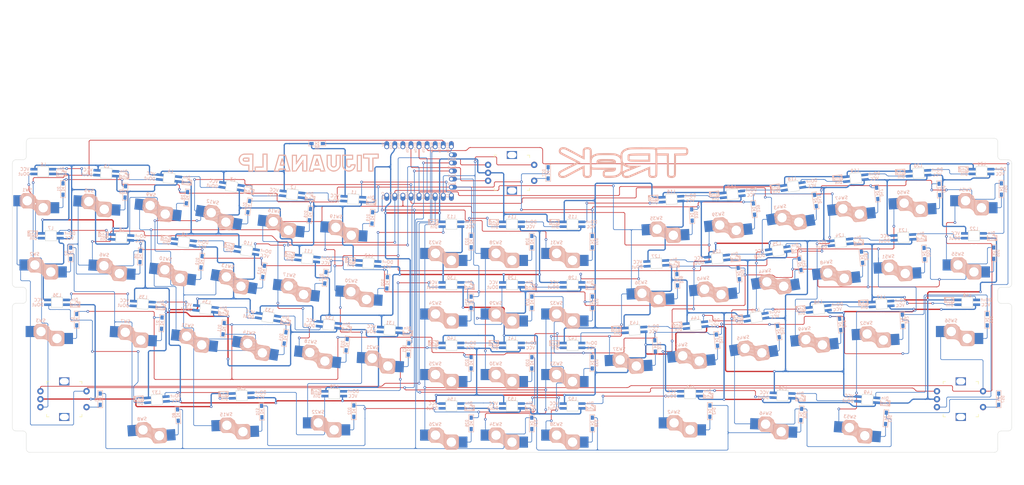
<source format=kicad_pcb>
(kicad_pcb (version 20241229) (generator "pcbnew") (generator_version "9.0")
  (layers (0 "F.Cu" signal) (2 "B.Cu" signal) (13 "F.Paste" user) (15 "B.Paste" user) (5 "F.SilkS" user "F.Silkscreen") (7 "B.SilkS" user "B.Silkscreen") (1 "F.Mask" user) (3 "B.Mask" user) (25 "Edge.Cuts" user))
  (net 0 "")
  (net 1 "VCC")
  (net 2 "LEDVCC")
  (net 3 "Row0")
  (net 4 "Net-(D1-A)")
  (net 5 "Row1")
  (net 6 "Net-(D2-A)")
  (net 7 "Net-(D3-A)")
  (net 8 "Row2")
  (net 9 "Row3")
  (net 10 "Net-(D4-A)")
  (net 11 "Net-(D5-A)")
  (net 12 "Net-(D6-A)")
  (net 13 "Net-(D7-A)")
  (net 14 "Net-(D8-A)")
  (net 15 "Net-(D9-A)")
  (net 16 "Net-(D10-A)")
  (net 17 "Net-(D11-A)")
  (net 18 "Net-(D12-A)")
  (net 19 "Net-(D13-A)")
  (net 20 "Net-(D14-A)")
  (net 21 "Net-(D15-A)")
  (net 22 "Net-(D15-K)")
  (net 23 "Net-(D16-A)")
  (net 24 "Net-(D17-A)")
  (net 25 "Net-(D18-A)")
  (net 26 "Net-(D19-A)")
  (net 27 "Net-(D20-A)")
  (net 28 "Net-(D21-A)")
  (net 29 "Net-(D22-A)")
  (net 30 "Net-(D23-A)")
  (net 31 "Net-(D24-A)")
  (net 32 "Net-(D25-A)")
  (net 33 "Net-(D26-A)")
  (net 34 "Net-(D27-A)")
  (net 35 "Net-(D28-A)")
  (net 36 "Net-(D29-A)")
  (net 37 "Net-(D30-A)")
  (net 38 "Net-(D31-K)")
  (net 39 "Net-(D32-K)")
  (net 40 "Net-(D33-K)")
  (net 41 "Net-(D34-K)")
  (net 42 "Net-(D35-K)")
  (net 43 "Net-(D36-K)")
  (net 44 "Net-(D37-K)")
  (net 45 "Net-(D38-K)")
  (net 46 "Net-(D39-K)")
  (net 47 "Net-(D40-K)")
  (net 48 "Net-(D41-K)")
  (net 49 "Net-(D42-K)")
  (net 50 "Net-(D43-K)")
  (net 51 "Net-(D44-K)")
  (net 52 "Net-(D45-K)")
  (net 53 "Net-(D46-K)")
  (net 54 "Net-(D47-K)")
  (net 55 "Net-(D48-K)")
  (net 56 "Net-(D49-K)")
  (net 57 "Net-(D50-K)")
  (net 58 "Net-(D51-K)")
  (net 59 "Net-(D52-K)")
  (net 60 "Net-(D53-K)")
  (net 61 "Net-(D54-K)")
  (net 62 "Net-(D55-K)")
  (net 63 "Net-(D56-K)")
  (net 64 "Net-(D57-K)")
  (net 65 "GND")
  (net 66 "Net-(L1-DOUT)")
  (net 67 "LED")
  (net 68 "Net-(L2-DOUT)")
  (net 69 "Net-(L3-DOUT)")
  (net 70 "Net-(L4-DOUT)")
  (net 71 "Net-(L5-DOUT)")
  (net 72 "Net-(L6-DOUT)")
  (net 73 "Net-(L7-DOUT)")
  (net 74 "Net-(L8-DOUT)")
  (net 75 "Net-(L10-DIN)")
  (net 76 "Net-(L10-DOUT)")
  (net 77 "Net-(L11-DOUT)")
  (net 78 "Net-(L12-DOUT)")
  (net 79 "Net-(L13-DOUT)")
  (net 80 "Net-(L14-DOUT)")
  (net 81 "Net-(L15-DOUT)")
  (net 82 "Net-(L16-DOUT)")
  (net 83 "Net-(L17-DOUT)")
  (net 84 "Net-(L18-DOUT)")
  (net 85 "Net-(L19-DOUT)")
  (net 86 "Net-(L20-DOUT)")
  (net 87 "Net-(L21-DOUT)")
  (net 88 "Net-(L22-DOUT)")
  (net 89 "Net-(L23-DOUT)")
  (net 90 "Net-(L24-DOUT)")
  (net 91 "Net-(L25-DOUT)")
  (net 92 "Net-(L26-DOUT)")
  (net 93 "Net-(L27-DOUT)")
  (net 94 "Net-(L28-DOUT)")
  (net 95 "Net-(L29-DOUT)")
  (net 96 "Net-(L30-DOUT)")
  (net 97 "Net-(L31-DOUT)")
  (net 98 "Net-(L32-DOUT)")
  (net 99 "Net-(L33-DOUT)")
  (net 100 "Net-(L34-DOUT)")
  (net 101 "Net-(L35-DOUT)")
  (net 102 "Net-(L36-DOUT)")
  (net 103 "Net-(L37-DOUT)")
  (net 104 "Net-(L38-DOUT)")
  (net 105 "Net-(L39-DOUT)")
  (net 106 "Net-(L40-DOUT)")
  (net 107 "Net-(L41-DOUT)")
  (net 108 "Net-(L42-DOUT)")
  (net 109 "Net-(L43-DOUT)")
  (net 110 "Net-(L44-DOUT)")
  (net 111 "Net-(L45-DOUT)")
  (net 112 "Net-(L46-DOUT)")
  (net 113 "Net-(L47-DOUT)")
  (net 114 "Net-(L48-DOUT)")
  (net 115 "Net-(L49-DOUT)")
  (net 116 "Net-(L50-DOUT)")
  (net 117 "Net-(L51-DOUT)")
  (net 118 "Net-(L52-DOUT)")
  (net 119 "Net-(L53-DOUT)")
  (net 121 "Col0")
  (net 122 "RE01b")
  (net 123 "RE01a")
  (net 124 "Col1")
  (net 125 "Col2")
  (net 126 "Col3")
  (net 127 "Col4")
  (net 128 "Col5")
  (net 129 "Col6")
  (net 130 "RE03a")
  (net 131 "Col7")
  (net 132 "RE03b")
  (net 133 "RE02a")
  (net 134 "RE02b")
  (footprint "kbd_Parts:Diode_SMD" (layer "F.Cu") (at 34.5 74.3 -90)
    (property "Reference" "D3")
    (property "Value" "D" (hide yes))
  )
  (footprint "kbd_Parts:Diode_SMD" (layer "F.Cu") (at 132.1517 62.707 -93)
    (property "Reference" "D20")
    (property "Value" "D" (hide yes))
  )
  (footprint "kbd_Parts:RotaryEncoder_EC12E" (layer "F.Cu") (at 30.5936 99.3)
    (property "Reference" "SW4")
    (property "Value" "RotaryEncoder_Switch")
  )
  (footprint "kbd_SW:Choc_v2_Hotswap_1u" (layer "F.Cu") (at 171.4059 106.9072)
    (property "Reference" "SW34")
    (property "Value" "SW_PUSH" (hide yes))
  )
  (footprint "kbd_Parts:Diode_SMD" (layer "F.Cu") (at 324.5 99.3 90)
    (property "Reference" "D57")
    (property "Value" "D" (hide yes))
  )
  (footprint "kbd_Parts:LED_SK6812MINI-E_BL" (layer "F.Cu") (at 26.3573 47.9039)
    (property "Reference" "L7")
    (property "Value" "SK6812MINI")
    (fp_line (start -1.75 -1.6) (end 1.75 -1.6) (stroke (width 0.12)) (layer "Edge.Cuts"))
    (fp_line (start -1.75 1.6) (end -1.75 -1.6) (stroke (width 0.12)) (layer "Edge.Cuts"))
    (fp_line (start 1.75 -1.6) (end 1.75 1.6) (stroke (width 0.12)) (layer "Edge.Cuts"))
    (fp_line (start 1.75 1.6) (end -1.75 1.6) (stroke (width 0.12)) (layer "Edge.Cuts"))
  )
  (footprint "kbd_SW:Choc_v2_Hotswap_1u" (layer "F.Cu") (at 62.9735 35.2277 -6)
    (property "Reference" "SW9")
    (property "Value" "SW_PUSH" (hide yes))
  )
  (footprint "kbd_Parts:LED_SK6812MINI-E_BL" (layer "F.Cu") (at 229.1523 76.0118 6)
    (property "Reference" "L44")
    (property "Value" "SK6812MINI")
    (fp_line (start -1.75 -1.6) (end 1.75 -1.6) (stroke (width 0.12)) (layer "Edge.Cuts"))
    (fp_line (start -1.75 1.6) (end -1.75 -1.6) (stroke (width 0.12)) (layer "Edge.Cuts"))
    (fp_line (start 1.75 -1.6) (end 1.75 1.6) (stroke (width 0.12)) (layer "Edge.Cuts"))
    (fp_line (start 1.75 1.6) (end -1.75 1.6) (stroke (width 0.12)) (layer "Edge.Cuts"))
  )
  (footprint "kbd_Parts:Diode_SMD" (layer "F.Cu") (at 158.588 49.7374 -90)
    (property "Reference" "D23")
    (property "Value" "D" (hide yes))
  )
  (footprint "kbd_Parts:LED_SK6812MINI-E_BL" (layer "F.Cu") (at 59.7173 99.4502 4)
    (property "Reference" "L37")
    (property "Value" "SK6812MINI")
    (fp_line (start -1.75 -1.6) (end 1.75 -1.6) (stroke (width 0.12)) (layer "Edge.Cuts"))
    (fp_line (start -1.75 1.6) (end -1.75 -1.6) (stroke (width 0.12)) (layer "Edge.Cuts"))
    (fp_line (start 1.75 -1.6) (end 1.75 1.6) (stroke (width 0.12)) (layer "Edge.Cuts"))
    (fp_line (start 1.75 1.6) (end -1.75 1.6) (stroke (width 0.12)) (layer "Edge.Cuts"))
  )
  (footprint "kbd_Parts:LED_SK6812MINI-E_BL" (layer "F.Cu") (at 171.414 44.2823)
    (property "Reference" "L14")
    (property "Value" "SK6812MINI")
    (fp_line (start -1.75 -1.6) (end 1.75 -1.6) (stroke (width 0.12)) (layer "Edge.Cuts"))
    (fp_line (start -1.75 1.6) (end -1.75 -1.6) (stroke (width 0.12)) (layer "Edge.Cuts"))
    (fp_line (start 1.75 -1.6) (end 1.75 1.6) (stroke (width 0.12)) (layer "Edge.Cuts"))
    (fp_line (start 1.75 1.6) (end -1.75 1.6) (stroke (width 0.12)) (layer "Edge.Cuts"))
  )
  (footprint "kbd_SW:Choc_v2_Hotswap_1u" (layer "F.Cu") (at 113.1865 81.4568 -6)
    (property "Reference" "SW18")
    (property "Value" "SW_PUSH" (hide yes))
  )
  (footprint "kbd_Parts:Diode_SMD" (layer "F.Cu") (at 294.2922 74.4509 93)
    (property "Reference" "D52")
    (property "Value" "D" (hide yes))
  )
  (footprint "kbd_Parts:LED_SK6812MINI-E_BL" (layer "F.Cu") (at 152.3632 63.3304 180)
    (property "Reference" "L30")
    (property "Value" "SK6812MINI")
    (fp_line (start 1.75 1.6) (end -1.75 1.6) (stroke (width 0.12)) (layer "Edge.Cuts"))
    (fp_line (start 1.75 -1.6) (end 1.75 1.6) (stroke (width 0.12)) (layer "Edge.Cuts"))
    (fp_line (start -1.75 1.6) (end -1.75 -1.6) (stroke (width 0.12)) (layer "Edge.Cuts"))
    (fp_line (start -1.75 -1.6) (end 1.75 -1.6) (stroke (width 0.12)) (layer "Edge.Cuts"))
  )
  (footprint "kbd_Parts:LED_SK6812MINI-E_BL" (layer "F.Cu") (at 240.7839 34.8796 6)
    (property "Reference" "L17")
    (property "Value" "SK6812MINI")
    (fp_line (start -1.75 -1.6) (end 1.75 -1.6) (stroke (width 0.12)) (layer "Edge.Cuts"))
    (fp_line (start -1.75 1.6) (end -1.75 -1.6) (stroke (width 0.12)) (layer "Edge.Cuts"))
    (fp_line (start 1.75 -1.6) (end 1.75 1.6) (stroke (width 0.12)) (layer "Edge.Cuts"))
    (fp_line (start 1.75 1.6) (end -1.75 1.6) (stroke (width 0.12)) (layer "Edge.Cuts"))
  )
  (footprint "kbd_SW:Choc_v2_Hotswap_1u" (layer "F.Cu") (at 294.808 53.8879 3)
    (property "Reference" "SW51")
    (property "Value" "SW_PUSH" (hide yes))
  )
  (footprint "kbd_Parts:Diode_SMD" (layer "F.Cu") (at 235.8738 80.7243 96)
    (property "Reference" "D41")
    (property "Value" "D" (hide yes))
  )
  (footprint "kbd_Parts:LED_SK6812MINI-E_BL" (layer "F.Cu") (at 83.2048 32.3684 171)
    (property "Reference" "L3")
    (property "Value" "SK6812MINI")
    (fp_line (start 1.75 -1.6) (end 1.75 1.6) (stroke (width 0.12)) (layer "Edge.Cuts"))
    (fp_line (start 1.75 1.6) (end -1.75 1.6) (stroke (width 0.12)) (layer "Edge.Cuts"))
    (fp_line (start -1.75 -1.6) (end 1.75 -1.6) (stroke (width 0.12)) (layer "Edge.Cuts"))
    (fp_line (start -1.75 1.6) (end -1.75 -1.6) (stroke (width 0.12)) (layer "Edge.Cuts"))
  )
  (footprint "kbd_Parts:Diode_SMD" (layer "F.Cu") (at 92.7 103.2 -88)
    (property "Reference" "D15")
    (property "Value" "D" (hide yes))
  )
  (footprint "kbd_SW:Choc_v2_Hotswap_1u" (layer "F.Cu") (at 23.9629 33.1842)
    (property "Reference" "SW1")
    (property "Value" "SW_PUSH" (hide yes))
  )
  (footprint "kbd_Parts:Diode_SMD" (layer "F.Cu") (at 196.6859 87.8683 90)
    (property "Reference" "D33")
    (property "Value" "D" (hide yes))
  )
  (footprint "kbd_SW:Choc_v2_Hotswap_1u" (layer "F.Cu") (at 236.5846 60.521 6)
    (property "Reference" "SW40")
    (property "Value" "SW_PUSH" (hide yes))
  )
  (footprint "kbd_SW:Choc_v2_Hotswap_1u" (layer "F.Cu") (at 106.4782 60.521 -6)
    (property "Reference" "SW17")
    (property "Value" "SW_PUSH" (hide yes))
  )
  (footprint "kbd_SW:Choc_v2_Hotswap_1u" (layer "F.Cu") (at 282.8064 104.9072 -4)
    (property "Reference" "SW53")
    (property "Value" "SW_PUSH" (hide yes))
  )
  (footprint "kbd_Parts:LED_SK6812MINI-E_BL" (layer "F.Cu") (at 319.1112 27.7056)
    (property "Reference" "L21")
    (property "Value" "SK6812MINI")
    (fp_line (start -1.75 -1.6) (end 1.75 -1.6) (stroke (width 0.12)) (layer "Edge.Cuts"))
    (fp_line (start -1.75 1.6) (end -1.75 -1.6) (stroke (width 0.12)) (layer "Edge.Cuts"))
    (fp_line (start 1.75 -1.6) (end 1.75 1.6) (stroke (width 0.12)) (layer "Edge.Cuts"))
    (fp_line (start 1.75 1.6) (end -1.75 1.6) (stroke (width 0.12)) (layer "Edge.Cuts"))
  )
  (footprint "kbd_SW:Choc_v2_Hotswap_1u" (layer "F.Cu") (at 60.0936 104.9072 4)
    (property "Reference" "SW8")
    (property "Value" "SW_PUSH" (hide yes))
  )
  (footprint "kbd_Parts:LED_SK6812MINI-E_BL" (layer "F.Cu") (at 279.5286 29.7806 6)
    (property "Reference" "L19")
    (property "Value" "SK6812MINI")
    (fp_line (start -1.75 -1.6) (end 1.75 -1.6) (stroke (width 0.12)) (layer "Edge.Cuts"))
    (fp_line (start -1.75 1.6) (end -1.75 -1.6) (stroke (width 0.12)) (layer "Edge.Cuts"))
    (fp_line (start 1.75 -1.6) (end 1.75 1.6) (stroke (width 0.12)) (layer "Edge.Cuts"))
    (fp_line (start 1.75 1.6) (end -1.75 1.6) (stroke (width 0.12)) (layer "Edge.Cuts"))
  )
  (footprint "kbd_SW:Choc_v2_Hotswap_1u" (layer "F.Cu") (at 316.722 53.377)
    (property "Reference" "SW55")
    (property "Value" "SW_PUSH" (hide yes))
  )
  (footprint "kbd_SW:Choc_v2_Hotswap_1u" (layer "F.Cu") (at 171.4059 49.7572)
    (property "Reference" "SW28")
    (property "Value" "SW_PUSH" (hide yes))
  )
  (footprint "kbd_Parts:LED_SK6812MINI-E_BL" (layer "F.Cu") (at 287.6582 69.3557 3)
    (property "Reference" "L47")
    (property "Value" "SK6812MINI")
    (fp_line (start -1.75 -1.6) (end 1.75 -1.6) (stroke (width 0.12)) (layer "Edge.Cuts"))
    (fp_line (start -1.75 1.6) (end -1.75 -1.6) (stroke (width 0.12)) (layer "Edge.Cuts"))
    (fp_line (start 1.75 -1.6) (end 1.75 1.6) (stroke (width 0.12)) (layer "Edge.Cuts"))
    (fp_line (start 1.75 1.6) (end -1.75 1.6) (stroke (width 0.12)) (layer "Edge.Cuts"))
  )
  (footprint "kbd_Parts:LED_SK6812MINI-E_BL" (layer "F.Cu") (at 113.794182 75.9373 174)
    (property "Reference" "L32")
    (property "Value" "SK6812MINI")
    (fp_line (start 1.75 -1.6) (end 1.75 1.6) (stroke (width 0.12)) (layer "Edge.Cuts"))
    (fp_line (start 1.75 1.6) (end -1.75 1.6) (stroke (width 0.12)) (layer "Edge.Cuts"))
    (fp_line (start -1.75 -1.6) (end 1.75 -1.6) (stroke (width 0.12)) (layer "Edge.Cuts"))
    (fp_line (start -1.75 1.6) (end -1.75 -1.6) (stroke (width 0.12)) (layer "Edge.Cuts"))
  )
  (footprint "kbd_Parts:LED_SK6812MINI-E_BL" (layer "F.Cu") (at 126.2558 56.592 -3)
    (property "Reference" "L12")
    (property "Value" "SK6812MINI")
    (fp_line (start -1.75 1.6) (end -1.75 -1.6) (stroke (width 0.12)) (layer "Edge.Cuts"))
    (fp_line (start -1.75 -1.6) (end 1.75 -1.6) (stroke (width 0.12)) (layer "Edge.Cuts"))
    (fp_line (start 1.75 1.6) (end -1.75 1.6) (stroke (width 0.12)) (layer "Edge.Cuts"))
    (fp_line (start 1.75 -1.6) (end 1.75 1.6) (stroke (width 0.12)) (layer "Edge.Cuts"))
  )
  (footprint "kbd_Parts:LED_SK6812MINI-E_BL" (layer "F.Cu") (at 132.9559 77.5298 177)
    (property "Reference" "L31")
    (property "Value" "SK6812MINI")
    (fp_line (start 1.75 -1.6) (end 1.75 1.6) (stroke (width 0.12)) (layer "Edge.Cuts"))
    (fp_line (start 1.75 1.6) (end -1.75 1.6) (stroke (width 0.12)) (layer "Edge.Cuts"))
    (fp_line (start -1.75 -1.6) (end 1.75 -1.6) (stroke (width 0.12)) (layer "Edge.Cuts"))
    (fp_line (start -1.75 1.6) (end -1.75 -1.6) (stroke (width 0.12)) (layer "Edge.Cuts"))
  )
  (footprint "kbd_Parts:Diode_SMD" (layer "F.Cu") (at 100.0474 80.0183 -99)
    (property "Reference" "D14")
    (property "Value" "D" (hide yes))
  )
  (footprint "kbd_Parts:LED_SK6812MINI-E_BL" (layer "F.Cu") (at 86.382728 98.16973 2)
    (property "Reference" "L38")
    (property "Value" "SK6812MINI")
    (fp_line (start -1.75 -1.6) (end 1.75 -1.6) (stroke (width 0.12)) (layer "Edge.Cuts"))
    (fp_line (start -1.75 1.6) (end -1.75 -1.6) (stroke (width 0.12)) (layer "Edge.Cuts"))
    (fp_line (start 1.75 -1.6) (end 1.75 1.6) (stroke (width 0.12)) (layer "Edge.Cuts"))
    (fp_line (start 1.75 1.6) (end -1.75 1.6) (stroke (width 0.12)) (layer "Edge.Cuts"))
  )
  (footprint "kbd_Parts:Diode_SMD" (layer "F.Cu") (at 107.8611 41.2513 -96)
    (property "Reference" "D16")
    (property "Value" "D" (hide yes))
  )
  (footprint "kbd_Parts:Diode_SMD" (layer "F.Cu") (at 177.6409 106.9 90)
    (property "Reference" "D34")
    (property "Value" "D" (hide yes))
  )
  (footprint "kbd_Parts:Diode_SMD" (layer "F.Cu") (at 138.8909 83.5007 -93)
    (property "Reference" "D21")
    (property "Value" "D" (hide yes))
  )
  (footprint "kbd_Parts:LED_SK6812MINI-E_BL" (layer "F.Cu") (at 63.5455 29.7811 174)
    (property "Reference" "L4")
    (property "Value" "SK6812MINI")
    (fp_line (start 1.75 -1.6) (end 1.75 1.6) (stroke (width 0.12)) (layer "Edge.Cuts"))
    (fp_line (start 1.75 1.6) (end -1.75 1.6) (stroke (width 0.12)) (layer "Edge.Cuts"))
    (fp_line (start -1.75 -1.6) (end 1.75 -1.6) (stroke (width 0.12)) (layer "Edge.Cuts"))
    (fp_line (start -1.75 1.6) (end -1.75 -1.6) (stroke (width 0.12)) (layer "Edge.Cuts"))
  )
  (footprint "kbd_Parts:LED_SK6812MINI-E_BL" (layer "F.Cu") (at 190.45279 82.399528)
    (property "Reference" "L42")
    (property "Value" "SK6812MINI")
    (fp_line (start -1.75 -1.6) (end 1.75 -1.6) (stroke (width 0.12)) (layer "Edge.Cuts"))
    (fp_line (start -1.75 1.6) (end -1.75 -1.6) (stroke (width 0.12)) (layer "Edge.Cuts"))
    (fp_line (start 1.75 -1.6) (end 1.75 1.6) (stroke (width 0.12)) (layer "Edge.Cuts"))
    (fp_line (start 1.75 1.6) (end -1.75 1.6) (stroke (width 0.12)) (layer "Edge.Cuts"))
  )
  (footprint "kbd_Parts:LED_SK6812MINI-E_BL" (layer "F.Cu") (at 171.4093 82.3779)
    (property "Reference" "L41")
    (property "Value" "SK6812MINI")
    (fp_line (start -1.75 -1.6) (end 1.75 -1.6) (stroke (width 0.12)) (layer "Edge.Cuts"))
    (fp_line (start -1.75 1.6) (end -1.75 -1.6) (stroke (width 0.12)) (layer "Edge.Cuts"))
    (fp_line (start 1.75 -1.6) (end 1.75 1.6) (stroke (width 0.12)) (layer "Edge.Cuts"))
    (fp_line (start 1.75 1.6) (end -1.75 1.6) (stroke (width 0.12)) (layer "Edge.Cuts"))
  )
  (footprint "kbd_SW:Choc_v2_Hotswap_1u" (layer "F.Cu") (at 54.9652 74.8252 -3)
    (property "Reference" "SW7")
    (property "Value" "SW_PUSH" (hide yes))
  )
  (footprint "kbd_SW:Choc_v2_Hotswap_1u" (layer "F.Cu") (at 48.2548 53.8879 -3)
    (property "Reference" "SW6")
    (property "Value" "SW_PUSH" (hide yes))
  )
  (footprint "kbd_SW:Choc_v2_Hotswap_1u" (layer "F.Cu") (at 115.4904 103.0547)
    (property "Reference" "SW22")
    (property "Value" "SW_PUSH" (hide yes))
  )
  (footprint "kbd_Parts:Diode_SMD" (layer "F.Cu") (at 80.7089 77.1262 -96)
    (property "Reference" "D11")
    (property "Value" "D" (hide yes))
  )
  (footprint "kbd_Parts:LED_SK6812MINI-E_BL" (layer "F.Cu") (at 171.4117 63.339 180)
    (property "Reference" "L29")
    (property "Value" "SK6812MINI")
    (fp_line (start 1.75 1.6) (end -1.75 1.6) (stroke (width 0.12)) (layer "Edge.Cuts"))
    (fp_line (start 1.75 -1.6) (end 1.75 1.6) (stroke (width 0.12)) (layer "Edge.Cuts"))
    (fp_line (start -1.75 1.6) (end -1.75 -1.6) (stroke (width 0.12)) (layer "Edge.Cuts"))
    (fp_line (start -1.75 -1.6) (end 1.75 -1.6) (stroke (width 0.12)) (layer "Edge.Cuts"))
  )
  (footprint "kbd_Parts:Diode_SMD" (layer "F.Cu") (at 177.6592 87.8818 -90)
    (property "Reference" "D30")
    (property "Value" "D" (hide yes))
  )
  (footprint "kbd_Parts:Diode_SMD" (layer "F.Cu") (at 223.3739 61.7532 93)
    (property "Reference" "D36")
    (property "Value" "D" (hide yes))
  )
  (footprint "kbd_SW:Choc_v2_Hotswap_1u" (layer "F.Cu") (at 82.345 37.7774 -9)
    (property "Reference" "SW12")
    (property "Value" "SW_PUSH" (hide yes))
  )
  (footprint "kbd_Parts:LED_SK6812MINI-E_BL" (layer "F.Cu") (at 43.7868 28.2319 177)
    (property "Reference" "L5")
    (property "Value" "SK6812MINI")
    (fp_line (start 1.75 -1.6) (end 1.75 1.6) (stroke (width 0.12)) (layer "Edge.Cuts"))
    (fp_line (start 1.75 1.6) (end -1.75 1.6) (stroke (width 0.12)) (layer "Edge.Cuts"))
    (fp_line (start -1.75 -1.6) (end 1.75 -1.6) (stroke (width 0.12)) (layer "Edge.Cuts"))
    (fp_line (start -1.75 1.6) (end -1.75 -1.6) (stroke (width 0.12)) (layer "Edge.Cuts"))
  )
  (footprint "kbd_SW:Choc_v2_Hotswap_1u" (layer "F.Cu") (at 221.8677 41.8602 3)
    (property "Reference" "SW35")
    (property "Value" "SW_PUSH" (hide yes))
  )
  (footprint "kbd_SW:Choc_v2_Hotswap_1u" (layer "F.Cu") (at 125.9567 62.0541 -3)
    (property "Reference" "SW20")
    (property "Value" "SW_PUSH" (hide yes))
  )
  (footprint "kbd_Parts:Diode_SMD" (layer "F.Cu") (at 228.0229 41.3757 93)
    (property "Reference" "D35")
    (property "Value" "D" (hide yes))
  )
  (footprint "kbd_Parts:LED_SK6812MINI-E_BL" (layer "F.Cu") (at 75.0319 70.9144 174)
    (property "Reference" "L34")
    (property "Value" "SK6812MINI")
    (fp_line (start 1.75 -1.6) (end 1.75 1.6) (stroke (width 0.12)) (layer "Edge.Cuts"))
    (fp_line (start 1.75 1.6) (end -1.75 1.6) (stroke (width 0.12)) (layer "Edge.Cuts"))
    (fp_line (start -1.75 -1.6) (end 1.75 -1.6) (stroke (width 0.12)) (layer "Edge.Cuts"))
    (fp_line (start -1.75 1.6) (end -1.75 -1.6) (stroke (width 0.12)) (layer "Edge.Cuts"))
  )
  (footprint "kbd_SW:Choc_v2_Hotswap_1u" (layer "F.Cu") (at 171.4059 87.8572)
    (property "Reference" "SW30")
    (property "Value" "SW_PUSH" (hide yes))
  )
  (footprint "kbd_Parts:Diode_SMD" (layer "F.Cu") (at 73.7714 56.0847 -96)
    (property "Reference" "D10")
    (property "Value" "D" (hide yes))
  )
  (footprint "kbd_Parts:Diode_SMD" (layer "F.Cu") (at 61.2651 75.3869 -93)
    (property "Reference" "D7")
    (property "Value" "D" (hide yes))
  )
  (footprint "kbd_SW:Choc_v2_Hotswap_1u" (layer "F.Cu") (at 229.7135 81.4568 6)
    (property "Reference" "SW41")
    (property "Value" "SW_PUSH" (hide yes))
  )
  (footprint "kbd_Parts:Diode_SMD" (layer "F.Cu") (at 255.2104 78.0242 99)
    (property "Reference" "D45")
    (property "Value" "D" (hide yes))
  )
  (footprint "kbd_Parts:LED_SK6812MINI-E_BL" (layer "F.Cu") (at 283.194 99.4504 176)
    (property "Reference" "L49")
    (property "Value" "SK6812MINI")
    (fp_line (start 1.75 -1.599999) (end 1.75 1.6) (stroke (width 0.12)) (layer "Edge.Cuts"))
    (fp_line (start 1.75 1.6) (end -1.75 1.599999) (stroke (width 0.12)) (layer "Edge.Cuts"))
    (fp_line (start -1.75 -1.6) (end 1.75 -1.599999) (stroke (width 0.12)) (layer "Edge.Cuts"))
    (fp_line (start -1.75 1.599999) (end -1.75 -1.6) (stroke (width 0.12)) (layer "Edge.Cuts"))
  )
  (footprint "kbd_Parts:LED_SK6812MINI-E_BL" (layer "F.Cu") (at 115.5081 97.5811)
    (property "Reference" "L39")
    (property "Value" "SK6812MINI")
    (fp_line (start -1.75 -1.6) (end 1.75 -1.6) (stroke (width 0.12)) (layer "Edge.Cuts"))
    (fp_line (start -1.75 1.6) (end -1.75 -1.6) (stroke (width 0.12)) (layer "Edge.Cuts"))
    (fp_line (start 1.75 -1.6) (end 1.75 1.6) (stroke (width 0.12)) (layer "Edge.Cuts"))
    (fp_line (start 1.75 1.6) (end -1.75 1.6) (stroke (width 0.12)) (layer "Edge.Cuts"))
  )
  (footprint "kbd_SW:Choc_v2_Hotswap_1u" (layer "F.Cu") (at 210.2341 82.989 3)
    (property "Reference" "SW37")
    (property "Value" "SW_PUSH" (hide yes))
  )
  (footprint "kbd_SW:Choc_v2_Hotswap_1u" (layer "F.Cu") (at 132.6659 82.989 -3)
    (property "Reference" "SW21")
    (property "Value" "SW_PUSH" (hide yes))
  )
  (footprint "kbd_Parts:Diode_SMD" (layer "F.Cu") (at 196.6845 49.7712 90)
    (property "Reference" "D31")
    (property "Value" "D" (hide yes))
  )
  (footprint "kbd_SW:Choc_v2_Hotswap_1u" (layer "F.Cu") (at 190.4559 49.7572)
    (property "Reference" "SW31")
    (property "Value" "SW_PUSH" (hide yes))
  )
  (footprint "kbd_Parts:Diode_SMD" (layer "F.Cu") (at 69.1901 35.9185 -96)
    (property "Reference" "D9")
    (property "Value" "D" (hide yes))
  )
  (footprint "kbd_SW:Choc_v2_Hotswap_1u" (layer "F.Cu") (at 255.9567 57.971 9)
    (property "Reference" "SW44")
    (property "Value" "SW_PUSH" (hide yes))
  )
  (footprint "kbd_SW:Choc_v2_Hotswap_1u" (layer "F.Cu") (at 275.329 55.4214 6)
    (property "Reference" "SW48")
    (property "Value" "SW_PUSH" (hide yes))
  )
  (footprint "kbd_SW:Choc_v2_Hotswap_1u" (layer "F.Cu") (at 152.3559 49.7572)
    (property "Reference" "SW23")
    (property "Value" "SW_PUSH" (hide yes))
  )
  (footprint "kbd_SW:Choc_v2_Hotswap_1u" (layer "F.Cu") (at 287.9348 74.8252 3)
    (property "Reference" "SW52")
    (property "Value" "SW_PUSH" (hide yes))
  )
  (footprint "kbd_Parts:LED_SK6812MINI-E_BL" (layer "F.Cu") (at 227.4258 97.5775 180)
    (property "Reference" "L51")
    (property "Value" "SK6812MINI")
    (fp_line (start 1.75 1.6) (end -1.75 1.6) (stroke (width 0.12)) (layer "Edge.Cuts"))
    (fp_line (start 1.75 -1.6) (end 1.75 1.6) (stroke (width 0.12)) (layer "Edge.Cuts"))
    (fp_line (start -1.75 1.6) (end -1.75 -1.6) (stroke (width 0.12)) (layer "Edge.Cuts"))
    (fp_line (start -1.75 -1.6) (end 1.75 -1.6) (stroke (width 0.12)) (layer "Edge.Cuts"))
  )
  (footprint "kbd_Parts:Diode_SMD" (layer "F.Cu") (at 54.5 54.4 -93)
    (property "Reference" "D6")
    (property "Value" "D" (hide yes))
  )
  (footprint "kbd_Parts:Diode_SMD" (layer "F.Cu") (at 262.4016 104.1187 86)
    (property "Reference" "D46")
    (property "Value" "D" (hide yes))
  )
  (footprint "kbd_SW:Choc_v2_Hotswap_1u" (layer "F.Cu") (at 74.4437 76.3574 -6)
    (property "Reference" "SW11")
    (property "Value" "SW_PUSH" (hide yes))
  )
  (footprint "kbd_SW:Choc_v2_Hotswap_1u" (layer "F.Cu") (at 190.4559 68.8072)
    (property "Reference" "SW32")
    (property "Value" "SW_PUSH" (hide yes))
  )
  (footprint "kbd_SW:Choc_v2_Hotswap_1u" (layer "F.Cu") (at 260.7178 37.7774 9)
    (property "Reference" "SW43")
    (property "Value" "SW_PUSH" (hide yes))
  )
  (footprint "kbd_SW:Choc_v2_Hotswap_1u" (layer "F.Cu") (at 314.6112 74.3148)
    (property "Reference" "SW56")
    (property "Value" "SW_PUSH" (hide yes))
  )
  (footprint "kbd_Parts:LED_SK6812MINI-E_BL" (layer "F.Cu") (at 316.7322 47.9049 180)
    (property "Reference" "L22")
    (property "Value" "SK6812MINI")
    (fp_line (start 1.75 1.6) (end -1.75 1.6) (stroke (width 0.12)) (layer "Edge.Cuts"))
    (fp_line (start 1.75 -1.6) (end 1.75 1.6) (stroke (width 0.12)) (layer "Edge.Cuts"))
    (fp_line (start -1.75 1.6) (end -1.75 -1.6) (stroke (width 0.12)) (layer "Edge.Cuts"))
    (fp_line (start -1.75 -1.6) (end 1.75 -1.6) (stroke (width 0.12)) (layer "Edge.Cuts"))
  )
  (footprint "kbd_Parts:Diode_SMD" (layer "F.Cu") (at 177.646 49.7563 -90)
    (property "Reference" "D28")
    (property "Value" "D" (hide yes))
  )
  (footprint "kbd_SW:Choc_v2_Hotswap_1u" (layer "F.Cu") (at 121.195 41.8602 -3)
    (property "Reference" "SW19")
    (property "Value" "SW_PUSH" (hide yes))
  )
  (footprint "kbd_Parts:LED_SK6812MINI-E_BL" (layer "F.Cu") (at 248.2397 73.4996 9)
    (property "Reference" "L45")
    (property "Value" "SK6812MINI")
    (fp_line (start -1.75 -1.6) (end 1.75 -1.6) (stroke (width 0.12)) (layer "Edge.Cuts"))
    (fp_line (start -1.75 1.6) (end -1.75 -1.6) (stroke (width 0.12)) (layer "Edge.Cuts"))
    (fp_line (start 1.75 -1.6) (end 1.75 1.6) (stroke (width 0.12)) (layer "Edge.Cuts"))
    (fp_line (start 1.75 1.6) (end -1.75 1.6) (stroke (width 0.12)) (layer "Edge.Cuts"))
  )
  (footprint "kbd_Parts:Diode_SMD" (layer "F.Cu") (at 325.3712 33.1907 90)
    (property "Reference" "D54")
    (property "Value" "D" (hide yes))
  )
  (footprint "kbd_Parts:Diode_SMD" (layer "F.Cu") (at 322.9432 53.3789 90)
    (property "Reference" "D55")
    (property "Value" "D" (hide yes))
  )
  (footprint "kbd_Parts:Diode_SMD" (layer "F.Cu") (at 32.5967 53.4 -90)
    (property "Reference" "D2")
    (property "Value" "D" (hide yes))
  )
  (footprint "kbd_SW:Choc_v2_Hotswap_1u" (layer "F.Cu") (at 26.3408 53.377)
    (property "Reference" "SW2")
    (property "Value" "SW_PUSH" (hide yes))
  )
  (footprint "kbd_Parts:Diode_SMD" (layer "F.Cu") (at 182.8 28.1 -90)
    (property "Reference" "D27")
    (property "Value" "D" (hide yes))
  )
  (footprint "kbd_Parts:LED_SK6812MINI-E_BL" (layer "F.Cu") (at 190.4625 63.3294 180)
    (property "Reference" "L28")
    (property "Value" "SK6812MINI")
    (fp_line (start 1.75 1.6) (end -1.75 1.6) (stroke (width 0.12)) (layer "Edge.Cuts"))
    (fp_line (start 1.75 -1.6) (end 1.75 1.6) (stroke (width 0.12)) (layer "Edge.Cuts"))
    (fp_line (start -1.75 1.6) (end -1.75 -1.6) (stroke (width 0.12)) (layer "Edge.Cuts"))
    (fp_line (start -1.75 -1.6) (end 1.75 -1.6) (stroke (width 0.12)) (layer "Edge.Cuts"))
  )
  (footprint "kbd_SW:Choc_v2_Hotswap_1u" (layer "F.Cu") (at 86.5936 103.643 2)
    (property "Reference" "SW15")
    (property "Value" "SW_PUSH" (hide yes))
  )
  (footprint "kbd_Parts:LED_SK6812MINI-E_BL" (layer "F.Cu") (at 235.984399 55.052832 -174)
    (property "Reference" "L26")
    (property "Value" "SK6812MINI")
    (fp_line (start 1.75 1.6) (end -1.75 1.6) (stroke (width 0.12)) (layer "Edge.Cuts"))
    (fp_line (start 1.75 -1.6) (end 1.75 1.6) (stroke (width 0.12)) (layer "Edge.Cuts"))
    (fp_line (start -1.75 1.6) (end -1.75 -1.6) (stroke (width 0.12)) (layer "Edge.Cuts"))
    (fp_line (start -1.75 -1.6) (end 1.75 -1.6) (stroke (width 0.12)) (layer "Edge.Cuts"))
  )
  (footprint "kbd_Parts:Diode_SMD" (layer "F.Cu") (at 242.7572 59.7934 96)
    (property "Reference" "D40")
    (property "Value" "D" (hide yes))
  )
  (footprint "kbd_SW:Choc_v2_Hotswap_1u" (layer "F.Cu") (at 67.571 55.4214 -6)
    (property "Reference" "SW10")
    (property "Value" "SW_PUSH" (hide yes))
  )
  (footprint "kbd_SW:Choc_v2_Hotswap_1u" (layer "F.Cu") (at 87.1061 57.971 -9)
    (property "Reference" "SW13")
    (property "Value" "SW_PUSH" (hide yes))
  )
  (footprint "kbd_SW:Choc_v2_Hotswap_1u" (layer "F.Cu") (at 93.8152 78.9072 -9)
    (property "Reference" "SW14")
    (property "Value" "SW_PUSH" (hide yes))
  )
  (footprint "kbd_Parts:LED_SK6812MINI-E_BL" (layer "F.Cu") (at 255.1086 52.5615 -171)
    (property "Reference" "L25")
    (property "Value" "SK6812MINI")
    (fp_line (start 1.75 1.6) (end -1.75 1.6) (stroke (width 0.12)) (layer "Edge.Cuts"))
    (fp_line (start 1.75 -1.6) (end 1.75 1.6) (stroke (width 0.12)) (layer "Edge.Cuts"))
    (fp_line (start -1.75 1.6) (end -1.75 -1.6) (stroke (width 0.12)) (layer "Edge.Cuts"))
    (fp_line (start -1.75 -1.6) (end 1.75 -1.6) (stroke (width 0.12)) (layer "Edge.Cuts"))
  )
  (footprint "kbd_SW:Choc_v2_Hotswap_1u" (layer "F.Cu") (at 241.3464 40.3278 6)
    (property "Reference" "SW39")
    (property "Value" "SW_PUSH" (hide yes))
  )
  (footprint "kbd_Parts:Diode_SMD" (layer "F.Cu") (at 216.4266 82.5661 93)
    (property "Reference" "D37")
    (property "Value" "D" (hide yes))
  )
  (footprint "kbd_Parts:LED_SK6812MINI-E_BL" (layer "F.Cu") (at 259.8646 32.3758 9)
    (property "Reference" "L18")
    (property "Value" "SK6812MINI")
    (fp_line (start -1.75 -1.6) (end 1.75 -1.6) (stroke (width 0.12)) (layer "Edge.Cuts"))
    (fp_line (start -1.75 1.6) (end -1.75 -1.6) (stroke (width 0.12)) (layer "Edge.Cuts"))
    (fp_line (start 1.75 -1.6) (end 1.75 1.6) (stroke (width 0.12)) (layer "Edge.Cuts"))
    (fp_line (start 1.75 1.6) (end -1.75 1.6) (stroke (width 0.12)) (layer "Edge.Cuts"))
  )
  (footprint "kbd_Parts:Diode_SMD" (layer "F.Cu") (at 41.9 99.3 -90)
    (property "Reference" "D4")
    (property "Value" "D" (hide yes))
  )
  (footprint "kbd_SW:Choc_v2_Hotswap_1u" (layer "F.Cu") (at 190.4559 87.8572)
    (property "Reference" "SW33")
    (property "Value" "SW_PUSH" (hide yes))
  )
  (footprint "kbd_Parts:Diode_SMD" (layer "F.Cu") (at 158.5679 68.8331 -90)
    (property "Reference" "D24")
    (property "Value" "D" (hide yes))
  )
  (footprint "kbd_Parts:LED_SK6812MINI-E_BL" (layer "F.Cu") (at 23.9745 27.712 180)
    (property "Reference" "L6")
    (property "Value" "SK6812MINI")
    (fp_line (start 1.75 1.6) (end -1.75 1.6) (stroke (width 0.12)) (layer "Edge.Cuts"))
    (fp_line (start 1.75 -1.6) (end 1.75 1.6) (stroke (width 0.12)) (layer "Edge.Cuts"))
    (fp_line (start -1.75 1.6) (end -1.75 -1.6) (stroke (width 0.12)) (layer "Edge.Cuts"))
    (fp_line (start -1.75 -1.6) (end 1.75 -1.6) (stroke (width 0.12)) (layer "Edge.Cuts"))
  )
  (footprint "kbd_Parts:Diode_SMD" (layer "F.Cu") (at 286.2947 34.5634 96)
    (property "Reference" "D47")
    (property "Value" "D" (hide yes))
  )
  (footprint "kbd_Parts:LED_SK6812MINI-E_BL" (layer "F.Cu") (at 209.9619 77.5208 3)
    (property "Reference" "L43")
    (property "Value" "SK6812MINI")
    (fp_line (start -1.75 -1.6) (end 1.75 -1.6) (stroke (width 0.12)) (layer "Edge.Cuts"))
    (fp_line (start -1.75 1.6) (end -1.75 -1.6) (stroke (width 0.12)) (layer "Edge.Cuts"))
    (fp_line (start 1.75 -1.6) (end 1.75 1.6) (stroke (width 0.12)) (layer "Edge.Cuts"))
    (fp_line (start 1.75 1.6) (end -1.75 1.6) (stroke (width 0.12)) (layer "Edge.Cuts"))
  )
  (footprint "kbd_SW:Choc_v2_Hotswap_1u" (layer "F.Cu") (at 28.2888 74.3148)
    (property "Reference" "SW3")
    (property "Value" "SW_PUSH" (hide yes))
  )
  (footprint "kbd_SW:Choc_v2_Hotswap_1u" (layer "F.Cu") (at 256.3064 103.643 -2)
    (property "Reference" "SW46")
    (property "Value" "SW_PUSH" (hide yes))
  )
  (footprint "kbd_Parts:LED_SK6812MINI-E_BL" (layer "F.Cu") (at 299.270789 28.23264 3)
    (property "Reference" "L20")
    (property "Value" "SK6812MINI")
    (fp_line (start -1.75 -1.6) (end 1.75 -1.6) (stroke (width 0.12)) (layer "Edge.Cuts"))
    (fp_line (start -1.75 1.6) (end -1.75 -1.6) (stroke (width 0.12)) (layer "Edge.Cuts"))
    (fp_line (start 1.75 -1.6) (end 1.75 1.6) (stroke (width 0.12)) (layer "Edge.Cuts"))
    (fp_line (start 1.75 1.6) (end -1.75 1.6) (stroke (width 0.12)) (layer "Edge.Cuts"))
  )
  (footprint "kbd_Parts:LED_SK6812MINI-E_BL" (layer "F.Cu") (at 55.2616 69.3617 177)
    (property "Reference" "L35")
    (property "Value" "SK6812MINI")
    (fp_line (start 1.75 -1.6) (end 1.75 1.6) (stroke (width 0.12)) (layer "Edge.Cuts"))
    (fp_line (start 1.75 1.6) (end -1.75 1.6) (stroke (width 0.12)) (layer "Edge.Cuts"))
    (fp_line (start -1.75 -1.6) (end 1.75 -1.6) (stroke (width 0.12)) (layer "Edge.Cuts"))
    (fp_line (start -1.75 1.6) (end -1.75 -1.6) (stroke (width 0.12)) (layer "Edge.Cuts"))
  )
  (footprint "kbd_Parts:Diode_SMD" (layer "F.Cu") (at 112.7054 61.1282 -96)
    (property "Reference" "D17")
    (property "Value" "D" (hide yes))
  )
  (footprint "kbd_Parts:LED_SK6812MINI-E_BL" (layer "F.Cu") (at 221.5871 36.3922 3)
    (property "Reference" "L16")
    (property "Value" "SK6812MINI")
    (fp_line (start -1.75 -1.6) (end 1.75 -1.6) (stroke (width 0.12)) (layer "Edge.Cuts"))
    (fp_line (start -1.75 1.6) (end -1.75 -1.6) (stroke (width 0.12)) (layer "Edge.Cuts"))
    (fp_line (start 1.75 -1.6) (end 1.75 1.6) (stroke (width 0.12)) (layer "Edge.Cuts"))
    (fp_line (start 1.75 1.6) (end -1.75 1.6) (stroke (width 0.12)) (layer "Edge.Cuts"))
  )
  (footprint "kbd_SW:Choc_v2_Hotswap_1u" (layer "F.Cu") (at 249.0848 78.9072 9)
    (property "Reference" "SW45")
    (property "Value" "SW_PUSH" (hide yes))
  )
  (footprint "kbd_Parts:Diode_SMD" (layer "F.Cu") (at 127.4917 42.2795 -93)
    (property "Reference" "D19")
    (property "Value" "D" (hide yes))
  )
  (footprint "kbd_Parts:Diode_SMD" (layer "F.Cu") (at 320.9033 74.3197 90)
    (property "Reference" "D56")
    (property "Value" "D" (hide yes))
  )
  (footprint "kbd_Parts:LED_SK6812MINI-E_BL" (layer "F.Cu") (at 28.3041 68.8391 180)
    (property "Reference" "L36")
    (property "Value" "SK6812MINI")
    (fp_line (start 1.75 1.6) (end -1.75 1.6) (stroke (width 0.12)) (layer "Edge.Cuts"))
    (fp_line (start 1.75 -1.6) (end 1.75 1.6) (stroke (width 0.12)) (layer "Edge.Cuts"))
    (fp_line (start -1.75 1.6) (end -1.75 -1.6) (stroke (width 0.12)) (layer "Edge.Cuts"))
    (fp_line (start -1.75 -1.6) (end 1.75 -1.6) (stroke (width 0.12)) (layer "Edge.Cuts"))
  )
  (footprint "kbd_Parts:Diode_SMD" (layer "F.Cu") (at 88.6059 38.7352 -99)
    (property "Reference" "D12")
    (property "Value" "D" (hide yes))
  )
  (footprint "kbd_SW:Choc_v2_Hotswap_1u" (layer "F.Cu") (at 299.5679 33.695 3)
    (property "Reference" "SW50")
    (property "Value" "SW_PUSH" (hide yes))
  )
  (footprint "kbd_Parts:LED_SK6812MINI-E_BL" (layer "F.Cu") (at 87.9769 52.5683 -9)
    (property "Reference" "L10")
    (property "Value" "SK6812MINI")
    (fp_line (start -1.75 1.6) (end -1.75 -1.6) (stroke (width 0.12)) (layer "Edge.Cuts"))
    (fp_line (start -1.75 -1.6) (end 1.75 -1.6) (stroke (width 0.12)) (layer "Edge.Cuts"))
    (fp_line (start 1.75 1.6) (end -1.75 1.6) (stroke (width 0.12)) (layer "Edge.Cuts"))
    (fp_line (start 1.75 -1.6) (end 1.75 1.6) (stroke (width 0.12)) (layer "Edge.Cuts"))
  )
  (footprint "kbd_Parts:LED_SK6812MINI-E_BL" (layer "F.Cu") (at 267.889 70.9134 6)
    (property "Reference" "L46")
    (property "Value" "SK6812MINI")
    (fp_line (start -1.75 -1.6) (end 1.75 -1.6) (stroke (width 0.12)) (layer "Edge.Cuts"))
    (fp_line (start -1.75 1.6) (end -1.75 -1.6) (stroke (width 0.12)) (layer "Edge.Cuts"))
    (fp_line (start 1.75 -1.6) (end 1.75 1.6) (stroke (width 0.12)) (layer "Edge.Cuts"))
    (fp_line (start 1.75 1.6) (end -1.75 1.6) (stroke (width 0.12)) (layer "Edge.Cuts"))
  )
  (footprint "kbd_SW:Choc_v2_Hotswap_1u" (layer "F.Cu") (at 217.1061 62.0541 3)
    (property "Reference" "SW36")
    (property "Value" "SW_PUSH" (hide yes))
  )
  (footprint "kbd_Parts:Diode_SMD" (layer "F.Cu") (at 158.5779 87.8572 -90)
    (property "Reference" "D25")
    (property "Value" "D" (hide yes))
  )
  (footprint "kbd_Parts:Diode_SMD" (layer "F.Cu") (at 262.0569 56.9127 99)
    (property "Reference" "D44")
    (property "Value" "D" (hide yes))
  )
  (footprint "kbd_SW:Choc_v2_Hotswap_1u" (layer "F.Cu") (at 280.0893 35.2277 6)
    (property "Reference" "SW47")
    (property "Value" "SW_PUSH" (hide yes))
  )
  (footprint "kbd_Parts:LED_SK6812MINI-E_BL" (layer "F.Cu") (at 152.3743 101.4325 180)
    (property "Reference" "L54")
    (property "Value" "SK6812MINI")
    (fp_line (start 1.75 1.6) (end -1.75 1.6) (stroke (width 0.12)) (layer "Edge.Cuts"))
    (fp_line (start 1.75 -1.6) (end 1.75 1.6) (stroke (width 0.12)) (layer "Edge.Cuts"))
    (fp_line (start -1.75 1.6) (end -1.75 -1.6) (stroke (width 0.12)) (layer "Edge.Cuts"))
    (fp_line (start -1.75 -1.6) (end 1.75 -1.6) (stroke (width 0.12)) (layer "Edge.Cuts"))
  )
  (footprint "kbd_Parts:LED_SK6812MINI-E_BL" (layer "F.Cu") (at 190.4606 44.2863)
    (property "Reference" "L15")
    (property "Value" "SK6812MINI")
    (fp_line (start -1.75 -1.6) (end 1.75 -1.6) (stroke (width 0.12)) (layer "Edge.Cuts"))
    (fp_line (start -1.75 1.6) (end -1.75 -1.6) (stroke (width 0.12)) (layer "Edge.Cuts"))
    (fp_line (start 1.75 -1.6) (end 1.75 1.6) (stroke (width 0.12)) (layer "Edge.Cuts"))
    (fp_line (start 1.75 1.6) (end -1.75 1.6) (stroke (width 0.12)) (layer "Edge.Cuts"))
  )
  (footprint "kbd_Parts:LED_SK6812MINI-E_BL" (layer "F.Cu") (at 314.6265 68.8348)
    (property "Reference" "L48")
    (property "Value" "SK6812MINI")
    (fp_line (start -1.75 -1.6) (end 1.75 -1.6) (stroke (width 0.12)) (layer "Edge.Cuts"))
    (fp_line (start -1.75 1.6) (end -1.75 -1.6) (stroke (width 0.12)) (layer "Edge.Cuts"))
    (fp_line (start 1.75 -1.6) (end 1.75 1.6) (stroke (width 0.12)) (layer "Edge.Cuts"))
    (fp_line (start 1.75 1.6) (end -1.75 1.6) (stroke (width 0.12)) (layer "Edge.Cuts"))
  )
  (footprint "kbd_Parts:LED_SK6812MINI-E_BL" (layer "F.Cu") (at 216.811775 56.588365 -177)
    (property "Reference" "L27")
    (property "Value" "SK6812MINI")
    (fp_line (start 1.75 1.6) (end -1.75 1.6) (stroke (width 0.12)) (layer "Edge.Cuts"))
    (fp_line (start 1.75 -1.6) (end 1.75 1.6) (stroke (width 0.12)) (layer "Edge.Cuts"))
    (fp_line (start -1.75 1.6) (end -1.75 -1.6) (stroke (width 0.12)) (layer "Edge.Cuts"))
    (fp_line (start -1.75 -1.6) (end 1.75 -1.6) (stroke (width 0.12)) (layer "Edge.Cuts"))
  )
  (footprint "kbd_SW:Choc_v2_Hotswap_1u" (layer "F.Cu") (at 227.4096 103.0547)
    (property "Reference" "SW42")
    (property "Value" "SW_PUSH" (hide yes))
  )
  (footprint "kbd_Parts:LED_SK6812MINI-E_BL" (layer "F.Cu") (at 94.6789 73.5005 171)
    (property "Reference" "L33")
    (property "Value" "SK6812MINI")
    (fp_line (start 1.75 -1.6) (end 1.75 1.6) (stroke (width 0.12)) (layer "Edge.Cuts"))
    (fp_line (start 1.75 1.6) (end -1.75 1.6) (stroke (width 0.12)) (layer "Edge.Cuts"))
    (fp_line (start -1.75 -1.6) (end 1.75 -1.6) (stroke (width 0.12)) (layer "Edge.Cuts"))
    (fp_line (start -1.75 1.6) (end -1.75 -1.6) (stroke (width 0.12)) (layer "Edge.Cuts"))
  )
  (footprint "kbd_Parts:LED_SK6812MINI-E_BL" (layer "F.Cu") (at 68.1695 49.9609 -6)
    (property "Reference" "L9")
    (property "Value" "SK6812MINI")
    (fp_line (start -1.75 1.6) (end -1.75 -1.6) (stroke (width 0.12)) (layer "Edge.Cuts"))
    (fp_line (start -1.75 -1.6) (end 1.75 -1.6) (stroke (width 0.12)) (layer "Edge.Cuts"))
    (fp_line (start 1.75 1.6) (end -1.75 1.6) (stroke (width 0.12)) (layer "Edge.Cuts"))
    (fp_line (start 1.75 -1.6) (end 1.75 1.6) (stroke (width 0.12)) (layer "Edge.Cuts"))
  )
  (footprint "kbd_Parts:Diode_SMD" (layer "F.Cu") (at 30.2 33.2 -90)
    (property "Reference" "D1")
    (property "Value" "D" (hide yes))
  )
  (footprint "kbd_SW:Choc_v2_Hotswap_1u" (layer "F.Cu") (at 268.4563 76.3574 6)
    (property "Reference" "SW49")
    (property "Value" "SW_PUSH" (hide yes))
  )
  (footprint "kbd_SW:Choc_v2_Hotswap_1u" (layer "F.Cu") (at 152.3559 87.8572)
    (property "Reference" "SW25")
    (property "Value" "SW_PUSH" (hide yes))
  )
  (footprint "kbd_Parts:Diode_SMD" (layer "F.Cu") (at 158.5944 106.9072 -90)
    (property "Reference" "D26")
    (property "Value" "D" (hide yes))
  )
  (footprint "kbd_Parts:LED_SK6812MINI-E_BL" (layer "F.Cu") (at 152.3682 82.3836)
    (property "Reference" "L40")
    (property "Value" "SK6812MINI")
    (fp_line (start -1.75 -1.6) (end 1.75 -1.6) (stroke (width 0.12)) (layer "Edge.Cuts"))
    (fp_line (start -1.75 1.6) (end -1.75 -1.6) (stroke (width 0.12)) (layer "Edge.Cuts"))
    (fp_line (start 1.75 -1.6) (end 1.75 1.6) (stroke (width 0.12)) (layer "Edge.Cuts"))
    (fp_line (start 1.75 1.6) (end -1.75 1.6) (stroke (width 0.12)) (layer "Edge.Cuts"))
  )
  (footprint "kbd_Parts:Diode_SMD" (layer "F.Cu") (at 281.5164 54.6564 96)
    (property "Reference" "D48")
    (property "Value" "D" (hide yes))
  )
  (footprint "kbd_SW:Choc_v2_Hotswap_1u" (layer "F.Cu") (at 171.4059 68.8072)
    (property "Reference" "SW29")
    (property "Value" "SW_PUSH" (hide yes))
  )
  (footprint "kbd_Parts:Diode_SMD" (layer "F.Cu") (at 196.7 106.9027 90)
    (property "Reference" "D38")
    (property "Value" "D" (hide yes))
  )
  (footprint "kbd_Parts:Diode_SMD" (layer "F.Cu") (at 93.3 59.1 -99)
    (property "Reference" "D13")
    (property "Value" "D" (hide yes))
  )
  (footprint "kbd_Parts:Diode_SMD" (layer "F.Cu") (at 66.3244 104.3126 -86)
    (property "Reference" "D8")
    (property "Value" "D" (hide yes))
  )
  (footprint "kbd_Parts:LED_SK6812MINI-E_BL" (layer "F.Cu") (at 121.4859 36.3898 177)
    (property "Reference" "L1")
    (property "Value" "SK6812MINI")
    (fp_line (start 1.75 -1.6) (end 1.75 1.6) (stroke (width 0.12)) (layer "Edge.Cuts"))
    (fp_line (start 1.75 1.6) (end -1.75 1.6) (stroke (width 0.12)) (layer "Edge.Cuts"))
    (fp_line (start -1.75 -1.6) (end 1.75 -1.6) (stroke (width 0.12)) (layer "Edge.Cuts"))
    (fp_line (start -1.75 1.6) (end -1.75 -1.6) (stroke (width 0.12)) (layer "Edge.Cuts"))
  )
  (footprint "kbd_Parts:LED_SK6812MINI-E_BL" (layer "F.Cu") (at 102.2891 34.8905 174)
    (property "Reference" "L2")
    (property "Value" "SK6812MINI")
    (fp_line (start 1.75 -1.6) (end 1.75 1.6) (stroke (width 0.12)) (layer "Edge.Cuts"))
    (fp_line (start 1.75 1.6) (end -1.75 1.6) (stroke (width 0.12)) (layer "Edge.Cuts"))
    (fp_line (start -1.75 -1.6) (end 1.75 -1.6) (stroke (width 0.12)) (layer "Edge.Cuts"))
    (fp_line (start -1.75 1.6) (end -1.75 -1.6) (stroke (width 0.12)) (layer "Edge.Cuts"))
  )
  (footprint "kbd_Parts:Diode_SMD" (layer "F.Cu") (at 266.86 36.83 99)
    (property "Reference" "D43")
    (property "Value" "D" (hide yes))
  )
  (footprint "kbd_Parts:Diode_SMD" (layer "F.Cu") (at 177.652 68.8 -90)
    (property "Reference" "D29")
    (property "Value" "D" (hide yes))
  )
  (footprint "kbd_SW:Choc_v2_Hotswap_1u" (layer "F.Cu") (at 101.7164 40.3278 -6)
    (property "Reference" "SW16")
    (property "Value" "SW_PUSH" (hide yes))
  )
  (footprint "kbd_SW:Choc_v2_Hotswap_1u" (layer "F.Cu") (at 152.3559 68.8072)
    (property "Reference" "SW24")
    (property "Value" "SW_PUSH" (hide yes))
  )
  (footprint "kbd_Parts:Diode_SMD" (layer "F.Cu") (at 110.15 18.9)
    (property "Reference" "D0")
    (property "Value" "D" (hide yes))
  )
  (footprint "kbd_Parts:Diode_SMD" (layer "F.Cu") (at 301.1219 53.5125 93)
    (property "Reference" "D51")
    (property "Value" "D" (hide yes))
  )
  (footprint "kbd_Parts:Diode_SMD" (layer "F.Cu") (at 121.6684 103.0547 -90)
    (property "Reference" "D22")
    (property "Value" "D" (hide yes))
  )
  (footprint "kbd_Parts:LED_SK6812MINI-E_BL" (layer "F.Cu") (at 256.5172 98.1678 178)
    (property "Reference" "L50")
    (property "Value" "SK6812MINI")
    (fp_line (start 1.75 -1.6) (end 1.75 1.6) (stroke (width 0.12)) (layer "Edge.Cuts"))
    (fp_line (start 1.75 1.6) (end -1.75 1.6) (stroke (width 0.12)) (layer "Edge.Cuts"))
    (fp_line (start -1.75 -1.6) (end 1.75 -1.6) (stroke (width 0.12)) (layer "Edge.Cuts"))
    (fp_line (start -1.75 1.6) (end -1.75 -1.6) (stroke (width 0.12)) (layer "Edge.Cuts"))
  )
  (footprint "kbd_Parts:RotaryEncoder_EC12E" (layer "F.Cu") (at 312.5936 99.3)
    (property "Reference" "SW57")
    (property "Value" "RotaryEncoder_Switch")
  )
  (footprint "kbd_Parts:RotaryEncoder_EC12E" (layer "F.Cu") (at 171.4059 28.1)
    (property "Reference" "SW27")
    (property "Value" "~")
  )
  (footprint "kbd_Parts:LED_SK6812MINI-E_BL" (layer "F.Cu") (at 48.5467 48.4263 -3)
    (property "Reference" "L8")
    (property "Value" "SK6812MINI")
    (fp_line (start -1.75 1.6) (end -1.75 -1.6) (stroke (width 0.12)) (layer "Edge.Cuts"))
    (fp_line (start -1.75 -1.6) (end 1.75 -1.6) (stroke (width 0.12)) (layer "Edge.Cuts"))
    (fp_line (start 1.75 1.6) (end -1.75 1.6) (stroke (width 0.12)) (layer "Edge.Cuts"))
    (fp_line (start 1.75 -1.6) (end 1.75 1.6) (stroke (width 0.12)) (layer "Edge.Cuts"))
  )
  (footprint "kbd_Parts:Diode_SMD" (layer "F.Cu") (at 196.723 68.8 90)
    (property "Reference" "D32")
    (property "Value" "D" (hide yes))
  )
  (footprint "kbd_Parts:Diode_SMD" (layer "F.Cu") (at 49.8 34.1 -93)
    (property "Reference" "D5")
    (property "Value" "D" (hide yes))
  )
  (footprint "kbd_Parts:LED_SK6812MINI-E_BL" (layer "F.Cu") (at 190.4629 101.4404 180)
    (property "Reference" "L52")
    (property "Value" "SK6812MINI")
    (fp_line (start 1.75 1.6) (end -1.75 1.6) (stroke (width 0.12)) (layer "Edge.Cuts"))
    (fp_line (start 1.75 -1.6) (end 1.75 1.6) (stroke (width 0.12)) (layer "Edge.Cuts"))
    (fp_line (start -1.75 1.6) (end -1.75 -1.6) (stroke (width 0.12)) (layer "Edge.Cuts"))
    (fp_line (start -1.75 -1.6) (end 1.75 -1.6) (stroke (width 0.12)) (layer "Edge.Cuts"))
  )
  (footprint "kbd_Parts:Diode_SMD" (layer "F.Cu") (at 119.4245 82.1629 -96)
    (property "Reference" "D18")
    (property "Value" "D" (hide yes))
  )
  (footprint "kbd_Parts:LED_SK6812MINI-E_BL" (layer "F.Cu") (at 107.0672 55.0727 -6)
    (property "Reference" "L11")
    (property "Value" "SK6812MINI")
    (fp_line (start -1.75 1.6) (end -1.75 -1.6) (stroke (width 0.12)) (layer "Edge.Cuts"))
    (fp_line (start -1.75 -1.6) (end 1.75 -1.6) (stroke (width 0.12)) (layer "Edge.Cuts"))
    (fp_line (start 1.75 1.6) (end -1.75 1.6) (stroke (width 0.12)) (layer "Edge.Cuts"))
    (fp_line (start 1.75 -1.6) (end 1.75 1.6) (stroke (width 0.12)) (layer "Edge.Cuts"))
  )
  (footprint "kbd_Parts:Diode_SMD" (layer "F.Cu") (at 289.0444 105.3271 86)
    (property "Reference" "D53")
    (property "Value" "D" (hide yes))
  )
  (footprint "kbd_SW:Choc_v2_Hotswap_1u" (layer "F.Cu") (at 319.0999 33.1842)
    (property "Reference" "SW54")
    (property "Value" "SW_PUSH" (hide yes))
  )
  (footprint "kbd_Parts:LED_SK6812MINI-E_BL" (layer "F.Cu") (at 171.4072 101.4354 180)
    (property "Reference" "L53")
    (property "Value" "SK6812MINI")
    (fp_line (start 1.75 1.6) (end -1.75 1.6) (stroke (width 0.12)) (layer "Edge.Cuts"))
    (fp_line (start 1.75 -1.6) (end 1.75 1.6) (stroke (width 0.12)) (layer "Edge.Cuts"))
    (fp_line (start -1.75 1.6) (end -1.75 -1.6) (stroke (width 0.12)) (layer "Edge.Cuts"))
    (fp_line (start -1.75 -1.6) (end 1.75 -1.6) (stroke (width 0.12)) (layer "Edge.Cuts"))
  )
  (footprint "kbd_SW:Choc_v2_Hotswap_1u" (layer "F.Cu") (at 43.4949 33.695 -3)
    (property "Reference" "SW5")
    (property "Value" "SW_PUSH" (hide yes))
  )
  (footprint "kbd_Parts:LED_SK6812MINI-E_BL" (layer "F.Cu") (at 294.5268 48.4174 -177)
    (property "Reference" "L23")
    (property "Value" "SK6812MINI")
    (fp_line (start 1.75 1.6) (end -1.75 1.6) (stroke (width 0.12)) (layer "Edge.Cuts"))
    (fp_line (start 1.75 -1.6) (end 1.75 1.6) (stroke (width 0.12)) (layer "Edge.Cuts"))
    (fp_line (start -1.75 1.6) (end -1.75 -1.6) (stroke (width 0.12)) (layer "Edge.Cuts"))
    (fp_line (start -1.75 -1.6) (end 1.75 -1.6) (stroke (width 0.12)) (layer "Edge.Cuts"))
  )
  (footprint "kbd_Parts:LED_SK6812MINI-E_BL" (layer "F.Cu") (at 274.7581 49.9736 -174)
    (property "Reference" "L24")
    (property "Value" "SK6812MINI")
    (fp_line (start 1.75 1.6) (end -1.75 1.6) (stroke (width 0.12)) (layer "Edge.Cuts"))
    (fp_line (start 1.75 -1.6) (end 1.75 1.6) (stroke (width 0.12)) (layer "Edge.Cuts"))
    (fp_line (start -1.75 1.6) (end -1.75 -1.6) (stroke (width 0.12)) (layer "Edge.Cuts"))
    (fp_line (start -1.75 -1.6) (end 1.75 -1.6) (stroke (width 0.12)) (layer "Edge.Cuts"))
  )
  (footprint "kbd_SW:Choc_v2_Hotswap_1u" (layer "F.Cu") (at 152.3559 106.9072)
    (property "Reference" "SW26")
    (property "Value" "SW_PUSH" (hide yes))
  )
  (footprint "kbd_SW:Choc_v2_Hotswap_1u" (layer "F.Cu") (at 190.4559 106.9072)
    (property "Reference" "SW38")
    (property "Value" "SW_PUSH" (hide yes))
  )
  (footprint "kbd_Parts:LED_SK6812MINI-E_BL" (layer "F.Cu") (at 152.358892 44.272265)
    (property "Reference" "L13")
    (property "Value" "SK6812MINI")
    (fp_line (start -1.75 -1.6) (end 1.75 -1.6) (stroke (width 0.12)) (layer "Edge.Cuts"))
    (fp_line (start -1.75 1.6) (end -1.75 -1.6) (stroke (width 0.12)) (layer "Edge.Cuts"))
    (fp_line (start 1.75 -1.6) (end 1.75 1.6) (stroke (width 0.12)) (layer "Edge.Cuts"))
    (fp_line (start 1.75 1.6) (end -1.75 1.6) (stroke (width 0.12)) (layer "Edge.Cuts"))
  )
  (footprint "kbd_Parts:Diode_SMD" (layer "F.Cu") (at 233.664 103.0484 90)
    (property "Reference" "D42")
    (property "Value" "D" (hide yes))
  )
  (footprint "kbd_Parts:Diode_SMD" (layer "F.Cu") (at 247.5326 39.5071 96)
    (property "Reference" "D39")
    (property "Value" "D" (hide yes))
  )
  (footprint "kbd_Parts:Diode_SMD" (layer "F.Cu") (at 305.8577 33.3106 93)
    (property "Reference" "D50")
    (property "Value" "D" (hide yes))
  )
  (footprint "kbd_Parts:Diode_SMD" (layer "F.Cu") (at 274.6547 75.785 96)
    (property "Reference" "D49")
    (property "Value" "D" (hide yes))
  )
  (footprint "mcu:rp2040-zero-tht" (layer "B.Cu") (at 142.18 27.52 -90)
    (property "Reference" "U1" (hide yes))
    (property "Value" "rp2040-zero" (hide yes))
  )
  (footprint "LOGO" (layer "B.Cu") (at 206.4 25.1 180)
    (property "Reference" "G***" (hide yes))
    (property "Value" "LOGO" (hide yes))
  )
  (footprint "LOGO" (layer "B.Cu") (at 107.45 24.85 180)
    (property "Reference" "G***" (hide yes))
    (property "Value" "LOGO" (hide yes))
  )
  (gr_arc (start 324.227767 114.949965) (mid 323.905584 115.727782) (end 323.127767 116.049965) (stroke (width 0.1)) (layer "Edge.Cuts"))
  (gr_line (start 17.566883 109.301339) (end 15.37483 109.301321) (stroke (width 0.1)) (layer "Edge.Cuts"))
  (gr_arc (start 19.766883 116.05) (mid 18.989066 115.727817) (end 18.666883 114.95) (stroke (width 0.1)) (layer "Edge.Cuts"))
  (gr_line (start 324.23276 18.350023) (end 324.232761 22.898702) (stroke (width 0.1)) (layer "Edge.Cuts"))
  (gr_line (start 323.127876 17.250034) (end 19.776043 17.251321) (stroke (width 0.1)) (layer "Edge.Cuts"))
  (gr_line (start 17.566872 69.163299) (end 15.374819 69.163317) (stroke (width 0.1)) (layer "Edge.Cuts"))
  (gr_line (start 18.666884 18.351321) (end 18.666883 22.9) (stroke (width 0.1)) (layer "Edge.Cuts"))
  (gr_line (start 14.275 25.09983) (end 14.274994 62.99428) (stroke (width 0.1)) (layer "Edge.Cuts"))
  (gr_line (start 17.566883 23.999982) (end 15.37483 24) (stroke (width 0.1)) (layer "Edge.Cuts"))
  (gr_arc (start 17.566874 64.094107) (mid 18.344691 64.41629) (end 18.666874 65.194107) (stroke (width 0.1)) (layer "Edge.Cuts"))
  (gr_line (start 324.227766 114.949965) (end 324.227767 110.401286) (stroke (width 0.1)) (layer "Edge.Cuts"))
  (gr_line (start 325.332761 23.998684) (end 327.524814 23.998702) (stroke (width 0.1)) (layer "Edge.Cuts"))
  (gr_line (start 328.62235 70.297198) (end 328.61967 108.201457) (stroke (width 0.1)) (layer "Edge.Cuts"))
  (gr_line (start 19.7669 116.05) (end 323.1278 116.049965) (stroke (width 0.1)) (layer "Edge.Cuts"))
  (gr_arc (start 328.61965 108.201457) (mid 328.297518 108.979154) (end 327.519821 109.301286) (stroke (width 0.1)) (layer "Edge.Cuts"))
  (gr_line (start 325.330465 64.128177) (end 327.522518 64.128159) (stroke (width 0.1)) (layer "Edge.Cuts"))
  (gr_arc (start 17.566883 109.301321) (mid 18.3447 109.623504) (end 18.666883 110.401321) (stroke (width 0.1)) (layer "Edge.Cuts"))
  (gr_arc (start 15.374829 109.301321) (mid 14.597132 108.979189) (end 14.275 108.201492) (stroke (width 0.1)) (layer "Edge.Cuts"))
  (gr_arc (start 18.666883 22.9) (mid 18.3447 23.677817) (end 17.566883 24) (stroke (width 0.1)) (layer "Edge.Cuts"))
  (gr_line (start 325.330467 69.197351) (end 327.52252 69.197369) (stroke (width 0.1)) (layer "Edge.Cuts"))
  (gr_arc (start 327.524815 23.998702) (mid 328.302512 24.320834) (end 328.624644 25.098531) (stroke (width 0.1)) (layer "Edge.Cuts"))
  (gr_arc (start 18.666883 18.351321) (mid 18.989066 17.573504) (end 19.766883 17.251321) (stroke (width 0.1)) (layer "Edge.Cuts"))
  (gr_arc (start 324.227767 110.401286) (mid 324.54995 109.623469) (end 325.327767 109.301286) (stroke (width 0.1)) (layer "Edge.Cuts"))
  (gr_line (start 325.327767 109.301304) (end 327.51982 109.301286) (stroke (width 0.1)) (layer "Edge.Cuts"))
  (gr_arc (start 14.275 25.099829) (mid 14.597132 24.322132) (end 15.374829 24) (stroke (width 0.1)) (layer "Edge.Cuts"))
  (gr_arc (start 324.230465 65.228159) (mid 324.552648 64.450342) (end 325.330465 64.128159) (stroke (width 0.1)) (layer "Edge.Cuts"))
  (gr_arc (start 325.330467 69.197369) (mid 324.55265 68.875186) (end 324.230467 68.097369) (stroke (width 0.1)) (layer "Edge.Cuts"))
  (gr_line (start 14.27498 108.201492) (end 14.274989 70.263146) (stroke (width 0.1)) (layer "Edge.Cuts"))
  (gr_line (start 18.666892 65.194107) (end 18.666872 68.06331) (stroke (width 0.1)) (layer "Edge.Cuts"))
  (gr_arc (start 18.666872 68.063317) (mid 18.344689 68.841134) (end 17.566872 69.163317) (stroke (width 0.1)) (layer "Edge.Cuts"))
  (gr_arc (start 14.274989 70.263146) (mid 14.597121 69.485449) (end 15.374818 69.163317) (stroke (width 0.1)) (layer "Edge.Cuts"))
  (gr_arc (start 327.522521 69.197369) (mid 328.300218 69.519501) (end 328.62235 70.297198) (stroke (width 0.1)) (layer "Edge.Cuts"))
  (gr_line (start 18.666884 114.95) (end 18.666883 110.401321) (stroke (width 0.1)) (layer "Edge.Cuts"))
  (gr_arc (start 323.132761 17.250023) (mid 323.910578 17.572206) (end 324.232761 18.350023) (stroke (width 0.1)) (layer "Edge.Cuts"))
  (gr_line (start 17.566874 64.094125) (end 15.374821 64.094107) (stroke (width 0.1)) (layer "Edge.Cuts"))
  (gr_line (start 324.230447 65.228159) (end 324.230467 68.097362) (stroke (width 0.1)) (layer "Edge.Cuts"))
  (gr_arc (start 15.37482 64.094107) (mid 14.597123 63.771975) (end 14.274991 62.994278) (stroke (width 0.1)) (layer "Edge.Cuts"))
  (gr_line (start 328.624597 25.098529) (end 328.622348 63.0283) (stroke (width 0.1)) (layer "Edge.Cuts"))
  (gr_arc (start 328.622348 63.02833) (mid 328.300216 63.806027) (end 327.522519 64.128159) (stroke (width 0.1)) (layer "Edge.Cuts"))
  (gr_arc (start 325.332761 23.998702) (mid 324.554944 23.676519) (end 324.232761 22.898702) (stroke (width 0.1)) (layer "Edge.Cuts"))
  (segment (start 132.02 19.9) (end 132.02 18.9) (width 0.4) (layer "B.Cu") (net 1))
  (segment (start 132.02 18.9) (end 111.925 18.9) (width 0.4) (layer "B.Cu") (net 1))
  (segment (start 236.1 76.488627) (end 233.197632 76.488627) (width 0.4) (layer "F.Cu") (net 2))
  (segment (start 236.1 76.488627) (end 236.100043 76.488584) (width 0.4) (layer "F.Cu") (net 2))
  (segment (start 306.45 71.05) (end 297.878412 71.05) (width 0.4) (layer "F.Cu") (net 2))
  (segment (start 147.562 98.0339) (end 187.9405 98.0339) (width 0.4) (layer "F.Cu") (net 2))
  (segment (start 232.632465 77.053794) (end 232.632465 77.737449) (width 0.4) (layer "F.Cu") (net 2))
  (segment (start 180.09362 60.1) (end 168.8 60.1) (width 0.4) (layer "F.Cu") (net 2))
  (segment (start 97.131948 100.457907) (end 97.138503 100.464462) (width 0.4) (layer "F.Cu") (net 2))
  (segment (start 147.562 98.0339) (end 147.562 99.251789) (width 0.4) (layer "F.Cu") (net 2))
  (segment (start 149.768855 60.1) (end 149.760594 60.091739) (width 0.4) (layer "F.Cu") (net 2))
  (segment (start 149.760594 60.091739) (end 136.079716 60.091739) (width 0.4) (layer "F.Cu") (net 2))
  (segment (start 222.96902 78.864356) (end 222.96902 84.534735) (width 0.4) (layer "F.Cu") (net 2))
  (segment (start 213.5 84.537052) (end 213.5 82.15) (width 0.4) (layer "F.Cu") (net 2))
  (segment (start 235.4896 50.2676) (end 252.4233 50.2676) (width 0.4) (layer "F.Cu") (net 2))
  (segment (start 297.235943 71.75055) (end 276.190943 71.75055) (width 0.4) (layer "F.Cu") (net 2))
  (segment (start 232.069914 78.3) (end 223.533376 78.3) (width 0.4) (layer "F.Cu") (net 2))
  (segment (start 239.167118 90.590912) (end 253.957057 90.590912) (width 0.4) (layer "F.Cu") (net 2))
  (segment (start 118.13445 99.814758) (end 146.999031 99.814758) (width 0.4) (layer "F.Cu") (net 2))
  (segment (start 297.8 70.971588) (end 297.800003 71.186482) (width 0.4) (layer "F.Cu") (net 2))
  (segment (start 67.557907 100.457907) (end 97.131948 100.457907) (width 0.4) (layer "F.Cu") (net 2))
  (segment (start 236.100043 76.488584) (end 238.041522 76.488584) (width 0.4) (layer "F.Cu") (net 2))
  (segment (start 222.403755 85.1) (end 214.062948 85.1) (width 0.4) (layer "F.Cu") (net 2))
  (segment (start 71.96365 71.127992) (end 63.607371 71.127992) (width 0.4) (layer "F.Cu") (net 2))
  (segment (start 72.5245 67.770596) (end 72.5245 70.567142) (width 0.4) (layer "F.Cu") (net 2))
  (segment (start 72.484273 67.730369) (end 72.5245 67.770596) (width 0.4) (layer "F.Cu") (net 2))
  (segment (start 168.8 60.1) (end 149.768855 60.1) (width 0.4) (layer "F.Cu") (net 2))
  (segment (start 238.602864 77.049919) (end 238.602864 90.026658) (width 0.4) (layer "F.Cu") (net 2))
  (segment (start 180.094 60.09962) (end 180.09362 60.1) (width 0.4) (layer "F.Cu") (net 2))
  (segment (start 118.13445 99.814758) (end 97.788207 99.814758) (width 0.4) (layer "F.Cu") (net 2))
  (via (at 275.7823 72.159166) (size 0.8) (drill 0.4) (layers "F.Cu" "B.Cu") (net 2))
  (via (at 253.957057 90.590912) (size 0.8) (drill 0.4) (layers "F.Cu" "B.Cu") (net 2))
  (via (at 72.484273 67.730369) (size 0.8) (drill 0.4) (layers "F.Cu" "B.Cu") (net 2))
  (via (at 236.1 76.488627) (size 0.8) (drill 0.4) (layers "F.Cu" "B.Cu") (net 2))
  (via (at 168.8 60.1) (size 0.8) (drill 0.4) (layers "F.Cu" "B.Cu") (net 2))
  (via (at 67.1 100) (size 0.8) (drill 0.4) (layers "F.Cu" "B.Cu") (net 2))
  (via (at 63.607371 71.127992) (size 0.8) (drill 0.4) (layers "F.Cu" "B.Cu") (net 2))
  (via (at 252.4233 50.2676) (size 0.8) (drill 0.4) (layers "F.Cu" "B.Cu") (net 2))
  (via (at 118.13445 99.814758) (size 0.8) (drill 0.4) (layers "F.Cu" "B.Cu") (net 2))
  (via (at 213.5 82.15) (size 0.8) (drill 0.4) (layers "F.Cu" "B.Cu") (net 2))
  (via (at 187.9405 98.0339) (size 0.8) (drill 0.4) (layers "F.Cu" "B.Cu") (net 2))
  (via (at 297.8 70.971588) (size 0.8) (drill 0.4) (layers "F.Cu" "B.Cu") (net 2))
  (via (at 180.094 60.09962) (size 0.8) (drill 0.4) (layers "F.Cu" "B.Cu") (net 2))
  (via (at 306.45 71.05) (size 0.8) (drill 0.4) (layers "F.Cu" "B.Cu") (net 2))
  (via (at 147.562 98.0339) (size 0.8) (drill 0.4) (layers "F.Cu" "B.Cu") (net 2))
  (via (at 136.079716 60.091739) (size 0.8) (drill 0.4) (layers "F.Cu" "B.Cu") (net 2))
  (via (at 97.138503 100.464462) (size 0.8) (drill 0.4) (layers "F.Cu" "B.Cu") (net 2))
  (via (at 149.760594 60.091739) (size 0.8) (drill 0.4) (layers "F.Cu" "B.Cu") (net 2))
  (via (at 235.4896 50.2676) (size 0.8) (drill 0.4) (layers "F.Cu" "B.Cu") (net 2))
  (arc (start 214.062948 85.1) (mid 213.664884 84.935116) (end 213.5 84.537052) (width 0.4) (layer "F.Cu") (net 2))
  (arc (start 72.5245 70.567142) (mid 72.360231 70.963723) (end 71.96365 71.127992) (width 0.4) (layer "F.Cu") (net 2))
  (arc (start 233.197632 76.488627) (mid 232.797999 76.654161) (end 232.632465 77.053794) (width 0.4) (layer "F.Cu") (net 2))
  (arc (start 232.632465 77.737449) (mid 232.467698 78.135233) (end 232.069914 78.3) (width 0.4) (layer "F.Cu") (net 2))
  (arc (start 297.878412 71.05) (mid 297.822966 71.027034) (end 297.8 70.971588) (width 0.4) (layer "F.Cu") (net 2))
  (arc (start 97.788207 99.814758) (mid 97.328797 100.005052) (end 97.138503 100.464462) (width 0.4) (layer "F.Cu") (net 2))
  (arc (start 238.041522 76.488584) (mid 238.43845 76.652993) (end 238.602864 77.049919) (width 0.4) (layer "F.Cu") (net 2))
  (arc (start 222.96902 84.534735) (mid 222.803458 84.934438) (end 222.403755 85.1) (width 0.4) (layer "F.Cu") (net 2))
  (arc (start 67.1 100) (mid 67.234118 100.323789) (end 67.557907 100.457907) (width 0.4) (layer "F.Cu") (net 2))
  (arc (start 276.190943 71.75055) (mid 275.902001 71.870227) (end 275.7823 72.159166) (width 0.4) (layer "F.Cu") (net 2))
  (arc (start 238.602864 90.026658) (mid 238.76813 90.425646) (end 239.167118 90.590912) (width 0.4) (layer "F.Cu") (net 2))
  (arc (start 297.800003 71.186482) (mid 297.634796 71.585338) (end 297.235943 71.75055) (width 0.4) (layer "F.Cu") (net 2))
  (arc (start 223.533376 78.3) (mid 223.134316 78.465296) (end 222.96902 78.864356) (width 0.4) (layer "F.Cu") (net 2))
  (arc (start 146.999031 99.814758) (mid 147.39711 99.649868) (end 147.562 99.251789) (width 0.4) (layer "F.Cu") (net 2))
  (segment (start 236.09729 76.485917) (end 236.1 76.488627) (width 0.4) (layer "B.Cu") (net 2))
  (segment (start 154.972127 45.0355) (end 154.958892 45.022265) (width 0.4) (layer "B.Cu") (net 2))
  (segment (start 224.22279 37.0051) (end 224.222789 37.005099) (width 0.4) (layer "B.Cu") (net 2))
  (segment (start 114 72.135375) (end 114 72.154845) (width 0.4) (layer "B.Cu") (net 2))
  (segment (start 108.375 18.9) (end 101.45 18.9) (width 0.4) (layer "B.Cu") (net 2))
  (segment (start 161.095227 83.300495) (end 159.516605 83.300495) (width 0.4) (layer "B.Cu") (net 2))
  (segment (start 89.645632 72.353034) (end 92.228236 72.353004) (width 0.4) (layer "B.Cu") (net 2))
  (segment (start 62.3633 100.017) (end 67.083 100.017) (width 0.4) (layer "B.Cu") (net 2))
  (segment (start 264.345374 65.819506) (end 264.345374 50.293644) (width 0.4) (layer "B.Cu") (net 2))
  (segment (start 29.842789 56.8) (end 24.563571 56.8) (width 0.4) (layer "B.Cu") (net 2))
  (segment (start 219.6 45.738639) (end 219.6 51.842668) (width 0.4) (layer "B.Cu") (net 2))
  (segment (start 149.7632 62.5804) (end 149.7632 60.094345) (width 0.4) (layer "B.Cu") (net 2))
  (segment (start 61.0381 28.165603) (end 61.0381 28.7634) (width 0.4) (layer "B.Cu") (net 2))
  (segment (start 92.2282 70.523795) (end 92.2282 72.353) (width 0.4) (layer "B.Cu") (net 2))
  (segment (start 67.1 82.933562) (end 67.1 100) (width 0.4) (layer "B.Cu") (net 2))
  (segment (start 32.122206 25.710301) (end 32.122205 25.7103) (width 0.4) (layer "B.Cu") (net 2))
  (segment (start 80.7541 31.2209) (end 80.7541 28.415292) (width 0.4) (layer "B.Cu") (net 2))
  (segment (start 242.885039 37.0051) (end 231.7656 37.0051) (width 0.4) (layer "B.Cu") (net 2))
  (segment (start 180.87819 46.288006) (end 180.878196 46.288) (width 0.4) (layer "B.Cu") (net 2))
  (segment (start 99.7817 33.8728) (end 99.7817 28.389377) (width 0.4) (layer "B.Cu") (net 2))
  (segment (start 258.242054 90.592) (end 274.995562 90.592) (width 0.4) (layer "B.Cu") (net 2))
  (segment (start 270.275617 49.499503) (end 270.468913 49.499503) (width 0.4) (layer "B.Cu") (net 2))
  (segment (start 264.345374 50.293644) (end 264.345374 50.292157) (width 0.4) (layer "B.Cu") (net 2))
  (segment (start 193.0606 45.723656) (end 193.0606 45.0363) (width 0.4) (layer "B.Cu") (net 2))
  (segment (start 114.763764 72.89912) (end 114.763784 72.8991) (width 0.4) (layer "B.Cu") (net 2))
  (segment (start 97.138503 100.464462) (end 97.138478 99.397263) (width 0.4) (layer "B.Cu") (net 2))
  (segment (start 289.4318 31.117733) (end 289.4318 47.242006) (width 0.4) (layer "B.Cu") (net 2))
  (segment (start 180.094 62.014742) (end 180.094 47.074555) (width 0.4) (layer "B.Cu") (net 2))
  (segment (start 263.551259 49.4995) (end 263.551275 49.499516) (width 0.4) (layer "B.Cu") (net 2))
  (segment (start 40.438584 25.7103) (end 40.438589 25.710295) (width 0.4) (layer "B.Cu") (net 2))
  (segment (start 129.604061 72.899094) (end 131.181508 72.899094) (width 0.4) (layer "B.Cu") (net 2))
  (segment (start 306.8607 29.396044) (end 306.8607 29.52591) (width 0.4) (layer "B.Cu") (net 2))
  (segment (start 315.324658 30.3239) (end 307.658728 30.3239) (width 0.4) (layer "B.Cu") (net 2))
  (segment (start 161.095227 83.300495) (end 161.095232 83.3005) (width 0.4) (layer "B.Cu") (net 2))
  (segment (start 108.939509 20.5002) (end 118.363862 20.5002) (width 0.4) (layer "B.Cu") (net 2))
  (segment (start 197.5683 97.474499) (end 197.5683 91.70291) (width 0.4) (layer "B.Cu") (net 2))
  (segment (start 29.107326 48.803926) (end 32.334794 48.803926) (width 0.4) (layer "B.Cu") (net 2))
  (segment (start 179.307476 46.288) (end 179.307482 46.288006) (width 0.4) (layer "B.Cu") (net 2))
  (segment (start 214.2013 52.969351) (end 214.2013 55.9768) (width 0.4) (layer "B.Cu") (net 2))
  (segment (start 114.763784 72.8991) (end 129.604055 72.8991) (width 0.4) (layer "B.Cu") (net 2))
  (segment (start 28.9573 48.6539) (end 29.107326 48.803926) (width 0.4) (layer "B.Cu") (net 2))
  (segment (start 265.138031 49.4995) (end 268.735395 49.4995) (width 0.4) (layer "B.Cu") (net 2))
  (segment (start 64.171433 82.3703) (end 66.536738 82.3703) (width 0.4) (layer "B.Cu") (net 2))
  (segment (start 83.85 60.764054) (end 83.850015 60.764069) (width 0.4) (layer "B.Cu") (net 2))
  (segment (start 42.01622 25.710295) (end 42.016225 25.7103) (width 0.4) (layer "B.Cu") (net 2))
  (segment (start 149.7632 60.089133) (end 149.7632 53.767332) (width 0.4) (layer "B.Cu") (net 2))
  (segment (start 306.8607 29.52591) (end 306.860706 29.525916) (width 0.4) (layer "B.Cu") (net 2))
  (segment (start 155.741787 52.641652) (end 155.741787 45.0355) (width 0.4) (layer "B.Cu") (net 2))
  (segment (start 51.103885 49.311346) (end 51.103885 49.386587) (width 0.4) (layer "B.Cu") (net 2))
  (segment (start 83.058504 67.730369) (end 72.484273 67.730369) (width 0.4) (layer "B.Cu") (net 2))
  (segment (start 198.359782 90.9214) (end 198.34981 90.9214) (width 0.4) (layer "B.Cu") (net 2))
  (segment (start 314.1322 45.533735) (end 314.1322 47.1549) (width 0.4) (layer "B.Cu") (net 2))
  (segment (start 52.7044 68.4767) (end 52.7044 64.958948) (width 0.4) (layer "B.Cu") (net 2))
  (segment (start 252.4233 50.2676) (end 252.4233 52.2275) (width 0.4) (layer "B.Cu") (net 2))
  (segment (start 197.5683 83.696273) (end 197.5683 90.12985) (width 0.4) (layer "B.Cu") (net 2))
  (segment (start 56.850759 64.3955) (end 55.2895 64.3955) (width 0.4) (layer "B.Cu") (net 2))
  (segment (start 89.0445 98.8338) (end 96.575002 98.8338) (width 0.4) (layer "B.Cu") (net 2))
  (segment (start 56.06585 49.949538) (end 56.06585 63.610565) (width 0.4) (layer "B.Cu") (net 2))
  (segment (start 187.9405 98.0339) (end 187.9405 100.6128) (width 0.4) (layer "B.Cu") (net 2))
  (segment (start 56.06585 63.610565) (end 56.06585 63.61915) (width 0.4) (layer "B.Cu") (net 2))
  (segment (start 301.9389 29.760662) (end 301.9389 28.8457) (width 0.4) (layer "B.Cu") (net 2))
  (segment (start 269.5 48.723898) (end 269.5 48.734895) (width 0.4) (layer "B.Cu") (net 2))
  (segment (start 135.517354 57.681778) (end 129.017717 57.681778) (width 0.4) (layer "B.Cu") (net 2))
  (segment (start 161.086195 98.0339) (end 168.24647 98.0339) (width 0.4) (layer "B.Cu") (net 2))
  (segment (start 168.8 60.1) (end 168.8 62.5773) (width 0.4) (layer "B.Cu") (net 2))
  (segment (start 63.607371 71.127992) (end 63.607371 81.806238) (width 0.4) (layer "B.Cu") (net 2))
  (segment (start 118.1081 98.3311) (end 118.1081 99.788408) (width 0.4) (layer "B.Cu") (net 2))
  (segment (start 114.763764 72.89912) (end 113.255765 72.89912) (width 0.4) (layer "B.Cu") (net 2))
  (segment (start 219.036468 52.4062) (end 214.764451 52.4062) (width 0.4) (layer "B.Cu") (net 2))
  (segment (start 150.325565 53.204967) (end 155.178472 53.204967) (width 0.4) (layer "B.Cu") (net 2))
  (segment (start 118.9287 21.065038) (end 118.9287 35.5048) (width 0.4) (layer "B.Cu") (net 2))
  (segment (start 72.484273 67.730369) (end 72.5245 67.770596) (width 0.4) (layer "B.Cu") (net 2))
  (segment (start 159.5166 83.3005) (end 155.1351 83.3005) (width 0.4) (layer "B.Cu") (net 2))
  (segment (start 253.945 97.3275) (end 253.945 90.592) (width 0.4) (layer "B.Cu") (net 2))
  (segment (start 136.079716 60.091739) (end 134.513727 60.091739) (width 0.4) (layer "B.Cu") (net 2))
  (segment (start 306.45 71.05) (end 316.669248 71.05) (width 0.4) (layer "B.Cu") (net 2))
  (segment (start 40.438589 25.710295) (end 42.01622 25.710295) (width 0.4) (layer "B.Cu") (net 2))
  (segment (start 79.944008 27.6052) (end 61.598503 27.6052) (width 0.4) (layer "B.Cu") (net 2))
  (segment (start 32.122205 25.7103) (end 21.934751 25.7103) (width 0.4) (layer "B.Cu") (net 2))
  (segment (start 62.8698 64.3955) (end 56.850759 64.3955) (width 0.4) (layer "B.Cu") (net 2))
  (segment (start 67.083 100.017) (end 67.1 100) (width 0.4) (layer "B.Cu") (net 2))
  (segment (start 98.997511 27.6052) (end 98.998226 27.6052) (width 0.4) (layer "B.Cu") (net 2))
  (segment (start 130.398715 76.644754) (end 130.398715 73.693707) (width 0.4) (layer "B.Cu") (net 2))
  (segment (start 57.963928 28.763435) (end 61.038139 28.763435) (width 0.4) (layer "B.Cu") (net 2))
  (segment (start 174.57618 46.288) (end 179.307476 46.288) (width 0.4) (layer "B.Cu") (net 2))
  (segment (start 84.641775 61.5558) (end 89.864063 61.5558) (width 0.4) (layer "B.Cu") (net 2))
  (segment (start 90.4276 60.992263) (end 90.4276 53.7158) (width 0.4) (layer "B.Cu") (net 2))
  (segment (start 253.957057 90.590912) (end 253.958145 90.592) (width 0.4) (layer "B.Cu") (net 2))
  (segment (start 290.293889 69.968599) (end 290.293889 70.408784) (width 0.4) (layer "B.Cu") (net 2))
  (segment (start 41.229615 26.501285) (end 41.229615 26.49691) (width 0.4) (layer "B.Cu") (net 2))
  (segment (start 160.3044 97.244104) (end 160.3044 84.091292) (width 0.4) (layer "B.Cu") (net 2))
  (segment (start 28.9573 48.6539) (end 28.9573 49.68725) (width 0.4) (layer "B.Cu") (net 2))
  (segment (start 270.275617 49.499503) (end 268.735398 49.499503) (width 0.4) (layer "B.Cu") (net 2))
  (segment (start 256.679861 90.591997) (end 258.242051 90.591997) (width 0.4) (layer "B.Cu") (net 2))
  (segment (start 110.135393 61.1) (end 113.435693 61.1) (width 0.4) (layer "B.Cu") (net 2))
  (segment (start 306.860706 29.525916) (end 306.860706 31.118754) (width 0.4) (layer "B.Cu") (net 2))
  (segment (start 147.562 98.0339) (end 159.51458 98.0339) (width 0.4) (layer "B.Cu") (net 2))
  (segment (start 83.850015 60.764069) (end 83.850015 62.3307) (width 0.4) (layer "B.Cu") (net 2))
  (segment (start 63.607371 71.127992) (end 63.607371 65.133071) (width 0.4) (layer "B.Cu") (net 2))
  (segment (start 282.261936 30.3239) (end 288.637933 30.3239) (width 0.4) (layer "B.Cu") (net 2))
  (segment (start 306.310195 28.845539) (end 301.906478 28.845539) (width 0.4) (layer "B.Cu") (net 2))
  (segment (start 32.8942 26.487939) (end 32.8942 26.482295) (width 0.4) (layer "B.Cu") (net 2))
  (segment (start 233.320246 54.578715) (end 233.320246 53.464004) (width 0.4) (layer "B.Cu") (net 2))
  (segment (start 193.05279 83.149528) (end 193.068218 83.1341) (width 0.4) (layer "B.Cu") (net 2))
  (segment (start 265.138015 49.499516) (end 265.138031 49.4995) (width 0.4) (layer "B.Cu") (net 2))
  (segment (start 81.541705 27.6052) (end 98.997511 27.6052) (width 0.4) (layer "B.Cu") (net 2))
  (segment (start 130.398715 73.693707) (end 130.398715 73.681899) (width 0.4) (layer "B.Cu") (net 2))
  (segment (start 263.551275 49.499516) (end 265.138015 49.499516) (width 0.4) (layer "B.Cu") (net 2))
  (segment (start 111.286821 74.919635) (end 109.337267 74.919635) (width 0.4) (layer "B.Cu") (net 2))
  (segment (start 160.3044 84.091292) (end 160.3044 84.0883) (width 0.4) (layer "B.Cu") (net 2))
  (segment (start 101.439266 18.9) (end 100.343618 18.900022) (width 0.4) (layer "B.Cu") (net 2))
  (segment (start 84.633491 67.730369) (end 88.518374 67.730369) (width 0.4) (layer "B.Cu") (net 2))
  (segment (start 33.671836 25.710301) (end 33.671837 25.7103) (width 0.4) (layer "B.Cu") (net 2))
  (segment (start 180.878196 46.288) (end 192.496256 46.288) (width 0.4) (layer "B.Cu") (net 2))
  (segment (start 113.255765 72.89912) (end 113.255745 72.8991) (width 0.4) (layer "B.Cu") (net 2))
  (segment (start 256.675621 73.8336) (end 256.682183 73.8336) (width 0.4) (layer "B.Cu") (net 2))
  (segment (start 101.45 18.9) (end 101.439266 18.9) (width 0.4) (layer "B.Cu") (net 2))
  (segment (start 41.229615 27.346854) (end 41.229615 26.501285) (width 0.4) (layer "B.Cu") (net 2))
  (segment (start 99.7817 28.389377) (end 99.7817 26.821726) (width 0.4) (layer "B.Cu") (net 2))
  (segment (start 33.686683 33.3812) (end 33.683104 33.3812) (width 0.4) (layer "B.Cu") (net 2))
  (segment (start 131.181508 72.899094) (end 131.181514 72.8991) (width 0.4) (layer "B.Cu") (net 2))
  (segment (start 306.8607 31.11876) (end 306.8607 44.408271) (width 0.4) (layer "B.Cu") (net 2))
  (segment (start 257.461498 74.612915) (end 257.4615 74.612917) (width 0.4) (layer "B.Cu") (net 2))
  (segment (start 83.058504 67.730369) (end 84.633491 67.730369) (width 0.4) (layer "B.Cu") (net 2))
  (segment (start 81.541705 27.6052) (end 81.541698 27.605193) (width 0.4) (layer "B.Cu") (net 2))
  (segment (start 257.461498 73.04773) (end 257.4615 73.047728) (width 0.4) (layer "B.Cu") (net 2))
  (segment (start 219.7196 96.263537) (end 219.7196 82.712729) (width 0.4) (layer "B.Cu") (net 2))
  (segment (start 257.4615 74.612917) (end 257.4615 89.81034) (width 0.4) (layer "B.Cu") (net 2))
  (segment (start 321.150975 29.745331) (end 316.721424 29.745331) (width 0.4) (layer "B.Cu") (net 2))
  (segment (start 256.679858 90.592) (end 256.679861 90.591997) (width 0.4) (layer "B.Cu") (net 2))
  (segment (start 275.782307 89.805238) (end 275.782307 91.372092) (width 0.4) (layer "B.Cu") (net 2))
  (segment (start 159.516605 83.300495) (end 159.5166 83.3005) (width 0.4) (layer "B.Cu") (net 2))
  (segment (start 99.7817 19.461952) (end 99.7817 26.821726) (width 0.4) (layer "B.Cu") (net 2))
  (segment (start 30.4054 50.814248) (end 30.4054 56.237389) (width 0.4) (layer "B.Cu") (net 2))
  (segment (start 213.5 82.15) (end 213.5 78.133699) (width 0.4) (layer "B.Cu") (net 2))
  (segment (start 197.568278 90.129872) (end 197.568278 91.702888) (width 0.4) (layer "B.Cu") (net 2))
  (segment (start 187.8625 62.5794) (end 180.658658 62.5794) (width 0.4) (layer "B.Cu") (net 2))
  (segment (start 161.095232 83.3005) (end 164.240992 83.3005) (width 0.4) (layer "B.Cu") (net 2))
  (segment (start 180.094 47.074555) (end 180.094 47.072196) (width 0.4) (layer "B.Cu") (net 2))
  (segment (start 149.7632 60.094345) (end 149.760594 60.091739) (width 0.4) (layer "B.Cu") (net 2))
  (segment (start 193.068218 83.1341) (end 197.006127 83.1341) (width 0.4) (layer "B.Cu") (net 2))
  (segment (start 113.255745 72.8991) (end 111.827185 72.8991) (width 0.4) (layer "B.Cu") (net 2))
  (segment (start 307.658728 30.3239) (end 307.65556 30.3239) (width 0.4) (layer "B.Cu") (net 2))
  (segment (start 111.267 73.459285) (end 111.267 75.0016) (width 0.4) (layer "B.Cu") (net 2))
  (segment (start 165.320092 84.3796) (end 173.44785 84.3796) (width 0.4) (layer "B.Cu") (net 2))
  (segment (start 281.62725 31.884494) (end 278.109431 31.884494) (width 0.4) (layer "B.Cu") (net 2))
  (segment (start 57.4 26.271484) (end 57.4 28.199507) (width 0.4) (layer "B.Cu") (net 2))
  (segment (start 231.765587 37.005087) (end 230.193677 37.005087) (width 0.4) (layer "B.Cu") (net 2))
  (segment (start 89.081349 68.293344) (end 89.081349 71.788757) (width 0.4) (layer "B.Cu") (net 2))
  (segment (start 275.7823 72.159166) (end 275.7823 89.805231) (width 0.4) (layer "B.Cu") (net 2))
  (segment (start 289.4318 31.117733) (end 289.4318 31.1177) (width 0.4) (layer "B.Cu") (net 2))
  (segment (start 219.156871 82.15) (end 213.5 82.15) (width 0.4) (layer "B.Cu") (net 2))
  (segment (start 40.430638 49.953745) (end 40.430638 33.944226) (width 0.4) (layer "B.Cu") (net 2))
  (segment (start 317.2265 69.5848) (end 317.2265 70.492748) (width 0.4) (layer "B.Cu") (net 2))
  (segment (start 290.225595 30.323895) (end 290.2256 30.3239) (width 0.4) (layer "B.Cu") (net 2))
  (segment (start 174.014 45.0323) (end 174.014 45.72582) (width 0.4) (layer "B.Cu") (net 2))
  (segment (start 270.468913 49.499503) (end 270.468916 49.4995) (width 0.4) (layer "B.Cu") (net 2))
  (segment (start 21.3745 26.270551) (end 21.3745 26.962) (width 0.4) (layer "B.Cu") (net 2))
  (segment (start 187.9405 98.0339) (end 197.008899 98.0339) (width 0.4) (layer "B.Cu") (net 2))
  (segment (start 268.735398 49.499503) (end 268.735395 49.4995) (width 0.4) (layer "B.Cu") (net 2))
  (segment (start 136.079716 60.091739) (end 136.079716 58.24414) (width 0.4) (layer "B.Cu") (net 2))
  (segment (start 81.541705 27.6052) (end 79.944008 27.6052) (width 0.4) (layer "B.Cu") (net 2))
  (segment (start 257.461498 73.04773) (end 257.461498 74.612915) (width 0.4) (layer "B.Cu") (net 2))
  (segment (start 83.85 62.330715) (end 83.85 66.938885) (width 0.4) (layer "B.Cu") (net 2))
  (segment (start 51.1039 49.3385) (end 51.1039 49.3113) (width 0.4) (layer "B.Cu") (net 2))
  (segment (start 225.25 37.005099) (end 225.25 44.61315) (width 0.4) (layer "B.Cu") (net 2))
  (segment (start 243.4481 35.3537) (end 243.4481 36.442039) (width 0.4) (layer "B.Cu") (net 2))
  (segment (start 269.5 33.482574) (end 269.5 48.723898) (width 0.4) (layer "B.Cu") (net 2))
  (segment (start 288.637933 30.3239) (end 288.637938 30.323895) (width 0.4) (layer "B.Cu") (net 2))
  (segment (start 208.462253 86.304) (end 212.952373 86.304) (width 0.4) (layer "B.Cu") (net 2))
  (segment (start 275.7823 97.957375) (end 275.7823 91.372099) (width 0.4) (layer "B.Cu") (net 2))
  (segment (start 29.52005 50.25) (end 29.841152 50.25) (width 0.4) (layer "B.Cu") (net 2))
  (segment (start 83.85 56.922659) (end 83.85 60.764054) (width 0.4) (layer "B.Cu") (net 2))
  (segment (start 257.4615 89.81034) (end 257.4615 89.811446) (width 0.4) (layer "B.Cu") (net 2))
  (segment (start 306.860706 31.118754) (end 306.8607 31.11876) (width 0.4) (layer "B.Cu") (net 2))
  (segment (start 231.816453 76.485917) (end 236.09729 76.485917) (width 0.4) (layer "B.Cu") (net 2))
  (segment (start 224.68795 45.1752) (end 220.163439 45.1752) (width 0.4) (layer "B.Cu") (net 2))
  (segment (start 252.4233 50.2676) (end 252.4233 50.0605) (width 0.4) (layer "B.Cu") (net 2))
  (segment (start 39.867612 33.3812) (end 33.686683 33.3812) (width 0.4) (layer "B.Cu") (net 2))
  (segment (start 159.51458 98.0339) (end 161.086195 98.0339) (width 0.4) (layer "B.Cu") (net 2))
  (segment (start 276.458845 32.7098) (end 270.280179 32.7098) (width 0.4) (layer "B.Cu") (net 2))
  (segment (start 108.778131 74.360499) (end 108.778131 70.52517) (width 0.4) (layer "B.Cu") (net 2))
  (segment (start 51.103885 49.386587) (end 55.502899 49.386587) (width 0.4) (layer "B.Cu") (net 2))
  (segment (start 275.7823 89.805231) (end 275.782307 89.805238) (width 0.4) (layer "B.Cu") (net 2))
  (segment (start 290.2256 30.3239) (end 301.375662 30.3239) (width 0.4) (layer "B.Cu") (net 2))
  (segment (start 277.401033 32.177912) (end 277.159235 32.419699) (width 0.4) (layer "B.Cu") (net 2))
  (segment (start 168.8072 100.6854) (end 168.8072 98.59463) (width 0.4) (layer "B.Cu") (net 2))
  (segment (start 99.7817 28.389377) (end 99.781697 28.389374) (width 0.4) (layer "B.Cu") (net 2))
  (segment (start 83.85 66.938885) (end 83.85 66.946878) (width 0.4) (layer "B.Cu") (net 2))
  (segment (start 50.543872 50.5174) (end 40.994293 50.5174) (width 0.4) (layer "B.Cu") (net 2))
  (segment (start 149.760594 60.091739) (end 149.7632 60.089133) (width 0.4) (layer "B.Cu") (net 2))
  (segment (start 79.343074 56.3589) (end 83.286241 56.3589) (width 0.4) (layer "B.Cu") (net 2))
  (segment (start 72.5245 69.896641) (end 72.524539 69.896735) (width 0.4) (layer "B.Cu") (net 2))
  (segment (start 198.359782 90.9214) (end 207.338271 90.9214) (width 0.4) (layer "B.Cu") (net 2))
  (segment (start 71.783517 51.436957) (end 78.217779 51.436957) (width 0.4) (layer "B.Cu") (net 2))
  (segment (start 108.215461 69.9625) (end 92.789495 69.9625) (width 0.4) (layer "B.Cu") (net 2))
  (segment (start 33.671837 25.7103) (end 40.438584 25.7103) (width 0.4) (layer "B.Cu") (net 2))
  (segment (start 213.5 85.756373) (end 213.5 82.15) (width 0.4) (layer "B.Cu") (net 2))
  (segment (start 253.958145 90.592) (end 256.679858 90.592) (width 0.4) (layer "B.Cu") (net 2))
  (segment (start 128.813 57.477) (end 128.813 57.681778) (width 0.4) (layer "B.Cu") (net 2))
  (segment (start 230.9766 37.794052) (end 230.9766 54.036252) (width 0.4) (layer "B.Cu") (net 2))
  (segment (start 252.9843 49.4995) (end 263.551259 49.4995) (width 0.4) (layer "B.Cu") (net 2))
  (segment (start 174.0093 83.81815) (end 174.0093 83.1279) (width 0.4) (layer "B.Cu") (net 2))
  (segment (start 160.3044 97.244104) (end 160.3044 97.252105) (width 0.4) (layer "B.Cu") (net 2))
  (segment (start 32.8942 34.170104) (end 32.8942 26.487939) (width 0.4) (layer "B.Cu") (net 2))
  (segment (start 159.51458 98.0339) (end 159.514585 98.033905) (width 0.4) (layer "B.Cu") (net 2))
  (segment (start 24 57.363571) (end 24 67.483131) (width 0.4) (layer "B.Cu") (net 2))
  (segment (start 224.22279 37.0051) (end 230.193664 37.0051) (width 0.4) (layer "B.Cu") (net 2))
  (segment (start 288.637938 30.323895) (end 290.225595 30.323895) (width 0.4) (layer "B.Cu") (net 2))
  (segment (start 133.95 60.655466) (end 133.95 72.337485) (width 0.4) (layer "B.Cu") (net 2))
  (segment (start 272.0939 49.4995) (end 270.468916 49.4995) (width 0.4) (layer "B.Cu") (net 2))
  (segment (start 108.375 18.9) (end 108.375 19.935691) (width 0.4) (layer "B.Cu") (net 2))
  (segment (start 231.7656 37.0051) (end 231.765587 37.005087) (width 0.4) (layer "B.Cu") (net 2))
  (segment (start 114 61.664307) (end 114 72.135375) (width 0.4) (layer "B.Cu") (net 2))
  (segment (start 231.540248 54.5999) (end 233.3689 54.5999) (width 0.4) (layer "B.Cu") (net 2))
  (segment (start 307.423084 44.970655) (end 313.56912 44.970655) (width 0.4) (layer "B.Cu") (net 2))
  (segment (start 25.7041 68.0891) (end 24.605969 68.0891) (width 0.4) (layer "B.Cu") (net 2))
  (segment (start 213.5 78.133699) (end 212.597589 78.133699) (width 0.4) (layer "B.Cu") (net 2))
  (segment (start 207.9 90.359671) (end 207.9 86.866253) (width 0.4) (layer "B.Cu") (net 2))
  (segment (start 270.280179 32.7098) (end 268.727226 32.7098) (width 0.4) (layer "B.Cu") (net 2))
  (segment (start 109.574561 56.090365) (end 109.574561 60.539168) (width 0.4) (layer "B.Cu") (net 2))
  (segment (start 72.484273 67.730369) (end 72.484273 69.799524) (width 0.4) (layer "B.Cu") (net 2))
  (segment (start 179.307482 46.288006) (end 180.87819 46.288006) (width 0.4) (layer "B.Cu") (net 2))
  (segment (start 56.850759 64.3955) (end 56.850743 64.395484) (width 0.4) (layer "B.Cu") (net 2))
  (segment (start 53.267848 64.3955) (end 55.2895 64.3955) (width 0.4) (layer "B.Cu") (net 2))
  (segment (start 282.192753 30.254717) (end 282.192742 31.319008) (width 0.4) (layer "B.Cu") (net 2))
  (segment (start 42.016225 25.7103) (end 56.838816 25.7103) (width 0.4) (layer "B.Cu") (net 2))
  (segment (start 250.925 73.8336) (end 256.675621 73.8336) (width 0.4) (layer "B.Cu") (net 2))
  (segment (start 271.315636 72.15) (end 275.773134 72.15) (width 0.4) (layer "B.Cu") (net 2))
  (segment (start 269.5 33.489979) (end 269.5 33.482574) (width 0.4) (layer "B.Cu") (net 2))
  (segment (start 51.103885 49.311346) (end 51.10386 49.957433) (width 0.4) (layer "B.Cu") (net 2))
  (segment (start 32.8942 48.24452) (end 32.8942 34.170104) (width 0.4) (layer "B.Cu") (net 2))
  (segment (start 230.9766 37.794052) (end 230.9766 37.788036) (width 0.4) (layer "B.Cu") (net 2))
  (segment (start 147.562 98.0339) (end 147.562 100.120069) (width 0.4) (layer "B.Cu") (net 2))
  (segment (start 197.5683 90.12985) (end 197.568278 90.129872) (width 0.4) (layer "B.Cu") (net 2))
  (segment (start 129.604055 72.8991) (end 129.604061 72.899094) (width 0.4) (layer "B.Cu") (net 2))
  (segment (start 289.994294 47.8045) (end 291.8911 47.8045) (width 0.4) (layer "B.Cu") (net 2))
  (segment (start 258.023258 66.382551) (end 263.782329 66.382551) (width 0.4) (layer "B.Cu") (net 2))
  (segment (start 78.7803 51.999478) (end 78.7803 55.796126) (width 0.4) (layer "B.Cu") (net 2))
  (segment (start 155.741787 45.0355) (end 154.972127 45.0355) (width 0.4) (layer "B.Cu") (net 2))
  (segment (start 149.7743 100.6825) (end 148.124431 100.6825) (width 0.4) (layer "B.Cu") (net 2))
  (segment (start 235.4896 52.337422) (end 235.4896 50.2676) (width 0.4) (layer "B.Cu") (net 2))
  (segment (start 83.850015 62.3307) (end 83.85 62.330715) (width 0.4) (layer "B.Cu") (net 2))
  (segment (start 297.8 70.971588) (end 290.856692 70.971588) (width 0.4) (layer "B.Cu") (net 2))
  (segment (start 275.782307 91.372092) (end 275.7823 91.372099) (width 0.4) (layer "B.Cu") (net 2))
  (segment (start 133.388385 72.8991) (end 131.181514 72.8991) (width 0.4) (layer "B.Cu") (net 2))
  (segment (start 257.4615 73.047728) (end 257.4615 66.944309) (width 0.4) (layer "B.Cu") (net 2))
  (segment (start 224.222789 37.005099) (end 225.25 37.005099) (width 0.4) (layer "B.Cu") (net 2))
  (segment (start 233.88465 52.8996) (end 234.927422 52.8996) (width 0.4) (layer "B.Cu") (net 2))
  (segment (start 224.8258 96.8275) (end 220.283563 96.8275) (width 0.4) (layer "B.Cu") (net 2))
  (segment (start 274.995562 90.592) (end 275.002201 90.592) (width 0.4) (layer "B.Cu") (net 2))
  (segment (start 321.7112 28.4556) (end 321.7112 29.185106) (width 0.4) (layer "B.Cu") (net 2))
  (segment (start 83.058504 67.730369) (end 83.058506 67.730371) (width 0.4) (layer "B.Cu") (net 2))
  (segment (start 262.5499 32.7098) (end 268.727226 32.7098) (width 0.4) (layer "B.Cu") (net 2))
  (segment (start 280.6527 98.5209) (end 276.345825 98.5209) (width 0.4) (layer "B.Cu") (net 2))
  (segment (start 258.242051 90.591997) (end 258.242054 90.592) (width 0.4) (layer "B.Cu") (net 2))
  (segment (start 230.193677 37.005087) (end 230.193664 37.0051) (width 0.4) (layer "B.Cu") (net 2))
  (segment (start 33.671836 25.710301) (end 32.122206 25.710301) (width 0.4) (layer "B.Cu") (net 2))
  (segment (start 197.568278 91.702888) (end 197.5683 91.70291) (width 0.4) (layer "B.Cu") (net 2))
  (arc (start 88.518374 67.730369) (mid 88.916457 67.895261) (end 89.081349 68.293344) (width 0.4) (layer "B.Cu") (net 2))
  (arc (start 83.850015 60.764069) (mid 84.081926 61.323909) (end 84.641775 61.5558) (width 0.4) (layer "B.Cu") (net 2))
  (arc (start 307.65556 30.3239) (mid 307.093509 30.556709) (end 306.8607 31.11876) (width 0.4) (layer "B.Cu") (net 2))
  (arc (start 24 67.483131) (mid 24.177484 67.911616) (end 24.605969 68.0891) (width 0.4) (layer "B.Cu") (net 2))
  (arc (start 40.438589 25.710295) (mid 40.997927 25.941958) (end 41.229615 26.501285) (width 0.4) (layer "B.Cu") (net 2))
  (arc (start 83.85 66.946878) (mid 84.079479 67.50089) (end 84.633491 67.730369) (width 0.4) (layer "B.Cu") (net 2))
  (arc (start 41.229615 26.49691) (mid 41.460008 25.940693) (end 42.016225 25.7103) (width 0.4) (layer "B.Cu") (net 2))
  (arc (start 278.109431 31.884494) (mid 277.726051 31.96075) (end 277.401033 32.177912) (width 0.4) (layer "B.Cu") (net 2))
  (arc (start 108.375 19.935691) (mid 108.540341 20.334859) (end 108.939509 20.5002) (width 0.4) (layer "B.Cu") (net 2))
  (arc (start 277.159235 32.419699) (mid 276.837891 32.634405) (end 276.458845 32.7098) (width 0.4) (layer "B.Cu") (net 2))
  (arc (start 269.5 33.482574) (mid 269.27366 32.93614) (end 268.727226 32.7098) (width 0.4) (layer "B.Cu") (net 2))
  (arc (start 289.4318 31.1177) (mid 289.664299 30.556399) (end 290.2256 30.3239) (width 0.4) (layer "B.Cu") (net 2))
  (arc (start 56.850743 64.395484) (mid 56.295738 64.165578) (end 56.06585 63.610565) (width 0.4) (layer "B.Cu") (net 2))
  (arc (start 192.496256 46.288) (mid 192.895307 46.122707) (end 193.0606 45.723656) (width 0.4) (layer "B.Cu") (net 2))
  (arc (start 70.676861 50.978565) (mid 71.184599 51.317825) (end 71.783517 51.436957) (width 0.4) (layer "B.Cu") (net 2))
  (arc (start 164.240992 83.3005) (mid 164.635418 83.463877) (end 164.798795 83.858303) (width 0.4) (layer "B.Cu") (net 2))
  (arc (start 187.9405 100.6128) (mid 187.917771 100.667671) (end 187.8629 100.6904) (width 0.4) (layer "B.Cu") (net 2))
  (arc (start 198.34981 90.9214) (mid 197.797199 91.150299) (end 197.5683 91.70291) (width 0.4) (layer "B.Cu") (net 2))
  (arc (start 72.521229 67.819589) (mid 72.511625 67.771303) (end 72.484273 67.730369) (width 0.4) (layer "B.Cu") (net 2))
  (arc (start 33.683104 33.3812) (mid 33.125265 33.612265) (end 32.8942 34.170104) (width 0.4) (layer "B.Cu") (net 2))
  (arc (start 32.334794 48.803926) (mid 32.730354 48.64008) (end 32.8942 48.24452) (width 0.4) (layer "B.Cu") (net 2))
  (arc (start 316.669248 71.05) (mid 317.063285 70.886785) (end 317.2265 70.492748) (width 0.4) (layer "B.Cu") (net 2))
  (arc (start 219.7196 82.712729) (mid 219.55478 82.31482) (end 219.156871 82.15) (width 0.4) (layer "B.Cu") (net 2))
  (arc (start 160.3044 84.0883) (mid 160.073659 83.531241) (end 159.5166 83.3005) (width 0.4) (layer "B.Cu") (net 2))
  (arc (start 81.541698 27.605193) (mid 80.984783 27.835869) (end 80.7541 28.392782) (width 0.4) (layer "B.Cu") (net 2))
  (arc (start 114 72.154845) (mid 113.782013 72.681113) (end 113.255745 72.8991) (width 0.4) (layer "B.Cu") (net 2))
  (arc (start 148.124431 100.6825) (mid 147.726732 100.517768) (end 147.562 100.120069) (width 0.4) (layer "B.Cu") (net 2))
  (arc (start 179.307482 46.288006) (mid 179.863636 46.518392) (end 180.094 47.074555) (width 0.4) (layer "B.Cu") (net 2))
  (arc (start 40.430638 33.944226) (mid 40.265732 33.546106) (end 39.867612 33.3812) (width 0.4) (layer "B.Cu") (net 2))
  (arc (start 220.163439 45.1752) (mid 219.765027 45.340227) (end 219.6 45.738639) (width 0.4) (layer "B.Cu") (net 2))
  (arc (start 118.1081 99.788408) (mid 118.115818 99.80704) (end 118.13445 99.814758) (width 0.4) (layer "B.Cu") (net 2))
  (arc (start 269.5 48.734895) (mid 269.276052 49.275552) (end 268.735395 49.4995) (width 0.4) (layer "B.Cu") (net 2))
  (arc (start 306.8607 29.396044) (mid 306.699461 29.006778) (end 306.310195 28.845539) (width 0.4) (layer "B.Cu") (net 2))
  (arc (start 316.721424 29.745331) (mid 316.342976 29.820612) (end 316.022146 30.034991) (width 0.4) (layer "B.Cu") (net 2))
  (arc (start 212.952373 86.304) (mid 213.339604 86.143604) (end 213.5 85.756373) (width 0.4) (layer "B.Cu") (net 2))
  (arc (start 207.338271 90.9214) (mid 207.735473 90.756873) (end 207.9 90.359671) (width 0.4) (layer "B.Cu") (net 2))
  (arc (start 276.345825 98.5209) (mid 275.947353 98.355847) (end 275.7823 97.957375) (width 0.4) (layer "B.Cu") (net 2))
  (arc (start 263.782329 66.382551) (mid 264.180462 66.217639) (end 264.345374 65.819506) (width 0.4) (layer "B.Cu") (net 2))
  (arc (start 78.217779 51.436957) (mid 78.615541 51.601716) (end 78.7803 51.999478) (width 0.4) (layer "B.Cu") (net 2))
  (arc (start 29.841152 50.25) (mid 30.240136 50.415264) (end 30.4054 50.814248) (width 0.4) (layer "B.Cu") (net 2))
  (arc (start 161.095227 83.300495) (mid 160.53603 83.532103) (end 160.3044 84.091292) (width 0.4) (layer "B.Cu") (net 2))
  (arc (start 275.782307 89.805238) (mid 275.551881 90.361562) (end 274.995562 90.592) (width 0.4) (layer "B.Cu") (net 2))
  (arc (start 155.178472 53.204967) (mid 155.576796 53.039976) (end 155.741787 52.641652) (width 0.4) (layer "B.Cu") (net 2))
  (arc (start 114.763764 72.89912) (mid 114.223702 72.675431) (end 114 72.135375) (width 0.4) (layer "B.Cu") (net 2))
  (arc (start 313.56912 44.970655) (mid 313.967278 45.135577) (end 314.1322 45.533735) (width 0.4) (layer "B.Cu") (net 2))
  (arc (start 108.778131 70.52517) (mid 108.613329 70.127302) (end 108.215461 69.9625) (width 0.4) (layer "B.Cu") (net 2))
  (arc (start 111.827185 72.8991) (mid 111.431074 73.063174) (end 111.267 73.459285) (width 0.4) (layer "B.Cu") (net 2))
  (arc (start 55.502899 49.386587) (mid 55.900965 49.551472) (end 56.06585 49.949538) (width 0.4) (layer "B.Cu") (net 2))
  (arc (start 168.8 62.5773) (mid 168.803427 62.585573) (end 168.8117 62.589) (width 0.4) (layer "B.Cu") (net 2))
  (arc (start 234.927422 52.8996) (mid 235.324942 52.734942) (end 235.4896 52.337422) (width 0.4) (layer "B.Cu") (net 2))
  (arc (start 256.682183 73.8336) (mid 257.233243 74.061857) (end 257.4615 74.612917) (width 0.4) (layer "B.Cu") (net 2))
  (arc (start 243.4481 36.442039) (mid 243.283183 36.840183) (end 242.885039 37.0051) (width 0.4) (layer "B.Cu") (net 2))
  (arc (start 180.658658 62.5794) (mid 180.259384 62.414016) (end 180.094 62.014742) (width 0.4) (layer "B.Cu") (net 2))
  (arc (start 100.343618 18.900022) (mid 99.946281 19.064612) (end 99.7817 19.461952) (width 0.4) (layer "B.Cu") (net 2))
  (arc (start 207.9 86.866253) (mid 208.06468 86.46868) (end 208.462253 86.304) (width 0.4) (layer "B.Cu") (net 2))
  (arc (start 180.094 47.072196) (mid 180.323686 46.517686) (end 180.878196 46.288) (width 0.4) (layer "B.Cu") (net 2))
  (arc (start 21.934751 25.7103) (mid 21.538594 25.874394) (end 21.3745 26.270551) (width 0.4) (layer "B.Cu") (net 2))
  (arc (start 264.345374 50.292157) (mid 264.577538 49.731664) (end 265.138031 49.4995) (width 0.4) (layer "B.Cu") (net 2))
  (arc (start 168.24647 98.0339) (mid 168.642966 98.198134) (end 168.8072 98.59463) (width 0.4) (layer "B.Cu") (net 2))
  (arc (start 288.637938 30.323895) (mid 289.199282 30.556396) (end 289.4318 31.117733) (width 0.4) (layer "B.Cu") (net 2))
  (arc (start 32.8942 26.482295) (mid 32.668088 25.936412) (end 32.122205 25.7103) (width 0.4) (layer "B.Cu") (net 2))
  (arc (start 33.686683 33.3812) (mid 33.126298 33.149073) (end 32.894198 32.588677) (width 0.4) (layer "B.Cu") (net 2))
  (arc (start 316.022146 30.034991) (mid 315.702136 30.248815) (end 315.324658 30.3239) (width 0.4) (layer "B.Cu") (net 2))
  (arc (start 134.513727 60.091739) (mid 134.115112 60.256851) (end 133.95 60.655466) (width 0.4) (layer "B.Cu") (net 2))
  (arc (start 301.375662 30.3239) (mid 301.773931 30.158931) (end 301.9389 29.760662) (width 0.4) (layer "B.Cu") (net 2))
  (arc (start 33.671836 25.710301) (mid 33.121964 25.938067) (end 32.8942 26.487939) (width 0.4) (layer "B.Cu") (net 2))
  (arc (start 197.568278 90.129872) (mid 197.800096 90.689565) (end 198.359782 90.9214) (width 0.4) (layer "B.Cu") (net 2))
  (arc (start 230.9766 54.036252) (mid 231.141689 54.434811) (end 231.540248 54.5999) (width 0.4) (layer "B.Cu") (net 2))
  (arc (start 109.337267 74.919635) (mid 108.941898 74.755868) (end 108.778131 74.360499) (width 0.4) (layer "B.Cu") (net 2))
  (arc (start 52.7044 64.958948) (mid 52.86943 64.56053) (end 53.267848 64.3955) (width 0.4) (layer "B.Cu") (net 2))
  (arc (start 109.574561 60.539168) (mid 109.738825 60.935736) (end 110.135393 61.1) (width 0.4) (layer "B.Cu") (net 2))
  (arc (start 63.607371 81.806238) (mid 63.772581 82.20509) (end 64.171433 82.3703) (width 0.4) (layer "B.Cu") (net 2))
  (arc (start 149.7632 53.767332) (mid 149.927913 53.36968) (end 150.325565 53.204967) (width 0.4) (layer "B.Cu") (net 2))
  (arc (start 133.95 72.337485) (mid 133.785507 72.734607) (end 133.388385 72.8991) (width 0.4) (layer "B.Cu") (net 2))
  (arc (start 160.3044 97.252105) (mid 160.533382 97.804918) (end 161.086195 98.0339) (width 0.4) (layer "B.Cu") (net 2))
  (arc (start 269.5 48.723898) (mid 269.727174 49.272337) (end 270.275617 49.499503) (width 0.4) (layer "B.Cu") (net 2))
  (arc (start 230.9766 37.788036) (mid 230.747283 37.234417) (end 230.193664 37.0051) (width 0.4) (layer "B.Cu") (net 2))
  (arc (start 275.773134 72.15) (mid 275.779615 72.152685) (end 275.7823 72.159166) (width 0.4) (layer "B.Cu") (net 2))
  (arc (start 61.598503 27.6052) (mid 61.202238 27.769338) (end 61.0381 28.165603) (width 0.4) (layer "B.Cu") (net 2))
  (arc (start 321.7112 29.185106) (mid 321.547114 29.581245) (end 321.150975 29.745331) (width 0.4) (layer "B.Cu") (net 2))
  (arc (start 118.363862 20.5002) (mid 118.763263 20.665637) (end 118.9287 21.065038) (width 0.4) (layer "B.Cu") (net 2))
  (arc (start 290.856692 70.971588) (mid 290.45873 70.806746) (end 290.293889 70.408784) (width 0.4) (layer "B.Cu") (net 2))
  (arc (start 263.551275 49.499516) (mid 264.11279 49.732121) (end 264.345374 50.293644) (width 0.4) (layer "B.Cu") (net 2))
  (arc (start 83.286241 56.3589) (mid 83.684879 56.524021) (end 83.85 56.922659) (width 0.4) (layer "B.Cu") (net 2))
  (arc (start 51.10386 49.957433) (mid 50.939836 50.353391) (end 50.543872 50.5174) (width 0.4) (layer "B.Cu") (net 2))
  (arc (start 84.624915 61.5558) (mid 84.076967 61.782767) (end 83.85 62.330715) (width 0.4) (layer "B.Cu") (net 2))
  (arc (start 78.7803 55.796126) (mid 78.945133 56.194067) (end 79.343074 56.3589) (width 0.4) (layer "B.Cu") (net 2))
  (arc (start 72.484273 69.799524) (mid 72.494738 69.852134) (end 72.524539 69.896735) (width 0.4) (layer "B.Cu") (net 2))
  (arc (start 256.679861 90.591997) (mid 257.232564 90.363049) (end 257.4615 89.81034) (width 0.4) (layer "B.Cu") (net 2))
  (arc (start 129.017717 57.681778) (mid 128.87295 57.621813) (end 128.812985 57.477046) (width 0.4) (layer "B.Cu") (net 2))
  (arc (start 197.006127 83.1341) (mid 197.403643 83.298757) (end 197.5683 83.696273) (width 0.4) (layer "B.Cu") (net 2))
  (arc (start 80.7541 28.415292) (mid 80.51683 27.84247) (end 79.944008 27.6052) (width 0.4) (layer "B.Cu") (net 2))
  (arc (start 233.320246 53.464004) (mid 233.485556 53.06491) (end 233.88465 52.8996) (width 0.4) (layer "B.Cu") (net 2))
  (arc (start 92.789495 69.9625) (mid 92.392599 70.126899) (end 92.2282 70.523795) (width 0.4) (layer "B.Cu") (net 2))
  (arc (start 214.764451 52.4062) (mid 214.366243 52.571143) (end 214.2013 52.969351) (width 0.4) (layer "B.Cu") (net 2))
  (arc (start 83.058506 67.730371) (mid 83.618176 67.498553) (end 83.85 66.938885) (width 0.4) (layer "B.Cu") (net 2))
  (arc (start 66.536738 82.3703) (mid 66.935024 82.535276) (end 67.1 82.933562) (width 0.4) (layer "B.Cu") (net 2))
  (arc (start 40.994293 50.5174) (mid 40.595729 50.352309) (end 40.430638 49.953745) (width 0.4) (layer "B.Cu") (net 2))
  (arc (start 282.192742 31.319008) (mid 282.027111 31.718867) (end 281.62725 31.884494) (width 0.4) (layer "B.Cu") (net 2))
  (arc (start 57.4 28.199507) (mid 57.565171 28.598264) (end 57.963928 28.763435) (width 0.4) (layer "B.Cu") (net 2))
  (arc (start 173.44785 84.3796) (mid 173.844855 84.215155) (end 174.0093 83.81815) (width 0.4) (layer "B.Cu") (net 2))
  (arc (start 136.079716 58.24414) (mid 135.915004 57.84649) (end 135.517354 57.681778) (width 0.4) (layer "B.Cu") (net 2))
  (arc (start 289.4318 47.242006) (mid 289.596551 47.639749) (end 289.994294 47.8045) (width 0.4) (layer "B.Cu") (net 2))
  (arc (start 174.014 45.72582) (mid 174.178659 46.123341) (end 174.57618 46.288) (width 0.4) (layer "B.Cu") (net 2))
  (arc (start 96.575002 98.8338) (mid 96.973435 98.998834) (end 97.138478 99.397263) (width 0.4) (layer "B.Cu") (net 2))
  (arc (start 98.998226 27.6052) (mid 99.552226 27.375726) (end 99.7817 26.821726) (width 0.4) (layer "B.Cu") (net 2))
  (arc (start 282.192753 30.254717) (mid 282.213016 30.303637) (end 282.261936 30.3239) (width 0.4) (layer "B.Cu") (net 2))
  (arc (start 306.8607 44.408271) (mid 307.025418 44.805937) (end 307.423084 44.970655) (width 0.4) (layer "B.Cu") (net 2))
  (arc (start 159.514585 98.033905) (mid 160.073068 97.802583) (end 160.3044 97.244104) (width 0.4) (layer "B.Cu") (net 2))
  (arc (start 257.461498 73.04773) (mid 257.231317 73.603424) (end 256.675621 73.8336) (width 0.4) (layer "B.Cu") (net 2))
  (arc (start 129.604061 72.899094) (mid 130.165964 73.131816) (end 130.398715 73.693707) (width 0.4) (layer "B.Cu") (net 2))
  (arc (start 225.25 44.61315) (mid 225.085379 45.010579) (end 224.68795 45.1752) (width 0.4) (layer "B.Cu") (net 2))
  (arc (start 99.781697 28.389374) (mid 99.55201 27.834878) (end 98.997511 27.6052) (width 0.4) (layer "B.Cu") (net 2))
  (arc (start 270.553153 71.387517) (mid 270.776479 71.926674) (end 271.315636 72.15) (width 0.4) (layer "B.Cu") (net 2))
  (arc (start 89.864063 61.5558) (mid 90.262544 61.390744) (end 90.4276 60.992263) (width 0.4) (layer "B.Cu") (net 2))
  (arc (start 155.1351 83.3005) (mid 155.017084 83.251616) (end 154.9682 83.1336) (width 0.4) (layer "B.Cu") (net 2))
  (arc (start 28.9573 49.68725) (mid 29.122126 50.085174) (end 29.52005 50.25) (width 0.4) (layer "B.Cu") (net 2))
  (arc (start 219.6 51.842668) (mid 219.434945 52.241145) (end 219.036468 52.4062) (width 0.4) (layer "B.Cu") (net 2))
  (arc (start 197.008899 98.0339) (mid 197.404455 97.870055) (end 197.5683 97.474499) (width 0.4) (layer "B.Cu") (net 2))
  (arc (start 130.398715 73.681899) (mid 130.627992 73.128377) (end 131.181514 72.8991) (width 0.4) (layer "B.Cu") (net 2))
  (arc (start 56.06585 63.61915) (mid 55.838462 64.168112) (end 55.2895 64.3955) (width 0.4) (layer "B.Cu") (net 2))
  (arc (start 231.765587 37.005087) (mid 231.20769 37.236162) (end 230.9766 37.794052) (width 0.4) (layer "B.Cu") (net 2))
  (arc (start 257.4615 66.944309) (mid 257.626035 66.547086) (end 258.023258 66.382551) (width 0.4) (layer "B.Cu") (net 2))
  (arc (start 89.081349 71.788757) (mid 89.246624 72.187763) (end 89.645632 72.353034) (width 0.4) (layer "B.Cu") (net 2))
  (arc (start 164.798795 83.858303) (mid 164.95148 84.226917) (end 165.320092 84.3796) (width 0.4) (layer "B.Cu") (net 2))
  (arc (start 307.658728 30.3239) (mid 307.094455 30.090178) (end 306.860706 29.525916) (width 0.4) (layer "B.Cu") (net 2))
  (arc (start 24.563571 56.8) (mid 24.165066 56.965066) (end 24 57.363571) (width 0.4) (layer "B.Cu") (net 2))
  (arc (start 30.4054 56.237389) (mid 30.240615 56.635215) (end 29.842789 56.8) (width 0.4) (layer "B.Cu") (net 2))
  (arc (start 257.4615 89.811446) (mid 257.690119 90.363381) (end 258.242054 90.592) (width 0.4) (layer "B.Cu") (net 2))
  (arc (start 270.280179 32.7098) (mid 269.728509 32.938309) (end 269.5 33.489979) (width 0.4) (layer "B.Cu") (net 2))
  (arc (start 275.002201 90.592) (mid 275.553814 90.820486) (end 275.7823 91.372099) (width 0.4) (layer "B.Cu") (net 2))
  (arc (start 56.838816 25.7103) (mid 57.235633 25.874667) (end 57.4 26.271484) (width 0.4) (layer "B.Cu") (net 2))
  (arc (start 113.435693 61.1) (mid 113.834718 61.265282) (end 114 61.664307) (width 0.4) (layer "B.Cu") (net 2))
  (arc (start 220.283563 96.8275) (mid 219.884781 96.662319) (end 219.7196 96.263537) (width 0.4) (layer "B.Cu") (net 2))
  (arc (start 63.607371 65.133071) (mid 63.391341 64.61153) (end 62.8698 64.3955) (width 0.4) (layer "B.Cu") (net 2))
  (arc (start 252.4233 50.0605) (mid 252.587613 49.663813) (end 252.9843 49.4995) (width 0.4) (layer "B.Cu") (net 2))
  (segment (start 129.445 32.6) (end 129.35 32.505) (width 0.2) (layer "F.Cu") (net 3))
  (segment (start 66.8 34.096271) (end 66.8 33.3) (width 0.2) (layer "F.Cu") (net 3))
  (segment (start 284.259269 32.14764) (end 294.919718 32.14764) (width 0.2) (layer "F.Cu") (net 3))
  (segment (start 229.9817 37.696664) (end 229.9817 38.7866) (width 0.2) (layer "F.Cu") (net 3))
  (segment (start 66.376809 31.8569) (end 49.178129 31.8569) (width 0.2) (layer "F.Cu") (net 3))
  (segment (start 303.45 30.897192) (end 303.45 33.5) (width 0.2) (layer "F.Cu") (net 3))
  (segment (start 196.6845 39.6974) (end 196.6845 39.211301) (width 0.2) (layer "F.Cu") (net 3))
  (segment (start 31.1972 30.223) (end 31.1972 30.1823) (width 0.2) (layer "F.Cu") (net 3))
  (segment (start 295.76788 30.474067) (end 303.026875 30.474067) (width 0.2) (layer "F.Cu") (net 3))
  (segment (start 244.25 37.2718) (end 230.406564 37.2718) (width 0.2) (layer "F.Cu") (net 3))
  (segment (start 48.7564 30.223) (end 31.1972 30.223) (width 0.2) (layer "F.Cu") (net 3))
  (segment (start 116.4567 33.023564) (end 116.4567 36.857738) (width 0.2) (layer "F.Cu") (net 3))
  (segment (start 268.700005 32.571452) (end 268.7 33.518791) (width 0.2) (layer "F.Cu") (net 3))
  (segment (start 116.032538 37.2819) (end 108.0466 37.2819) (width 0.2) (layer "F.Cu") (net 3))
  (segment (start 284.259269 32.14764) (end 269.123819 32.14764) (width 0.2) (layer "F.Cu") (net 3))
  (segment (start 295.34302 31.724356) (end 295.343055 30.898874) (width 0.2) (layer "F.Cu") (net 3))
  (segment (start 152.34 32.6) (end 129.445 32.6) (width 0.2) (layer "F.Cu") (net 3))
  (segment (start 174.3838 39.6974) (end 196.6845 39.6974) (width 0.2) (layer "F.Cu") (net 3))
  (segment (start 197.109201 38.7866) (end 229.9817 38.7866) (width 0.2) (layer "F.Cu") (net 3))
  (segment (start 165.425234 32.6) (end 152.34 32.6) (width 0.2) (layer "F.Cu") (net 3))
  (segment (start 108.0466 37.2819) (end 108.0466 37.221534) (width 0.2) (layer "F.Cu") (net 3))
  (segment (start 97.126535 34.5241) (end 67.227829 34.5241) (width 0.2) (layer "F.Cu") (net 3))
  (segment (start 66.8 33.3) (end 66.8 32.280091) (width 0.2) (layer "F.Cu") (net 3))
  (segment (start 129.35 32.505) (end 129.255 32.6) (width 0.2) (layer "F.Cu") (net 3))
  (segment (start 308.05 33.5) (end 303.45 33.5) (width 0.2) (layer "F.Cu") (net 3))
  (segment (start 165.85 31.356623) (end 165.85 32.175234) (width 0.2) (layer "F.Cu") (net 3))
  (segment (start 97.55 36.797828) (end 97.55 34.947565) (width 0.2) (layer "F.Cu") (net 3))
  (segment (start 48.7564 31.435171) (end 48.7564 30.223) (width 0.2) (layer "F.Cu") (net 3))
  (segment (start 174.389995 30.93186) (end 166.274763 30.93186) (width 0.2) (layer "F.Cu") (net 3))
  (segment (start 108.0466 37.221534) (end 97.973706 37.221534) (width 0.2) (layer "F.Cu") (net 3))
  (segment (start 129.255 32.6) (end 116.880264 32.6) (width 0.2) (layer "F.Cu") (net 3))
  (via (at 196.6845 39.6974) (size 0.8) (drill 0.4) (layers "F.Cu" "B.Cu") (net 3))
  (via (at 48.7564 30.223) (size 0.8) (drill 0.4) (layers "F.Cu" "B.Cu") (net 3))
  (via (at 268.7 33.518791) (size 0.8) (drill 0.4) (layers "F.Cu" "B.Cu") (net 3))
  (via (at 174.389995 30.93186) (size 0.8) (drill 0.4) (layers "F.Cu" "B.Cu") (net 3))
  (via (at 174.3838 39.6974) (size 0.8) (drill 0.4) (layers "F.Cu" "B.Cu") (net 3))
  (via (at 244.25 37.2718) (size 0.8) (drill 0.4) (layers "F.Cu" "B.Cu") (net 3))
  (via (at 308.05 33.5) (size 0.8) (drill 0.4) (layers "F.Cu" "B.Cu") (net 3))
  (via (at 129.35 32.505) (size 0.8) (drill 0.4) (layers "F.Cu" "B.Cu") (net 3))
  (via (at 108.0466 37.2819) (size 0.8) (drill 0.4) (layers "F.Cu" "B.Cu") (net 3))
  (via (at 31.1972 30.1823) (size 0.8) (drill 0.4) (layers "F.Cu" "B.Cu") (net 3))
  (via (at 229.9817 38.7866) (size 0.8) (drill 0.4) (layers "F.Cu" "B.Cu") (net 3))
  (via (at 303.45 33.5) (size 0.8) (drill 0.4) (layers "F.Cu" "B.Cu") (net 3))
  (via (at 66.8 33.3) (size 0.8) (drill 0.4) (layers "F.Cu" "B.Cu") (net 3))
  (via (at 284.259269 32.14764) (size 0.8) (drill 0.4) (layers "F.Cu" "B.Cu") (net 3))
  (arc (start 269.123819 32.14764) (mid 268.824138 32.271772) (end 268.700005 32.571452) (width 0.2) (layer "F.Cu") (net 3))
  (arc (start 67.227829 34.5241) (mid 66.925308 34.398792) (end 66.8 34.096271) (width 0.2) (layer "F.Cu") (net 3))
  (arc (start 295.343055 30.898874) (mid 295.46749 30.598489) (end 295.76788 30.474067) (width 0.2) (layer "F.Cu") (net 3))
  (arc (start 66.8 32.280091) (mid 66.67605 31.98085) (end 66.376809 31.8569) (width 0.2) (layer "F.Cu") (net 3))
  (arc (start 116.4567 36.857738) (mid 116.332466 37.157666) (end 116.032538 37.2819) (width 0.2) (layer "F.Cu") (net 3))
  (arc (start 97.973706 37.221534) (mid 97.674101 37.097433) (end 97.55 36.797828) (width 0.2) (layer "F.Cu") (net 3))
  (arc (start 196.6845 39.211301) (mid 196.808892 38.910992) (end 197.109201 38.7866) (width 0.2) (layer "F.Cu") (net 3))
  (arc (start 294.919718 32.14764) (mid 295.219031 32.023664) (end 295.34302 31.724356) (width 0.2) (layer "F.Cu") (net 3))
  (arc (start 116.880264 32.6) (mid 116.580759 32.724059) (end 116.4567 33.023564) (width 0.2) (layer "F.Cu") (net 3))
  (arc (start 230.406564 37.2718) (mid 230.10614 37.39624) (end 229.9817 37.696664) (width 0.2) (layer "F.Cu") (net 3))
  (arc (start 166.274763 30.93186) (mid 165.97441 31.05627) (end 165.85 31.356623) (width 0.2) (layer "F.Cu") (net 3))
  (arc (start 97.55 34.947565) (mid 97.42597 34.64813) (end 97.126535 34.5241) (width 0.2) (layer "F.Cu") (net 3))
  (arc (start 165.85 32.175234) (mid 165.725589 32.475589) (end 165.425234 32.6) (width 0.2) (layer "F.Cu") (net 3))
  (arc (start 49.178129 31.8569) (mid 48.879922 31.733378) (end 48.7564 31.435171) (width 0.2) (layer "F.Cu") (net 3))
  (arc (start 303.026875 30.474067) (mid 303.32607 30.597997) (end 303.45 30.897192) (width 0.2) (layer "F.Cu") (net 3))
  (segment (start 244.25 37.2718) (end 246.877038 37.2718) (width 0.2) (layer "B.Cu") (net 3))
  (segment (start 247.3471 37.7418) (end 247.3471 35.132568) (width 0.2) (layer "B.Cu") (net 3))
  (segment (start 323.783089 31.4157) (end 325.3712 31.4157) (width 0.2) (layer "B.Cu") (net 3))
  (segment (start 284.259269 32.14764) (end 284.259283 32.375398) (width 0.2) (layer "B.Cu") (net 3))
  (segment (start 174.3838 39.6974) (end 174.3838 30.938055) (width 0.2) (layer "B.Cu") (net 3))
  (segment (start 152.34 32.6) (end 158.279445 32.6) (width 0.2) (layer "B.Cu") (net 3))
  (segment (start 67.225735 34.1532) (end 69.3756 34.1532) (width 0.2) (layer "B.Cu") (net 3))
  (segment (start 174.3838 30.925665) (end 174.3838 28.816885) (width 0.2) (layer "B.Cu") (net 3))
  (segment (start 316.471538 36.423111) (end 322.932598 36.423111) (width 0.2) (layer "B.Cu") (net 3))
  (segment (start 66.8 33.3) (end 66.8 33.727465) (width 0.2) (layer "B.Cu") (net 3))
  (segment (start 48.7564 30.223) (end 48.7564 31.904438) (width 0.2) (layer "B.Cu") (net 3))
  (segment (start 158.7038 47.9624) (end 158.588 47.9624) (width 0.2) (layer "B.Cu") (net 3))
  (segment (start 308.138742 33.411258) (end 315.626176 33.411258) (width 0.2) (layer "B.Cu") (net 3))
  (segment (start 196.6845 47.9962) (end 196.6845 39.6974) (width 0.2) (layer "B.Cu") (net 3))
  (segment (start 88.8836 36.9821) (end 88.8836 36.9836) (width 0.2) (layer "B.Cu") (net 3))
  (segment (start 303.874129 31.538032) (end 305.764803 31.538032) (width 0.2) (layer "B.Cu") (net 3))
  (segment (start 88.8836 36.9836) (end 107.7483 36.9836) (width 0.2) (layer "B.Cu") (net 3))
  (segment (start 30.623697 30.1823) (end 31.1972 30.1823) (width 0.2) (layer "B.Cu") (net 3))
  (segment (start 158.7038 33.024355) (end 158.7038 47.9624) (width 0.2) (layer "B.Cu") (net 3))
  (segment (start 229.557678 39.603133) (end 227.930004 39.603133) (width 0.2) (layer "B.Cu") (net 3))
  (segment (start 174.808985 28.3917) (end 182.37636 28.3917) (width 0.2) (layer "B.Cu") (net 3))
  (segment (start 128.926336 40.5069) (end 127.5846 40.5069) (width 0.2) (layer "B.Cu") (net 3))
  (segment (start 286.109162 32.798124) (end 284.682035 32.798124) (width 0.2) (layer "B.Cu") (net 3))
  (segment (start 174.3838 30.938055) (end 174.389995 30.93186) (width 0.2) (layer "B.Cu") (net 3))
  (segment (start 174.389995 30.93186) (end 174.3838 30.925665) (width 0.2) (layer "B.Cu") (net 3))
  (segment (start 323.358436 35.997273) (end 323.358436 31.840353) (width 0.2) (layer "B.Cu") (net 3))
  (segment (start 129.35 32.505) (end 129.35 40.083236) (width 0.2) (layer "B.Cu") (net 3))
  (segment (start 316.049181 33.834263) (end 316.049181 36.000754) (width 0.2) (layer "B.Cu") (net 3))
  (segment (start 229.9817 38.7866) (end 229.9817 39.179111) (width 0.2) (layer "B.Cu") (net 3))
  (segment (start 266.582329 35.076853) (end 268.274602 35.076853) (width 0.2) (layer "B.Cu") (net 3))
  (segment (start 49.179362 32.3274) (end 49.8929 32.3274) (width 0.2) (layer "B.Cu") (net 3))
  (segment (start 182.8 27.96806) (end 182.8 26.325) (width 0.2) (layer "B.Cu") (net 3))
  (segment (start 247.772168 34.7075) (end 266.5823 34.7075) (width 0.2) (layer "B.Cu") (net 3))
  (segment (start 30.2 31.425) (end 30.2 30.605997) (width 0.2) (layer "B.Cu") (net 3))
  (segment (start 108.0466 39.486) (end 108.0466 37.2819) (width 0.2) (layer "B.Cu") (net 3))
  (segment (start 303.45 33.5) (end 303.45 31.962161) (width 0.2) (layer "B.Cu") (net 3))
  (segment (start 268.7 33.518791) (end 268.700007 34.651446) (width 0.2) (layer "B.Cu") (net 3))
  (segment (start 266.5823 34.7075) (end 266.5823 35.0769) (width 0.2) (layer "B.Cu") (net 3))
  (arc (start 247.3471 35.132568) (mid 247.4716 34.832) (end 247.772168 34.7075) (width 0.2) (layer "B.Cu") (net 3))
  (arc (start 323.358436 31.840353) (mid 323.482814 31.540078) (end 323.783089 31.4157) (width 0.2) (layer "B.Cu") (net 3))
  (arc (start 315.626176 33.411258) (mid 315.925286 33.535153) (end 316.049181 33.834263) (width 0.2) (layer "B.Cu") (net 3))
  (arc (start 66.8 33.727465) (mid 66.924695 34.028505) (end 67.225735 34.1532) (width 0.2) (layer "B.Cu") (net 3))
  (arc (start 316.049181 36.000754) (mid 316.172887 36.299405) (end 316.471538 36.423111) (width 0.2) (layer "B.Cu") (net 3))
  (arc (start 174.3838 28.816885) (mid 174.508334 28.516234) (end 174.808985 28.3917) (width 0.2) (layer "B.Cu") (net 3))
  (arc (start 107.7483 36.9836) (mid 107.95923 37.07097) (end 108.0466 37.2819) (width 0.2) (layer "B.Cu") (net 3))
  (arc (start 229.9817 39.179111) (mid 229.857507 39.47894) (end 229.557678 39.603133) (width 0.2) (layer "B.Cu") (net 3))
  (arc (start 158.279445 32.6) (mid 158.579509 32.724291) (end 158.7038 33.024355) (width 0.2) (layer "B.Cu") (net 3))
  (arc (start 129.35 40.083236) (mid 129.225912 40.382812) (end 128.926336 40.5069) (width 0.2) (layer "B.Cu") (net 3))
  (arc (start 268.274602 35.076853) (mid 268.575409 34.952254) (end 268.700007 34.651446) (width 0.2) (layer "B.Cu") (net 3))
  (arc (start 182.37636 28.3917) (mid 182.675919 28.267619) (end 182.8 27.96806) (width 0.2) (layer "B.Cu") (net 3))
  (arc (start 308.05 33.5) (mid 308.075992 33.43725) (end 308.138742 33.411258) (width 0.2) (layer "B.Cu") (net 3))
  (arc (start 30.2 30.605997) (mid 30.324098 30.306398) (end 30.623697 30.1823) (width 0.2) (layer "B.Cu") (net 3))
  (arc (start 48.7564 31.904438) (mid 48.880283 32.203517) (end 49.179362 32.3274) (width 0.2) (layer "B.Cu") (net 3))
  (arc (start 284.682035 32.798124) (mid 284.383113 32.674312) (end 284.259283 32.375398) (width 0.2) (layer "B.Cu") (net 3))
  (arc (start 322.932598 36.423111) (mid 323.233711 36.298386) (end 323.358436 35.997273) (width 0.2) (layer "B.Cu") (net 3))
  (arc (start 303.45 31.962161) (mid 303.574225 31.662257) (end 303.874129 31.538032) (width 0.2) (layer "B.Cu") (net 3))
  (arc (start 246.877038 37.2718) (mid 247.209395 37.409467) (end 247.347062 37.741824) (width 0.2) (layer "B.Cu") (net 3))
  (segment (start 27.5129 39.0842) (end 29.776605 39.0842) (width 0.2) (layer "B.Cu") (net 4))
  (segment (start 30.2 38.660805) (end 30.2 34.975) (width 0.2) (layer "B.Cu") (net 4))
  (arc (start 29.776605 39.0842) (mid 30.07599 38.96019) (end 30.2 38.660805) (width 0.2) (layer "B.Cu") (net 4))
  (segment (start 73.963163 52.236957) (end 73.963163 54.541316) (width 0.2) (layer "F.Cu") (net 5))
  (segment (start 304.854363 63.972436) (end 305.059449 63.972436) (width 0.2) (layer "F.Cu") (net 5))
  (segment (start 74.388219 54.966372) (end 92.597493 54.966372) (width 0.2) (layer "F.Cu") (net 5))
  (segment (start 267.232964 58.4) (end 259.7 58.4) (width 0.2) (layer "F.Cu") (net 5))
  (segment (start 267.656876 63.5737) (end 267.656852 58.823886) (width 0.2) (layer "F.Cu") (net 5))
  (segment (start 305.8556 63.176285) (end 305.8556 61.6315) (width 0.2) (layer "F.Cu") (net 5))
  (segment (start 92.597493 54.966372) (end 92.597493 56.892158) (width 0.2) (layer "F.Cu") (net 5))
  (segment (start 283.432057 63.998072) (end 268.08125 63.998072) (width 0.2) (layer "F.Cu") (net 5))
  (segment (start 254.05 60.75) (end 253.867262 60.567262) (width 0.2) (layer "F.Cu") (net 5))
  (segment (start 54.6475 51.814147) (end 54.6475 50.3555) (width 0.2) (layer "F.Cu") (net 5))
  (segment (start 259.278235 61.0239) (end 254.711253 61.0239) (width 0.2) (layer "F.Cu") (net 5))
  (segment (start 283.440145 63.989984) (end 283.457693 63.972436) (width 0.2) (layer "F.Cu") (net 5))
  (segment (start 244.751807 69.410165) (end 244.751807 60.201086) (width 0.2) (layer "F.Cu") (net 5))
  (segment (start 194.814798 69.834) (end 244.327972 69.834) (width 0.2) (layer "F.Cu") (net 5))
  (segment (start 161 65.539) (end 179.369521 65.539) (width 0.2) (layer "F.Cu") (net 5))
  (segment (start 253.000272 60.208143) (end 244.76405 60.208143) (width 0.2) (layer "F.Cu") (net 5))
  (segment (start 194.393081 68.68013) (end 194.393081 65.962636) (width 0.2) (layer "F.Cu") (net 5))
  (segment (start 283.457693 63.972436) (end 304.854363 63.972436) (width 0.2) (layer "F.Cu") (net 5))
  (segment (start 194.393081 68.68013) (end 194.3931 69.412313) (width 0.2) (layer "F.Cu") (net 5))
  (segment (start 93.022406 57.317071) (end 114.106269 57.317071) (width 0.2) (layer "F.Cu") (net 5))
  (segment (start 283.440145 63.989984) (end 283.432057 63.998072) (width 0.2) (layer "F.Cu") (net 5))
  (segment (start 244.751807 60.201086) (end 244.7544 60.198493) (width 0.2) (layer "F.Cu") (net 5))
  (segment (start 259.7 58.4) (end 259.7 60.602135) (width 0.2) (layer "F.Cu") (net 5))
  (segment (start 179 65.152821) (end 179 63.3794) (width 0.2) (layer "F.Cu") (net 5))
  (segment (start 114.5287 56.89464) (end 114.5287 55.7243) (width 0.2) (layer "F.Cu") (net 5))
  (segment (start 193.969445 65.539) (end 179.369521 65.539) (width 0.2) (layer "F.Cu") (net 5))
  (segment (start 161 65.539) (end 131.730636 65.539) (width 0.2) (layer "F.Cu") (net 5))
  (segment (start 73.963163 52.236957) (end 55.07031 52.236957) (width 0.2) (layer "F.Cu") (net 5))
  (segment (start 131.3062 65.114564) (end 131.3062 58.5831) (width 0.2) (layer "F.Cu") (net 5))
  (via (at 283.440145 63.989984) (size 0.8) (drill 0.4) (layers "F.Cu" "B.Cu") (net 5))
  (via (at 92.597493 54.966372) (size 0.8) (drill 0.4) (layers "F.Cu" "B.Cu") (net 5))
  (via (at 161 65.539) (size 0.8) (drill 0.4) (layers "F.Cu" "B.Cu") (net 5))
  (via (at 131.3062 58.5831) (size 0.8) (drill 0.4) (layers "F.Cu" "B.Cu") (net 5))
  (via (at 194.393081 68.68013) (size 0.8) (drill 0.4) (layers "F.Cu" "B.Cu") (net 5))
  (via (at 54.6475 50.3555) (size 0.8) (drill 0.4) (layers "F.Cu" "B.Cu") (net 5))
  (via (at 305.8556 61.6315) (size 0.8) (drill 0.4) (layers "F.Cu" "B.Cu") (net 5))
  (via (at 259.7 58.4) (size 0.8) (drill 0.4) (layers "F.Cu" "B.Cu") (net 5))
  (via (at 179 63.3794) (size 0.8) (drill 0.4) (layers "F.Cu" "B.Cu") (net 5))
  (via (at 73.963163 52.236957) (size 0.8) (drill 0.4) (layers "F.Cu" "B.Cu") (net 5))
  (via (at 244.7544 60.198493) (size 0.8) (drill 0.4) (layers "F.Cu" "B.Cu") (net 5))
  (via (at 114.5287 55.7243) (size 0.8) (drill 0.4) (layers "F.Cu" "B.Cu") (net 5))
  (arc (start 305.059449 63.972436) (mid 305.622413 63.739249) (end 305.8556 63.176285) (width 0.2) (layer "F.Cu") (net 5))
  (arc (start 73.963163 54.541316) (mid 74.087659 54.841876) (end 74.388219 54.966372) (width 0.2) (layer "F.Cu") (net 5))
  (arc (start 131.730636 65.539) (mid 131.430514 65.414686) (end 131.3062 65.114564) (width 0.2) (layer "F.Cu") (net 5))
  (arc (start 267.656852 58.823886) (mid 267.532697 58.524153) (end 267.232964 58.4) (width 0.2) (layer "F.Cu") (net 5))
  (arc (start 268.08125 63.998072) (mid 267.781173 63.873776) (end 267.656876 63.5737) (width 0.2) (layer "F.Cu") (net 5))
  (arc (start 244.76405 60.208143) (mid 244.757226 60.205317) (end 244.7544 60.198493) (width 0.2) (layer "F.Cu") (net 5))
  (arc (start 194.393081 65.962636) (mid 194.269001 65.66308) (end 193.969445 65.539) (width 0.2) (layer "F.Cu") (net 5))
  (arc (start 259.7 60.602135) (mid 259.576468 60.900368) (end 259.278235 61.0239) (width 0.2) (layer "F.Cu") (net 5))
  (arc (start 244.327972 69.834) (mid 244.627669 69.709862) (end 244.751807 69.410165) (width 0.2) (layer "F.Cu") (net 5))
  (arc (start 114.106269 57.317071) (mid 114.404973 57.193344) (end 114.5287 56.89464) (width 0.2) (layer "F.Cu") (net 5))
  (arc (start 194.3931 69.412313) (mid 194.516616 69.710491) (end 194.814798 69.834) (width 0.2) (layer "F.Cu") (net 5))
  (arc (start 92.597493 56.892158) (mid 92.721947 57.192617) (end 93.022406 57.317071) (width 0.2) (layer "F.Cu") (net 5))
  (arc (start 179 65.169479) (mid 179.10823 65.43077) (end 179.369521 65.539) (width 0.2) (layer "F.Cu") (net 5))
  (arc (start 55.07031 52.236957) (mid 54.771338 52.113119) (end 54.6475 51.814147) (width 0.2) (layer "F.Cu") (net 5))
  (arc (start 253.867262 60.567262) (mid 253.469484 60.301475) (end 253.000272 60.208143) (width 0.2) (layer "F.Cu") (net 5))
  (arc (start 178.613783 65.539003) (mid 178.886878 65.425905) (end 179 65.152821) (width 0.2) (layer "F.Cu") (net 5))
  (arc (start 254.711253 61.0239) (mid 254.353385 60.952716) (end 254.05 60.75) (width 0.2) (layer "F.Cu") (net 5))
  (segment (start 261.779229 55.159553) (end 260.113597 55.15953) (width 0.2) (layer "B.Cu") (net 5))
  (segment (start 196.301788 68.68013) (end 194.393081 68.68013) (width 0.2) (layer "B.Cu") (net 5))
  (segment (start 305.8556 61.6315) (end 303.456267 61.6315) (width 0.2) (layer "B.Cu") (net 5))
  (segment (start 314.222013 61.196755) (end 314.222 61.196742) (width 0.2) (layer "B.Cu") (net 5))
  (segment (start 33.915137 51.625) (end 32.5967 51.625) (width 0.2) (layer "B.Cu") (net 5))
  (segment (start 54.6475 52.6274) (end 52.876167 52.6274) (width 0.2) (layer "B.Cu") (net 5))
  (segment (start 34.339 59.526428) (end 34.339 52.048863) (width 0.2) (layer "B.Cu") (net 5))
  (segment (start 117.924885 55.75) (end 114.5287 55.75) (width 0.2) (layer "B.Cu") (net 5))
  (segment (start 159.786828 57.2) (end 160.574719 57.2) (width 0.2) (layer "B.Cu") (net 5))
  (segment (start 261.462 55.1596) (end 261.7792 55.1596) (width 0.2) (layer "B.Cu") (net 5))
  (segment (start 178.577172 47.9813) (end 177.646 47.9813) (width 0.2) (layer "B.Cu") (net 5))
  (segment (start 73.963163 54.313199) (end 73.956938 54.319424) (width 0.2) (layer "B.Cu") (net 5))
  (segment (start 45.083459 59.95) (end 34.762572 59.95) (width 0.2) (layer "B.Cu") (net 5))
  (segment (start 52.027912 57.35) (end 45.93 57.35) (width 0.2) (layer "B.Cu") (net 5))
  (segment (start 114.5287 58.939059) (end 114.5287 55.7243) (width 0.2) (layer "B.Cu") (net 5))
  (segment (start 283.433601 63.98344) (end 283.440145 63.989984) (width 0.2) (layer "B.Cu") (net 5))
  (segment (start 132.2446 60.9344) (end 132.2446 59.006859) (width 0.2) (layer "B.Cu") (net 5))
  (segment (start 321.394553 51.6039) (end 322.9432 51.6039) (width 0.2) (layer "B.Cu") (net 5))
  (segment (start 73.963163 52.236957) (end 73.963163 54.313199) (width 0.2) (layer "B.Cu") (net 5))
  (segment (start 131.3062 58.5831) (end 131.820841 58.5831) (width 0.2) (layer "B.Cu") (net 5))
  (segment (start 240.548542 58.028124) (end 242.571662 58.028124) (width 0.2) (layer "B.Cu") (net 5))
  (segment (start 161 57.625281) (end 161 65.539) (width 0.2) (layer "B.Cu") (net 5))
  (segment (start 320.9701 56.325432) (end 320.9701 52.028353) (width 0.2) (layer "B.Cu") (net 5))
  (segment (start 283.433601 53.406673) (end 283.433601 63.98344) (width 0.2) (layer "B.Cu") (net 5))
  (segment (start 160.577281 67.0581) (end 158.5679 67.0581) (width 0.2) (layer "B.Cu") (net 5))
  (segment (start 314.222 61.196742) (end 314.222 57.173141) (width 0.2) (layer "B.Cu") (net 5))
  (segment (start 54.6475 50.3555) (end 54.6475 52.6274) (width 0.2) (layer "B.Cu") (net 5))
  (segment (start 45.507 57.773) (end 45.507 59.526459) (width 0.2) (layer "B.Cu") (net 5))
  (segment (start 52.4518 53.051767) (end 52.4518 56.926112) (width 0.2) (layer "B.Cu") (net 5))
  (segment (start 159.3647 30.483878) (end 159.3647 56.777872) (width 0.2) (layer "B.Cu") (net 5))
  (segment (start 303.038924 52.177586) (end 303.038924 61.214157) (width 0.2) (layer "B.Cu") (net 5))
  (segment (start 93.577671 57.346853) (end 93.022032 57.346837) (width 0.2) (layer "B.Cu") (net 5))
  (segment (start 244.7544 60.198493) (end 244.7544 58.449443) (width 0.2) (layer "B.Cu") (net 5))
  (segment (start 152.34 30.06) (end 158.940822 30.06) (width 0.2) (layer "B.Cu") (net 5))
  (segment (start 131.3062 58.5831) (end 118.773624 58.5831) (width 0.2) (layer "B.Cu") (net 5))
  (segment (start 161 65.539) (end 161 66.635381) (width 0.2) (layer "B.Cu") (net 5))
  (segment (start 114.5287 55.75) (end 114.5287 55.7243) (width 0.2) (layer "B.Cu") (net 5))
  (segment (start 242.5717 57.7475) (end 242.5717 58.0281) (width 0.2) (layer "B.Cu") (net 5))
  (segment (start 244.333081 58.028124) (end 242.571662 58.028124) (width 0.2) (layer "B.Cu") (net 5))
  (segment (start 118.35 58.159476) (end 118.35 56.175115) (width 0.2) (layer "B.Cu") (net 5))
  (segment (start 281.330862 52.891124) (end 282.918052 52.891124) (width 0.2) (layer "B.Cu") (net 5))
  (segment (start 314.645141 56.75) (end 320.545532 56.75) (width 0.2) (layer "B.Cu") (net 5))
  (segment (start 92.597493 54.966372) (end 92.597493 56.922285) (width 0.2) (layer "B.Cu") (net 5))
  (segment (start 239.895672 57.695672) (end 239.895685 57.695678) (width 0.2) (layer "B.Cu") (net 5))
  (segment (start 179 63.3794) (end 179 48.404128) (width 0.2) (layer "B.Cu") (net 5))
  (segment (start 223.281 59.9806) (end 223.281 57.890963) (width 0.2) (layer "B.Cu") (net 5))
  (segment (start 223.705063 57.4669) (end 239.343367 57.4669) (width 0.2) (layer "B.Cu") (net 5))
  (segment (start 239.895685 57.695678) (end 240.001597 57.801589) (width 0.2) (layer "B.Cu") (net 5))
  (segment (start 305.8556 61.6315) (end 313.78727 61.6315) (width 0.2) (layer "B.Cu") (net 5))
  (segment (start 112.8909 59.3629) (end 114.104859 59.3629) (width 0.2) (layer "B.Cu") (net 5))
  (segment (start 259.7 58.4) (end 259.7 55.573121) (width 0.2) (layer "B.Cu") (net 5))
  (segment (start 196.723 67.025) (end 196.723 68.258918) (width 0.2) (layer "B.Cu") (net 5))
  (segment (start 301.029004 51.739933) (end 302.601271 51.739933) (width 0.2) (layer "B.Cu") (net 5))
  (arc (start 45.507 59.526459) (mid 45.382948 59.825948) (end 45.083459 59.95) (width 0.2) (layer "B.Cu") (net 5))
  (arc (start 159.3647 56.777872) (mid 159.488338 57.076362) (end 159.786828 57.2) (width 0.2) (layer "B.Cu") (net 5))
  (arc (start 320.9701 52.028353) (mid 321.094419 51.728219) (end 321.394553 51.6039) (width 0.2) (layer "B.Cu") (net 5))
  (arc (start 52.4518 56.926112) (mid 52.327646 57.225846) (end 52.027912 57.35) (width 0.2) (layer "B.Cu") (net 5))
  (arc (start 196.723 68.258918) (mid 196.59963 68.55676) (end 196.301788 68.68013) (width 0.2) (layer "B.Cu") (net 5))
  (arc (start 223.281 57.890963) (mid 223.405205 57.591105) (end 223.705063 57.4669) (width 0.2) (layer "B.Cu") (net 5))
  (arc (start 118.35 56.175115) (mid 118.225487 55.874513) (end 117.924885 55.75) (width 0.2) (layer "B.Cu") (net 5))
  (arc (start 302.601271 51.739933) (mid 302.910738 51.868119) (end 303.038924 52.177586) (width 0.2) (layer "B.Cu") (net 5))
  (arc (start 158.940822 30.06) (mid 159.240549 30.184151) (end 159.3647 30.483878) (width 0.2) (layer "B.Cu") (net 5))
  (arc (start 160.574719 57.2) (mid 160.875438 57.324562) (end 161 57.625281) (width 0.2) (layer "B.Cu") (net 5))
  (arc (start 118.773624 58.5831) (mid 118.474077 58.459023) (end 118.35 58.159476) (width 0.2) (layer "B.Cu") (net 5))
  (arc (start 282.918052 52.891124) (mid 283.2826 53.042125) (end 283.433601 53.406673) (width 0.2) (layer "B.Cu") (net 5))
  (arc (start 34.339 52.048863) (mid 34.214853 51.749147) (end 33.915137 51.625) (width 0.2) (layer "B.Cu") (net 5))
  (arc (start 303.038924 61.214157) (mid 303.161161 61.509263) (end 303.456267 61.6315) (width 0.2) (layer "B.Cu") (net 5))
  (arc (start 179 48.404128) (mid 178.876157 48.105143) (end 178.577172 47.9813) (width 0.2) (layer "B.Cu") (net 5))
  (arc (start 34.762572 59.95) (mid 34.463061 59.825939) (end 34.339 59.526428) (width 0.2) (layer "B.Cu") (net 5))
  (arc (start 314.222 57.173141) (mid 314.345935 56.873935) (end 314.645141 56.75) (width 0.2) (layer "B.Cu") (net 5))
  (arc (start 239.343367 57.4669) (mid 239.642272 57.526356) (end 239.895672 57.695672) (width 0.2) (layer "B.Cu") (net 5))
  (arc (start 131.820841 58.5831) (mid 132.120484 58.707216) (end 132.2446 59.006859) (width 0.2) (layer "B.Cu") (net 5))
  (arc (start 161 66.635381) (mid 160.876188 66.934288) (end 160.577281 67.0581) (width 0.2) (layer "B.Cu") (net 5))
  (arc (start 240.001597 57.801589) (mid 240.252541 57.96925) (end 240.548542 58.028124) (width 0.2) (layer "B.Cu") (net 5))
  (arc (start 52.876167 52.6274) (mid 52.576094 52.751694) (end 52.4518 53.051767) (width 0.2) (layer "B.Cu") (net 5))
  (arc (start 114.104859 59.3629) (mid 114.40456 59.23876) (end 114.5287 58.939059) (width 0.2) (layer "B.Cu") (net 5))
  (arc (start 244.7544 58.449443) (mid 244.630999 58.151525) (end 244.333081 58.028124) (width 0.2) (layer "B.Cu") (net 5))
  (arc (start 320.545532 56.75) (mid 320.845747 56.625647) (end 320.9701 56.325432) (width 0.2) (layer "B.Cu") (net 5))
  (arc (start 45.93 57.35) (mid 45.630894 57.473894) (end 45.507 57.773) (width 0.2) (layer "B.Cu") (net 5))
  (arc (start 259.7 55.573121) (mid 259.82114 55.280666) (end 260.113597 55.15953) (width 0.2) (layer "B.Cu") (net 5))
  (arc (start 313.78727 61.6315) (mid 314.09468 61.504166) (end 314.222013 61.196755) (width 0.2) (layer "B.Cu") (net 5))
  (arc (start 92.597493 56.922285) (mid 92.721837 57.222484) (end 93.022032 57.346837) (width 0.2) (layer "B.Cu") (net 5))
  (segment (start 32.5967 58.852802) (end 32.5967 55.175) (width 0.2) (layer "B.Cu") (net 6))
  (segment (start 29.8908 59.277) (end 32.172502 59.277) (width 0.2) (layer "B.Cu") (net 6))
  (arc (start 32.172502 59.277) (mid 32.472455 59.152755) (end 32.5967 58.852802) (width 0.2) (layer "B.Cu") (net 6))
  (segment (start 31.8388 80.2148) (end 34.0769 80.2148) (width 0.2) (layer "B.Cu") (net 7))
  (segment (start 34.5 79.7917) (end 34.5 76.075) (width 0.2) (layer "B.Cu") (net 7))
  (arc (start 34.0769 80.2148) (mid 34.376077 80.090877) (end 34.5 79.7917) (width 0.2) (layer "B.Cu") (net 7))
  (segment (start 276.046782 84.582988) (end 276.046782 73.725286) (width 0.2) (layer "F.Cu") (net 8))
  (segment (start 294.293857 85.006143) (end 276.469937 85.006143) (width 0.2) (layer "F.Cu") (net 8))
  (segment (start 116.65 79.85) (end 116.6801 79.8199) (width 0.2) (layer "F.Cu") (net 8))
  (segment (start 83.301926 92.5) (end 83.3 92.498074) (width 0.2) (layer "F.Cu") (net 8))
  (segment (start 58.870657 73.644487) (end 58.870657 92.676514) (width 0.2) (layer "F.Cu") (net 8))
  (segment (start 152.34 27.5216) (end 140.7004 27.5216) (width 0.2) (layer "F.Cu") (net 8))
  (segment (start 83.3 75.85) (end 83.0937 75.85) (width 0.2) (layer "F.Cu") (net 8))
  (segment (start 216.346344 79.672631) (end 216.346332 78.276984) (width 0.2) (layer "F.Cu") (net 8))
  (segment (start 152.34 27.52) (end 152.34 27.5216) (width 0.2) (layer "F.Cu") (net 8))
  (segment (start 156.429375 85.338843) (end 168.728816 85.338843) (width 0.2) (layer "F.Cu") (net 8))
  (segment (start 252.429215 75.776185) (end 237.451185 75.776185) (width 0.2) (layer "F.Cu") (net 8))
  (segment (start 139.9555 79.8199) (end 145.834134 79.8199) (width 0.2) (layer "F.Cu") (net 8))
  (segment (start 271.45 73.25) (end 263.75971 73.25) (width 0.2) (layer "F.Cu") (net 8))
  (segment (start 275.621496 73.3) (end 271.5 73.3) (width 0.2) (layer "F.Cu") (net 8))
  (segment (start 83.3 75.85) (end 83.3 92.498074) (width 0.2) (layer "F.Cu") (net 8))
  (segment (start 237.451185 75.776185) (end 237.3304 75.6554) (width 0.2) (layer "F.Cu") (net 8))
  (segment (start 116.6801 79.8199) (end 139.9555 79.8199) (width 0.2) (layer "F.Cu") (net 8))
  (segment (start 38.015409 71.692143) (end 58.468158 71.692143) (width 0.2) (layer "F.Cu") (net 8))
  (segment (start 193.9 84.804) (end 193.9 84.75) (width 0.2) (layer "F.Cu") (net 8))
  (segment (start 169.278148 85.111301) (end 169.358936 85.030512) (width 0.2) (layer "F.Cu") (net 8))
  (segment (start 116.225245 93.1) (end 83.696326 93.1) (width 0.2) (layer "F.Cu") (net 8))
  (segment (start 83.301926 92.705129) (end 83.301926 92.5) (width 0.2) (layer "F.Cu") (net 8))
  (segment (start 206.65 84.325224) (end 206.65 80.525484) (width 0.2) (layer "F.Cu") (net 8))
  (segment (start 169.905782 84.804) (end 193.9 84.804) (width 0.2) (layer "F.Cu") (net 8))
  (segment (start 146.258254 80.24402) (end 146.258254 84.221749) (width 0.2) (layer "F.Cu") (net 8))
  (segment (start 262.912126 75.776185) (end 252.429215 75.776185) (width 0.2) (layer "F.Cu") (net 8))
  (segment (start 58.891451 72.115436) (end 58.891451 73.623693) (width 0.2) (layer "F.Cu") (net 8))
  (segment (start 193.9 84.75) (end 206.225224 84.75) (width 0.2) (layer "F.Cu") (net 8))
  (segment (start 146.683069 84.646564) (end 156.0074 84.646564) (width 0.2) (layer "F.Cu") (net 8))
  (segment (start 263.336696 73.67301) (end 263.336682 75.351633) (width 0.2) (layer "F.Cu") (net 8))
  (segment (start 82.907055 93.1) (end 83.696326 93.1) (width 0.2) (layer "F.Cu") (net 8))
  (segment (start 156.429375 85.338843) (end 156.429392 85.068582) (width 0.2) (layer "F.Cu") (net 8))
  (segment (start 116.65 79.85) (end 116.6305 79.8305) (width 0.2) (layer "F.Cu") (net 8))
  (segment (start 116.65 79.85) (end 116.65 92.675245) (width 0.2) (layer "F.Cu") (net 8))
  (segment (start 59.294143 93.1) (end 82.907055 93.1) (width 0.2) (layer "F.Cu") (net 8))
  (segment (start 207.075484 80.1) (end 215.918979 80.1) (width 0.2) (layer "F.Cu") (net 8))
  (via (at 294.35 84.95) (size 0.8) (drill 0.4) (layers "F.Cu" "B.Cu") (net 8))
  (via (at 83.3 75.85) (size 0.8) (drill 0.4) (layers "F.Cu" "B.Cu") (net 8))
  (via (at 139.9555 79.8199) (size 0.8) (drill 0.4) (layers "F.Cu" "B.Cu") (net 8))
  (via (at 252.429215 75.776185) (size 0.8) (drill 0.4) (layers "F.Cu" "B.Cu") (net 8))
  (via (at 116.65 79.85) (size 0.8) (drill 0.4) (layers "F.Cu" "B.Cu") (net 8))
  (via (at 237.3304 75.6554) (size 0.8) (drill 0.4) (layers "F.Cu" "B.Cu") (net 8))
  (via (at 140.7004 27.5216) (size 0.8) (drill 0.4) (layers "F.Cu" "B.Cu") (net 8))
  (via (at 58.891451 73.623693) (size 0.8) (drill 0.4) (layers "F.Cu" "B.Cu") (net 8))
  (via (at 156.429375 85.338843) (size 0.8) (drill 0.4) (layers "F.Cu" "B.Cu") (net 8))
  (via (at 271.5 73.3) (size 0.8) (drill 0.4) (layers "F.Cu" "B.Cu") (net 8))
  (via (at 193.9 84.75) (size 0.8) (drill 0.4) (layers "F.Cu" "B.Cu") (net 8))
  (via (at 216.346332 78.276984) (size 0.8) (drill 0.4) (layers "F.Cu" "B.Cu") (net 8))
  (via (at 38.015409 71.692143) (size 0.8) (drill 0.4) (layers "F.Cu" "B.Cu") (net 8))
  (arc (start 58.870657 92.676514) (mid 58.994693 92.975964) (end 59.294143 93.1) (width 0.2) (layer "F.Cu") (net 8))
  (arc (start 58.468158 71.692143) (mid 58.767471 71.816123) (end 58.891451 72.115436) (width 0.2) (layer "F.Cu") (net 8))
  (arc (start 263.75971 73.25) (mid 263.460595 73.373897) (end 263.336696 73.67301) (width 0.2) (layer "F.Cu") (net 8))
  (arc (start 263.336682 75.351633) (mid 263.212331 75.651837) (end 262.912126 75.776185) (width 0.2) (layer "F.Cu") (net 8))
  (arc (start 156.0074 84.646564) (mid 156.305803 84.770172) (end 156.429392 85.068582) (width 0.2) (layer "F.Cu") (net 8))
  (arc (start 294.35 84.95) (mid 294.333556 84.989699) (end 294.293857 85.006143) (width 0.2) (layer "F.Cu") (net 8))
  (arc (start 82.907055 93.1) (mid 83.186271 92.984345) (end 83.301926 92.705129) (width 0.2) (layer "F.Cu") (net 8))
  (arc (start 145.834134 79.8199) (mid 146.134032 79.944122) (end 146.258254 80.24402) (width 0.2) (layer "F.Cu") (net 8))
  (arc (start 215.918979 80.1) (mid 216.221173 79.974826) (end 216.346344 79.672631) (width 0.2) (layer "F.Cu") (net 8))
  (arc (start 206.225224 84.75) (mid 206.525586 84.625586) (end 206.65 84.325224) (width 0.2) (layer "F.Cu") (net 8))
  (arc (start 116.65 92.675245) (mid 116.525592 92.975592) (end 116.225245 93.1) (width 0.2) (layer "F.Cu") (net 8))
  (arc (start 168.728816 85.338843) (mid 169.026113 85.279707) (end 169.278148 85.111301) (width 0.2) (layer "F.Cu") (net 8))
  (arc (start 271.5 73.3) (mid 271.485355 73.264645) (end 271.45 73.25) (width 0.2) (layer "F.Cu") (net 8))
  (arc (start 58.891451 73.623693) (mid 58.876747 73.629783) (end 58.870657 73.644487) (width 0.2) (layer "F.Cu") (net 8))
  (arc (start 276.046782 73.725286) (mid 275.922219 73.424563) (end 275.621496 73.3) (width 0.2) (layer "F.Cu") (net 8))
  (arc (start 276.469937 85.006143) (mid 276.170721 84.882204) (end 276.046782 84.582988) (width 0.2) (layer "F.Cu") (net 8))
  (arc (start 169.358936 85.030512) (mid 169.609831 84.862868) (end 169.905782 84.804) (width 0.2) (layer "F.Cu") (net 8))
  (arc (start 83.301926 92.7056) (mid 83.417443 92.984483) (end 83.696326 93.1) (width 0.2) (layer "F.Cu") (net 8))
  (arc (start 146.258254 84.221749) (mid 146.382679 84.522139) (end 146.683069 84.646564) (width 0.2) (layer "F.Cu") (net 8))
  (arc (start 206.65 80.525484) (mid 206.774621 80.224621) (end 207.075484 80.1) (width 0.2) (layer "F.Cu") (net 8))
  (segment (start 301.05 72.254395) (end 301.05 66.940558) (width 0.2) (layer "B.Cu") (net 8))
  (segment (start 187.5 74.475615) (end 187.5 67.448523) (width 0.2) (layer "B.Cu") (net 8))
  (segment (start 187.076477 67.025) (end 177.652 67.025) (width 0.2) (layer "B.Cu") (net 8))
  (segment (start 252.429215 75.776185) (end 252.503658 75.850628) (width 0.2) (layer "B.Cu") (net 8))
  (segment (start 216.271687 78.351629) (end 216.271687 78.454279) (width 0.2) (layer "B.Cu") (net 8))
  (segment (start 252.503658 75.850628) (end 252.55 75.850628) (width 0.2) (layer "B.Cu") (net 8))
  (segment (start 139.9555 79.6193) (end 140.0291 79.6193) (width 0.2) (layer "B.Cu") (net 8))
  (segment (start 156.429375 85.338843) (end 156.429393 85.338861) (width 0.2) (layer "B.Cu") (net 8))
  (segment (start 216.333704 80.793533) (end 216.333677 78.702627) (width 0.2) (layer "B.Cu") (net 8))
  (segment (start 58.891451 73.623693) (end 58.900844 73.6143) (width 0.2) (layer "B.Cu") (net 8))
  (segment (start 294.1993 72.6783) (end 300.626095 72.6783) (width 0.2) (layer "B.Cu") (net 8))
  (segment (start 83.30917 75.85917) (end 99.902187 75.85917) (width 0.2) (layer "B.Cu") (net 8))
  (segment (start 233.879643 78.959024) (end 235.688262 78.959024) (width 0.2) (layer "B.Cu") (net 8))
  (segment (start 83.3 75.85) (end 81.383514 75.85) (width 0.2) (layer "B.Cu") (net 8))
  (segment (start 140.7004 27.5216) (end 140.7004 37.328179) (width 0.2) (layer "B.Cu") (net 8))
  (segment (start 294.199304 72.678333) (end 294.199304 74.028343) (width 0.2) (layer "B.Cu") (net 8))
  (segment (start 294.622516 74.451555) (end 295.811047 74.451555) (width 0.2) (layer "B.Cu") (net 8))
  (segment (start 320.9033 66.939432) (end 320.9033 72.5447) (width 0.2) (layer "B.Cu") (net 8))
  (segment (start 156.429393 85.338861) (end 156.429393 85.657682) (width 0.2) (layer "B.Cu") (net 8))
  (segment (start 196.643837 85.867991) (end 196.64103 85.781994) (width 0.2) (layer "B.Cu") (net 8))
  (segment (start 301.474858 66.5157) (end 320.479568 66.5157) (width 0.2) (layer "B.Cu") (net 8))
  (segment (start 235.688262 78.959024) (end 236.907699 78.959052) (width 0.2) (layer "B.Cu") (net 8))
  (segment (start 216.346332 78.276984) (end 216.271687 78.351629) (width 0.2) (layer "B.Cu") (net 8))
  (segment (start 58.900844 73.6143) (end 61.358 73.6143) (width 0.2) (layer "B.Cu") (net 8))
  (segment (start 294.35 84.95) (end 295.863219 84.95) (width 0.2) (layer "B.Cu") (net 8))
  (segment (start 233.332312 78.732312) (end 233.105521 78.505521) (width 0.2) (layer "B.Cu") (net 8))
  (segment (start 196.6859 86.0933) (end 196.683618 86.016451) (width 0.2) (layer "B.Cu") (net 8))
  (segment (start 216.333704 78.516296) (end 216.333704 80.793533) (width 0.2) (layer "B.Cu") (net 8))
  (segment (start 140.181991 38.168009) (end 140.473121 37.876879) (width 0.2) (layer "B.Cu") (net 8))
  (segment (start 296.2348 84.578419) (end 296.2348 74.875308) (width 0.2) (layer "B.Cu") (net 8))
  (segment (start 184.7 84.327427) (end 184.7 75.322797) (width 0.2) (layer "B.Cu") (net 8))
  (segment (start 196.596514 85.615862) (end 196.596495 85.174389) (width 0.2) (layer "B.Cu") (net 8))
  (segment (start 237.3304 78.536361) (end 237.3304 75.6554) (width 0.2) (layer "B.Cu") (net 8))
  (segment (start 38.015409 71.692143) (end 35.332857 71.692143) (width 0.2) (layer "B.Cu") (net 8))
  (segment (start 139.9555 79.8199) (end 139.9555 81.303508) (width 0.2) (layer "B.Cu") (net 8))
  (segment (start 252.429215 75.776185) (end 254.437861 75.776185) (width 0.2) (layer "B.Cu") (net 8))
  (segment (start 139.9555 79.6193) (end 139.9555 79.8199) (width 0.2) (layer "B.Cu") (net 8))
  (segment (start 139.9555 38.714806) (end 139.9555 79.6193) (width 0.2) (layer "B.Cu") (net 8))
  (segment (start 138.983796 81.728133) (end 139.530871 81.728135) (width 0.2) (layer "B.Cu") (net 8))
  (segment (start 196.64103 85.781994) (end 196.596514 85.615862) (width 0.2) (layer "B.Cu") (net 8))
  (segment (start 185.122797 74.9) (end 187.075615 74.9) (width 0.2) (layer "B.Cu") (net 8))
  (segment (start 196.683618 86.016451) (end 196.643837 85.867991) (width 0.2) (layer "B.Cu") (net 8))
  (segment (start 156.853936 86.0822) (end 158.5779 86.0822) (width 0.2) (layer "B.Cu") (net 8))
  (segment (start 83.3 75.85) (end 83.30917 75.85917) (width 0.2) (layer "B.Cu") (net 8))
  (segment (start 116.65 79.85) (end 119.062414 79.85) (width 0.2) (layer "B.Cu") (net 8))
  (segment (start 216.346332 78.276984) (end 232.553784 78.276984) (width 0.2) (layer "B.Cu") (net 8))
  (segment (start 216.271687 78.454279) (end 216.333704 78.516296) (width 0.2) (layer "B.Cu") (net 8))
  (segment (start 196.172087 84.75) (end 185.122573 84.75) (width 0.2) (layer "B.Cu") (net 8))
  (segment (start 100.3251 76.282083) (end 100.3251 78.2652) (width 0.2) (layer "B.Cu") (net 8))
  (segment (start 271.5 73.3) (end 273.749438 73.3) (width 0.2) (layer "B.Cu") (net 8))
  (arc (start 295.811047 74.451555) (mid 296.110686 74.575669) (end 296.2348 74.875308) (width 0.2) (layer "B.Cu") (net 8))
  (arc (start 140.181991 38.168009) (mid 140.014363 38.418882) (end 139.9555 38.714806) (width 0.2) (layer "B.Cu") (net 8))
  (arc (start 233.332312 78.732312) (mid 233.58343 78.900103) (end 233.879643 78.959024) (width 0.2) (layer "B.Cu") (net 8))
  (arc (start 119.062414 79.85) (mid 119.449643 80.010395) (end 119.610038 80.397624) (width 0.2) (layer "B.Cu") (net 8))
  (arc (start 196.596495 85.174389) (mid 196.472182 84.8743) (end 196.172087 84.75) (width 0.2) (layer "B.Cu") (net 8))
  (arc (start 81.383514 75.85) (mid 81.037685 75.706753) (end 80.894438 75.360924) (width 0.2) (layer "B.Cu") (net 8))
  (arc (start 273.749438 73.3) (mid 274.25836 73.510802) (end 274.469162 74.019724) (width 0.2) (layer "B.Cu") (net 8))
  (arc (start 187.5 67.448523) (mid 187.375953 67.149047) (end 187.076477 67.025) (width 0.2) (layer "B.Cu") (net 8))
  (arc (start 232.553784 78.276984) (mid 232.852382 78.336379) (end 233.105521 78.505521) (width 0.2) (layer "B.Cu") (net 8))
  (arc (start 140.7004 37.328179) (mid 140.641332 37.625133) (end 140.473121 37.876879) (width 0.2) (layer "B.Cu") (net 8))
  (arc (start 301.05 66.940558) (mid 301.174438 66.640138) (end 301.474858 66.5157) (width 0.2) (layer "B.Cu") (net 8))
  (arc (start 99.902187 75.85917) (mid 100.201232 75.983038) (end 100.3251 76.282083) (width 0.2) (layer "B.Cu") (net 8))
  (arc (start 236.907699 78.959052) (mid 237.206593 78.835252) (end 237.3304 78.536361) (width 0.2) (layer "B.Cu") (net 8))
  (arc (start 300.626095 72.6783) (mid 300.925841 72.554141) (end 301.05 72.254395) (width 0.2) (layer "B.Cu") (net 8))
  (arc (start 295.863219 84.95) (mid 296.125966 84.841166) (end 296.2348 84.578419) (width 0.2) (layer "B.Cu") (net 8))
  (arc (start 187.075615 74.9) (mid 187.375701 74.775701) (end 187.5 74.475615) (width 0.2) (layer "B.Cu") (net 8))
  (arc (start 139.9555 81.303508) (mid 139.831129 81.603765) (end 139.530871 81.728135) (width 0.2) (layer "B.Cu") (net 8))
  (arc (start 294.199304 74.028343) (mid 294.32326 74.327599) (end 294.622516 74.451555) (width 0.2) (layer "B.Cu") (net 8))
  (arc (start 185.122573 84.75) (mid 184.823769 84.626231) (end 184.7 84.327427) (width 0.2) (layer "B.Cu") (net 8))
  (arc (start 254.437861 75.776185) (mid 254.787786 75.921128) (end 254.932729 76.271053) (width 0.2) (layer "B.Cu") (net 8))
  (arc (start 156.429393 85.657682) (mid 156.553748 85.957863) (end 156.853936 86.0822) (width 0.2) (layer "B.Cu") (net 8))
  (arc (start 184.7 75.322797) (mid 184.823834 75.023834) (end 185.122797 74.9) (width 0.2) (layer "B.Cu") (net 8))
  (arc (start 320.479568 66.5157) (mid 320.779192 66.639808) (end 320.9033 66.939432) (width 0.2) (layer "B.Cu") (net 8))
  (arc (start 35.332857 71.692143) (mid 34.743938 71.936081) (end 34.5 72.525) (width 0.2) (layer "B.Cu") (net 8))
  (segment (start 152.34 24.98) (end 152.34 24.9832) (width 0.2) (layer "F.Cu") (net 9))
  (segment (start 152.34 24.9832) (end 143.5803 24.9832) (width 0.2) (layer "F.Cu") (net 9))
  (via (at 143.5803 24.9832) (size 0.8) (drill 0.4) (layers "F.Cu" "B.Cu") (net 9))
  (segment (start 141.0904 114.462833) (end 141.0904 114.466182) (width 0.2) (layer "B.Cu") (net 9))
  (segment (start 175.225958 110.25) (end 169.33009 110.25) (width 0.2) (layer "B.Cu") (net 9))
  (segment (start 239.76498 109.85) (end 239.759029 109.85) (width 0.2) (layer "B.Cu") (net 9))
  (segment (start 260.83188 102.348) (end 262.5254 102.348) (width 0.2) (layer "B.Cu") (net 9))
  (segment (start 177.6409 105.125) (end 176.074102 105.125) (width 0.2) (layer "B.Cu") (net 9))
  (segment (start 143.5803 42.221464) (end 143.5803 24.9832) (width 0.2) (layer "B.Cu") (net 9))
  (segment (start 262.525418 102.348024) (end 263.796954 102.348024) (width 0.2) (layer "B.Cu") (net 9))
  (segment (start 264.643326 114.222911) (end 290.277698 114.222911) (width 0.2) (layer "B.Cu") (net 9))
  (segment (start 196.7 105.1277) (end 197.876051 105.1277) (width 0.2) (layer "B.Cu") (net 9))
  (segment (start 254.06411 107.15) (end 259.983465 107.15) (width 0.2) (layer "B.Cu") (net 9))
  (segment (start 290.275829 105.466731) (end 289.589535 105.46676) (width 0.2) (layer "B.Cu") (net 9))
  (segment (start 198.692701 115.35) (end 238.969098 115.35) (width 0.2) (layer "B.Cu") (net 9))
  (segment (start 141.0904 114.462833) (end 141.0904 43.068575) (width 0.2) (layer "B.Cu") (net 9))
  (segment (start 41.9 97.525) (end 43.243629 97.525) (width 0.2) (layer "B.Cu") (net 9))
  (segment (start 324.5 98.925632) (end 324.5 97.525) (width 0.2) (layer "B.Cu") (net 9))
  (segment (start 239.372 114.947098) (end 239.372 110.24298) (width 0.2) (layer "B.Cu") (net 9))
  (segment (start 68.228875 114.858914) (end 67.432254 114.858914) (width 0.2) (layer "B.Cu") (net 9))
  (segment (start 168.9059 110.67419) (end 168.9059 114.435411) (width 0.2) (layer "B.Cu") (net 9))
  (segment (start 168.482411 114.8589) (end 141.483118 114.8589) (width 0.2) (layer "B.Cu") (net 9))
  (segment (start 253.6404 109.425861) (end 253.6404 107.57371) (width 0.2) (layer "B.Cu") (net 9))
  (segment (start 198.3 114.954161) (end 198.3 105.551649) (width 0.2) (layer "B.Cu") (net 9))
  (segment (start 68.228875 114.858914) (end 68.228889 114.8589) (width 0.2) (layer "B.Cu") (net 9))
  (segment (start 309.474118 99.35) (end 324.075632 99.35) (width 0.2) (layer "B.Cu") (net 9))
  (segment (start 140.694324 114.858902) (end 141.483116 114.858902) (width 0.2) (layer "B.Cu") (net 9))
  (segment (start 197.904161 115.35) (end 198.692701 115.35) (width 0.2) (layer "B.Cu") (net 9))
  (segment (start 178.675 105.125) (end 177.6409 105.125) (width 0.2) (layer "B.Cu") (net 9))
  (segment (start 260.4075 106.725965) (end 260.4075 102.77238) (width 0.2) (layer "B.Cu") (net 9))
  (segment (start 198.3 114.954161) (end 198.3 114.957299) (width 0.2) (layer "B.Cu") (net 9))
  (segment (start 43.652669 97.93404) (end 43.652669 114.434161) (width 0.2) (layer "B.Cu") (net 9))
  (segment (start 67.828702 114.458756) (end 67.828702 114.462438) (width 0.2) (layer "B.Cu") (net 9))
  (segment (start 67.43224 114.8589) (end 44.077408 114.8589) (width 0.2) (layer "B.Cu") (net 9))
  (segment (start 141.483116 114.858902) (end 141.483118 114.8589) (width 0.2) (layer "B.Cu") (net 9))
  (segment (start 68.228889 114.8589) (end 140.694322 114.8589) (width 0.2) (layer "B.Cu") (net 9))
  (segment (start 309.05 103.13278) (end 309.05 99.774118) (width 0.2) (layer "B.Cu") (net 9))
  (segment (start 197.904161 115.35) (end 179.9 115.35) (width 0.2) (layer "B.Cu") (net 9))
  (segment (start 67.432254 114.858914) (end 67.43224 114.8589) (width 0.2) (layer "B.Cu") (net 9))
  (segment (start 179.15 114.6) (end 179.15 105.6) (width 0.2) (layer "B.Cu") (net 9))
  (segment (start 289.1682 103.5564) (end 308.62638 103.5564) (width 0.2) (layer "B.Cu") (net 9))
  (segment (start 66.200583 102.541925) (end 67.404913 102.541912) (width 0.2) (layer "B.Cu") (net 9))
  (segment (start 239.372 101.697425) (end 239.372 109.462971) (width 0.2) (layer "B.Cu") (net 9))
  (segment (start 140.694322 114.8589) (end 140.694324 114.858902) (width 0.2) (layer "B.Cu") (net 9))
  (segment (start 264.220175 102.771245) (end 264.220175 113.79976) (width 0.2) (layer "B.Cu") (net 9))
  (segment (start 239.372 110.24298) (end 239.372 109.462971) (width 0.2) (layer "B.Cu") (net 9))
  (segment (start 141.515275 42.6437) (end 143.158064 42.6437) (width 0.2) (layer "B.Cu") (net 9))
  (segment (start 175.65 105.549102) (end 175.65 109.825958) (width 0.2) (layer "B.Cu") (net 9))
  (segment (start 239.76498 109.85) (end 253.216261 109.85) (width 0.2) (layer "B.Cu") (net 9))
  (segment (start 233.664 101.2734) (end 238.947975 101.2734) (width 0.2) (layer "B.Cu") (net 9))
  (segment (start 290.70122 113.799389) (end 290.70122 105.892104) (width 0.2) (layer "B.Cu") (net 9))
  (segment (start 289.168217 105.04546) (end 289.168217 103.556423) (width 0.2) (layer "B.Cu") (net 9))
  (segment (start 67.828702 102.965697) (end 67.828702 114.458756) (width 0.2) (layer "B.Cu") (net 9))
  (arc (start 68.228875 114.858914) (mid 67.945911 114.741716) (end 67.828702 114.458756) (width 0.2) (layer "B.Cu") (net 9))
  (arc (start 198.3 105.551649) (mid 198.175828 105.251872) (end 197.876051 105.1277) (width 0.2) (layer "B.Cu") (net 9))
  (arc (start 290.70122 105.892104) (mid 290.576625 105.591314) (end 290.275829 105.466731) (width 0.2) (layer "B.Cu") (net 9))
  (arc (start 143.158064 42.6437) (mid 143.45663 42.52003) (end 143.5803 42.221464) (width 0.2) (layer "B.Cu") (net 9))
  (arc (start 239.372 110.24298) (mid 239.487101 109.965101) (end 239.76498 109.85) (width 0.2) (layer "B.Cu") (net 9))
  (arc (start 309.05 99.774118) (mid 309.174221 99.474221) (end 309.474118 99.35) (width 0.2) (layer "B.Cu") (net 9))
  (arc (start 289.589535 105.46676) (mid 289.291619 105.34337) (end 289.168217 105.04546) (width 0.2) (layer "B.Cu") (net 9))
  (arc (start 308.62638 103.5564) (mid 308.925925 103.432325) (end 309.05 103.13278) (width 0.2) (layer "B.Cu") (net 9))
  (arc (start 168.9059 114.435411) (mid 168.781863 114.734863) (end 168.482411 114.8589) (width 0.2) (layer "B.Cu") (net 9))
  (arc (start 239.759029 109.85) (mid 239.485358 109.736642) (end 239.372 109.462971) (width 0.2) (layer "B.Cu") (net 9))
  (arc (start 176.074102 105.125) (mid 175.774217 105.249217) (end 175.65 105.549102) (width 0.2) (layer "B.Cu") (net 9))
  (arc (start 141.0904 114.466182) (mid 141.205424 114.743876) (end 141.483118 114.8589) (width 0.2) (layer "B.Cu") (net 9))
  (arc (start 44.077408 114.8589) (mid 43.777072 114.734497) (end 43.652669 114.434161) (width 0.2) (layer "B.Cu") (net 9))
  (arc (start 175.65 109.825958) (mid 175.525801 110.125801) (end 175.225958 110.25) (width 0.2) (layer "B.Cu") (net 9))
  (arc (start 264.220175 113.79976) (mid 264.344113 114.098973) (end 264.643326 114.222911) (width 0.2) (layer "B.Cu") (net 9))
  (arc (start 43.243629 97.525) (mid 43.532864 97.644805) (end 43.652669 97.93404) (width 0.2) (layer "B.Cu") (net 9))
  (arc (start 259.983465 107.15) (mid 260.283303 107.025803) (end 260.4075 106.725965) (width 0.2) (layer "B.Cu") (net 9))
  (arc (start 198.3 114.957299) (mid 198.415019 115.234981) (end 198.692701 115.35) (width 0.2) (layer "B.Cu") (net 9))
  (arc (start 263.796954 102.348024) (mid 264.096216 102.471983) (end 264.220175 102.771245) (width 0.2) (layer "B.Cu") (net 9))
  (arc (start 67.828702 114.462438) (mid 67.712581 114.742779) (end 67.43224 114.8589) (width 0.2) (layer "B.Cu") (net 9))
  (arc (start 253.6404 107.57371) (mid 253.764502 107.274102) (end 254.06411 107.15) (width 0.2) (layer "B.Cu") (net 9))
  (arc (start 238.947975 101.2734) (mid 239.247806 101.397594) (end 239.372 101.697425) (width 0.2) (layer "B.Cu") (net 9))
  (arc (start 169.33009 110.25) (mid 169.030142 110.374242) (end 168.9059 110.67419) (width 0.2) (layer "B.Cu") (net 9))
  (arc (start 290.277698 114.222911) (mid 290.577173 114.098864) (end 290.70122 113.799389) (width 0.2) (layer "B.Cu") (net 9))
  (arc (start 179.15 105.6) (mid 179.010876 105.264124) (end 178.675 105.125) (width 0.2) (layer "B.Cu") (net 9))
  (arc (start 179.9 115.35) (mid 179.36967 115.13033) (end 179.15 114.6) (width 0.2) (layer "B.Cu") (net 9))
  (arc (start 238.969098 115.35) (mid 239.253993 115.231993) (end 239.372 114.947098) (width 0.2) (layer "B.Cu") (net 9))
  (arc (start 67.404913 102.541912) (mid 67.704577 102.666034) (end 67.828702 102.965697) (width 0.2) (layer "B.Cu") (net 9))
  (arc (start 324.075632 99.35) (mid 324.375705 99.225705) (end 324.5 98.925632) (width 0.2) (layer "B.Cu") (net 9))
  (arc (start 140.694324 114.858902) (mid 140.974392 114.742899) (end 141.0904 114.462833) (width 0.2) (layer "B.Cu") (net 9))
  (arc (start 260.4075 102.77238) (mid 260.531798 102.472298) (end 260.83188 102.348) (width 0.2) (layer "B.Cu") (net 9))
  (arc (start 198.3 114.954161) (mid 198.184061 115.234061) (end 197.904161 115.35) (width 0.2) (layer "B.Cu") (net 9))
  (arc (start 253.216261 109.85) (mid 253.516173 109.725773) (end 253.6404 109.425861) (width 0.2) (layer "B.Cu") (net 9))
  (arc (start 141.0904 43.068575) (mid 141.214843 42.768143) (end 141.515275 42.6437) (width 0.2) (layer "B.Cu") (net 9))
  (segment (start 37.5936 101.8) (end 41.175 101.8) (width 0.2) (layer "B.Cu") (net 10))
  (arc (start 41.175 101.8) (mid 41.687652 101.587652) (end 41.9 101.075) (width 0.2) (layer "B.Cu") (net 10))
  (segment (start 49.284815 39.7727) (end 46.7313 39.7727) (width 0.2) (layer "B.Cu") (net 11))
  (segment (start 49.7071 35.8726) (end 49.7071 39.350415) (width 0.2) (layer "B.Cu") (net 11))
  (arc (start 49.7071 39.350415) (mid 49.583416 39.649016) (end 49.284815 39.7727) (width 0.2) (layer "B.Cu") (net 11))
  (segment (start 54.4071 59.542194) (end 54.4071 56.1726) (width 0.2) (layer "B.Cu") (net 12))
  (segment (start 51.4912 59.9656) (end 53.983694 59.9656) (width 0.2) (layer "B.Cu") (net 12))
  (arc (start 53.983694 59.9656) (mid 54.283087 59.841587) (end 54.4071 59.542194) (width 0.2) (layer "B.Cu") (net 12))
  (segment (start 61.1722 80.479441) (end 61.1722 77.1595) (width 0.2) (layer "B.Cu") (net 13))
  (segment (start 58.2016 80.9029) (end 60.748741 80.9029) (width 0.2) (layer "B.Cu") (net 13))
  (arc (start 60.748741 80.9029) (mid 61.048172 80.778872) (end 61.1722 80.479441) (width 0.2) (layer "B.Cu") (net 13))
  (segment (start 66.4482 110.1215) (end 66.4482 106.0833) (width 0.2) (layer "B.Cu") (net 14))
  (segment (start 64.0465 110.5452) (end 66.0245 110.5452) (width 0.2) (layer "B.Cu") (net 14))
  (arc (start 66.0245 110.5452) (mid 66.324101 110.421101) (end 66.4482 110.1215) (width 0.2) (layer "B.Cu") (net 14))
  (segment (start 65.8873 38.108031) (end 65.8873 41.4665) (width 0.2) (layer "B.Cu") (net 15))
  (segment (start 69.0046 37.6838) (end 66.311531 37.6838) (width 0.2) (layer "B.Cu") (net 15))
  (arc (start 66.311531 37.6838) (mid 66.011554 37.808054) (end 65.8873 38.108031) (width 0.2) (layer "B.Cu") (net 15))
  (segment (start 73.5859 61.23733) (end 73.5859 57.85) (width 0.2) (layer "B.Cu") (net 16))
  (segment (start 70.4848 61.6602) (end 73.16303 61.6602) (width 0.2) (layer "B.Cu") (net 16))
  (arc (start 73.16303 61.6602) (mid 73.462044 61.536344) (end 73.5859 61.23733) (width 0.2) (layer "B.Cu") (net 16))
  (segment (start 77.3575 84) (end 77.3575 82.5962) (width 0.2) (layer "B.Cu") (net 17))
  (segment (start 90.75 79.316122) (end 90.75 83.577249) (width 0.2) (layer "B.Cu") (net 17))
  (segment (start 90.327249 84) (end 77.3575 84) (width 0.2) (layer "B.Cu") (net 17))
  (segment (start 80.5234 78.8915) (end 90.325378 78.8915) (width 0.2) (layer "B.Cu") (net 17))
  (arc (start 90.325378 78.8915) (mid 90.625631 79.015869) (end 90.75 79.316122) (width 0.2) (layer "B.Cu") (net 17))
  (arc (start 90.75 83.577249) (mid 90.626179 83.876179) (end 90.327249 84) (width 0.2) (layer "B.Cu") (net 17))
  (segment (start 88.3282 43.736804) (end 88.3282 40.4883) (width 0.2) (layer "B.Cu") (net 18))
  (segment (start 84.9283 44.1601) (end 87.904904 44.1601) (width 0.2) (layer "B.Cu") (net 18))
  (arc (start 87.904904 44.1601) (mid 88.204219 44.036119) (end 88.3282 43.736804) (width 0.2) (layer "B.Cu") (net 18))
  (segment (start 93.0223 63.930811) (end 93.0223 60.8531) (width 0.2) (layer "B.Cu") (net 19))
  (segment (start 89.6894 64.3537) (end 92.599411 64.3537) (width 0.2) (layer "B.Cu") (net 19))
  (arc (start 92.599411 64.3537) (mid 92.898439 64.229839) (end 93.0223 63.930811) (width 0.2) (layer "B.Cu") (net 19))
  (segment (start 99.7697 84.866648) (end 99.7697 81.7714) (width 0.2) (layer "B.Cu") (net 20))
  (segment (start 96.3985 85.2899) (end 99.346448 85.2899) (width 0.2) (layer "B.Cu") (net 20))
  (arc (start 99.346448 85.2899) (mid 99.645732 85.165932) (end 99.7697 84.866648) (width 0.2) (layer "B.Cu") (net 20))
  (segment (start 92.338912 109.4155) (end 90.3473 109.4155) (width 0.2) (layer "B.Cu") (net 21))
  (segment (start 92.7619 104.9739) (end 92.7619 108.992512) (width 0.2) (layer "B.Cu") (net 21))
  (arc (start 92.7619 108.992512) (mid 92.63801 109.29161) (end 92.338912 109.4155) (width 0.2) (layer "B.Cu") (net 21))
  (segment (start 146.9477 102.2448) (end 125.2052 102.2448) (width 0.2) (layer "F.Cu") (net 22))
  (segment (start 178.5455 102.912338) (end 178.5455 102.6334) (width 0.2) (layer "F.Cu") (net 22))
  (segment (start 160.932888 103.3367) (end 178.121138 103.3367) (width 0.2) (layer "F.Cu") (net 22))
  (segment (start 125.2052 102.2448) (end 125.15 102.3) (width 0.2) (layer "F.Cu") (net 22))
  (segment (start 160.928674 103.332486) (end 160.932888 103.3367) (width 0.2) (layer "F.Cu") (net 22))
  (via (at 178.5455 102.6334) (size 0.8) (drill 0.4) (layers "F.Cu" "B.Cu") (net 22))
  (via (at 160.928674 103.332486) (size 0.8) (drill 0.4) (layers "F.Cu" "B.Cu") (net 22))
  (via (at 125.15 102.3) (size 0.8) (drill 0.4) (layers "F.Cu" "B.Cu") (net 22))
  (via (at 146.9477 102.2448) (size 0.8) (drill 0.4) (layers "F.Cu" "B.Cu") (net 22))
  (arc (start 178.121138 103.3367) (mid 178.421207 103.212407) (end 178.5455 102.912338) (width 0.2) (layer "F.Cu") (net 22))
  (segment (start 160.925269 103.335891) (end 160.928674 103.332486) (width 0.2) (layer "B.Cu") (net 22))
  (segment (start 125.185613 105.35) (end 125.185613 102.335613) (width 0.2) (layer "B.Cu") (net 22))
  (segment (start 125.185613 113.477592) (end 125.185613 105.35) (width 0.2) (layer "B.Cu") (net 22))
  (segment (start 160.928674 103.332486) (end 147.372426 103.332486) (width 0.2) (layer "B.Cu") (net 22))
  (segment (start 92.638053 101.426081) (end 94.125651 101.426081) (width 0.2) (layer "B.Cu") (net 22))
  (segment (start 158.5944 105.1322) (end 160.503773 105.1322) (width 0.2) (layer "B.Cu") (net 22))
  (segment (start 94.973307 113.900771) (end 124.762434 113.900771) (width 0.2) (layer "B.Cu") (net 22))
  (segment (start 178.582 102.6334) (end 178.582 86.531473) (width 0.2) (layer "B.Cu") (net 22))
  (segment (start 125.15 102.3) (end 125.15 101.704225) (width 0.2) (layer "B.Cu") (net 22))
  (segment (start 178.5455 102.6334) (end 178.582 102.6334) (width 0.2) (layer "B.Cu") (net 22))
  (segment (start 146.9477 102.2448) (end 146.9477 102.90776) (width 0.2) (layer "B.Cu") (net 22))
  (segment (start 178.157327 86.1068) (end 177.6592 86.1068) (width 0.2) (layer "B.Cu") (net 22))
  (segment (start 121.6684 101.2797) (end 124.725475 101.2797) (width 0.2) (layer "B.Cu") (net 22))
  (segment (start 94.549357 101.849787) (end 94.549357 113.476821) (width 0.2) (layer "B.Cu") (net 22))
  (segment (start 160.925269 104.710704) (end 160.925269 103.335891) (width 0.2) (layer "B.Cu") (net 22))
  (arc (start 147.372426 103.332486) (mid 147.072099 103.208087) (end 146.9477 102.90776) (width 0.2) (layer "B.Cu") (net 22))
  (arc (start 94.549357 113.476821) (mid 94.673529 113.776599) (end 94.973307 113.900771) (width 0.2) (layer "B.Cu") (net 22))
  (arc (start 160.503773 105.1322) (mid 160.801816 105.008747) (end 160.925269 104.710704) (width 0.2) (layer "B.Cu") (net 22))
  (arc (start 125.185613 102.335613) (mid 125.175182 102.310431) (end 125.15 102.3) (width 0.2) (layer "B.Cu") (net 22))
  (arc (start 94.125651 101.426081) (mid 94.425256 101.550182) (end 94.549357 101.849787) (width 0.2) (layer "B.Cu") (net 22))
  (arc (start 178.582 86.531473) (mid 178.457616 86.231184) (end 178.157327 86.1068) (width 0.2) (layer "B.Cu") (net 22))
  (arc (start 124.725475 101.2797) (mid 125.02566 101.40404) (end 125.15 101.704225) (width 0.2) (layer "B.Cu") (net 22))
  (arc (start 124.762434 113.900771) (mid 125.061667 113.776825) (end 125.185613 113.477592) (width 0.2) (layer "B.Cu") (net 22))
  (segment (start 104.6302 46.5666) (end 107.25073 46.5666) (width 0.2) (layer "B.Cu") (net 23))
  (segment (start 107.6756 46.14173) (end 107.6756 43.0166) (width 0.2) (layer "B.Cu") (net 23))
  (arc (start 107.25073 46.5666) (mid 107.551158 46.442158) (end 107.6756 46.14173) (width 0.2) (layer "B.Cu") (net 23))
  (segment (start 112.5199 62.8935) (end 109.815783 62.8935) (width 0.2) (layer "B.Cu") (net 24))
  (segment (start 109.392 63.317283) (end 109.392 66.7598) (width 0.2) (layer "B.Cu") (net 24))
  (arc (start 109.815783 62.8935) (mid 109.516123 63.017623) (end 109.392 63.317283) (width 0.2) (layer "B.Cu") (net 24))
  (segment (start 119.239 87.272308) (end 119.239 83.9282) (width 0.2) (layer "B.Cu") (net 25))
  (segment (start 116.1003 87.6956) (end 118.815708 87.6956) (width 0.2) (layer "B.Cu") (net 25))
  (arc (start 118.815708 87.6956) (mid 119.115021 87.571621) (end 119.239 87.272308) (width 0.2) (layer "B.Cu") (net 25))
  (segment (start 124.4314 44.474519) (end 124.4314 47.9379) (width 0.2) (layer "B.Cu") (net 26))
  (segment (start 127.3988 44.0521) (end 124.853819 44.0521) (width 0.2) (layer "B.Cu") (net 26))
  (arc (start 124.853819 44.0521) (mid 124.555124 44.175824) (end 124.4314 44.474519) (width 0.2) (layer "B.Cu") (net 26))
  (segment (start 129.1931 68.1318) (end 129.1931 64.902381) (width 0.2) (layer "B.Cu") (net 27))
  (segment (start 129.615881 64.4796) (end 132.0588 64.4796) (width 0.2) (layer "B.Cu") (net 27))
  (arc (start 129.1931 64.902381) (mid 129.31693 64.60343) (end 129.615881 64.4796) (width 0.2) (layer "B.Cu") (net 27))
  (segment (start 135.9023 89.0667) (end 138.372979 89.0667) (width 0.2) (layer "B.Cu") (net 28))
  (segment (start 138.798 88.641679) (end 138.798 85.2733) (width 0.2) (layer "B.Cu") (net 28))
  (arc (start 138.372979 89.0667) (mid 138.673514 88.942214) (end 138.798 88.641679) (width 0.2) (layer "B.Cu") (net 28))
  (segment (start 121.6684 108.532015) (end 121.6684 104.8297) (width 0.2) (layer "B.Cu") (net 29))
  (segment (start 119.0404 108.9547) (end 121.245715 108.9547) (width 0.2) (layer "B.Cu") (net 29))
  (arc (start 121.245715 108.9547) (mid 121.544598 108.830898) (end 121.6684 108.532015) (width 0.2) (layer "B.Cu") (net 29))
  (segment (start 158.588 55.234573) (end 158.588 51.5124) (width 0.2) (layer "B.Cu") (net 30))
  (segment (start 155.9059 55.6572) (end 158.165373 55.6572) (width 0.2) (layer "B.Cu") (net 30))
  (arc (start 158.165373 55.6572) (mid 158.464215 55.533415) (end 158.588 55.234573) (width 0.2) (layer "B.Cu") (net 30))
  (segment (start 158.5679 74.282618) (end 158.5679 70.6081) (width 0.2) (layer "B.Cu") (net 31))
  (segment (start 155.9059 74.7072) (end 158.143318 74.7072) (width 0.2) (layer "B.Cu") (net 31))
  (arc (start 158.143318 74.7072) (mid 158.443543 74.582843) (end 158.5679 74.282618) (width 0.2) (layer "B.Cu") (net 31))
  (segment (start 155.9059 93.7572) (end 158.152994 93.7572) (width 0.2) (layer "B.Cu") (net 32))
  (segment (start 158.5779 93.332294) (end 158.5779 89.6322) (width 0.2) (layer "B.Cu") (net 32))
  (arc (start 158.152994 93.7572) (mid 158.453448 93.632748) (end 158.5779 93.332294) (width 0.2) (layer "B.Cu") (net 32))
  (segment (start 155.9059 112.8072) (end 158.170226 112.8072) (width 0.2) (layer "B.Cu") (net 33))
  (segment (start 158.5944 112.383026) (end 158.5944 108.6822) (width 0.2) (layer "B.Cu") (net 33))
  (arc (start 158.170226 112.8072) (mid 158.470162 112.682962) (end 158.5944 112.383026) (width 0.2) (layer "B.Cu") (net 33))
  (segment (start 182.8 29.875) (end 179.1309 29.875) (width 0.2) (layer "B.Cu") (net 34))
  (arc (start 179.1309 29.875) (mid 178.618248 30.087348) (end 178.4059 30.6) (width 0.2) (layer "B.Cu") (net 34))
  (segment (start 177.646 55.233811) (end 177.646 51.5313) (width 0.2) (layer "B.Cu") (net 35))
  (segment (start 174.9559 55.6572) (end 177.222611 55.6572) (width 0.2) (layer "B.Cu") (net 35))
  (arc (start 177.222611 55.6572) (mid 177.521992 55.533192) (end 177.646 55.233811) (width 0.2) (layer "B.Cu") (net 35))
  (segment (start 177.652 74.283651) (end 177.652 70.575) (width 0.2) (layer "B.Cu") (net 36))
  (segment (start 174.9559 74.7072) (end 177.228451 74.7072) (width 0.2) (layer "B.Cu") (net 36))
  (arc (start 177.228451 74.7072) (mid 177.527945 74.583145) (end 177.652 74.283651) (width 0.2) (layer "B.Cu") (net 36))
  (segment (start 177.234792 93.7572) (end 174.9559 93.7572) (width 0.2) (layer "B.Cu") (net 37))
  (segment (start 177.6592 89.6568) (end 177.6592 93.332792) (width 0.2) (layer "B.Cu") (net 37))
  (arc (start 177.6592 93.332792) (mid 177.534894 93.632894) (end 177.234792 93.7572) (width 0.2) (layer "B.Cu") (net 37))
  (segment (start 196.261105 55.6572) (end 194.0059 55.6572) (width 0.2) (layer "B.Cu") (net 38))
  (segment (start 196.6845 51.5462) (end 196.6845 55.233805) (width 0.2) (layer "B.Cu") (net 38))
  (arc (start 196.6845 55.233805) (mid 196.56049 55.53319) (end 196.261105 55.6572) (width 0.2) (layer "B.Cu") (net 38))
  (segment (start 196.299544 74.7072) (end 194.0059 74.7072) (width 0.2) (layer "B.Cu") (net 39))
  (segment (start 196.723 70.575) (end 196.723 74.283744) (width 0.2) (layer "B.Cu") (net 39))
  (arc (start 196.723 74.283744) (mid 196.598973 74.583173) (end 196.299544 74.7072) (width 0.2) (layer "B.Cu") (net 39))
  (segment (start 196.6859 89.6433) (end 194.428786 89.6433) (width 0.2) (layer "B.Cu") (net 40))
  (segment (start 194.0059 90.066186) (end 194.0059 93.7572) (width 0.2) (layer "B.Cu") (net 40))
  (arc (start 194.428786 89.6433) (mid 194.12976 89.76716) (end 194.0059 90.066186) (width 0.2) (layer "B.Cu") (net 40))
  (segment (start 177.6409 112.383672) (end 177.6409 108.675) (width 0.2) (layer "B.Cu") (net 41))
  (segment (start 174.9559 112.8072) (end 177.217372 112.8072) (width 0.2) (layer "B.Cu") (net 41))
  (arc (start 177.217372 112.8072) (mid 177.516852 112.683152) (end 177.6409 112.383672) (width 0.2) (layer "B.Cu") (net 41))
  (segment (start 228.1158 43.1483) (end 228.1158 47.141751) (width 0.2) (layer "B.Cu") (net 42))
  (segment (start 227.691251 47.5663) (end 225.7216 47.5663) (width 0.2) (layer "B.Cu") (net 42))
  (arc (start 228.1158 47.141751) (mid 227.991452 47.441952) (end 227.691251 47.5663) (width 0.2) (layer "B.Cu") (net 42))
  (segment (start 223.4668 63.5258) (end 223.4668 67.336669) (width 0.2) (layer "B.Cu") (net 43))
  (segment (start 223.043269 67.7602) (end 220.96 67.7602) (width 0.2) (layer "B.Cu") (net 43))
  (arc (start 223.4668 67.336669) (mid 223.342751 67.636151) (end 223.043269 67.7602) (width 0.2) (layer "B.Cu") (net 43))
  (segment (start 216.094815 88.6951) (end 214.088 88.6951) (width 0.2) (layer "B.Cu") (net 44))
  (segment (start 216.5195 84.3387) (end 216.5195 88.270415) (width 0.2) (layer "B.Cu") (net 44))
  (arc (start 216.5195 88.270415) (mid 216.395113 88.570713) (end 216.094815 88.6951) (width 0.2) (layer "B.Cu") (net 44))
  (segment (start 196.276316 112.8072) (end 194.0059 112.8072) (width 0.2) (layer "B.Cu") (net 45))
  (segment (start 196.7 108.6777) (end 196.7 112.383516) (width 0.2) (layer "B.Cu") (net 45))
  (arc (start 196.7 112.383516) (mid 196.575906 112.683106) (end 196.276316 112.8072) (width 0.2) (layer "B.Cu") (net 45))
  (segment (start 247.7181 41.2724) (end 247.7181 45.401721) (width 0.2) (layer "B.Cu") (net 46))
  (segment (start 247.295421 45.8244) (end 245.4937 45.8244) (width 0.2) (layer "B.Cu") (net 46))
  (arc (start 247.7181 45.401721) (mid 247.5943 45.7006) (end 247.295421 45.8244) (width 0.2) (layer "B.Cu") (net 46))
  (segment (start 242.518742 66.0176) (end 240.7319 66.0176) (width 0.2) (layer "B.Cu") (net 47))
  (segment (start 242.9427 61.5587) (end 242.9427 65.593642) (width 0.2) (layer "B.Cu") (net 47))
  (arc (start 242.9427 65.593642) (mid 242.818526 65.893426) (end 242.518742 66.0176) (width 0.2) (layer "B.Cu") (net 47))
  (segment (start 236.0593 82.4896) (end 236.0593 86.529126) (width 0.2) (layer "B.Cu") (net 48))
  (segment (start 235.635026 86.9534) (end 233.8608 86.9534) (width 0.2) (layer "B.Cu") (net 48))
  (arc (start 236.0593 86.529126) (mid 235.935033 86.829133) (end 235.635026 86.9534) (width 0.2) (layer "B.Cu") (net 48))
  (segment (start 233.242084 108.9547) (end 230.9596 108.9547) (width 0.2) (layer "B.Cu") (net 49))
  (segment (start 233.664 104.8234) (end 233.664 108.532784) (width 0.2) (layer "B.Cu") (net 49))
  (arc (start 233.664 108.532784) (mid 233.540424 108.831124) (end 233.242084 108.9547) (width 0.2) (layer "B.Cu") (net 49))
  (segment (start 266.714819 43.0494) (end 265.1471 43.0494) (width 0.2) (layer "B.Cu") (net 50))
  (segment (start 267.1377 38.5831) (end 267.1377 42.626519) (width 0.2) (layer "B.Cu") (net 50))
  (arc (start 267.1377 42.626519) (mid 267.013841 42.925541) (end 266.714819 43.0494) (width 0.2) (layer "B.Cu") (net 50))
  (segment (start 260.385957 63.243019) (end 260.385957 59.092015) (width 0.2) (layer "B.Cu") (net 51))
  (segment (start 262.334571 58.665847) (end 260.812096 58.66587) (width 0.2) (layer "B.Cu") (net 51))
  (arc (start 260.385957 59.092015) (mid 260.51077 58.790687) (end 260.812096 58.66587) (width 0.2) (layer "B.Cu") (net 51))
  (segment (start 255.065205 84.1792) (end 253.5141 84.1792) (width 0.2) (layer "B.Cu") (net 52))
  (segment (start 255.4881 79.7773) (end 255.4881 83.756305) (width 0.2) (layer "B.Cu") (net 52))
  (arc (start 255.4881 83.756305) (mid 255.364237 84.055337) (end 255.065205 84.1792) (width 0.2) (layer "B.Cu") (net 52))
  (segment (start 261.853869 109.6633) (end 259.6483 109.6633) (width 0.2) (layer "B.Cu") (net 53))
  (segment (start 262.2778 105.8894) (end 262.2778 109.239369) (width 0.2) (layer "B.Cu") (net 53))
  (arc (start 262.2778 109.239369) (mid 262.153633 109.539133) (end 261.853869 109.6633) (width 0.2) (layer "B.Cu") (net 53))
  (segment (start 286.4802 36.3287) (end 286.4802 40.300489) (width 0.2) (layer "B.Cu") (net 54))
  (segment (start 286.056389 40.7243) (end 284.2366 40.7243) (width 0.2) (layer "B.Cu") (net 54))
  (arc (start 286.4802 40.300489) (mid 286.356069 40.600169) (end 286.056389 40.7243) (width 0.2) (layer "B.Cu") (net 54))
  (segment (start 281.7019 56.4217) (end 281.7019 60.492065) (width 0.2) (layer "B.Cu") (net 55))
  (segment (start 281.275965 60.918) (end 279.4763 60.918) (width 0.2) (layer "B.Cu") (net 55))
  (arc (start 281.7019 60.492065) (mid 281.577147 60.793247) (end 281.275965 60.918) (width 0.2) (layer "B.Cu") (net 55))
  (segment (start 274.8402 77.5503) (end 274.8402 81.429944) (width 0.2) (layer "B.Cu") (net 56))
  (segment (start 274.416144 81.854) (end 272.6036 81.854) (width 0.2) (layer "B.Cu") (net 56))
  (arc (start 274.8402 81.429944) (mid 274.715997 81.729797) (end 274.416144 81.854) (width 0.2) (layer "B.Cu") (net 56))
  (segment (start 305.9506 35.0832) (end 305.9506 38.976787) (width 0.2) (layer "B.Cu") (net 57))
  (segment (start 305.526287 39.4011) (end 303.4218 39.4011) (width 0.2) (layer "B.Cu") (net 57))
  (arc (start 305.9506 38.976787) (mid 305.826322 39.276822) (end 305.526287 39.4011) (width 0.2) (layer "B.Cu") (net 57))
  (segment (start 300.789918 59.594) (end 298.6619 59.594) (width 0.2) (layer "B.Cu") (net 58))
  (segment (start 301.2148 55.2851) (end 301.2148 59.169118) (width 0.2) (layer "B.Cu") (net 58))
  (arc (start 301.2148 59.169118) (mid 301.090355 59.469555) (end 300.789918 59.594) (width 0.2) (layer "B.Cu") (net 58))
  (segment (start 293.96207 80.5313) (end 291.7887 80.5313) (width 0.2) (layer "B.Cu") (net 59))
  (segment (start 294.3851 76.2235) (end 294.3851 80.10827) (width 0.2) (layer "B.Cu") (net 59))
  (arc (start 294.3851 80.10827) (mid 294.261197 80.407397) (end 293.96207 80.5313) (width 0.2) (layer "B.Cu") (net 59))
  (segment (start 288.9206 110.616285) (end 288.9206 107.0978) (width 0.2) (layer "B.Cu") (net 60))
  (segment (start 285.9362 111.0405) (end 288.496385 111.0405) (width 0.2) (layer "B.Cu") (net 60))
  (arc (start 288.496385 111.0405) (mid 288.79635 110.91625) (end 288.9206 110.616285) (width 0.2) (layer "B.Cu") (net 60))
  (segment (start 325.3712 34.9657) (end 325.3712 38.660604) (width 0.2) (layer "B.Cu") (net 61))
  (segment (start 324.947604 39.0842) (end 322.6499 39.0842) (width 0.2) (layer "B.Cu") (net 61))
  (arc (start 325.3712 38.660604) (mid 325.247132 38.960132) (end 324.947604 39.0842) (width 0.2) (layer "B.Cu") (net 61))
  (segment (start 322.9432 55.1539) (end 322.9432 58.853022) (width 0.2) (layer "B.Cu") (net 62))
  (segment (start 322.519222 59.277) (end 320.272 59.277) (width 0.2) (layer "B.Cu") (net 62))
  (arc (start 322.9432 58.853022) (mid 322.81902 59.15282) (end 322.519222 59.277) (width 0.2) (layer "B.Cu") (net 62))
  (segment (start 318.1612 80.2148) (end 320.48011 80.2148) (width 0.2) (layer "B.Cu") (net 63))
  (segment (start 320.9033 79.79161) (end 320.9033 76.0947) (width 0.2) (layer "B.Cu") (net 63))
  (arc (start 320.48011 80.2148) (mid 320.779351 80.090851) (end 320.9033 79.79161) (width 0.2) (layer "B.Cu") (net 63))
  (segment (start 323.775 101.8) (end 319.5936 101.8) (width 0.2) (layer "B.Cu") (net 64))
  (arc (start 324.5 101.075) (mid 324.287652 101.587652) (end 323.775 101.8) (width 0.2) (layer "B.Cu") (net 64))
  (segment (start 302.2004 68.0848) (end 302.2004 66.106762) (width 0.4) (layer "F.Cu") (net 65))
  (segment (start 82.1 73.25) (end 82.1 73.597697) (width 0.4) (layer "F.Cu") (net 65))
  (segment (start 168.955365 70.974933) (end 168.955365 79.244635) (width 0.4) (layer "F.Cu") (net 65))
  (segment (start 53.1183 101.078468) (end 53.1183 99.260649) (width 0.4) (layer "F.Cu") (net 65))
  (segment (start 76.8 101.65) (end 76.7915 101.6415) (width 0.4) (layer "F.Cu") (net 65))
  (segment (start 294.887933 67.240572) (end 294.887923 67.522776) (width 0.4) (layer "F.Cu") (net 65))
  (segment (start 302.764362 65.5428) (end 318.7751 65.5428) (width 0.4) (layer "F.Cu") (net 65))
  (segment (start 82.1 73.25) (end 70.715968 73.25) (width 0.4) (layer "F.Cu") (net 65))
  (segment (start 70.005866 72.955866) (end 69.35 72.3) (width 0.4) (layer "F.Cu") (net 65))
  (segment (start 294.887933 67.240572) (end 295.003861 67.3565) (width 0.4) (layer "F.Cu") (net 65))
  (segment (start 168.955365 79.244635) (end 168.95 79.25) (width 0.4) (layer "F.Cu") (net 65))
  (segment (start 45.9895 43.45611) (end 45.9895 45.5549) (width 0.4) (layer "F.Cu") (net 65))
  (segment (start 23.0936 99.4) (end 23.0936 99.3) (width 0.4) (layer "F.Cu") (net 65))
  (segment (start 76.7915 101.6415) (end 53.681332 101.6415) (width 0.4) (layer "F.Cu") (net 65))
  (segment (start 68.632677 72.002875) (end 62.61266 72.002875) (width 0.4) (layer "F.Cu") (net 65))
  (segment (start 156.043772 70.411248) (end 168.39168 70.411248) (width 0.4) (layer "F.Cu") (net 65))
  (segment (start 38.962043 99.260649) (end 39.108867 99.113825) (width 0.4) (layer "F.Cu") (net 65))
  (segment (start 23.7573 42.8916) (end 45.42499 42.8916) (width 0.4) (layer "F.Cu") (net 65))
  (segment (start 302.2004 68.0848) (end 295.449929 68.0848) (width 0.4) (layer "F.Cu") (net 65))
  (segment (start 38.962043 99.260649) (end 53.1183 99.260649) (width 0.4) (layer "F.Cu") (net 65))
  (segment (start 148.651675 40.722549) (end 131.630187 40.722549) (width 0.4) (layer "F.Cu") (net 65))
  (segment (start 250.2588 99.37) (end 238.1304 99.37) (width 0.4) (layer "F.Cu") (net 65))
  (segment (start 82.1 73.81404) (end 82.1 86.65) (width 0.4) (layer "F.Cu") (net 65))
  (segment (start 38.962043 99.260649) (end 23.132951 99.260649) (width 0.4) (layer "F.Cu") (net 65))
  (segment (start 82.1 73.597697) (end 82.070812 73.626885) (width 0.4) (layer "F.Cu") (net 65))
  (via (at 250.2588 99.37) (size 0.8) (drill 0.4) (layers "F.Cu" "B.Cu") (net 65))
  (via (at 168.95 79.25) (size 0.8) (drill 0.4) (layers "F.Cu" "B.Cu") (net 65))
  (via (at 148.651675 40.722549) (size 0.8) (drill 0.4) (layers "F.Cu" "B.Cu") (net 65))
  (via (at 62.61266 72.002875) (size 0.8) (drill 0.4) (layers "F.Cu" "B.Cu") (net 65))
  (via (at 82.1 73.25) (size 0.8) (drill 0.4) (layers "F.Cu" "B.Cu") (net 65))
  (via (at 156.043772 70.411248) (size 0.8) (drill 0.4) (layers "F.Cu" "B.Cu") (net 65))
  (via (at 23.7573 42.8916) (size 0.8) (drill 0.4) (layers "F.Cu" "B.Cu") (net 65))
  (via (at 238.1304 99.37) (size 0.8) (drill 0.4) (layers "F.Cu" "B.Cu") (net 65))
  (via (at 294.887933 67.240572) (size 0.8) (drill 0.4) (layers "F.Cu" "B.Cu") (net 65))
  (via (at 302.2004 68.0848) (size 0.8) (drill 0.4) (layers "F.Cu" "B.Cu") (net 65))
  (via (at 38.962043 99.260649) (size 0.8) (drill 0.4) (layers "F.Cu" "B.Cu") (net 65))
  (via (at 53.1183 99.260649) (size 0.8) (drill 0.4) (layers "F.Cu" "B.Cu") (net 65))
  (via (at 76.8 101.65) (size 0.8) (drill 0.4) (layers "F.Cu" "B.Cu") (net 65))
  (via (at 82.1 86.65) (size 0.8) (drill 0.4) (layers "F.Cu" "B.Cu") (net 65))
  (via (at 131.630187 40.722549) (size 0.8) (drill 0.4) (layers "F.Cu" "B.Cu") (net 65))
  (via (at 318.7751 65.5428) (size 0.8) (drill 0.4) (layers "F.Cu" "B.Cu") (net 65))
  (via (at 45.9895 45.5549) (size 0.8) (drill 0.4) (layers "F.Cu" "B.Cu") (net 65))
  (arc (start 82.070812 73.626885) (mid 82.092036 73.719557) (end 82.1 73.81404) (width 0.4) (layer "F.Cu") (net 65))
  (arc (start 168.39168 70.411248) (mid 168.790265 70.576348) (end 168.955365 70.974933) (width 0.4) (layer "F.Cu") (net 65))
  (arc (start 69.35 72.3) (mid 69.020889 72.080096) (end 68.632677 72.002875) (width 0.4) (layer "F.Cu") (net 65))
  (arc (start 302.2004 66.106762) (mid 302.365581 65.707981) (end 302.764362 65.5428) (width 0.4) (layer "F.Cu") (net 65))
  (arc (start 70.715968 73.25) (mid 70.331664 73.173557) (end 70.005866 72.955866) (width 0.4) (layer "F.Cu") (net 65))
  (arc (start 23.132951 99.260649) (mid 23.105126 99.272175) (end 23.0936 99.3) (width 0.4) (layer "F.Cu") (net 65))
  (arc (start 295.449929 68.0848) (mid 295.052525 67.920186) (end 294.887923 67.522776) (width 0.4) (layer "F.Cu") (net 65))
  (arc (start 53.681332 101.6415) (mid 53.283208 101.476592) (end 53.1183 101.078468) (width 0.4) (layer "F.Cu") (net 65))
  (arc (start 45.42499 42.8916) (mid 45.824159 43.056941) (end 45.9895 43.45611) (width 0.4) (layer "F.Cu") (net 65))
  (segment (start 57.634588 84.0579) (end 62.036064 84.0579) (width 0.4) (layer "B.Cu") (net 65))
  (segment (start 70.5107 46.560656) (end 70.5107 46.565455) (width 0.4) (layer "B.Cu") (net 65))
  (segment (start 109.818794 38.5947) (end 117.350108 38.5947) (width 0.4) (layer "B.Cu") (net 65))
  (segment (start 126.202245 79.6209) (end 128.639104 79.6209) (width 0.4) (layer "B.Cu") (net 65))
  (segment (start 197.599699 36.035837) (end 197.5997 37.594442) (width 0.4) (layer "B.Cu") (net 65))
  (segment (start 46.344 29.1169) (end 47.15 29.1169) (width 0.4) (layer "B.Cu") (net 65))
  (segment (start 148.651675 40.722549) (end 148.6483 40.719174) (width 0.4) (layer "B.Cu") (net 65))
  (segment (start 118.913588 38.5947) (end 123.481038 38.5947) (width 0.4) (layer "B.Cu") (net 65))
  (segment (start 66.0529 31.396025) (end 66.0529 30.7988) (width 0.4) (layer "B.Cu") (net 65))
  (segment (start 178.595994 103.95) (end 178.596 103.949994) (width 0.4) (layer "B.Cu") (net 65))
  (segment (start 206.656 76.9079) (end 198.37476 76.9079) (width 0.4) (layer "B.Cu") (net 65))
  (segment (start 238.1304 72.915961) (end 238.1304 72.915816) (width 0.4) (layer "B.Cu") (net 65))
  (segment (start 69.728403 47.342944) (end 69.728405 47.342946) (width 0.4) (layer "B.Cu") (net 65))
  (segment (start 124.0431 37.2748) (end 124.0431 37.3108) (width 0.4) (layer "B.Cu") (net 65))
  (segment (start 132.477111 26.226) (end 132.479445 26.226) (width 0.4) (layer "B.Cu") (net 65))
  (segment (start 62.61266 72.002875) (end 62.597838 72.017697) (width 0.2) (layer "B.Cu") (net 65))
  (segment (start 149.745657 43.5355) (end 149.758892 43.522265) (width 0.4) (layer "B.Cu") (net 65))
  (segment (start 85.6555 33.5159) (end 85.6555 38.370452) (width 0.4) (layer "B.Cu") (net 65))
  (segment (start 177.919176 103.95) (end 178.595994 103.95) (width 0.4) (layer "B.Cu") (net 65))
  (segment (start 67.05 30.9) (end 67.098726 30.945914) (width 0.4) (layer "B.Cu") (net 65))
  (segment (start 206.656 76.9079) (end 206.678 76.9079) (width 0.4) (layer "B.Cu") (net 65))
  (segment (start 207.3262 76.9079) (end 206.656 76.9079) (width 0.4) (layer "B.Cu") (net 65))
  (segment (start 214.87373 31.3936) (end 198.163621 31.3936) (width 0.4) (layer "B.Cu") (net 65))
  (segment (start 165.8 79.811127) (end 165.8 81.070534) (width 0.4) (layer "B.Cu") (net 65))
  (segment (start 57.071316 98.883394) (end 54.029074 98.883394) (width 0.4) (layer "B.Cu") (net 65))
  (segment (start 238.669703 55.5481) (end 244.766064 55.5481) (width 0.4) (layer "B.Cu") (net 65))
  (segment (start 150.33098 79.25) (end 160.8 79.25) (width 0.4) (layer "B.Cu") (net 65))
  (segment (start 131.630187 40.722549) (end 131.6352 40.727562) (width 0.4) (layer "B.Cu") (net 65))
  (segment (start 133.2544 36.935226) (end 133.2544 27.000955) (width 0.4) (layer "B.Cu") (net 65))
  (segment (start 237.345084 72.1305) (end 227.270681 72.1305) (width 0.4) (layer "B.Cu") (net 65))
  (segment (start 302.96551 99.3) (end 305.0936 99.3) (width 0.4) (layer "B.Cu") (net 65))
  (segment (start 215.437179 35.215141) (end 215.437188 31.95706) (width 0.4) (layer "B.Cu") (net 65))
  (segment (start 131.630187 39.381833) (end 131.630187 40.722549) (width 0.4) (layer "B.Cu") (net 65))
  (segment (start 284.6719 68.39219) (end 284.671903 68.005544) (width 0.4) (layer "B.Cu") (net 65))
  (segment (start 257.1793 32.0418) (end 257.1793 29.868838) (width 0.4) (layer "B.Cu") (net 65))
  (segment (start 58.9962 33.382489) (end 58.9962 32.519031) (width 0.4) (layer "B.Cu") (net 65))
  (segment (start 221.6115 61.044052) (end 221.6115 62.623571) (width 0.4) (layer "B.Cu") (net 65))
  (segment (start 284.6719 66.461496) (end 284.6719 51.28872) (width 0.4) (layer "B.Cu") (net 65))
  (segment (start 206.678 76.9079) (end 206.678 73.3144) (width 0.4) (layer "B.Cu") (net 65))
  (segment (start 105.353627 50.881111) (end 105.353638 50.8811) (width 0.4) (layer "B.Cu") (net 65))
  (segment (start 101.634288 48.864) (end 99.113919 48.864) (width 0.4) (layer "B.Cu") (net 65))
  (segment (start 79.1 46.551131) (end 79.1 46.566196) (width 0.4) (layer "B.Cu") (net 65))
  (segment (start 148.6483 40.725924) (end 148.6483 43.5355) (width 0.4) (layer "B.Cu") (net 65))
  (segment (start 168.95 79.25) (end 168.95 72.813123) (width 0.4) (layer "B.Cu") (net 65))
  (segment (start 117.350108 38.5947) (end 118.913588 38.5947) (width 0.4) (layer "B.Cu") (net 65))
  (segment (start 101.782486 77.427919) (end 101.7825 77.427905) (width 0.4) (layer "B.Cu") (net 65))
  (segment (start 76.8 101.65) (end 76.8 98.090754) (width 0.4) (layer "B.Cu") (net 65))
  (segment (start 215.411928 65.3691) (end 221.050197 65.3691) (width 0.4) (layer "B.Cu") (net 65))
  (segment (start 277.4223 50.5085) (end 283.89168 50.5085) (width 0.4) (layer "B.Cu") (net 65))
  (segment (start 245.5544 73.1656) (end 245.5544 72.1305) (width 0.4) (layer "B.Cu") (net 65))
  (segment (start 226.488094 71.347904) (end 226.488094 72.910091) (width 0.4) (layer "B.Cu") (net 65))
  (segment (start 125.6377 77.966535) (end 125.6377 79.056355) (width 0.4) (layer "B.Cu") (net 65))
  (segment (start 261.494392 99.570894) (end 261.494392 99.796935) (width 0.4) (layer "B.Cu") (net 65))
  (segment (start 57.071316 98.883394) (end 57.0713 98.883378) (width 0.4) (layer "B.Cu") (net 65))
  (segment (start 118.138092 39.382674) (end 118.138092 39.370196) (width 0.4) (layer "B.Cu") (net 65))
  (segment (start 105.353627 50.881111) (end 103.766019 50.881111) (width 0.4) (layer "B.Cu") (net 65))
  (segment (start 207.2419 72.7505) (end 214.287933 72.7505) (width 0.4) (layer "B.Cu") (net 65))
  (segment (start 124.0431 38.032638) (end 124.0431 37.3108) (width 0.4) (layer "B.Cu") (net 65))
  (segment (start 79.1 41.925393) (end 79.1 46.551131) (width 0.4) (layer "B.Cu") (net 65))
  (segment (start 285.022511 68.742801) (end 265.787855 68.742801) (width 0.4) (layer "B.Cu") (net 65))
  (segment (start 104.5598 51.67496) (end 104.5598 51.674892) (width 0.4) (layer "B.Cu") (net 65))
  (segment (start 179.3743 103.171674) (end 179.3743 103.174494) (width 0.4) (layer "B.Cu") (net 65))
  (segment (start 70.5107 43.65524) (end 70.5107 46.560656) (width 0.4) (layer "B.Cu") (net 65))
  (segment (start 169.595921 41.1268) (end 181.888172 41.1268) (width 0.4) (layer "B.Cu") (net 65))
  (segment (start 101.7825 77.427905) (end 101.7825 75.918148) (width 0.4) (layer "B.Cu") (net 65))
  (segment (start 196.820068 76.9079) (end 198.37476 76.9079) (width 0.4) (layer "B.Cu") (net 65))
  (segment (start 178.596 103.949994) (end 180.1498 103.949994) (width 0.4) (layer "B.Cu") (net 65))
  (segment (start 284.6719 51.28872) (end 284.6719 51.28122) (width 0.4) (layer "B.Cu") (net 65))
  (segment (start 129.4308 80.412527) (end 129.4308 80.408584) (width 0.4) (layer "B.Cu") (net 65))
  (segment (start 218.951411 35.779301) (end 218.877797 35.779301) (width 0.4) (layer "B.Cu") (net 65))
  (segment (start 23.7573 47.1539) (end 23.7573 42.8916) (width 0.4) (layer "B.Cu") (net 65))
  (segment (start 168.95 79.25) (end 178.809565 79.25) (width 0.4) (layer "B.Cu") (net 65))
  (segment (start 222.401537 61.834143) (end 225.923807 61.834143) (width 0.4) (layer "B.Cu") (net 65))
  (segment (start 134.56 20.085908) (end 134.56 19.9) (width 0.4) (layer "B.Cu") (net 65))
  (segment (start 59.558331 31.9569) (end 65.492025 31.9569) (width 0.4) (layer "B.Cu") (net 65))
  (segment (start 45.9895 45.5549) (end 50.055732 45.5549) (width 0.4) (layer "B.Cu") (net 65))
  (segment (start 187.8606 43.5363) (end 187.8606 37.377692) (width 0.4) (layer "B.Cu") (net 65))
  (segment (start 149.7682 81.6336) (end 149.7682 79.812772) (width 0.4) (layer "B.Cu") (net 65))
  (segment (start 98.233862 74.647996) (end 97.129564 74.647996) (width 0.4) (layer "B.Cu") (net 65))
  (segment (start 149.212954 23.7458) (end 160.076549 23.7458) (width 0.4) (layer "B.Cu") (net 65))
  (segment (start 77.364454 97.5263) (end 83.742763 97.5263) (width 0.4) (layer "B.Cu") (net 65))
  (segment (start 250.820308 100.3604) (end 258.525081 100.3604) (width 0.4) (layer "B.Cu") (net 65))
  (segment (start 276.86443 29.3065) (end 276.864447 29.306483) (width 0.4) (layer "B.Cu") (net 65))
  (segment (start 131.6352 40.727562) (end 131.6352 54.572812) (width 0.4) (layer "B.Cu") (net 65))
  (segment (start 259.089442 99.008082) (end 260.93158 99.008082) (width 0.4) (layer "B.Cu") (net 65))
  (segment (start 246.32374 55.5481) (end 250.468191 55.5481) (width 0.4) (layer "B.Cu") (net 65))
  (segment (start 175.6665 71.688912) (end 175.6665 66.086601) (width 0.4) (layer "B.Cu") (net 65))
  (segment (start 67.412132 31.05) (end 69.947856 31.05) (width 0.4) (layer "B.Cu") (net 65))
  (segment (start 238.1197 34.3011) (end 238.1197 34.4055) (width 0.4) (layer "B.Cu") (net 65))
  (segment (start 124.132588 37.400288) (end 127.73585 37.400288) (width 0.4) (layer "B.Cu") (net 65))
  (segment (start 47.709964 33.945064) (end 49.820189 33.945064) (width 0.4) (layer "B.Cu") (net 65))
  (segment (start 179.3743 79.814735) (end 179.3743 103.171674) (width 0.4) (layer "B.Cu") (net 65))
  (segment (start 168.814 28.663823) (end 168.814 40.344879) (width 0.4) (layer "B.Cu") (net 65))
  (segment (start 257.741638 29.3065) (end 276.86443 29.3065) (width 0.4) (layer "B.Cu") (net 65))
  (segment (start 221.6115 61.044052) (end 221.611483 61.044069) (width 0.4) (layer "B.Cu") (net 65))
  (segment (start 175.6665 66.086601) (end 175.6665 66.084285) (width 0.4) (layer "B.Cu") (net 65))
  (segment (start 174.0117 64.089) (end 174.0117 64.769211) (width 0.4) (layer "B.Cu") (net 65))
  (segment (start 62.597838 83.496126) (end 62.597838 72.017697) (width 0.4) (layer "B.Cu") (net 65))
  (segment (start 156.05 64.0804) (end 154.9632 64.0804) (width 0.4) (layer "B.Cu") (net 65))
  (segment (start 176.419685 65.3311) (end 192.499907 65.3311) (width 0.4) (layer "B.Cu") (net 65))
  (segment (start 57.0713 98.883378) (end 57.0713 84.621188) (width 0.4) (layer "B.Cu") (net 65))
  (segment (start 197.5997 31.957521) (end 197.5997 36.035836) (width 0.4) (layer "B.Cu") (net 65))
  (segment (start 49.820189 33.945064) (end 49.82019 33.945063) (width 0.4) (layer "B.Cu") (net 65))
  (segment (start 97.986088 39.1605) (end 86.445509 39.1605) (width 0.4) (layer "B.Cu") (net 65))
  (segment (start 117.350108 38.5947) (end 117.350109 38.594699) (width 0.4) (layer "B.Cu") (net 65))
  (segment (start 85.094627 41.3622) (end 79.663193 41.3622) (width 0.4) (layer "B.Cu") (net 65))
  (segment (start 105.741313 36.09394) (end 105.8 36.15) (width 0.4) (layer "B.Cu") (net 65))
  (segment (start 101.7825 88.236292) (end 101.7825 78.978098) (width 0.4) (layer "B.Cu") (net 65))
  (segment (start 112.9081 96.8311) (end 112.9081 96.142667) (width 0.4) (layer "B.Cu") (net 65))
  (segment (start 227.270681 72.1305) (end 227.267697 72.1305) (width 0.4) (layer "B.Cu") (net 65))
  (segment (start 276.864447 29.306483) (end 276.864447 28.168646) (width 0.4) (layer "B.Cu") (net 65))
  (segment (start 196.818332 36.8172) (end 196.822458 36.8172) (width 0.4) (layer "B.Cu") (net 65))
  (segment (start 197.5997 63.292533) (end 197.5997 64.861605) (width 0.4) (layer "B.Cu") (net 65))
  (segment (start 156.05 70.40502) (end 156.05 64.0804) (width 0.4) (layer "B.Cu") (net 65))
  (segment (start 148.6483 43.5355) (end 149.745657 43.5355) (width 0.4) (layer "B.Cu") (net 65))
  (segment (start 168.95 79.25) (end 168.95 81.6279) (width 0.4) (layer "B.Cu") (net 65))
  (segment (start 99.115547 75.062189) (end 99.031921 74.978563) (width 0.4) (layer "B.Cu") (net 65))
  (segment (start 133.2544 25.448711) (end 133.2544 23.237906) (width 0.4) (layer "B.Cu") (net 65))
  (segment (start 133.2544 25.448711) (end 133.2544 27.000955) (width 0.4) (layer "B.Cu") (net 65))
  (segment (start 78.30821 47.342944) (end 78.308217 47.342937) (width 0.4) (layer "B.Cu") (net 65))
  (segment (start 221.047682 57.2026) (end 219.4727 57.2026) (width 0.4) (layer "B.Cu") (net 65))
  (segment (start 149.7682 79.812772) (end 149.768216 79.812756) (width 0.4) (layer "B.Cu") (net 65))
  (segment (start 241.217729 72.1305) (end 238.915861 72.1305) (width 0.4) (layer "B.Cu") (net 65))
  (segment (start 302.965506 99.300004) (end 302.96551 99.3) (width 0.4) (layer "B.Cu") (net 65))
  (segment (start 84.964264 47.342944) (end 79.876748 47.342944) (width 0.4) (layer "B.Cu") (net 65))
  (segment (start 105.353638 50.8811) (end 108.459666 50.8811) (width 0.4) (layer "B.Cu") (net 65))
  (segment (start 285.7353 101.008391) (end 285.7353 100.566797) (width 0.4) (layer "B.Cu") (net 65))
  (segment (start 193.0625 64.0794) (end 196.812815 64.0794) (width 0.4) (layer "B.Cu") (net 65))
  (segment (start 301.397464 99.300004) (end 302.965506 99.300004) (width 0.4) (layer "B.Cu") (net 65))
  (segment (start 66.052861 30.798765) (end 66.805597 30.798765) (width 0.4) (layer "B.Cu") (net 65))
  (segment (start 245.554384 73.165563) (end 243.075753 73.165563) (width 0.4) (layer "B.Cu") (net 65))
  (segment (start 139.407195 55.693358) (end 139.407195 78.174448) (width 0.4) (layer "B.Cu") (net 65))
  (segment (start 174.911002 65.3311) (end 176.419685 65.3311) (width 0.4) (layer "B.Cu") (net 65))
  (segment (start 169.595921 41.1268) (end 169.587883 41.1268) (width 0.4) (layer "B.Cu") (net 65))
  (segment (start 296.6675 27.6063) (end 296.6675 27.6199) (width 0.4) (layer "B.Cu") (net 65))
  (segment (start 23.7573 42.8916) (end 31.478775 42.8916) (width 0.4) (layer "B.Cu") (net 65))
  (segment (start 148.6483 40.719174) (end 148.6483 24.310454) (width 0.4) (layer "B.Cu") (net 65))
  (segment (start 188.442193 76.9079) (end 196.820068 76.9079) (width 0.4) (layer "B.Cu") (net 65))
  (segment (start 302.1856 98.511893) (end 302.1856 68.0848) (width 0.4) (layer "B.Cu") (net 65))
  (segment (start 294.873461 67.2261) (end 285.451354 67.2261) (width 0.4) (layer "B.Cu") (net 65))
  (segment (start 132.964221 37.63578) (end 131.921529 38.678471) (width 0.4) (layer "B.Cu") (net 65))
  (segment (start 129.4308 95.014972) (end 129.4308 80.412527) (width 0.4) (layer "B.Cu") (net 65))
  (segment (start 103.766019 50.881111) (end 103.766008 50.8811) (width 0.4) (layer "B.Cu") (net 65))
  (segment (start 82.663421 88.8) (end 101.218792 88.8) (width 0.4) (layer "B.Cu") (net 65))
  (segment (start 218.9514 34.864126) (end 218.9514 35.7793) (width 0.4) (layer "B.Cu") (net 65))
  (segment (start 85.6555 39.948603) (end 85.6555 40.801327) (width 0.4) (layer "B.Cu") (net 65))
  (segment (start 85.526236 51.420804) (end 85.526236 47.904916) (width 0.4) (layer "B.Cu") (net 65))
  (segment (start 226.4881 71.347898) (end 226.488094 71.347904) (width 0.4) (layer "B.Cu") (net 65))
  (segment (start 177.355972 102.748907) (end 177.355991 103.386831) (width 0.4) (layer "B.Cu") (net 65))
  (segment (start 238.1197 34.3011) (end 238.1197 32.606107) (width 0.4) (layer "B.Cu") (net 65))
  (segment (start 163.9059 28.1) (end 168.250177 28.1) (width 0.4) (layer "B.Cu") (net 65))
  (segment (start 108.461624 36.4819) (end 106.677931 36.4819) (width 0.4) (layer "B.Cu") (net 65))
  (segment (start 323.258147 48.6549) (end 319.3322 48.6549) (width 0.4) (layer "B.Cu") (net 65))
  (segment (start 279.315661 101.5707) (end 285.172991 101.5707) (width 0.4) (layer "B.Cu") (net 65))
  (segment (start 180.1498 103.949994) (end 180.149806 103.95) (width 0.4) (layer "B.Cu") (net 65))
  (segment (start 226.488094 72.910091) (end 226.4881 72.910097) (width 0.4) (layer "B.Cu") (net 65))
  (segment (start 85.6555 38.370452) (end 85.655494 38.370458) (width 0.4) (layer "B.Cu") (net 65))
  (segment (start 238.648552 55.526949) (end 238.669703 55.5481) (width 0.4) (layer "B.Cu") (net 65))
  (segment (start 82.1 86.65) (end 82.1 88.236579) (width 0.4) (layer "B.Cu") (net 65))
  (segment (start 85.655494 38.370458) (end 85.655494 39.948597) (width 0.4) (layer "B.Cu") (net 65))
  (segment (start 101.222522 75.35817) (end 99.830108 75.35817) (width 0.4) (layer "B.Cu") (net 65))
  (segment (start 40.3 70.152955) (end 40.3 98.701378) (width 0.4) (layer "B.Cu") (net 65))
  (segment (start 284.6719 66.461496) (end 284.6719 68.39219) (width 0.4) (layer "B.Cu") (net 65))
  (segment (start 50.6172 44.993432) (end 50.6172 34.742044) (width 0.4) (layer "B.Cu") (net 65))
  (segment (start 39.740772 99.260624) (end 38.962043 99.260649) (width 0.4) (layer "B.Cu") (net 65))
  (segment (start 302.2004 68.0848) (end 312.0265 68.0848) (width 0.4) (layer "B.Cu") (net 65))
  (segment (start 238.1304 99.37) (end 230.59088 99.37) (width 0.4) (layer "B.Cu") (net 65))
  (segment (start 316.5112 26.9556) (end 316.5112 25.863953) (width 0.4) (layer "B.Cu") (net 65))
  (segment (start 156.043772 70.411248) (end 156.05 70.40502) (width 0.4) (layer "B.Cu") (net 65))
  (segment (start 197.5997 63.292533) (end 197.599694 63.292539) (width 0.4) (layer "B.Cu") (net 65))
  (segment (start 242.382352 72.878357) (end 242.375532 72.875532) (width 0.4) (layer "B.Cu") (net 65))
  (segment (start 187.85279 81.649528) (end 187.8796 81.622718) (width 0.4) (layer "B.Cu") (net 65))
  (segment (start 65.6621 48.9432) (end 65.6621 47.902003) (width 0.4) (layer "B.Cu") (net 65))
  (segment (start 121.4627 55.707) (end 123.6986 55.707) (width 0.4) (layer "B.Cu") (net 65))
  (segment (start 66.221159 47.342944) (end 69.728403 47.342944) (width 0.4) (layer "B.Cu") (net 65))
  (segment (start 116.301543 76.954965) (end 117.220565 76.954965) (width 0.4) (layer "B.Cu") (net 65))
  (segment (start 138.839724 78.741919) (end 136.91758 78.741919) (width 0.4) (layer "B.Cu") (net 65))
  (segment (start 102.2 50.3161) (end 102.2 49.429712) (width 0.4) (layer "B.Cu") (net 65))
  (segment (start 257.7939 54.255643) (end 257.7939 52.8955) (width 0.4) (layer "B.Cu") (net 65))
  (segment (start 109.0246 50.316166) (end 109.0246 39.387188) (width 0.4) (layer "B.Cu") (net 65))
  (segment (start 51.40486 33.945063) (end 51.404861 33.945064) (width 0.4) (layer "B.Cu") (net 65))
  (segment (start 30.9041 69.5891) (end 39.736145 69.5891) (width 0.4) (layer "B.Cu") (net 65))
  (segment (start 297.1625 49.946333) (end 297.1625 49.0303) (width 0.4) (layer "B.Cu") (net 65))
  (segment (start 238.1197 34.3011) (end 219.514426 34.3011) (width 0.4) (layer "B.Cu") (net 65))
  (segment (start 148.651675 40.722549) (end 148.6483 40.725924) (width 0.4) (layer "B.Cu") (net 65))
  (segment (start 277.4223 50.4477) (end 277.4223 50.5085) (width 0.4) (layer "B.Cu") (net 65))
  (segment (start 319.337885 62.537) (end 323.257759 62.537) (width 0.4) (layer "B.Cu") (net 65))
  (segment (start 103.766008 50.8811) (end 102.765 50.8811) (width 0.4) (layer "B.Cu") (net 65))
  (segment (start 323.8199 61.974859) (end 323.8199 49.216653) (width 0.4) (layer "B.Cu") (net 65))
  (segment (start 57.8188 70.2467) (end 57.8188 70.344933) (width 0.4) (layer "B.Cu") (net 65))
  (segment (start 32.0424 42.327975) (end 32.0424 29.024973) (width 0.4) (layer "B.Cu") (net 65))
  (segment (start 57.8188 70.344933) (end 62.034303 70.344933) (width 0.4) (layer "B.Cu") (net 65))
  (segment (start 230.0258 98.3275) (end 230.0258 98.80492) (width 0.4) (layer "B.Cu") (net 65))
  (segment (start 78.308217 47.342937) (end 79.876741 47.342937) (width 0.4) (layer "B.Cu") (net 65))
  (segment (start 285.44462 50.5085) (end 296.600333 50.5085) (width 0.4) (layer "B.Cu") (net 65))
  (segment (start 174.0072 102.1854) (end 176.792448 102.1854) (width 0.4) (layer "B.Cu") (net 65))
  (segment (start 164.290494 102.874634) (end 164.2905 102.745667) (width 0.4) (layer "B.Cu") (net 65))
  (segment (start 188.421092 36.8172) (end 196.818332 36.8172) (width 0.4) (layer "B.Cu") (net 65))
  (segment (start 45.9895 47.5413) (end 45.9895 45.5549) (width 0.4) (layer "B.Cu") (net 65))
  (segment (start 221.6115 61.044052) (end 221.6115 57.766418) (width 0.4) (layer "B.Cu") (net 65))
  (segment (start 197.5997 37.594442) (end 197.5997 63.292533) (width 0.4) (layer "B.Cu") (net 65))
  (segment (start 70.5107 31.612844) (end 70.5107 43.65524) (width 0.4) (layer "B.Cu") (net 65))
  (segment (start 302.2004 68.0848) (end 302.2004 68.0696) (width 0.4) (layer "B.Cu") (net 65))
  (segment (start 173.443035 103.4367) (end 164.852533 103.4367) (width 0.4) (layer "B.Cu") (net 65))
  (segment (start 85.655494 39.948597) (end 85.6555 39.948603) (width 0.4) (layer "B.Cu") (net 65))
  (segment (start 102.565359 78.1952) (end 115.71963 78.1952) (width 0.4) (layer "B.Cu") (net 65))
  (segment (start 135.5131 79.057997) (end 135.5131 78.4148) (width 0.4) (layer "B.Cu") (net 65))
  (segment (start 118.31115 77.4067) (end 125.077865 77.4067) (width 0.4) (layer "B.Cu") (net 65))
  (segment (start 169.513123 72.25) (end 175.105412 72.25) (width 0.4) (layer "B.Cu") (net 65))
  (segment (start 50.6172 34.742044) (end 50.6172 34.732725) (width 0.4) (layer "B.Cu") (net 65))
  (segment (start 262.057857 100.3604) (end 276.69729 100.3604) (width 0.4) (layer "B.Cu") (net 65))
  (segment (start 265.2248 69.305856) (end 265.2248 70.4393) (width 0.4) (layer "B.Cu") (net 65))
  (segment (start 183.013668 43.5363) (end 187.8606 43.5363) (width 0.4) (layer "B.Cu") (net 65))
  (segment (start 168.95 81.6279) (end 168.8093 81.6279) (width 0.4) (layer "B.Cu") (net 65))
  (segment (start 196.812815 64.0794) (end 196.817495 64.0794) (width 0.4) (layer "B.Cu") (net 65))
  (segment (start 252.230325 54.8182) (end 257.231343 54.8182) (width 0.4) (layer "B.Cu") (net 65))
  (segment (start 77.539261 71.932065) (end 77.539241 72.68432) (width 0.4) (layer "B.Cu") (net 65))
  (segment (start 182.45 42.972632) (end 182.45 41.688628) (width 0.4) (layer "B.Cu") (net 65))
  (segment (start 62.597838 72.017697) (end 62.597838 72.1) (width 0.2) (layer "B.Cu") (net 65))
  (segment (start 286.077739 100.521762) (end 295.819722 100.521762) (width 0.4) (layer "B.Cu") (net 65))
  (segment (start 128.863961 26.226) (end 132.477111 26.226) (width 0.4) (layer "B.Cu") (net 65))
  (segment (start 51.404861 33.945064) (end 58.433625 33.945064) (width 0.4) (layer "B.Cu") (net 65))
  (segment (start 193.0629 103.389486) (end 193.0629 102.1904) (width 0.4) (layer "B.Cu") (net 65))
  (segment (start 180.149806 103.95) (end 192.502386 103.95) (width 0.4) (layer "B.Cu") (net 65))
  (segment (start 226.4881 62.398436) (end 226.4881 71.347898) (width 0.4) (layer "B.Cu") (net 65))
  (segment (start 174.573589 65.3311) (end 174.911002 65.3311) (width 0.4) (layer "B.Cu") (net 65))
  (segment (start 285.0225 68.7428) (end 284.6719 68.7428) (width 0.4) (layer "B.Cu") (net 65))
  (segment (start 160.6401 24.309351) (end 160.6401 27.5357) (width 0.4) (layer "B.Cu") (net 65))
  (segment (start 163.727333 102.1825) (end 154.9743 102.1825) (width 0.4) (layer "B.Cu") (net 65))
  (segment (start 242.375532 72.875532) (end 241.922373 72.422373) (width 0.4) (layer "B.Cu") (net 65))
  (segment (start 82.1 73.25) (end 78.104906 73.25) (width 0.4) (layer "B.Cu") (net 65))
  (segment (start 160.8 79.25) (end 165.238873 79.25) (width 0.4) (layer "B.Cu") (net 65))
  (segment (start 161.2044 28.1) (end 163.9059 28.1) (width 0.4) (layer "B.Cu") (net 65))
  (segment (start 101.782486 78.978084) (end 101.782486 77.427919) (width 0.4) (layer "B.Cu") (net 65))
  (segment (start 102.565359 78.1952) (end 102.549795 78.1952) (width 0.4) (layer "B.Cu") (net 65))
  (segment (start 174.0072 102.1854) (end 174.0072 102.872535) (width 0.4) (layer "B.Cu") (net 65))
  (segment (start 79.876741 47.342937) (end 79.876748 47.342944) (width 0.4) (layer "B.Cu") (net 65))
  (segment (start 47.15 29.1169) (end 47.15 33.3851) (width 0.4) (layer "B.Cu") (net 65))
  (segment (start 244.766064 55.5481) (end 246.32374 55.5481) (width 0.4) (layer "B.Cu") (net 65))
  (segment (start 118.138092 39.382674) (end 118.138092 50.286149) (width 0.4) (layer "B.Cu") (net 65))
  (segment (start 31.479427 28.462) (end 26.5745 28.462) (width 0.4) (layer "B.Cu") (net 65))
  (segment (start 86.445509 39.1605) (end 86.443603 39.1605) (width 0.4) (layer "B.Cu") (net 65))
  (segment (start 166.357366 81.6279) (end 168.8093 81.6279) (width 0.4) (layer "B.Cu") (net 65))
  (segment (start 105.216159 35.908165) (end 104.796461 35.908165) (width 0.4) (layer "B.Cu") (net 65))
  (segment (start 218.877797 35.779301) (end 216.001335 35.779298) (width 0.4) (layer "B.Cu") (net 65))
  (segment (start 128.639104 79.6209) (end 128.639124 79.62088) (width 0.4) (layer "B.Cu") (net 65))
  (segment (start 197.5997 76.128268) (end 197.5997 76.13284) (width 0.4) (layer "B.Cu") (net 65))
  (segment (start 238.1304 99.37) (end 238.1304 72.915961) (width 0.4) (layer "B.Cu") (net 65))
  (segment (start 221.6115 64.807797) (end 221.6115 62.623571) (width 0.4) (layer "B.Cu") (net 65))
  (segment (start 285.451354 67.2261) (end 285.436504 67.2261) (width 0.4) (layer "B.Cu") (net 65))
  (segment (start 124.0431 37.3108) (end 124.132588 37.400288) (width 0.4) (layer "B.Cu") (net 65))
  (segment (start 116.2818 77.63303) (end 116.2818 77.4067) (width 0.4) (layer "B.Cu") (net 65))
  (segment (start 104.5598 54.055) (end 104.5598 51.67496) (width 0.4) (layer "B.Cu") (net 65))
  (segment (start 226.4881 75.5377) (end 226.4881 72.910097) (width 0.4) (layer "B.Cu") (net 65))
  (segment (start 118.701943 50.85) (end 120.89963 50.85) (width 0.4) (layer "B.Cu") (net 65))
  (segment (start 245.5544 56.336436) (end 245.5544 72.1305) (width 0.4) (layer "B.Cu") (net 65))
  (segment (start 296.6675 27.6048) (end 296.6675 27.6063) (width 0.4) (layer "B.Cu") (net 65))
  (segment (start 101.7825 78.978098) (end 101.782486 78.978084) (width 0.4) (layer "B.Cu") (net 65))
  (segment (start 131.630187 40.722549) (end 131.735122 40.617614) (width 0.4) (layer "B.Cu") (net 65))
  (segment (start 113.471367 95.5794) (end 128.866372 95.5794) (width 0.4) (layer "B.Cu") (net 65))
  (segment (start 130.218484 79.6209) (end 128.639104 79.6209) (width 0.4) (layer "B.Cu") (net 65))
  (segment (start 301.39746 99.3) (end 301.397464 99.300004) (width 0.4) (layer "B.Cu") (net 65))
  (segment (start 132.192588 55.1302) (end 138.844037 55.1302) (width 0.4) (layer "B.Cu") (net 65))
  (segment (start 69.728405 47.342946) (end 71.288187 47.342946) (width 0.4) (layer "B.Cu") (net 65))
  (segment (start 214.85 72.188433) (end 214.85 65.931028) (width 0.4) (layer "B.Cu") (net 65))
  (segment (start 222.401537 61.834143) (end 222.400928 61.834143) (width 0.4) (layer "B.Cu") (net 65))
  (segment (start 130.218484 79.6209) (end 134.950197 79.6209) (width 0.4) (layer "B.Cu") (net 65))
  (segment (start 168.814 40.344879) (end 168.814 41.900683) (width 0.4) (layer "B.Cu") (net 65))
  (segment (start 109.818794 38.5947) (end 109.817088 38.5947) (width 0.4) (layer "B.Cu") (net 65))
  (segment (start 297.862724 99.3) (end 301.39746 99.3) (width 0.4) (layer "B.Cu") (net 65))
  (segment (start 278 100.9) (end 278.214644 101.114644) (width 0.4) (layer "B.Cu") (net 65))
  (segment (start 187.8796 81.622718) (end 187.8796 77.470493) (width 0.4) (layer "B.Cu") (net 65))
  (segment (start 62.597838 71.988053) (end 62.61266 72.002875) (width 0.4) (layer "B.Cu") (net 65))
  (segment (start 259.0894 99.796081) (end 259.0894 99.0081) (width 0.4) (layer "B.Cu") (net 65))
  (segment (start 315.947247 25.3) (end 297.231629 25.3) (width 0.4) (layer "B.Cu") (net 65))
  (segment (start 98.55 48.300081) (end 98.55 39.724412) (width 0.4) (layer "B.Cu") (net 65))
  (segment (start 197.5997 36.035836) (end 197.599699 36.035837) (width 0.4) (layer "B.Cu") (net 65))
  (segment (start 197.5997 64.861605) (end 197.5997 76.128268) (width 0.4) (layer "B.Cu") (net 65))
  (segment (start 128.3 36.836138) (end 128.3 26.789961) (width 0.4) (layer "B.Cu") (net 65))
  (segment (start 296.6675 25.864129) (end 296.6675 27.6063) (width 0.4) (layer "B.Cu") (net 65))
  (segment (start 283.89168 50.5085) (end 285.44462 50.5085) (width 0.4) (layer "B.Cu") (net 65))
  (segment (start 71.288187 47.342946) (end 71.288189 47.342944) (width 0.4) (layer "B.Cu") (net 65))
  (segment (start 168.814 41.900683) (end 168.814 43.5323) (width 0.4) (layer "B.Cu") (net 65))
  (segment (start 71.288189 47.342944) (end 78.30821 47.342944) (width 0.4) (layer "B.Cu") (net 65))
  (segment (start 296.517103 100.232897) (end 297.15816 99.59184) (width 0.4) (layer "B.Cu") (net 65))
  (segment (start 193.0625 64.768507) (end 193.0625 64.0794) (width 0.4) (layer "B.Cu") (net 65))
  (segment (start 62.597838 70.908468) (end 62.597838 71.988053) (width 0.4) (layer "B.Cu") (net 65))
  (segment (start 49.82019 33.945063) (end 51.40486 33.945063) (width 0.4) (layer "B.Cu") (net 65))
  (segment (start 109.0246 37.800506) (end 109.0246 39.387188) (width 0.4) (layer "B.Cu") (net 65))
  (segment (start 238.915861 72.1305) (end 237.345084 72.1305) (width 0.4) (layer "B.Cu") (net 65))
  (segment (start 238.684007 32.0418) (end 257.1793 32.0418) (width 0.4) (layer "B.Cu") (net 65))
  (segment (start 277.428293 27.6048) (end 296.6675 27.6048) (width 0.4) (layer "B.Cu") (net 65))
  (segment (start 109.0246 37.800506) (end 109.0246 37.044876) (width 0.4) (layer "B.Cu") (net 65))
  (segment (start 136.127956 78.414846) (end 135.513085 78.414846) (width 0.4) (layer "B.Cu") (net 65))
  (segment (start 318.7751 65.5428) (end 318.7751 63.099785) (width 0.4) (layer "B.Cu") (net 65))
  (segment (start 250.2588 99.37) (end 250.2588 99.798892) (width 0.4) (layer "B.Cu") (net 65))
  (segment (start 121.4627 51.41307) (end 121.4627 55.707) (width 0.4) (layer "B.Cu") (net 65))
  (arc (start 32.0424 29.024973) (mid 31.877509 28.626891) (end 31.479427 28.462) (width 0.4) (layer "B.Cu") (net 65))
  (arc (start 168.250177 28.1) (mid 168.64886 28.26514) (end 168.814 28.663823) (width 0.4) (layer "B.Cu") (net 65))
  (arc (start 181.888172 41.1268) (mid 182.285444 41.291356) (end 182.45 41.688628) (width 0.4) (layer "B.Cu") (net 65))
  (arc (start 197.5997 76.13284) (mid 197.82671 76.68089) (end 198.37476 76.9079) (width 0.4) (layer "B.Cu") (net 65))
  (arc (start 285.172991 101.5707) (mid 285.570604 101.406004) (end 285.7353 101.008391) (width 0.4) (layer "B.Cu") (net 65))
  (arc (start 132.479445 26.226) (mid 133.027421 26.452979) (end 133.2544 27.000955) (width 0.4) (layer "B.Cu") (net 65))
  (arc (start 216.001335 35.779298) (mid 215.602416 35.61406) (end 215.437179 35.215141) (width 0.4) (layer "B.Cu") (net 65))
  (arc (start 65.492025 31.9569) (mid 65.888624 31.792624) (end 66.0529 31.396025) (width 0.4) (layer "B.Cu") (net 65))
  (arc (start 174.0117 64.769211) (mid 174.176273 65.166527) (end 174.573589 65.3311) (width 0.4) (layer "B.Cu") (net 65))
  (arc (start 82.1 88.236579) (mid 82.265022 88.634978) (end 82.663421 88.8) (width 0.4) (layer "B.Cu") (net 65))
  (arc (start 219.514426 34.3011) (mid 219.116306 34.466006) (end 218.9514 34.864126) (width 0.4) (layer "B.Cu") (net 65))
  (arc (start 175.6665 66.084285) (mid 175.887103 65.551703) (end 176.419685 65.3311) (width 0.4) (layer "B.Cu") (net 65))
  (arc (start 104.5598 51.674892) (mid 104.327304 51.113596) (end 103.766008 50.8811) (width 0.4) (layer "B.Cu") (net 65))
  (arc (start 276.69729 100.3604) (mid 277.402312 100.500637) (end 278 100.9) (width 0.4) (layer "B.Cu") (net 65))
  (arc (start 40.3 98.701378) (mid 40.136207 99.096818) (end 39.740772 99.260624) (width 0.4) (layer "B.Cu") (net 65))
  (arc (start 102.549795 78.1952) (mid 102.007236 77.970464) (end 101.7825 77.427905) (width 0.4) (layer "B.Cu") (net 65))
  (arc (start 160.6401 27.5357) (mid 160.80538 27.93472) (end 161.2044 28.1) (width 0.4) (layer "B.Cu") (net 65))
  (arc (start 57.0713 84.621188) (mid 57.236283 84.222883) (end 57.634588 84.0579) (width 0.4) (layer "B.Cu") (net 65))
  (arc (start 206.678 73.3144) (mid 206.843162 72.915662) (end 207.2419 72.7505) (width 0.4) (layer "B.Cu") (net 65))
  (arc (start 178.596 103.949994) (mid 179.146342 103.722022) (end 179.3743 103.171674) (width 0.4) (layer "B.Cu") (net 65))
  (arc (start 238.1197 32.606107) (mid 238.284982 32.207082) (end 238.684007 32.0418) (width 0.4) (layer "B.Cu") (net 65))
  (arc (start 117.350109 38.594699) (mid 117.907297 38.825489) (end 118.138092 39.382674) (width 0.4) (layer "B.Cu") (net 65))
  (arc (start 148.6483 24.310454) (mid 148.813683 23.911183) (end 149.212954 23.7458) (width 0.4) (layer "B.Cu") (net 65))
  (arc (start 187.8606 37.377692) (mid 188.024764 36.981364) (end 188.421092 36.8172) (width 0.4) (layer "B.Cu") (net 65))
  (arc (start 54.029074 98.883394) (mid 53.536167 98.981439) (end 53.1183 99.260649) (width 0.4) (layer "B.Cu") (net 65))
  (arc (start 214.85 65.931028) (mid 215.014585 65.533685) (end 215.411928 65.3691) (width 0.4) (layer "B.Cu") (net 65))
  (arc (start 323.8199 49.216653) (mid 323.655366 48.819434) (end 323.258147 48.6549) (width 0.4) (layer "B.Cu") (net 65))
  (arc (start 125.6377 79.056355) (mid 125.803051 79.455549) (end 126.202245 79.6209) (width 0.4) (layer "B.Cu") (net 65))
  (arc (start 214.287933 72.7505) (mid 214.685374 72.585874) (end 214.85 72.188433) (width 0.4) (layer "B.Cu") (net 65))
  (arc (start 225.923807 61.834143) (mid 226.322822 61.999421) (end 226.4881 62.398436) (width 0.4) (layer "B.Cu") (net 65))
  (arc (start 197.599699 36.035837) (mid 197.37084 36.588344) (end 196.818332 36.8172) (width 0.4) (layer "B.Cu") (net 65))
  (arc (start 297.15816 99.59184) (mid 297.481417 99.375847) (end 297.862724 99.3) (width 0.4) (layer "B.Cu") (net 65))
  (arc (start 192.502386 103.95) (mid 192.898729 103.785829) (end 193.0629 103.389486) (width 0.4) (layer "B.Cu") (net 65))
  (arc (start 276.864447 28.168646) (mid 277.029594 27.769947) (end 277.428293 27.6048) (width 0.4) (layer "B.Cu") (net 65))
  (arc (start 238.915861 72.1305) (mid 238.360456 72.360556) (end 238.1304 72.915961) (width 0.4) (layer "B.Cu") (net 65))
  (arc (start 222.400928 61.834143) (mid 221.842718 62.065361) (end 221.6115 62.623571) (width 0.4) (layer "B.Cu") (net 65))
  (arc (start 39.736145 69.5891) (mid 40.134851 69.754249) (end 40.3 70.152955) (width 0.4) (layer "B.Cu") (net 65))
  (arc (start 244.766064 55.5481) (mid 245.323502 55.778998) (end 245.5544 56.336436) (width 0.4) (layer "B.Cu") (net 65))
  (arc (start 323.257759 62.537) (mid 323.655253 62.372353) (end 323.8199 61.974859) (width 0.4) (layer "B.Cu") (net 65))
  (arc (start 78.308217 47.342937) (mid 78.868093 47.111014) (end 79.1 46.551131) (width 0.4) (layer "B.Cu") (net 65))
  (arc (start 66.805597 30.798765) (mid 66.937867 30.825075) (end 67.05 30.9) (width 0.4) (layer "B.Cu") (net 65))
  (arc (start 62.034303 70.344933) (mid 62.432782 70.509989) (end 62.597838 70.908468) (width 0.4) (layer "B.Cu") (net 65))
  (arc (start 58.9962 32.519031) (mid 59.160844 32.121544) (end 59.558331 31.9569) (width 0.4) (layer "B.Cu") (net 65))
  (arc (start 221.050197 65.3691) (mid 221.447098 65.204698) (end 221.6115 64.807797) (width 0.4) (layer "B.Cu") (net 65))
  (arc (start 196.820068 76.9079) (mid 197.371351 76.679551) (end 197.5997 76.128268) (width 0.4) (layer "B.Cu") (net 65))
  (arc (start 133.2544 23.237906) (mid 133.409192 22.459717) (end 133.85 21.8) (width 0.4) (layer "B.Cu") (net 65))
  (arc (start 198.163621 31.3936) (mid 197.764869 31.558769) (end 197.5997 31.957521) (width 0.4) (layer "B.Cu") (net 65))
  (arc (start 62.036064 84.0579) (mid 62.433298 83.89336) (end 62.597838 83.496126) (width 0.4) (layer "B.Cu") (net 65))
  (arc (start 109.818794 38.5947) (mid 109.257214 38.362086) (end 109.0246 37.800506) (width 0.4) (layer "B.Cu") (net 65))
  (arc (start 123.481038 38.5947) (mid 123.878476 38.430076) (end 124.0431 38.032638) (width 0.4) (layer "B.Cu") (net 65))
  (arc (start 120.89963 50.85) (mid 121.297781 51.014919) (end 121.4627 51.41307) (width 0.4) (layer "B.Cu") (net 65))
  (arc (start 109.0246 37.044876) (mid 108.859708 36.646792) (end 108.461624 36.4819) (width 0.4) (layer "B.Cu") (net 65))
  (arc (start 278.214644 101.114644) (mid 278.719795 101.452175) (end 279.315661 101.5707) (width 0.4) (layer "B.Cu") (net 65))
  (arc (start 112.9081 96.142667) (mid 113.073077 95.744377) (end 113.471367 95.5794) (width 0.4) (layer "B.Cu") (net 65))
  (arc (start 101.218792 88.8) (mid 101.617394 88.634894) (end 101.7825 88.236292) (width 0.4) (layer "B.Cu") (net 65))
  (arc (start 109.817088 38.5947) (mid 109.256714 38.826814) (end 109.0246 39.387188) (width 0.4) (layer "B.Cu") (net 65))
  (arc (start 318.7751 63.099785) (mid 318.939936 62.701836) (end 319.337885 62.537) (width 0.4) (layer "B.Cu") (net 65))
  (arc (start 105.8 36.15) (mid 105.532131 35.971016) (end 105.216159 35.908165) (width 0.4) (layer "B.Cu") (net 65))
  (arc (start 301.397464 99.300004) (mid 301.954759 99.06918) (end 302.1856 98.511893) (width 0.4) (layer "B.Cu") (net 65))
  (arc (start 284.6719 51.28122) (mid 284.898224 50.734824) (end 285.44462 50.5085) (width 0.4) (layer "B.Cu") (net 65))
  (arc (start 128.639124 79.62088) (mid 129.198922 79.852737) (end 129.4308 80.412527) (width 0.4) (layer "B.Cu") (net 65))
  (arc (start 221.611483 61.044069) (mid 221.842877 61.602734) (end 222.401537 61.834143) (width 0.4) (layer "B.Cu") (net 65))
  (arc (start 169.587883 41.1268) (mid 169.040665 41.353465) (end 168.814 41.900683) (width 0.4) (layer "B.Cu") (net 65))
  (arc (start 164.2905 102.745667) (mid 164.125552 102.347448) (end 163.727333 102.1825) (width 0.4) (layer "B.Cu") (net 65))
  (arc (start 70.5107 46.565455) (mid 70.738421 47.115223) (end 71.288189 47.342944) (width 0.4) (layer "B.Cu") (net 65))
  (arc (start 47.15 33.3851) (mid 47.31401 33.781054) (end 47.709964 33.945064) (width 0.4) (layer "B.Cu") (net 65))
  (arc (start 168.9059 81.5313) (mid 168.877607 81.599607) (end 168.8093 81.6279) (width 0.4) (layer "B.Cu") (net 65))
  (arc (start 285.451354 67.2261) (mid 284.900201 67.454393) (end 284.671903 68.005544) (width 0.4) (layer "B.Cu") (net 65))
  (arc (start 175.105412 72.25) (mid 175.502161 72.085661) (end 175.6665 71.688912) (width 0.4) (layer "B.Cu") (net 65))
  (arc (start 69.947856 31.05) (mid 70.345847 31.214853) (end 70.5107 31.612844) (width 0.4) (layer "B.Cu") (net 65))
  (arc (start 99.830108 75.35817) (mid 99.44339 75.281247) (end 99.115547 75.062189) (width 0.4) (layer "B.Cu") (net 65))
  (arc (start 99.113919 48.864) (mid 98.715168 48.698832) (end 98.55 48.300081) (width 0.4) (layer "B.Cu") (net 65))
  (arc (start 138.844037 55.1302) (mid 139.24225 55.295145) (end 139.407195 55.693358) (width 0.4) (layer "B.Cu") (net 65))
  (arc (start 197.599694 63.292539) (mid 197.369216 63.848935) (end 196.812815 64.0794) (width 0.4) (layer "B.Cu") (net 65))
  (arc (start 129.4308 80.408584) (mid 129.661507 79.851607) (end 130.218484 79.6209) (width 0.4) (layer "B.Cu") (net 65))
  (arc (start 215.437188 31.95706) (mid 215.272156 31.558634) (end 214.87373 31.3936) (width 0.4) (layer "B.Cu") (net 65))
  (arc (start 78.104906 73.25) (mid 77.704915 73.084315) (end 77.539241 72.68432) (width 0.4) (layer "B.Cu") (net 65))
  (arc (start 50.6172 34.732725) (mid 50.847901 34.175765) (end 51.404861 33.945064) (width 0.4) (layer "B.Cu") (net 65))
  (arc (start 257.231343 54.8182) (mid 257.629131 54.653431) (end 257.7939 54.255643) (width 0.4) (layer "B.Cu") (net 65))
  (arc (start 83.742763 97.5263) (mid 83.753634 97.521797) (end 83.758137 97.510926) (width 0.4) (layer "B.Cu") (net 65))
  (arc (start 178.809565 79.25) (mid 179.208893 79.415407) (end 179.3743 79.814735) (width 0.4) (layer "B.Cu") (net 65))
  (arc (start 79.663193 41.3622) (mid 79.264955 41.527155) (end 79.1 41.925393) (width 0.4) (layer "B.Cu") (net 65))
  (arc (start 85.6555 40.801327) (mid 85.491224 41.197924) (end 85.094627 41.3622) (width 0.4) (layer "B.Cu") (net 65))
  (arc (start 251.55 55.1) (mid 251.862136 54.891437) (end 252.230325 54.8182) (width 0.4) (layer "B.Cu") (net 65))
  (arc (start 101.782486 78.978084) (mid 102.01178 78.424502) (end 102.565359 78.1952) (width 0.4) (layer "B.Cu") (net 65))
  (arc (start 133.85 21.8) (mid 134.375477 21.013568) (end 134.56 20.085908) (width 0.4) (layer "B.Cu") (net 65))
  (arc (start 105.353627 50.881111) (mid 104.792305 51.113632) (end 104.5598 51.67496) (width 0.4) (layer "B.Cu") (net 65))
  (arc (start 295.819722 100.521762) (mid 296.197142 100.446688) (end 296.517103 100.232897) (width 0.4) (layer "B.Cu") (net 65))
  (arc (start 101.7825 75.918148) (mid 101.618486 75.522184) (end 101.222522 75.35817) (width 0.4) (layer "B.Cu") (net 65))
  (arc (start 196.817495 64.0794) (mid 197.370597 64.308503) (end 197.5997 64.861605) (width 0.4) (layer "B.Cu") (net 65))
  (arc (start 102.2 49.429712) (mid 102.034307 49.029693) (end 101.634288 48.864) (width 0.4) (layer "B.Cu") (net 65))
  (arc (start 250.468191 55.5481) (mid 251.053662 55.431643) (end 251.55 55.1) (width 0.4) (layer "B.Cu") (net 65))
  (arc (start 99.031921 74.978563) (mid 98.665769 74.733907) (end 98.233862 74.647996) (width 0.4) (layer "B.Cu") (net 65))
  (arc (start 245.5544 56.31744) (mid 245.779734 55.773434) (end 246.32374 55.5481) (width 0.4) (layer "B.Cu") (net 65))
  (arc (start 294.887933 67.240572) (mid 294.883694 67.230339) (end 294.873461 67.2261) (width 0.4) (layer "B.Cu") (net 65))
  (arc (start 221.6115 57.766418) (mid 221.446362 57.367738) (end 221.047682 57.2026) (width 0.4) (layer "B.Cu") (net 65))
  (arc (start 128.866372 95.5794) (mid 129.265483 95.414083) (end 129.4308 95.014972) (width 0.4) (layer "B.Cu") (net 65))
  (arc (start 131.921529 38.678471) (mid 131.705904 39.001176) (end 131.630187 39.381833) (width 0.4) (layer "B.Cu") (net 65))
  (arc (start 226.488094 71.347904) (mid 226.717305 71.901282) (end 227.270681 72.1305) (width 0.4) (layer "B.Cu") (net 65))
  (arc (start 250.2588 99.798892) (mid 250.423262 100.195938) (end 250.820308 100.3604) (width 0.4) (layer "B.Cu") (net 65))
  (arc (start 192.499907 65.3311) (mid 192.89772 65.16632) (end 193.0625 64.768507) (width 0.4) (layer "B.Cu") (net 65))
  (arc (start 265.787855 68.742801) (mid 265.389715 68.907716) (end 265.2248 69.305856) (width 0.4) (layer "B.Cu") (net 65))
  (arc (start 136.462235 78.553309) (mid 136.308866 78.450832) (end 136.127956 78.414846) (width 0.4) (layer "B.Cu") (net 65))
  (arc (start 49.82019 33.945063) (mid 50.383759 34.178483) (end 50.6172 34.742044) (width 0.4) (layer "B.Cu") (net 65))
  (arc (start 139.407195 78.174448) (mid 139.240987 78.575711) (end 138.839724 78.741919) (width 0.4) (layer "B.Cu") (net 65))
  (arc (start 136.91758 78.741919) (mid 136.671149 78.6929) (end 136.462235 78.553309) (width 0.4) (layer "B.Cu") (net 65))
  (arc (start 106.677931 36.4819) (mid 106.171037 36.381072) (end 105.741313 36.09394) (width 0.4) (layer "B.Cu") (net 65))
  (arc (start 257.1793 29.868838) (mid 257.344005 29.471205) (end 257.741638 29.3065) (width 0.4) (layer "B.Cu") (net 65))
  (arc (start 86.443603 39.1605) (mid 85.88633 39.39133) (end 85.6555 39.948603) (width 0.4) (layer "B.Cu") (net 65))
  (arc (start 175.6665 66.086601) (mid 175.44522 65.552383) (end 174.911002 65.3311) (width 0.4) (layer "B.Cu") (net 65))
  (arc (start 297.231629 25.3) (mid 296.83273 25.46523) (end 296.6675 25.864129) (width 0.4) (layer "B.Cu") (net 65))
  (arc (start 177.355991 103.386831) (mid 177.52095 103.785053) (end 177.919176 103.95) (width 0.4) (layer "B.Cu") (net 65))
  (arc (start 115.71963 78.1952) (mid 116.117144 78.030544) (end 116.2818 77.63303) (width 0.4) (layer "B.Cu") (net 65))
  (arc (start 79.1 46.566196) (mid 79.327504 47.11544) (end 79.876748 47.342944) (width 0.4) (layer "B.Cu") (net 65))
  (arc (start 179.3743 103.174494) (mid 179.60144 103.72286) (end 180.149806 103.95) (width 0.4) (layer "B.Cu") (net 65))
  (arc (start 302.1856 98.52009) (mid 302.41403 99.07157) (end 302.96551 99.3) (width 0.4) (layer "B.Cu") (net 65))
  (arc (start 133.2544 36.935226) (mid 133.178985 37.314363) (end 132.964221 37.63578) (width 0.4) (layer "B.Cu") (net 65))
  (arc (start 165.8 81.070534) (mid 165.963249 81.464651) (end 166.357366 81.6279) (width 0.4) (layer "B.Cu") (net 65))
  (arc (start 174.0072 102.872535) (mid 173.84196 103.27146) (end 173.443035 103.4367) (width 0.4) (layer "B.Cu") (net 65))
  (arc (start 108.459666 50.8811) (mid 108.859135 50.715635) (end 109.0246 50.316166) (width 0.4) (layer "B.Cu") (net 65))
  (arc (start 196.822458 36.8172) (mid 197.372051 37.044849) (end 197.5997 37.594442) (width 0.4) (layer "B.Cu") (net 65))
  (arc (start 65.6621 47.902003) (mid 65.825845 47.506689) (end 66.221159 47.342944) (width 0.4) (layer "B.Cu") (net 65))
  (arc (start 168.95 72.813123) (mid 169.114935 72.414935) (end 169.513123 72.25) (width 0.4) (layer "B.Cu") (net 65))
  (arc (start 85.526236 47.904916) (mid 85.361638 47.507542) (end 84.964264 47.342944) (width 0.4) (layer "B.Cu") (net 65))
  (arc (start 164.852533 103.4367) (mid 164.455102 103.272073) (end 164.290494 102.874634) (width 0.4) (layer "B.Cu") (net 65))
  (arc (start 69.728405 47.342946) (mid 70.281571 47.11382) (end 70.5107 46.560656) (width 0.4) (layer "B.Cu") (net 65))
  (arc (start 131.6352 54.572812) (mid 131.798455 54.966945) (end 132.192588 55.1302) (width 0.4) (layer "B.Cu") (net 65))
  (arc (start 261.494392 99.796935) (mid 261.659427 100.195365) (end 262.057857 100.3604) (width 0.4) (layer "B.Cu") (net 65))
  (arc (start 187.8796 77.470493) (mid 188.04438 77.07268) (end 188.442193 76.9079) (width 0.4) (layer "B.Cu") (net 65))
  (arc (start 160.076549 23.7458) (mid 160.47504 23.91086) (end 160.6401 24.309351) (width 0.4) (layer "B.Cu") (net 65))
  (arc (start 165.238873 79.25) (mid 165.63565 79.41435) (end 165.8 79.811127) (width 0.4) (layer "B.Cu") (net 65))
  (arc (start 128.3 26.789961) (mid 128.46518 26.39118) (end 128.863961 26.226) (width 0.4) (layer "B.Cu") (net 65))
  (arc (start 85.655494 38.370458) (mid 85.886874 38.9291) (end 86.445509 39.1605) (width 0.4) (layer "B.Cu") (net 65))
  (arc (start 296.600333 50.5085) (mid 296.997845 50.343845) (end 297.1625 49.946333) (width 0.4) (layer "B.Cu") (net 65))
  (arc (start 241.922373 72.422373) (mid 241.59908 72.206355) (end 241.217729 72.1305) (width 0.4) (layer "B.Cu") (net 65))
  (arc (start 238.1304 72.915816) (mid 237.900386 72.360514) (end 237.345084 72.1305) (width 0.4) (layer "B.Cu") (net 65))
  (arc (start 168.814 40.344879) (mid 169.043019 40.897781) (end 169.595921 41.1268) (width 0.4) (layer "B.Cu") (net 65))
  (arc (start 316.5112 25.863953) (mid 316.346022 25.465178) (end 315.947247 25.3) (width 0.4) (layer "B.Cu") (net 65))
  (arc (start 149.768216 79.812756) (mid 149.933049 79.414827) (end 150.33098 79.25) (width 0.4) (layer "B.Cu") (net 65))
  (arc (start 50.055732 45.5549) (mid 50.45275 45.39045) (end 50.6172 44.993432) (width 0.4) (layer "B.Cu") (net 65))
  (arc (start 260.93158 99.008082) (mid 261.329548 99.172926) (end 261.494392 99.570894) (width 0.4) (layer "B.Cu") (net 65))
  (arc (start 283.89168 50.5085) (mid 284.443379 50.737021) (end 284.6719 51.28872) (width 0.4) (layer "B.Cu") (net 65))
  (arc (start 284.6719 68.39219) (mid 284.774592 68.640109) (end 285.022511 68.742801) (width 0.4) (layer "B.Cu") (net 65))
  (arc (start 117.220565 76.954965) (mid 117.344734 76.979664) (end 117.45 77.05) (width 0.4) (layer "B.Cu") (net 65))
  (arc (start 117.45 77.05) (mid 117.845099 77.313996) (end 118.31115 77.4067) (width 0.4) (layer "B.Cu") (net 65))
  (arc (start 102.765 50.8811) (mid 102.365485 50.715615) (end 102.2 50.3161) (width 0.4) (layer "B.Cu") (net 65))
  (arc (start 118.138092 39.370196) (mid 118.36523 38.821838) (end 118.913588 38.5947) (width 0.4) (layer "B.Cu") (net 65))
  (arc (start 258.525081 100.3604) (mid 258.924115 100.195115) (end 259.0894 99.796081) (width 0.4) (layer "B.Cu") (net 65))
  (arc (start 176.792448 102.1854) (mid 177.190914 102.350446) (end 177.355972 102.748907) (width 0.4) (layer "B.Cu") (net 65))
  (arc (start 118.138092 50.286149) (mid 118.30324 50.684852) (end 118.701943 50.85) (width 0.4) (layer "B.Cu") (net 65))
  (arc (start 58.433625 33.945064) (mid 58.831426 33.78029) (end 58.9962 33.382489) (width 0.4) (layer "B.Cu") (net 65))
  (arc (start 134.950197 79.6209) (mid 135.34823 79.45603) (end 135.5131 79.057997) (width 0.4) (layer "B.Cu") (net 65))
  (arc (start 76.8 98.090754) (mid 76.965325 97.691625) (end 77.364454 97.5263) (width 0.4) (layer "B.Cu") (net 65))
  (arc (start 227.267697 72.1305) (mid 226.716439 72.358839) (end 226.4881 72.910097) (width 0.4) (layer "B.Cu") (net 65))
  (arc (start 182.45 42.972632) (mid 182.615095 43.371205) (end 183.013668 43.5363) (width 0.4) (layer "B.Cu") (net 65))
  (arc (start 98.55 39.724412) (mid 98.384834 39.325666) (end 97.986088 39.1605) (width 0.4) (layer "B.Cu") (net 65))
  (arc (start 31.478775 42.8916) (mid 31.877318 42.726518) (end 32.0424 42.327975) (width 0.4) (layer "B.Cu") (net 65))
  (arc (start 243.075753 73.165563) (mid 242.700489 73.090921) (end 242.382352 72.878357) (width 0.4) (layer "B.Cu") (net 65))
  (arc (start 285.436504 67.2261) (mid 284.895847 67.002153) (end 284.6719 66.461496) (width 0.4) (layer "B.Cu") (net 65))
  (arc (start 67.098726 30.945914) (mid 67.246037 31.024648) (end 67.41084 31.049465) (width 0.4) (layer "B.Cu") (net 65))
  (arc (start 230.59088 99.37) (mid 230.191308 99.204492) (end 230.0258 98.80492) (width 0.4) (layer "B.Cu") (net 65))
  (arc (start 125.077865 77.4067) (mid 125.473728 77.570672) (end 125.6377 77.966535) (width 0.4) (layer "B.Cu") (net 65))
  (arc (start 127.73585 37.400288) (mid 128.134764 37.235052) (end 128.3 36.836138) (width 0.4) (layer "B.Cu") (net 65))
  (arc (start 132.477111 26.226) (mid 133.026737 25.998337) (end 133.2544 25.448711) (width 0.4) (layer "B.Cu") (net 65))
  (segment (start 113.6267 36.578777) (end 113.6267 34.838517) (width 0.2) (layer "B.Cu") (net 66))
  (segment (start 113.204583 34.4164) (end 104.9533 34.4164) (width 0.2) (layer "B.Cu") (net 66))
  (segment (start 118.8502 37.0027) (end 114.050623 37.0027) (width 0.2) (layer "B.Cu") (net 66))
  (arc (start 114.050623 37.0027) (mid 113.750864 36.878536) (end 113.6267 36.578777) (width 0.2) (layer "B.Cu") (net 66))
  (arc (start 113.6267 34.838517) (mid 113.503065 34.540035) (end 113.204583 34.4164) (width 0.2) (layer "B.Cu") (net 66))
  (segment (start 124.1216 31.01) (end 150.745 31.01) (width 0.2) (layer "F.Cu") (net 67))
  (via (at 150.745 31.01) (size 0.8) (drill 0.4) (layers "F.Cu" "B.Cu") (net 67))
  (via (at 124.1216 31.01) (size 0.8) (drill 0.4) (layers "F.Cu" "B.Cu") (net 67))
  (segment (start 124.1216 35.7769) (end 124.1216 31.01) (width 0.2) (layer "B.Cu") (net 67))
  (segment (start 150.745 31.01) (end 150.745 33.665522) (width 0.2) (layer "B.Cu") (net 67))
  (segment (start 152.34 34.514889) (end 152.34 35.14) (width 0.2) (layer "B.Cu") (net 67))
  (segment (start 151.167778 34.0883) (end 151.913411 34.0883) (width 0.2) (layer "B.Cu") (net 67))
  (arc (start 150.745 33.665522) (mid 150.868829 33.964471) (end 151.167778 34.0883) (width 0.2) (layer "B.Cu") (net 67))
  (arc (start 151.913411 34.0883) (mid 152.215055 34.213245) (end 152.34 34.514889) (width 0.2) (layer "B.Cu") (net 67))
  (segment (start 89.648449 34.940608) (end 89.648449 32.458298) (width 0.2) (layer "B.Cu") (net 68))
  (segment (start 99.6249 35.3646) (end 90.072441 35.3646) (width 0.2) (layer "B.Cu") (net 68))
  (segment (start 89.224551 32.0344) (end 85.8901 32.0344) (width 0.2) (layer "B.Cu") (net 68))
  (arc (start 89.648449 32.458298) (mid 89.524292 32.158557) (end 89.224551 32.0344) (width 0.2) (layer "B.Cu") (net 68))
  (arc (start 90.072441 35.3646) (mid 89.772633 35.240416) (end 89.648449 34.940608) (width 0.2) (layer "B.Cu") (net 68))
  (segment (start 72.910544 29.307) (end 66.2097 29.307) (width 0.2) (layer "B.Cu") (net 69))
  (segment (start 80.5195 32.7024) (end 73.757526 32.7024) (width 0.2) (layer "B.Cu") (net 69))
  (segment (start 73.3342 32.279074) (end 73.3342 29.730656) (width 0.2) (layer "B.Cu") (net 69))
  (arc (start 73.757526 32.7024) (mid 73.458189 32.578411) (end 73.3342 32.279074) (width 0.2) (layer "B.Cu") (net 69))
  (arc (start 73.3342 29.730656) (mid 73.210114 29.431086) (end 72.910544 29.307) (width 0.2) (layer "B.Cu") (net 69))
  (segment (start 51.123451 30.2552) (end 60.8813 30.2552) (width 0.2) (layer "B.Cu") (net 70))
  (segment (start 46.4225 27.619) (end 50.278704 27.619) (width 0.2) (layer "B.Cu") (net 70))
  (segment (start 50.7015 28.041796) (end 50.7015 29.833249) (width 0.2) (layer "B.Cu") (net 70))
  (arc (start 50.278704 27.619) (mid 50.577666 27.742834) (end 50.7015 28.041796) (width 0.2) (layer "B.Cu") (net 70))
  (arc (start 50.7015 29.833249) (mid 50.825087 30.131613) (end 51.123451 30.2552) (width 0.2) (layer "B.Cu") (net 70))
  (segment (start 36.007755 26.752241) (end 36.031261 26.775747) (width 0.2) (layer "F.Cu") (net 71))
  (segment (start 36.031261 26.775747) (end 36.075736 26.775747) (width 0.2) (layer "F.Cu") (net 71))
  (segment (start 31.35 26.775747) (end 35.920853 26.775747) (width 0.2) (layer "F.Cu") (net 71))
  (via (at 31.35 26.775747) (size 0.8) (drill 0.4) (layers "F.Cu" "B.Cu") (net 71))
  (via (at 36.075736 26.775747) (size 0.8) (drill 0.4) (layers "F.Cu" "B.Cu") (net 71))
  (arc (start 35.920853 26.775747) (mid 35.965436 26.769146) (end 36.007755 26.752241) (width 0.2) (layer "F.Cu") (net 71))
  (segment (start 31.35 26.775747) (end 31.366892 26.758855) (width 0.2) (layer "B.Cu") (net 71))
  (segment (start 26.5745 26.962) (end 26.5745 26.758855) (width 0.2) (layer "B.Cu") (net 71))
  (segment (start 36.0744 28.421308) (end 36.0744 26.777083) (width 0.2) (layer "B.Cu") (net 71))
  (segment (start 41.1511 28.8448) (end 36.497892 28.8448) (width 0.2) (layer "B.Cu") (net 71))
  (segment (start 36.0744 26.777083) (end 36.075736 26.775747) (width 0.2) (layer "B.Cu") (net 71))
  (segment (start 26.760753 26.775747) (end 31.35 26.775747) (width 0.2) (layer "B.Cu") (net 71))
  (arc (start 26.5745 26.962) (mid 26.629052 26.830299) (end 26.760753 26.775747) (width 0.2) (layer "B.Cu") (net 71))
  (arc (start 36.497892 28.8448) (mid 36.198438 28.720762) (end 36.0744 28.421308) (width 0.2) (layer "B.Cu") (net 71))
  (segment (start 21.5265 37.830311) (end 21.5265 36.202839) (width 0.2) (layer "F.Cu") (net 72))
  (segment (start 19.446071 31.822667) (end 19.505027 31.881622) (width 0.2) (layer "F.Cu") (net 72))
  (segment (start 19.505027 31.881622) (end 19.505029 33.538806) (width 0.2) (layer "F.Cu") (net 72))
  (segment (start 21.299567 35.654974) (end 19.732455 34.087862) (width 0.2) (layer "F.Cu") (net 72))
  (via (at 21.5265 37.830311) (size 0.8) (drill 0.4) (layers "F.Cu" "B.Cu") (net 72))
  (via (at 19.446071 31.822667) (size 0.8) (drill 0.4) (layers "F.Cu" "B.Cu") (net 72))
  (arc (start 19.732455 34.087862) (mid 19.564135 33.835953) (end 19.505029 33.538806) (width 0.2) (layer "F.Cu") (net 72))
  (arc (start 21.5265 36.202839) (mid 21.467522 35.906337) (end 21.299567 35.654974) (width 0.2) (layer "F.Cu") (net 72))
  (segment (start 21.949598 48.6539) (end 23.7573 48.6539) (width 0.2) (layer "B.Cu") (net 72))
  (segment (start 19.4357 28.886277) (end 19.4357 31.797629) (width 0.2) (layer "B.Cu") (net 72))
  (segment (start 21.5265 37.830311) (end 21.5265 48.230802) (width 0.2) (layer "B.Cu") (net 72))
  (segment (start 21.3745 28.462) (end 19.859977 28.462) (width 0.2) (layer "B.Cu") (net 72))
  (arc (start 19.859977 28.462) (mid 19.559968 28.586268) (end 19.4357 28.886277) (width 0.2) (layer "B.Cu") (net 72))
  (arc (start 21.5265 48.230802) (mid 21.650423 48.529977) (end 21.949598 48.6539) (width 0.2) (layer "B.Cu") (net 72))
  (arc (start 19.4357 31.797629) (mid 19.438395 31.811179) (end 19.446071 31.822667) (width 0.2) (layer "B.Cu") (net 72))
  (segment (start 43.8276 46.1985) (end 32.098774 46.1985) (width 0.2) (layer "F.Cu") (net 73))
  (segment (start 32.098774 46.1985) (end 32.0942 46.203074) (width 0.2) (layer "F.Cu") (net 73))
  (via (at 32.0942 46.203074) (size 0.8) (drill 0.4) (layers "F.Cu" "B.Cu") (net 73))
  (via (at 43.8276 46.1985) (size 0.8) (drill 0.4) (layers "F.Cu" "B.Cu") (net 73))
  (segment (start 43.8276 46.1985) (end 43.8276 48.615761) (width 0.2) (layer "B.Cu") (net 73))
  (segment (start 44.251039 49.0392) (end 45.911 49.0392) (width 0.2) (layer "B.Cu") (net 73))
  (segment (start 28.9573 46.622879) (end 28.9573 47.1539) (width 0.2) (layer "B.Cu") (net 73))
  (segment (start 32.0942 46.203074) (end 32.089626 46.1985) (width 0.2) (layer "B.Cu") (net 73))
  (segment (start 32.089626 46.1985) (end 29.381679 46.1985) (width 0.2) (layer "B.Cu") (net 73))
  (arc (start 43.8276 48.615761) (mid 43.951622 48.915178) (end 44.251039 49.0392) (width 0.2) (layer "B.Cu") (net 73))
  (arc (start 29.381679 46.1985) (mid 29.081598 46.322798) (end 28.9573 46.622879) (width 0.2) (layer "B.Cu") (net 73))
  (segment (start 51.1824 36.259544) (end 51.1824 47.8134) (width 0.2) (layer "B.Cu") (net 74))
  (segment (start 65.5053 50.435) (end 60.289905 50.435) (width 0.2) (layer "B.Cu") (net 74))
  (segment (start 59.442473 35.8357) (end 51.606244 35.8357) (width 0.2) (layer "B.Cu") (net 74))
  (segment (start 59.866 50.011095) (end 59.866 36.259227) (width 0.2) (layer "B.Cu") (net 74))
  (arc (start 59.866 36.259227) (mid 59.741952 35.959748) (end 59.442473 35.8357) (width 0.2) (layer "B.Cu") (net 74))
  (arc (start 60.289905 50.435) (mid 59.990159 50.310841) (end 59.866 50.011095) (width 0.2) (layer "B.Cu") (net 74))
  (arc (start 51.606244 35.8357) (mid 51.306541 35.959841) (end 51.1824 36.259544) (width 0.2) (layer "B.Cu") (net 74))
  (segment (start 80.7621 52.479303) (end 80.7621 49.909589) (width 0.2) (layer "B.Cu") (net 75))
  (segment (start 80.339311 49.4868) (end 70.8337 49.4868) (width 0.2) (layer "B.Cu") (net 75))
  (segment (start 85.2916 52.9023) (end 81.185097 52.9023) (width 0.2) (layer "B.Cu") (net 75))
  (arc (start 81.185097 52.9023) (mid 80.885993 52.778407) (end 80.7621 52.479303) (width 0.2) (layer "B.Cu") (net 75))
  (arc (start 80.7621 49.909589) (mid 80.638268 49.610632) (end 80.339311 49.4868) (width 0.2) (layer "B.Cu") (net 75))
  (segment (start 90.6622 50.4327) (end 94.583972 50.4327) (width 0.2) (layer "F.Cu") (net 76))
  (segment (start 95.641094 50.870612) (end 99.8298 50.870612) (width 0.2) (layer "F.Cu") (net 76))
  (via (at 90.6622 50.4327) (size 0.8) (drill 0.4) (layers "F.Cu" "B.Cu") (net 76))
  (via (at 99.8298 50.870612) (size 0.8) (drill 0.4) (layers "F.Cu" "B.Cu") (net 76))
  (arc (start 95.121425 50.655318) (mid 95.359892 50.814678) (end 95.641094 50.870612) (width 0.2) (layer "F.Cu") (net 76))
  (arc (start 94.583972 50.4327) (mid 94.874839 50.490556) (end 95.121425 50.655318) (width 0.2) (layer "F.Cu") (net 76))
  (segment (start 90.6622 50.4327) (end 90.6622 52.2343) (width 0.2) (layer "B.Cu") (net 76))
  (segment (start 104.403 55.5468) (end 100.254222 55.5468) (width 0.2) (layer "B.Cu") (net 76))
  (segment (start 99.8298 55.122378) (end 99.8298 50.870612) (width 0.2) (layer "B.Cu") (net 76))
  (arc (start 100.254222 55.5468) (mid 99.95411 55.42249) (end 99.8298 55.122378) (width 0.2) (layer "B.Cu") (net 76))
  (segment (start 119.576424 54.5986) (end 109.7314 54.5986) (width 0.2) (layer "B.Cu") (net 77))
  (segment (start 120 56.780808) (end 120 55.022176) (width 0.2) (layer "B.Cu") (net 77))
  (segment (start 123.6201 57.2049) (end 120.424092 57.2049) (width 0.2) (layer "B.Cu") (net 77))
  (arc (start 120.424092 57.2049) (mid 120.124214 57.080686) (end 120 56.780808) (width 0.2) (layer "B.Cu") (net 77))
  (arc (start 120 55.022176) (mid 119.875937 54.722663) (end 119.576424 54.5986) (width 0.2) (layer "B.Cu") (net 77))
  (segment (start 129.2948 46.85) (end 149.7793 46.85) (width 0.2) (layer "F.Cu") (net 78))
  (via (at 129.2948 46.85) (size 0.8) (drill 0.4) (layers "F.Cu" "B.Cu") (net 78))
  (via (at 149.7793 46.85) (size 0.8) (drill 0.4) (layers "F.Cu" "B.Cu") (net 78))
  (segment (start 129.2948 46.85) (end 129.2948 55.9791) (width 0.2) (layer "B.Cu") (net 78))
  (segment (start 149.7793 45.042673) (end 149.758892 45.022265) (width 0.2) (layer "B.Cu") (net 78))
  (segment (start 129.2948 55.9791) (end 128.8915 55.9791) (width 0.2) (layer "B.Cu") (net 78))
  (segment (start 149.7793 46.85) (end 149.7793 45.042673) (width 0.2) (layer "B.Cu") (net 78))
  (segment (start 163.5914 42.4086) (end 158.0021 42.4086) (width 0.2) (layer "F.Cu") (net 79))
  (segment (start 158.0021 42.4086) (end 158.0021 42.407) (width 0.2) (layer "F.Cu") (net 79))
  (segment (start 163.65 42.35) (end 163.5914 42.4086) (width 0.2) (layer "F.Cu") (net 79))
  (via (at 163.65 42.35) (size 0.8) (drill 0.4) (layers "F.Cu" "B.Cu") (net 79))
  (via (at 158.0021 42.407) (size 0.8) (drill 0.4) (layers "F.Cu" "B.Cu") (net 79))
  (segment (start 154.972127 43.5355) (end 157.579234 43.5355) (width 0.2) (layer "B.Cu") (net 79))
  (segment (start 154.958892 43.522265) (end 154.972127 43.5355) (width 0.2) (layer "B.Cu") (net 79))
  (segment (start 163.65 42.35) (end 163.65 44.607066) (width 0.2) (layer "B.Cu") (net 79))
  (segment (start 158.0021 43.112634) (end 158.0021 42.407) (width 0.2) (layer "B.Cu") (net 79))
  (segment (start 164.075234 45.0323) (end 168.814 45.0323) (width 0.2) (layer "B.Cu") (net 79))
  (arc (start 157.579234 43.5355) (mid 157.878245 43.411645) (end 158.0021 43.112634) (width 0.2) (layer "B.Cu") (net 79))
  (arc (start 163.65 44.607066) (mid 163.774548 44.907752) (end 164.075234 45.0323) (width 0.2) (layer "B.Cu") (net 79))
  (segment (start 174.014 43.5323) (end 180.92934 43.5323) (width 0.2) (layer "B.Cu") (net 80))
  (segment (start 181.772292 45.0363) (end 187.8606 45.0363) (width 0.2) (layer "B.Cu") (net 80))
  (segment (start 181.35 43.95296) (end 181.35 44.614008) (width 0.2) (layer "B.Cu") (net 80))
  (arc (start 180.92934 43.5323) (mid 181.226792 43.655508) (end 181.35 43.95296) (width 0.2) (layer "B.Cu") (net 80))
  (arc (start 181.35 44.614008) (mid 181.473686 44.912614) (end 181.772292 45.0363) (width 0.2) (layer "B.Cu") (net 80))
  (segment (start 214.7982 37.6206) (end 214.8 37.6188) (width 0.2) (layer "F.Cu") (net 81))
  (segment (start 194.968 37.6206) (end 214.7982 37.6206) (width 0.2) (layer "F.Cu") (net 81))
  (via (at 194.968 37.6206) (size 0.8) (drill 0.4) (layers "F.Cu" "B.Cu") (net 81))
  (via (at 214.8 37.6188) (size 0.8) (drill 0.4) (layers "F.Cu" "B.Cu") (net 81))
  (segment (start 194.543454 43.5363) (end 193.0606 43.5363) (width 0.2) (layer "B.Cu") (net 81))
  (segment (start 194.968 37.6206) (end 194.968 43.111754) (width 0.2) (layer "B.Cu") (net 81))
  (segment (start 214.8 37.6188) (end 218.688361 37.6188) (width 0.2) (layer "B.Cu") (net 81))
  (arc (start 194.968 43.111754) (mid 194.843653 43.411953) (end 194.543454 43.5363) (width 0.2) (layer "B.Cu") (net 81))
  (arc (start 218.688361 37.6188) (mid 218.929876 37.518761) (end 219.029915 37.277246) (width 0.2) (layer "B.Cu") (net 81))
  (segment (start 232.802525 35.27864) (end 224.1443 35.27864) (width 0.2) (layer "B.Cu") (net 82))
  (segment (start 233.352457 35.50644) (end 233.359257 35.509256) (width 0.2) (layer "B.Cu") (net 82))
  (segment (start 238.276539 35.897265) (end 234.067972 35.897265) (width 0.2) (layer "B.Cu") (net 82))
  (segment (start 233.359257 35.509256) (end 233.520491 35.670491) (width 0.2) (layer "B.Cu") (net 82))
  (segment (start 224.1443 35.27864) (end 224.1443 35.5072) (width 0.2) (layer "B.Cu") (net 82))
  (arc (start 234.067972 35.897265) (mid 233.771677 35.838328) (end 233.520491 35.670491) (width 0.2) (layer "B.Cu") (net 82))
  (arc (start 233.352457 35.50644) (mid 233.100148 35.337844) (end 232.802525 35.27864) (width 0.2) (layer "B.Cu") (net 82))
  (segment (start 257.4139 33.5233) (end 243.2913 33.5233) (width 0.2) (layer "B.Cu") (net 83))
  (segment (start 243.2913 33.5233) (end 243.2913 33.8619) (width 0.2) (layer "B.Cu") (net 83))
  (segment (start 269.4804 30.173799) (end 262.739304 30.173799) (width 0.2) (layer "B.Cu") (net 84))
  (segment (start 277.021239 30.798265) (end 270.747634 30.798265) (width 0.2) (layer "B.Cu") (net 84))
  (segment (start 270.198602 30.570848) (end 270.028642 30.400888) (width 0.2) (layer "B.Cu") (net 84))
  (segment (start 262.3153 30.597803) (end 262.3153 31.2283) (width 0.2) (layer "B.Cu") (net 84))
  (arc (start 262.739304 30.173799) (mid 262.439488 30.297987) (end 262.3153 30.597803) (width 0.2) (layer "B.Cu") (net 84))
  (arc (start 270.747634 30.798265) (mid 270.4505 30.739161) (end 270.198602 30.570848) (width 0.2) (layer "B.Cu") (net 84))
  (arc (start 270.028642 30.400888) (mid 269.777106 30.232818) (end 269.4804 30.173799) (width 0.2) (layer "B.Cu") (net 84))
  (segment (start 284.05 28.427242) (end 282.846396 28.427242) (width 0.2) (layer "B.Cu") (net 85))
  (segment (start 289.898269 29.117686) (end 296.713604 29.117686) (width 0.2) (layer "B.Cu") (net 85))
  (segment (start 289.333928 28.883928) (end 289.111241 28.661241) (width 0.2) (layer "B.Cu") (net 85))
  (segment (start 284.05 28.427242) (end 288.546318 28.427242) (width 0.2) (layer "B.Cu") (net 85))
  (segment (start 284.05 28.427242) (end 283.106443 28.427242) (width 0.2) (layer "B.Cu") (net 85))
  (arc (start 289.333928 28.883928) (mid 289.59285 29.056934) (end 289.898269 29.117686) (width 0.2) (layer "B.Cu") (net 85))
  (arc (start 288.546318 28.427242) (mid 288.852052 28.488056) (end 289.111241 28.661241) (width 0.2) (layer "B.Cu") (net 85))
  (arc (start 282.846396 28.427242) (mid 282.407792 28.514485) (end 282.035961 28.762935) (width 0.2) (layer "B.Cu") (net 85))
  (segment (start 301.8604 27.077988) (end 301.8604 27.3478) (width 0.2) (layer "B.Cu") (net 86))
  (segment (start 308.67757 27.077988) (end 301.8604 27.077988) (width 0.2) (layer "B.Cu") (net 86))
  (segment (start 309.1002 28.03237) (end 309.1002 27.500618) (width 0.2) (layer "B.Cu") (net 86))
  (segment (start 316.5112 28.4556) (end 309.52343 28.4556) (width 0.2) (layer "B.Cu") (net 86))
  (arc (start 309.1002 27.500618) (mid 308.976415 27.201773) (end 308.67757 27.077988) (width 0.2) (layer "B.Cu") (net 86))
  (arc (start 309.52343 28.4556) (mid 309.224161 28.331639) (end 309.1002 28.03237) (width 0.2) (layer "B.Cu") (net 86))
  (segment (start 321.7112 26.9556) (end 325.725284 26.9556) (width 0.2) (layer "B.Cu") (net 87))
  (segment (start 326.1479 27.378216) (end 326.1479 46.731561) (width 0.2) (layer "B.Cu") (net 87))
  (segment (start 325.724561 47.1549) (end 319.3322 47.1549) (width 0.2) (layer "B.Cu") (net 87))
  (arc (start 325.725284 26.9556) (mid 326.024119 27.079381) (end 326.1479 27.378216) (width 0.2) (layer "B.Cu") (net 87))
  (arc (start 326.1479 46.731561) (mid 326.023907 47.030907) (end 325.724561 47.1549) (width 0.2) (layer "B.Cu") (net 87))
  (segment (start 314.1322 48.6549) (end 310.773924 48.6549) (width 0.2) (layer "B.Cu") (net 88))
  (segment (start 297.084 47.257886) (end 297.084 47.5324) (width 0.2) (layer "B.Cu") (net 88))
  (segment (start 310.35 48.230976) (end 310.35 47.681479) (width 0.2) (layer "B.Cu") (net 88))
  (segment (start 309.926407 47.257886) (end 297.084 47.257886) (width 0.2) (layer "B.Cu") (net 88))
  (arc (start 310.35 47.681479) (mid 310.225932 47.381954) (end 309.926407 47.257886) (width 0.2) (layer "B.Cu") (net 88))
  (arc (start 310.773924 48.6549) (mid 310.474164 48.530736) (end 310.35 48.230976) (width 0.2) (layer "B.Cu") (net 88))
  (segment (start 277.2655 48.9559) (end 277.2655 48.663993) (width 0.2) (layer "B.Cu") (net 89))
  (segment (start 277.2655 48.663993) (end 283.194939 48.663993) (width 0.2) (layer "B.Cu") (net 89))
  (segment (start 284.475381 49.302446) (end 291.969615 49.302446) (width 0.2) (layer "B.Cu") (net 89))
  (segment (start 283.924098 49.074098) (end 283.739597 48.889597) (width 0.2) (layer "B.Cu") (net 89))
  (arc (start 283.194939 48.663993) (mid 283.489706 48.722626) (end 283.739597 48.889597) (width 0.2) (layer "B.Cu") (net 89))
  (arc (start 283.924098 49.074098) (mid 284.177029 49.243101) (end 284.475381 49.302446) (width 0.2) (layer "B.Cu") (net 89))
  (segment (start 262.262836 52.7494) (end 268.905885 52.7494) (width 0.2) (layer "F.Cu") (net 90))
  (via (at 262.262836 52.7494) (size 0.8) (drill 0.4) (layers "F.Cu" "B.Cu") (net 90))
  (via (at 268.905885 52.7494) (size 0.8) (drill 0.4) (layers "F.Cu" "B.Cu") (net 90))
  (segment (start 268.9 52.743515) (end 268.9 51.415062) (width 0.2) (layer "B.Cu") (net 90))
  (segment (start 261.838416 50.38249) (end 257.983068 50.38249) (width 0.2) (layer "B.Cu") (net 90))
  (segment (start 262.262836 52.7494) (end 262.262836 50.80691) (width 0.2) (layer "B.Cu") (net 90))
  (segment (start 269.323836 50.991231) (end 272.250739 50.991265) (width 0.2) (layer "B.Cu") (net 90))
  (segment (start 268.905885 52.7494) (end 268.9 52.743515) (width 0.2) (layer "B.Cu") (net 90))
  (segment (start 257.559264 50.806294) (end 257.559264 51.414004) (width 0.2) (layer "B.Cu") (net 90))
  (arc (start 257.983068 50.38249) (mid 257.683393 50.506619) (end 257.559264 50.806294) (width 0.2) (layer "B.Cu") (net 90))
  (arc (start 268.9 51.415062) (mid 269.024139 51.115366) (end 269.323836 50.991231) (width 0.2) (layer "B.Cu") (net 90))
  (arc (start 262.262836 50.80691) (mid 262.138526 50.5068) (end 261.838416 50.38249) (width 0.2) (layer "B.Cu") (net 90))
  (segment (start 238.5405 53.709) (end 238.5405 54.0563) (width 0.2) (layer "B.Cu") (net 91))
  (segment (start 252.6579 53.709) (end 238.5405 53.709) (width 0.2) (layer "B.Cu") (net 91))
  (segment (start 219.3942 55.7047) (end 219.3942 55.46605) (width 0.2) (layer "B.Cu") (net 92))
  (segment (start 226.193189 55.693189) (end 226.341756 55.841757) (width 0.2) (layer "B.Cu") (net 92))
  (segment (start 226.893971 56.070497) (end 233.477038 56.070497) (width 0.2) (layer "B.Cu") (net 92))
  (segment (start 219.3942 55.46605) (end 225.644827 55.46605) (width 0.2) (layer "B.Cu") (net 92))
  (arc (start 226.341756 55.841757) (mid 226.595113 56.01105) (end 226.893971 56.070497) (width 0.2) (layer "B.Cu") (net 92))
  (arc (start 225.644827 55.46605) (mid 225.941598 55.525081) (end 226.193189 55.693189) (width 0.2) (layer "B.Cu") (net 92))
  (segment (start 211.2692 61.4397) (end 193.47884 61.4397) (width 0.2) (layer "F.Cu") (net 93))
  (segment (start 193.055144 59.962603) (end 193.055146 61.016007) (width 0.2) (layer "F.Cu") (net 93))
  (via (at 193.055144 59.962603) (size 0.8) (drill 0.4) (layers "F.Cu" "B.Cu") (net 93))
  (via (at 211.2692 61.4397) (size 0.8) (drill 0.4) (layers "F.Cu" "B.Cu") (net 93))
  (arc (start 193.47884 61.4397) (mid 193.179243 61.315603) (end 193.055146 61.016007) (width 0.2) (layer "F.Cu") (net 93))
  (segment (start 211.2692 61.4397) (end 211.2692 57.898558) (width 0.2) (layer "B.Cu") (net 93))
  (segment (start 211.693058 57.4747) (end 214.2798 57.4747) (width 0.2) (layer "B.Cu") (net 93))
  (segment (start 193.0625 59.969959) (end 193.055144 59.962603) (width 0.2) (layer "B.Cu") (net 93))
  (segment (start 193.0625 62.5794) (end 193.0625 59.969959) (width 0.2) (layer "B.Cu") (net 93))
  (arc (start 211.2692 57.898558) (mid 211.393345 57.598845) (end 211.693058 57.4747) (width 0.2) (layer "B.Cu") (net 93))
  (segment (start 187.8625 64.0794) (end 178.333244 64.0794) (width 0.2) (layer "B.Cu") (net 94))
  (segment (start 177.909366 63.655522) (end 177.909366 63.011773) (width 0.2) (layer "B.Cu") (net 94))
  (segment (start 177.486593 62.589) (end 174.0117 62.589) (width 0.2) (layer "B.Cu") (net 94))
  (arc (start 177.909366 63.011773) (mid 177.785539 62.712827) (end 177.486593 62.589) (width 0.2) (layer "B.Cu") (net 94))
  (arc (start 178.333244 64.0794) (mid 178.033517 63.955249) (end 177.909366 63.655522) (width 0.2) (layer "B.Cu") (net 94))
  (segment (start 159.2 62.836449) (end 159.2 64.006609) (width 0.2) (layer "B.Cu") (net 95))
  (segment (start 168.2576 75.374164) (end 168.2576 64.089) (width 0.2) (layer "B.Cu") (net 95))
  (segment (start 159.55 69.173336) (end 159.55 75.37653) (width 0.2) (layer "B.Cu") (net 95))
  (segment (start 168.2576 64.089) (end 168.8117 64.089) (width 0.2) (layer "B.Cu") (net 95))
  (segment (start 154.9632 62.5804) (end 155.13301 62.41059) (width 0.2) (layer "B.Cu") (net 95))
  (segment (start 158.776358 64.430251) (end 157.872693 64.430251) (width 0.2) (layer "B.Cu") (net 95))
  (segment (start 157.45 64.852944) (end 157.45 68.326004) (width 0.2) (layer "B.Cu") (net 95))
  (segment (start 155.13301 62.41059) (end 158.774141 62.41059) (width 0.2) (layer "B.Cu") (net 95))
  (segment (start 157.873996 68.75) (end 159.126664 68.75) (width 0.2) (layer "B.Cu") (net 95))
  (segment (start 159.97347 75.8) (end 167.831764 75.8) (width 0.2) (layer "B.Cu") (net 95))
  (arc (start 159.2 64.006609) (mid 159.075918 64.306169) (end 158.776358 64.430251) (width 0.2) (layer "B.Cu") (net 95))
  (arc (start 157.45 68.326004) (mid 157.574186 68.625814) (end 157.873996 68.75) (width 0.2) (layer "B.Cu") (net 95))
  (arc (start 159.55 75.37653) (mid 159.674031 75.675969) (end 159.97347 75.8) (width 0.2) (layer "B.Cu") (net 95))
  (arc (start 158.774141 62.41059) (mid 159.075269 62.535321) (end 159.2 62.836449) (width 0.2) (layer "B.Cu") (net 95))
  (arc (start 157.872693 64.430251) (mid 157.573804 64.554055) (end 157.45 64.852944) (width 0.2) (layer "B.Cu") (net 95))
  (arc (start 167.831764 75.8) (mid 168.132876 75.675276) (end 168.2576 75.374164) (width 0.2) (layer "B.Cu") (net 95))
  (arc (start 159.126664 68.75) (mid 159.426008 68.873992) (end 159.55 69.173336) (width 0.2) (layer "B.Cu") (net 95))
  (segment (start 135.5916 62.6884) (end 145.2116 62.6884) (width 0.2) (layer "F.Cu") (net 96))
  (segment (start 145.2116 62.6884) (end 145.25 62.65) (width 0.2) (layer "F.Cu") (net 96))
  (via (at 135.5916 62.6884) (size 0.8) (drill 0.4) (layers "F.Cu" "B.Cu") (net 96))
  (via (at 145.25 62.65) (size 0.8) (drill 0.4) (layers "F.Cu" "B.Cu") (net 96))
  (segment (start 135.5916 76.9169) (end 135.5916 62.6884) (width 0.2) (layer "B.Cu") (net 96))
  (segment (start 145.675646 64.0804) (end 149.7632 64.0804) (width 0.2) (layer "B.Cu") (net 96))
  (segment (start 145.25 62.65) (end 145.25 63.654754) (width 0.2) (layer "B.Cu") (net 96))
  (arc (start 145.25 63.654754) (mid 145.374669 63.955731) (end 145.675646 64.0804) (width 0.2) (layer "B.Cu") (net 96))
  (segment (start 127.95 75.97031) (end 127.95 77.719862) (width 0.2) (layer "B.Cu") (net 97))
  (segment (start 116.4386 75.5452) (end 127.52489 75.5452) (width 0.2) (layer "B.Cu") (net 97))
  (segment (start 128.372838 78.1427) (end 130.3202 78.1427) (width 0.2) (layer "B.Cu") (net 97))
  (arc (start 127.52489 75.5452) (mid 127.825488 75.669712) (end 127.95 75.97031) (width 0.2) (layer "B.Cu") (net 97))
  (arc (start 127.95 77.719862) (mid 128.073846 78.018854) (end 128.372838 78.1427) (width 0.2) (layer "B.Cu") (net 97))
  (segment (start 97.3642 73.1665) (end 102.767369 73.1665) (width 0.2) (layer "B.Cu") (net 98))
  (segment (start 103.1907 73.589831) (end 103.1907 77.075351) (width 0.2) (layer "B.Cu") (net 98))
  (segment (start 111.1102 77.075745) (end 111.1102 76.4934) (width 0.2) (layer "B.Cu") (net 98))
  (segment (start 103.615349 77.5) (end 110.685945 77.5) (width 0.2) (layer "B.Cu") (net 98))
  (arc (start 102.767369 73.1665) (mid 103.066709 73.290491) (end 103.1907 73.589831) (width 0.2) (layer "B.Cu") (net 98))
  (arc (start 110.685945 77.5) (mid 110.985939 77.375739) (end 111.1102 77.075745) (width 0.2) (layer "B.Cu") (net 98))
  (arc (start 103.1907 77.075351) (mid 103.315077 77.375623) (end 103.615349 77.5) (width 0.2) (layer "B.Cu") (net 98))
  (segment (start 91.9936 73.8345) (end 88.473704 73.8345) (width 0.2) (layer "B.Cu") (net 99))
  (segment (start 87.626755 70.4403) (end 77.6961 70.4403) (width 0.2) (layer "B.Cu") (net 99))
  (segment (start 88.05 73.410796) (end 88.05 70.863545) (width 0.2) (layer "B.Cu") (net 99))
  (arc (start 88.473704 73.8345) (mid 88.1741 73.7104) (end 88.05 73.410796) (width 0.2) (layer "B.Cu") (net 99))
  (arc (start 88.05 70.863545) (mid 87.926034 70.564266) (end 87.626755 70.4403) (width 0.2) (layer "B.Cu") (net 99))
  (segment (start 68.85 68.75) (end 68.707852 68.75) (width 0.2) (layer "F.Cu") (net 100))
  (segment (start 68.671804 68.75) (end 62.6 68.75) (width 0.2) (layer "F.Cu") (net 100))
  (segment (start 68.707852 68.75) (end 68.7071 68.750752) (width 0.2) (layer "F.Cu") (net 100))
  (via (at 62.6 68.75) (size 0.8) (drill 0.4) (layers "F.Cu" "B.Cu") (net 100))
  (via (at 68.85 68.75) (size 0.8) (drill 0.4) (layers "F.Cu" "B.Cu") (net 100))
  (arc (start 68.7071 68.750752) (mid 68.68927 68.750858) (end 68.671804 68.75) (width 0.2) (layer "F.Cu") (net 100))
  (segment (start 62.6 68.75) (end 62.5988 68.7488) (width 0.2) (layer "B.Cu") (net 100))
  (segment (start 62.5988 68.7488) (end 57.8973 68.7488) (width 0.2) (layer "B.Cu") (net 100))
  (segment (start 69.273004 71.3885) (end 72.3677 71.3885) (width 0.2) (layer "B.Cu") (net 100))
  (segment (start 68.85 68.75) (end 68.85 70.965496) (width 0.2) (layer "B.Cu") (net 100))
  (arc (start 68.85 70.965496) (mid 68.973895 71.264605) (end 69.273004 71.3885) (width 0.2) (layer "B.Cu") (net 100))
  (segment (start 32.8138 66.1745) (end 50.5509 66.1745) (width 0.2) (layer "F.Cu") (net 101))
  (via (at 50.5509 66.1745) (size 0.8) (drill 0.4) (layers "F.Cu" "B.Cu") (net 101))
  (via (at 32.8138 66.1745) (size 0.8) (drill 0.4) (layers "F.Cu" "B.Cu") (net 101))
  (segment (start 50.5509 66.1745) (end 50.5509 69.550105) (width 0.2) (layer "B.Cu") (net 101))
  (segment (start 50.975395 69.9746) (end 52.6259 69.9746) (width 0.2) (layer "B.Cu") (net 101))
  (segment (start 32.391997 68.0891) (end 30.9041 68.0891) (width 0.2) (layer "B.Cu") (net 101))
  (segment (start 32.8138 66.1745) (end 32.8138 67.667297) (width 0.2) (layer "B.Cu") (net 101))
  (arc (start 50.5509 69.550105) (mid 50.675232 69.850268) (end 50.975395 69.9746) (width 0.2) (layer "B.Cu") (net 101))
  (arc (start 32.8138 67.667297) (mid 32.690257 67.965557) (end 32.391997 68.0891) (width 0.2) (layer "B.Cu") (net 101))
  (segment (start 39.4443 84.3) (end 53.806144 84.3) (width 0.2) (layer "F.Cu") (net 102))
  (via (at 39.4443 84.3) (size 0.8) (drill 0.4) (layers "F.Cu" "B.Cu") (net 102))
  (via (at 53.820026 84.313882) (size 0.8) (drill 0.4) (layers "F.Cu" "B.Cu") (net 102))
  (arc (start 53.806144 84.3) (mid 53.81596 84.304066) (end 53.820026 84.313882) (width 0.2) (layer "F.Cu") (net 102))
  (segment (start 39.020425 74.45) (end 32.955501 74.45) (width 0.2) (layer "B.Cu") (net 102))
  (segment (start 39.4443 84.3) (end 39.4443 74.873875) (width 0.2) (layer "B.Cu") (net 102))
  (segment (start 57.176 100.3797) (end 52.841761 100.3797) (width 0.2) (layer "B.Cu") (net 102))
  (segment (start 25.7041 70.67593) (end 25.7041 69.5891) (width 0.2) (layer "B.Cu") (net 102))
  (segment (start 53.820026 93.559918) (end 53.820026 84.313882) (width 0.2) (layer "B.Cu") (net 102))
  (segment (start 32.5319 74.026399) (end 32.5319 71.52386) (width 0.2) (layer "B.Cu") (net 102))
  (segment (start 52.4183 99.956239) (end 52.4183 95.603538) (width 0.2) (layer "B.Cu") (net 102))
  (segment (start 32.10804 71.1) (end 26.12817 71.1) (width 0.2) (layer "B.Cu") (net 102))
  (segment (start 52.645911 95.054031) (end 53.59377 94.106156) (width 0.2) (layer "B.Cu") (net 102))
  (arc (start 39.4443 74.873875) (mid 39.32015 74.57415) (end 39.020425 74.45) (width 0.2) (layer "B.Cu") (net 102))
  (arc (start 26.12817 71.1) (mid 25.828307 70.975793) (end 25.7041 70.67593) (width 0.2) (layer "B.Cu") (net 102))
  (arc (start 52.841761 100.3797) (mid 52.542329 100.255671) (end 52.4183 99.956239) (width 0.2) (layer "B.Cu") (net 102))
  (arc (start 32.5319 71.52386) (mid 32.407754 71.224146) (end 32.10804 71.1) (width 0.2) (layer "B.Cu") (net 102))
  (arc (start 52.4183 95.603538) (mid 52.477454 95.306147) (end 52.645911 95.054031) (width 0.2) (layer "B.Cu") (net 102))
  (arc (start 53.59377 94.106156) (mid 53.761224 93.855539) (end 53.820026 93.559918) (width 0.2) (layer "B.Cu") (net 102))
  (arc (start 32.955501 74.45) (mid 32.65597 74.32593) (end 32.5319 74.026399) (width 0.2) (layer "B.Cu") (net 102))
  (segment (start 79.570266 99.024266) (end 79.57024 97.637019) (width 0.2) (layer "F.Cu") (net 103))
  (segment (start 66.3 97.21466) (end 79.147873 97.21466) (width 0.2) (layer "F.Cu") (net 103))
  (via (at 66.3 97.21466) (size 0.8) (drill 0.4) (layers "F.Cu" "B.Cu") (net 103))
  (via (at 79.570266 99.024266) (size 0.8) (drill 0.4) (layers "F.Cu" "B.Cu") (net 103))
  (arc (start 79.147873 97.21466) (mid 79.446529 97.338366) (end 79.57024 97.637019) (width 0.2) (layer "F.Cu") (net 103))
  (segment (start 79.579232 99.0153) (end 83.8477 99.0153) (width 0.2) (layer "B.Cu") (net 103))
  (segment (start 79.570266 99.024266) (end 79.579232 99.0153) (width 0.2) (layer "B.Cu") (net 103))
  (segment (start 62.258649 98.52066) (end 62.258676 97.63833) (width 0.2) (layer "B.Cu") (net 103))
  (segment (start 66.3 97.21466) (end 62.682359 97.21466) (width 0.2) (layer "B.Cu") (net 103))
  (arc (start 62.682359 97.21466) (mid 62.382774 97.338749) (end 62.258676 97.63833) (width 0.2) (layer "B.Cu") (net 103))
  (segment (start 103.6005 97.580883) (end 103.6005 110.074958) (width 0.2) (layer "B.Cu") (net 104))
  (segment (start 88.9921 97.15772) (end 103.177337 97.15772) (width 0.2) (layer "B.Cu") (net 104))
  (segment (start 112.5 110.075302) (end 112.5 98.3311) (width 0.2) (layer "B.Cu") (net 104))
  (segment (start 88.9921 97.3347) (end 88.9921 97.15772) (width 0.2) (layer "B.Cu") (net 104))
  (segment (start 104.025542 110.5) (end 112.075302 110.5) (width 0.2) (layer "B.Cu") (net 104))
  (segment (start 112.5 98.3311) (end 112.9081 98.3311) (width 0.2) (layer "B.Cu") (net 104))
  (arc (start 112.075302 110.5) (mid 112.375609 110.375609) (end 112.5 110.075302) (width 0.2) (layer "B.Cu") (net 104))
  (arc (start 103.6005 110.074958) (mid 103.724992 110.375508) (end 104.025542 110.5) (width 0.2) (layer "B.Cu") (net 104))
  (arc (start 103.177337 97.15772) (mid 103.476558 97.281662) (end 103.6005 97.580883) (width 0.2) (layer "B.Cu") (net 104))
  (segment (start 136.722258 83.1) (end 144.7059 83.1) (width 0.2) (layer "F.Cu") (net 105))
  (segment (start 136.3 93.05) (end 136.3 83.522258) (width 0.2) (layer "F.Cu") (net 105))
  (via (at 144.7059 83.1) (size 0.8) (drill 0.4) (layers "F.Cu" "B.Cu") (net 105))
  (via (at 136.3 93.05) (size 0.8) (drill 0.4) (layers "F.Cu" "B.Cu") (net 105))
  (arc (start 136.3 83.522258) (mid 136.423677 83.223677) (end 136.722258 83.1) (width 0.2) (layer "F.Cu") (net 105))
  (segment (start 120.154108 96.577197) (end 118.362003 96.577197) (width 0.2) (layer "B.Cu") (net 105))
  (segment (start 136.3 93.05) (end 136.3 96.142386) (width 0.2) (layer "B.Cu") (net 105))
  (segment (start 135.865189 96.577197) (end 120.154108 96.577197) (width 0.2) (layer "B.Cu") (net 105))
  (segment (start 149.7682 83.1336) (end 144.7395 83.1336) (width 0.2) (layer "B.Cu") (net 105))
  (arc (start 136.3 96.142386) (mid 136.172647 96.449844) (end 135.865189 96.577197) (width 0.2) (layer "B.Cu") (net 105))
  (arc (start 118.362003 96.577197) (mid 118.182466 96.651563) (end 118.1081 96.8311) (width 0.2) (layer "B.Cu") (net 105))
  (arc (start 144.7395 83.1336) (mid 144.715741 83.123759) (end 144.7059 83.1) (width 0.2) (layer "B.Cu") (net 105))
  (segment (start 154.9682 81.6336) (end 164.914504 81.6336) (width 0.2) (layer "B.Cu") (net 106))
  (segment (start 165.761915 83.1279) (end 168.8093 83.1279) (width 0.2) (layer "B.Cu") (net 106))
  (segment (start 165.339 82.058096) (end 165.339 82.704985) (width 0.2) (layer "B.Cu") (net 106))
  (arc (start 165.339 82.704985) (mid 165.462869 83.004031) (end 165.761915 83.1279) (width 0.2) (layer "B.Cu") (net 106))
  (arc (start 164.914504 81.6336) (mid 165.214668 81.757932) (end 165.339 82.058096) (width 0.2) (layer "B.Cu") (net 106))
  (segment (start 178.5743 81.63548) (end 178.5743 79.091234) (width 0.2) (layer "F.Cu") (net 107))
  (segment (start 185.644469 78.6675) (end 185.645345 78.666624) (width 0.2) (layer "F.Cu") (net 107))
  (segment (start 178.998034 78.6675) (end 185.644469 78.6675) (width 0.2) (layer "F.Cu") (net 107))
  (via (at 185.645345 78.666624) (size 0.8) (drill 0.4) (layers "F.Cu" "B.Cu") (net 107))
  (via (at 178.5743 81.63548) (size 0.8) (drill 0.4) (layers "F.Cu" "B.Cu") (net 107))
  (arc (start 178.5743 79.091234) (mid 178.698409 78.791609) (end 178.998034 78.6675) (width 0.2) (layer "F.Cu") (net 107))
  (segment (start 185.645345 78.666624) (end 185.645345 82.710401) (width 0.2) (layer "B.Cu") (net 107))
  (segment (start 178.56672 81.6279) (end 178.5743 81.63548) (width 0.2) (layer "B.Cu") (net 107))
  (segment (start 187.837362 83.1341) (end 187.85279 83.149528) (width 0.2) (layer "B.Cu") (net 107))
  (segment (start 186.069044 83.1341) (end 187.837362 83.1341) (width 0.2) (layer "B.Cu") (net 107))
  (segment (start 174.0093 81.6279) (end 178.56672 81.6279) (width 0.2) (layer "B.Cu") (net 107))
  (arc (start 185.645345 82.710401) (mid 185.769444 83.010001) (end 186.069044 83.1341) (width 0.2) (layer "B.Cu") (net 107))
  (segment (start 193.0796 81.622718) (end 193.05279 81.649528) (width 0.2) (layer "B.Cu") (net 108))
  (segment (start 193.0796 78.828365) (end 193.0796 81.622718) (width 0.2) (layer "B.Cu") (net 108))
  (segment (start 207.4047 78.4058) (end 193.502165 78.4058) (width 0.2) (layer "B.Cu") (net 108))
  (arc (start 193.502165 78.4058) (mid 193.203366 78.529566) (end 193.0796 78.828365) (width 0.2) (layer "B.Cu") (net 108))
  (segment (start 220.899506 76.799506) (end 220.7622 76.6622) (width 0.2) (layer "B.Cu") (net 109))
  (segment (start 221.454677 77.029465) (end 226.644939 77.029465) (width 0.2) (layer "B.Cu") (net 109))
  (segment (start 212.5191 76.6358) (end 212.5191 76.434111) (width 0.2) (layer "B.Cu") (net 109))
  (segment (start 212.5191 76.434111) (end 220.211546 76.434111) (width 0.2) (layer "B.Cu") (net 109))
  (arc (start 220.899506 76.799506) (mid 221.154221 76.969701) (end 221.454677 77.029465) (width 0.2) (layer "B.Cu") (net 109))
  (arc (start 220.211546 76.434111) (mid 220.509558 76.493389) (end 220.7622 76.6622) (width 0.2) (layer "B.Cu") (net 109))
  (segment (start 234.153519 72.9305) (end 231.6597 72.9305) (width 0.2) (layer "F.Cu") (net 110))
  (segment (start 242.1164 74.65) (end 235.001473 74.65) (width 0.2) (layer "F.Cu") (net 110))
  (segment (start 234.577578 74.226102) (end 234.577583 73.354567) (width 0.2) (layer "F.Cu") (net 110))
  (via (at 231.6597 72.9305) (size 0.8) (drill 0.4) (layers "F.Cu" "B.Cu") (net 110))
  (via (at 242.1164 74.65) (size 0.8) (drill 0.4) (layers "F.Cu" "B.Cu") (net 110))
  (arc (start 235.001473 74.65) (mid 234.701733 74.525843) (end 234.577578 74.226102) (width 0.2) (layer "F.Cu") (net 110))
  (arc (start 234.577583 73.354567) (mid 234.453379 73.054707) (end 234.153519 72.9305) (width 0.2) (layer "F.Cu") (net 110))
  (segment (start 242.1193 74.6471) (end 245.789 74.6471) (width 0.2) (layer "B.Cu") (net 110))
  (segment (start 231.6597 72.9305) (end 231.6597 74.9941) (width 0.2) (layer "B.Cu") (net 110))
  (segment (start 242.1164 74.65) (end 242.1193 74.6471) (width 0.2) (layer "B.Cu") (net 110))
  (segment (start 253.50794 70.991848) (end 253.510888 70.9889) (width 0.2) (layer "F.Cu") (net 111))
  (segment (start 253.510888 70.9889) (end 261.1999 70.9889) (width 0.2) (layer "F.Cu") (net 111))
  (segment (start 261.1999 70.9889) (end 261.2388 70.95) (width 0.2) (layer "F.Cu") (net 111))
  (via (at 253.50794 70.991848) (size 0.8) (drill 0.4) (layers "F.Cu" "B.Cu") (net 111))
  (via (at 261.2388 70.95) (size 0.8) (drill 0.4) (layers "F.Cu" "B.Cu") (net 111))
  (segment (start 250.690364 72.352104) (end 250.690361 71.414204) (width 0.2) (layer "B.Cu") (net 111))
  (segment (start 261.2388 70.95) (end 261.2388 71.507259) (width 0.2) (layer "B.Cu") (net 111))
  (segment (start 261.662641 71.9311) (end 265.3816 71.9311) (width 0.2) (layer "B.Cu") (net 111))
  (segment (start 253.50794 70.991848) (end 251.112716 70.991848) (width 0.2) (layer "B.Cu") (net 111))
  (arc (start 251.112716 70.991848) (mid 250.814066 71.115553) (end 250.690361 71.414204) (width 0.2) (layer "B.Cu") (net 111))
  (arc (start 261.2388 71.507259) (mid 261.36294 71.80696) (end 261.662641 71.9311) (width 0.2) (layer "B.Cu") (net 111))
  (segment (start 270.3964 69.596341) (end 276.425131 69.596341) (width 0.2) (layer "B.Cu") (net 112))
  (segment (start 270.3964 69.8957) (end 270.3964 69.596341) (width 0.2) (layer "B.Cu") (net 112))
  (segment (start 277.71396 70.240746) (end 285.101015 70.240746) (width 0.2) (layer "B.Cu") (net 112))
  (segment (start 277.1622 70.0122) (end 276.97347 69.82347) (width 0.2) (layer "B.Cu") (net 112))
  (arc (start 276.425131 69.596341) (mid 276.72189 69.65537) (end 276.97347 69.82347) (width 0.2) (layer "B.Cu") (net 112))
  (arc (start 277.1622 70.0122) (mid 277.41535 70.181349) (end 277.71396 70.240746) (width 0.2) (layer "B.Cu") (net 112))
  (segment (start 295.743655 69.15149) (end 303.74851 69.15149) (width 0.2) (layer "F.Cu") (net 113))
  (segment (start 303.74851 69.15149) (end 303.75 69.15) (width 0.2) (layer "F.Cu") (net 113))
  (via (at 303.75 69.15) (size 0.8) (drill 0.4) (layers "F.Cu" "B.Cu") (net 113))
  (via (at 295.743655 69.15149) (size 0.8) (drill 0.4) (layers "F.Cu" "B.Cu") (net 113))
  (segment (start 295.743655 69.15149) (end 295.74365 68.767859) (width 0.2) (layer "B.Cu") (net 113))
  (segment (start 290.2154 68.4707) (end 290.2154 68.3461) (width 0.2) (layer "B.Cu") (net 113))
  (segment (start 303.75 69.15) (end 306.867157 69.15) (width 0.2) (layer "B.Cu") (net 113))
  (segment (start 307.916857 69.5848) (end 312.0265 69.5848) (width 0.2) (layer "B.Cu") (net 113))
  (segment (start 290.2154 68.3461) (end 295.321886 68.3461) (width 0.2) (layer "B.Cu") (net 113))
  (arc (start 295.321886 68.3461) (mid 295.620116 68.46963) (end 295.74365 68.767859) (width 0.2) (layer "B.Cu") (net 113))
  (arc (start 307.35 69.35) (mid 307.610076 69.523777) (end 307.916857 69.5848) (width 0.2) (layer "B.Cu") (net 113))
  (arc (start 306.867157 69.15) (mid 307.12847 69.201978) (end 307.35 69.35) (width 0.2) (layer "B.Cu") (net 113))
  (segment (start 301.922675 66.9174) (end 316.802424 66.9174) (width 0.2) (layer "B.Cu") (net 114))
  (segment (start 301.5004 96.726372) (end 301.5004 67.339675) (width 0.2) (layer "B.Cu") (net 114))
  (segment (start 285.839984 98.883594) (end 285.839989 97.573989) (width 0.2) (layer "B.Cu") (net 114))
  (segment (start 286.263979 97.15) (end 301.076772 97.15) (width 0.2) (layer "B.Cu") (net 114))
  (segment (start 317.2265 67.341476) (end 317.2265 68.0848) (width 0.2) (layer "B.Cu") (net 114))
  (arc (start 316.802424 66.9174) (mid 317.102291 67.041609) (end 317.2265 67.341476) (width 0.2) (layer "B.Cu") (net 114))
  (arc (start 301.076772 97.15) (mid 301.376322 97.025922) (end 301.5004 96.726372) (width 0.2) (layer "B.Cu") (net 114))
  (arc (start 285.839989 97.573989) (mid 285.964173 97.274183) (end 286.263979 97.15) (width 0.2) (layer "B.Cu") (net 114))
  (arc (start 301.5004 67.339675) (mid 301.624081 67.041081) (end 301.922675 66.9174) (width 0.2) (layer "B.Cu") (net 114))
  (segment (start 259.1418 97.509) (end 266.797926 97.509) (width 0.2) (layer "B.Cu") (net 115))
  (segment (start 267.647375 99.790979) (end 280.321789 99.790979) (width 0.2) (layer "B.Cu") (net 115))
  (segment (start 267.2228 97.933874) (end 267.2228 99.366404) (width 0.2) (layer "B.Cu") (net 115))
  (arc (start 280.321789 99.790979) (mid 280.481756 99.857239) (end 280.548016 100.017206) (width 0.2) (layer "B.Cu") (net 115))
  (arc (start 267.2228 99.366404) (mid 267.347155 99.666624) (end 267.647375 99.790979) (width 0.2) (layer "B.Cu") (net 115))
  (arc (start 266.797926 97.509) (mid 267.098357 97.633443) (end 267.2228 97.933874) (width 0.2) (layer "B.Cu") (net 115))
  (segment (start 248.008483 98.544752) (end 248.008445 97.023701) (width 0.2) (layer "F.Cu") (net 116))
  (segment (start 235.15 96.6) (end 247.584734 96.6) (width 0.2) (layer "F.Cu") (net 116))
  (via (at 248.008483 98.544752) (size 0.8) (drill 0.4) (layers "F.Cu" "B.Cu") (net 116))
  (via (at 235.15 96.6) (size 0.8) (drill 0.4) (layers "F.Cu" "B.Cu") (net 116))
  (arc (start 247.584734 96.6) (mid 247.884339 96.724099) (end 248.008445 97.023701) (width 0.2) (layer "F.Cu") (net 116))
  (segment (start 230.0258 96.8275) (end 230.2533 96.6) (width 0.2) (layer "B.Cu") (net 116))
  (segment (start 248.008483 98.544752) (end 253.610757 98.544752) (width 0.2) (layer "B.Cu") (net 116))
  (segment (start 230.2533 96.6) (end 235.15 96.6) (width 0.2) (layer "B.Cu") (net 116))
  (arc (start 253.610757 98.544752) (mid 253.810056 98.627305) (end 253.892609 98.826604) (width 0.2) (layer "B.Cu") (net 116))
  (segment (start 219.7596 98.337536) (end 200.060845 98.337536) (width 0.2) (layer "F.Cu") (net 117))
  (segment (start 200.060845 98.337536) (end 200.055603 98.342778) (width 0.2) (layer "F.Cu") (net 117))
  (via (at 200.055603 98.342778) (size 0.8) (drill 0.4) (layers "F.Cu" "B.Cu") (net 117))
  (via (at 219.7596 98.337536) (size 0.8) (drill 0.4) (layers "F.Cu" "B.Cu") (net 117))
  (segment (start 224.8258 98.3275) (end 219.769636 98.3275) (width 0.2) (layer "B.Cu") (net 117))
  (segment (start 200.055603 98.342778) (end 200.05 98.348381) (width 0.2) (layer "B.Cu") (net 117))
  (segment (start 199.627535 100.6904) (end 193.0629 100.6904) (width 0.2) (layer "B.Cu") (net 117))
  (segment (start 200.05 98.348381) (end 200.05 100.267935) (width 0.2) (layer "B.Cu") (net 117))
  (arc (start 219.769636 98.3275) (mid 219.762539 98.330439) (end 219.7596 98.337536) (width 0.2) (layer "B.Cu") (net 117))
  (arc (start 200.05 100.267935) (mid 199.926263 100.566663) (end 199.627535 100.6904) (width 0.2) (layer "B.Cu") (net 117))
  (segment (start 186.1128 98.8356) (end 177.8803 98.8356) (width 0.2) (layer "F.Cu") (net 118))
  (via (at 177.8803 98.8356) (size 0.8) (drill 0.4) (layers "F.Cu" "B.Cu") (net 118))
  (via (at 186.1128 98.8356) (size 0.8) (drill 0.4) (layers "F.Cu" "B.Cu") (net 118))
  (segment (start 177.8803 100.260347) (end 177.8803 98.8356) (width 0.2) (layer "B.Cu") (net 118))
  (segment (start 186.1112 98.8356) (end 186.1112 101.765218) (width 0.2) (layer "B.Cu") (net 118))
  (segment (start 174.0072 100.6854) (end 177.455247 100.6854) (width 0.2) (layer "B.Cu") (net 118))
  (segment (start 186.1128 98.8356) (end 186.1112 98.8356) (width 0.2) (layer "B.Cu") (net 118))
  (segment (start 186.536382 102.1904) (end 187.8629 102.1904) (width 0.2) (layer "B.Cu") (net 118))
  (arc (start 186.1112 101.765218) (mid 186.235733 102.065867) (end 186.536382 102.1904) (width 0.2) (layer "B.Cu") (net 118))
  (arc (start 177.455247 100.6854) (mid 177.755805 100.560905) (end 177.8803 100.260347) (width 0.2) (layer "B.Cu") (net 118))
  (segment (start 165.584744 100.802223) (end 165.584744 101.895325) (width 0.2) (layer "B.Cu") (net 119))
  (segment (start 154.9743 100.6825) (end 155.16424 100.49256) (width 0.2) (layer "B.Cu") (net 119))
  (segment (start 155.16424 100.49256) (end 162.45 100.49256) (width 0.2) (layer "B.Cu") (net 119))
  (segment (start 162.45 100.49256) (end 165.275081 100.49256) (width 0.2) (layer "B.Cu") (net 119))
  (segment (start 165.874819 102.1854) (end 168.8072 102.1854) (width 0.2) (layer "B.Cu") (net 119))
  (arc (start 165.584744 101.895325) (mid 165.669705 102.100439) (end 165.874819 102.1854) (width 0.2) (layer "B.Cu") (net 119))
  (arc (start 165.275081 100.49256) (mid 165.494046 100.583258) (end 165.584744 100.802223) (width 0.2) (layer "B.Cu") (net 119))
  (segment (start 37.5936 96.8) (end 37.5936 96.128395) (width 0.2) (layer "F.Cu") (net 121))
  (segment (start 137.65 95.6794) (end 38.042595 95.6794) (width 0.2) (layer "F.Cu") (net 121))
  (segment (start 130.5898 39.7931) (end 140.6931 39.7931) (width 0.2) (layer "F.Cu") (net 121))
  (segment (start 182.059804 96.389298) (end 181.670998 96.389298) (width 0.2) (layer "F.Cu") (net 121))
  (segment (start 163.047481 105.628913) (end 163.047471 104.209454) (width 0.2) (layer "F.Cu") (net 121))
  (segment (start 156.7061 42.684099) (end 156.7061 40.223744) (width 0.2) (layer "F.Cu") (net 121))
  (segment (start 140.6931 39.7931) (end 140.7 39.8) (width 0.2) (layer "F.Cu") (net 121))
  (segment (start 162.0587 46.05711) (end 162.0587 43.532017) (width 0.2) (layer "F.Cu") (net 121))
  (segment (start 137.65 95.6794) (end 137.65 95.960568) (width 0.2) (layer "F.Cu") (net 121))
  (segment (start 182.049 103.361163) (end 182.049 102.6148) (width 0.2) (layer "F.Cu") (net 121))
  (segment (start 161.635483 43.1088) (end 157.130801 43.1088) (width 0.2) (layer "F.Cu") (net 121))
  (segment (start 182.1059 49.050394) (end 182.1059 46.903113) (width 0.2) (layer "F.Cu") (net 121))
  (segment (start 156.282356 39.8) (end 140.7 39.8) (width 0.2) (layer "F.Cu") (net 121))
  (segment (start 137.652609 95.682009) (end 137.65 95.6794) (width 0.2) (layer "F.Cu") (net 121))
  (segment (start 182.125472 49.069966) (end 182.1059 49.050394) (width 0.2) (layer "F.Cu") (net 121))
  (segment (start 181.684065 46.481278) (end 162.482868 46.481278) (width 0.2) (layer "F.Cu") (net 121))
  (segment (start 181.670998 96.389298) (end 181.667793 96.386093) (width 0.2) (layer "F.Cu") (net 121))
  (segment (start 163.472922 103.784) (end 181.626163 103.784) (width 0.2) (layer "F.Cu") (net 121))
  (segment (start 181.667793 96.386093) (end 138.075525 96.386093) (width 0.2) (layer "F.Cu") (net 121))
  (via (at 182.059804 96.389298) (size 0.8) (drill 0.4) (layers "F.Cu" "B.Cu") (net 121))
  (via (at 137.65 95.6794) (size 0.8) (drill 0.4) (layers "F.Cu" "B.Cu") (net 121))
  (via (at 130.5898 39.7931) (size 0.8) (drill 0.4) (layers "F.Cu" "B.Cu") (net 121))
  (via (at 140.7 39.8) (size 0.8) (drill 0.4) (layers "F.Cu" "B.Cu") (net 121))
  (via (at 182.049 102.6148) (size 0.8) (drill 0.4) (layers "F.Cu" "B.Cu") (net 121))
  (via (at 182.125472 49.069966) (size 0.8) (drill 0.4) (layers "F.Cu" "B.Cu") (net 121))
  (via (at 163.047481 105.628913) (size 0.8) (drill 0.4) (layers "F.Cu" "B.Cu") (net 121))
  (arc (start 157.130801 43.1088) (mid 156.830492 42.984408) (end 156.7061 42.684099) (width 0.2) (layer "F.Cu") (net 121))
  (arc (start 162.0587 43.532017) (mid 161.934743 43.232757) (end 161.635483 43.1088) (width 0.2) (layer "F.Cu") (net 121))
  (arc (start 163.047471 104.209454) (mid 163.172082 103.908613) (end 163.472922 103.784) (width 0.2) (layer "F.Cu") (net 121))
  (arc (start 156.7061 40.223744) (mid 156.581988 39.924112) (end 156.282356 39.8) (width 0.2) (layer "F.Cu") (net 121))
  (arc (start 182.1059 46.903113) (mid 181.982347 46.604831) (end 181.684065 46.481278) (width 0.2) (layer "F.Cu") (net 121))
  (arc (start 162.482868 46.481278) (mid 162.182936 46.357042) (end 162.0587 46.05711) (width 0.2) (layer "F.Cu") (net 121))
  (arc (start 138.075525 96.386093) (mid 137.774633 96.26146) (end 137.65 95.960568) (width 0.2) (layer "F.Cu") (net 121))
  (arc (start 181.626163 103.784) (mid 181.925154 103.660154) (end 182.049 103.361163) (width 0.2) (layer "F.Cu") (net 121))
  (arc (start 38.042595 95.6794) (mid 37.725108 95.810908) (end 37.5936 96.128395) (width 0.2) (layer "F.Cu") (net 121))
  (segment (start 140.7 39.8) (end 140.6887 39.8113) (width 0.2) (layer "B.Cu") (net 121))
  (segment (start 140.6887 39.8113) (end 140.6887 95.257957) (width 0.2) (layer "B.Cu") (net 121))
  (segment (start 17.287781 62.05) (end 19.514836 62.05) (width 0.2) (layer "B.Cu") (net 121))
  (segment (start 37.5936 96.8) (end 33.979761 96.8) (width 0.2) (layer "B.Cu") (net 121))
  (segment (start 182.049 96.400102) (end 182.049 102.6148) (width 0.2) (layer "B.Cu") (net 121))
  (segment (start 130.5898 35.564195) (end 130.5898 39.7931) (width 0.2) (layer "B.Cu") (net 121))
  (segment (start 182.049 96.378494) (end 182.049 91.5572) (width 0.2) (layer "B.Cu") (net 121))
  (segment (start 19.9388 107.03083) (end 19.9388 78.0148) (width 0.2) (layer "B.Cu") (net 121))
  (segment (start 182.1059 49.089538) (end 182.1059 53.4572) (width 0.2) (layer "B.Cu") (net 121))
  (segment (start 17.9908 57.077) (end 16.8644 57.077) (width 0.2) (layer "B.Cu") (net 121))
  (segment (start 15.7379 36.8842) (end 15.7379 56.653031) (width 0.2) (layer "B.Cu") (net 121))
  (segment (start 182.125472 49.069966) (end 182.1059 49.089538) (width 0.2) (layer "B.Cu") (net 121))
  (segment (start 16.161869 57.077) (end 16.8644 57.077) (width 0.2) (layer "B.Cu") (net 121))
  (segment (start 182.1059 91.5572) (end 182.1059 72.5072) (width 0.2) (layer "B.Cu") (net 121))
  (segment (start 182.049 91.5572) (end 182.1059 91.5572) (width 0.2) (layer "B.Cu") (net 121))
  (segment (start 163.0559 110.6072) (end 163.0559 105.637332) (width 0.2) (layer "B.Cu") (net 121))
  (segment (start 140.267257 95.6794) (end 137.65 95.6794) (width 0.2) (layer "B.Cu") (net 121))
  (segment (start 182.059804 96.389298) (end 182.049 96.378494) (width 0.2) (layer "B.Cu") (net 121))
  (segment (start 33.132401 107.42497) (end 20.33294 107.42497) (width 0.2) (layer "B.Cu") (net 121))
  (segment (start 132.02 35.14) (end 131.013995 35.14) (width 0.2) (layer "B.Cu") (net 121))
  (segment (start 16.8644 57.077) (end 16.8644 61.626619) (width 0.2) (layer "B.Cu") (net 121))
  (segment (start 33.555264 97.224497) (end 33.555264 107.002107) (width 0.2) (layer "B.Cu") (net 121))
  (segment (start 19.9388 62.473964) (end 19.9388 78.0148) (width 0.2) (layer "B.Cu") (net 121))
  (segment (start 182.059804 96.389298) (end 182.049 96.400102) (width 0.2) (layer "B.Cu") (net 121))
  (segment (start 163.0559 105.637332) (end 163.047481 105.628913) (width 0.2) (layer "B.Cu") (net 121))
  (arc (start 33.979761 96.8) (mid 33.679596 96.924332) (end 33.555264 97.224497) (width 0.2) (layer "B.Cu") (net 121))
  (arc (start 15.7379 56.653031) (mid 15.862078 56.952822) (end 16.161869 57.077) (width 0.2) (layer "B.Cu") (net 121))
  (arc (start 20.33294 107.42497) (mid 20.054241 107.309529) (end 19.9388 107.03083) (width 0.2) (layer "B.Cu") (net 121))
  (arc (start 140.6887 95.257957) (mid 140.565262 95.555962) (end 140.267257 95.6794) (width 0.2) (layer "B.Cu") (net 121))
  (arc (start 19.514836 62.05) (mid 19.814624 62.174176) (end 19.9388 62.473964) (width 0.2) (layer "B.Cu") (net 121))
  (arc (start 131.013995 35.14) (mid 130.714044 35.264244) (end 130.5898 35.564195) (width 0.2) (layer "B.Cu") (net 121))
  (arc (start 16.8644 61.626619) (mid 16.988405 61.925995) (end 17.287781 62.05) (width 0.2) (layer "B.Cu") (net 121))
  (arc (start 33.555264 107.002107) (mid 33.43141 107.301116) (end 33.132401 107.42497) (width 0.2) (layer "B.Cu") (net 121))
  (segment (start 38.4015 28.473124) (end 38.4015 18.272104) (width 0.2) (layer "F.Cu") (net 122))
  (segment (start 20.8146 31.177034) (end 20.8146 30.054694) (width 0.2) (layer "F.Cu") (net 122))
  (segment (start 38.825304 17.8483) (end 149.376014 17.8483) (width 0.2) (layer "F.Cu") (net 122))
  (segment (start 30.929099 28.8698) (end 38.004824 28.8698) (width 0.2) (layer "F.Cu") (net 122))
  (segment (start 21.255594 29.6137) (end 30.185199 29.6137) (width 0.2) (layer "F.Cu") (net 122))
  (segment (start 149.8 18.272286) (end 149.8 19.9) (width 0.2) (layer "F.Cu") (net 122))
  (via (at 20.8146 31.177034) (size 0.8) (drill 0.4) (layers "F.Cu" "B.Cu") (net 122))
  (arc (start 149.376014 17.8483) (mid 149.675817 17.972483) (end 149.8 18.272286) (width 0.2) (layer "F.Cu") (net 122))
  (arc (start 20.8146 30.054694) (mid 20.943764 29.742864) (end 21.255594 29.6137) (width 0.2) (layer "F.Cu") (net 122))
  (arc (start 30.185199 29.6137) (mid 30.404615 29.522815) (end 30.4955 29.303399) (width 0.2) (layer "F.Cu") (net 122))
  (arc (start 30.4955 29.303399) (mid 30.622498 28.996798) (end 30.929099 28.8698) (width 0.2) (layer "F.Cu") (net 122))
  (arc (start 38.004824 28.8698) (mid 38.285316 28.753616) (end 38.4015 28.473124) (width 0.2) (layer "F.Cu") (net 122))
  (arc (start 38.4015 18.272104) (mid 38.525629 17.972429) (end 38.825304 17.8483) (width 0.2) (layer "F.Cu") (net 122))
  (segment (start 25.02637 75.4) (end 23.873474 75.4) (width 0.2) (layer "B.Cu") (net 122))
  (segment (start 20.8146 54.426273) (end 20.8146 31.177034) (width 0.2) (layer "B.Cu") (net 122))
  (segment (start 23.026291 54.85) (end 21.238327 54.85) (width 0.2) (layer "B.Cu") (net 122))
  (segment (start 23.45 74.976526) (end 23.45 55.273709) (width 0.2) (layer "B.Cu") (net 122))
  (segment (start 23.0936 101.8) (end 25.026982 101.8) (width 0.2) (layer "B.Cu") (net 122))
  (segment (start 25.45 101.376982) (end 25.45 75.82363) (width 0.2) (layer "B.Cu") (net 122))
  (arc (start 21.238327 54.85) (mid 20.938707 54.725893) (end 20.8146 54.426273) (width 0.2) (layer "B.Cu") (net 122))
  (arc (start 25.45 75.82363) (mid 25.325922 75.524078) (end 25.02637 75.4) (width 0.2) (layer "B.Cu") (net 122))
  (arc (start 25.026982 101.8) (mid 25.326101 101.676101) (end 25.45 101.376982) (width 0.2) (layer "B.Cu") (net 122))
  (arc (start 23.873474 75.4) (mid 23.574033 75.275967) (end 23.45 74.976526) (width 0.2) (layer "B.Cu") (net 122))
  (arc (start 23.45 55.273709) (mid 23.325899 54.974101) (end 23.026291 54.85) (width 0.2) (layer "B.Cu") (net 122))
  (segment (start 142.1921 94.3) (end 131.803553 94.3) (width 0.2) (layer "F.Cu") (net 123))
  (segment (start 130.120383 95.2517) (end 23.518195 95.2517) (width 0.2) (layer "F.Cu") (net 123))
  (segment (start 23.0936 95.676295) (end 23.0936 96.8) (width 0.2) (layer "F.Cu") (net 123))
  (segment (start 131.2 94.55) (end 130.765527 94.984473) (width 0.2) (layer "F.Cu") (net 123))
  (via (at 142.1921 94.3) (size 0.8) (drill 0.4) (layers "F.Cu" "B.Cu") (net 123))
  (arc (start 131.803553 94.3) (mid 131.476913 94.364973) (end 131.2 94.55) (width 0.2) (layer "F.Cu") (net 123))
  (arc (start 23.518195 95.2517) (mid 23.217961 95.376061) (end 23.0936 95.676295) (width 0.2) (layer "F.Cu") (net 123))
  (arc (start 130.765527 94.984473) (mid 130.469532 95.18225) (end 130.120383 95.2517) (width 0.2) (layer "F.Cu") (net 123))
  (segment (start 152.34 20.964905) (end 152.34 19.9) (width 0.2) (layer "B.Cu") (net 123))
  (segment (start 142.1921 94.3) (end 142.2042 94.2879) (width 0.2) (layer "B.Cu") (net 123))
  (segment (start 142.628885 43.84) (end 145.785663 43.84) (width 0.2) (layer "B.Cu") (net 123))
  (segment (start 146.2081 43.417563) (end 146.2081 21.813702) (width 0.2) (layer "B.Cu") (net 123))
  (segment (start 142.2042 94.2879) (end 142.2042 44.264685) (width 0.2) (layer "B.Cu") (net 123))
  (segment (start 146.633502 21.3883) (end 151.916605 21.3883) (width 0.2) (layer "B.Cu") (net 123))
  (arc (start 151.916605 21.3883) (mid 152.21599 21.26429) (end 152.34 20.964905) (width 0.2) (layer "B.Cu") (net 123))
  (arc (start 146.2081 21.813702) (mid 146.332697 21.512897) (end 146.633502 21.3883) (width 0.2) (layer "B.Cu") (net 123))
  (arc (start 142.2042 44.264685) (mid 142.328587 43.964387) (end 142.628885 43.84) (width 0.2) (layer "B.Cu") (net 123))
  (arc (start 145.785663 43.84) (mid 146.084371 43.716271) (end 146.2081 43.417563) (width 0.2) (layer "B.Cu") (net 123))
  (segment (start 44.780121 49.7151) (end 39.4338 49.7151) (width 0.2) (layer "F.Cu") (net 124))
  (segment (start 202.0892 79.5079) (end 183.772377 79.5079) (width 0.2) (layer "F.Cu") (net 124))
  (segment (start 166.877109 33.6517) (end 134.981494 33.6517) (width 0.2) (layer "F.Cu") (net 124))
  (segment (start 134.571365 49.978906) (end 98.354404 49.978906) (width 0.2) (layer "F.Cu") (net 124))
  (segment (start 203.306701 32.194499) (end 203.306701 32.182538) (width 0.2) (layer "F.Cu") (net 124))
  (segment (start 202.0892 79.5079) (end 205.452415 79.5079) (width 0.2) (layer "F.Cu") (net 124))
  (segment (start 183.772377 79.5079) (end 183.770576 79.506099) (width 0.2) (layer "F.Cu") (net 124))
  (segment (start 45.2046 46.838543) (end 45.2046 49.290621) (width 0.2) (layer "F.Cu") (net 124))
  (segment (start 97.805513 49.751546) (end 96.166548 48.112556) (width 0.2) (layer "F.Cu") (net 124))
  (segment (start 203.3058 32.1954) (end 203.306701 32.194499) (width 0.2) (layer "F.Cu") (net 124))
  (segment (start 205.8763 79.084015) (end 205.8763 75.8397) (width 0.2) (layer "F.Cu") (net 124))
  (segment (start 184.193034 102.766) (end 185.411 102.766) (width 0.2) (layer "F.Cu") (net 124))
  (segment (start 183.8 106.1) (end 183.7686 106.0686) (width 0.2) (layer "F.Cu") (net 124))
  (segment (start 203.2587 32.1483) (end 167.723594 32.1483) (width 0.2) (layer "F.Cu") (net 124))
  (segment (start 183.7686 106.0686) (end 183.7686 103.190434) (width 0.2) (layer "F.Cu") (net 124))
  (segment (start 167.3 32.571894) (end 167.3 33.228809) (width 0.2) (layer "F.Cu") (net 124))
  (segment (start 55.7639 47.461889) (end 55.7639 46.833731) (width 0.2) (layer "F.Cu") (net 124))
  (segment (start 95.617427 47.8851) (end 56.187111 47.8851) (width 0.2) (layer "F.Cu") (net 124))
  (segment (start 134.56 34.073194) (end 134.56 35.14) (width 0.2) (layer "F.Cu") (net 124))
  (segment (start 55.345169 46.415) (end 45.628143 46.415) (width 0.2) (layer "F.Cu") (net 124))
  (via (at 183.770576 79.506099) (size 0.8) (drill 0.4) (layers "F.Cu" "B.Cu") (net 124))
  (via (at 134.571365 49.978906) (size 0.8) (drill 0.4) (layers "F.Cu" "B.Cu") (net 124))
  (via (at 203.3058 32.1954) (size 0.8) (drill 0.4) (layers "F.Cu" "B.Cu") (net 124))
  (via (at 185.411 102.766) (size 0.8) (drill 0.4) (layers "F.Cu" "B.Cu") (net 124))
  (via (at 183.8 106.1) (size 0.8) (drill 0.4) (layers "F.Cu" "B.Cu") (net 124))
  (via (at 202.0892 79.5079) (size 0.8) (drill 0.4) (layers "F.Cu" "B.Cu") (net 124))
  (via (at 39.4338 49.7151) (size 0.8) (drill 0.4) (layers "F.Cu" "B.Cu") (net 124))
  (via (at 205.8763 75.8397) (size 0.8) (drill 0.4) (layers "F.Cu" "B.Cu") (net 124))
  (arc (start 167.3 33.228809) (mid 167.176138 33.527838) (end 166.877109 33.6517) (width 0.2) (layer "F.Cu") (net 124))
  (arc (start 55.7639 46.833731) (mid 55.641257 46.537643) (end 55.345169 46.415) (width 0.2) (layer "F.Cu") (net 124))
  (arc (start 183.7686 103.190434) (mid 183.892914 102.890314) (end 184.193034 102.766) (width 0.2) (layer "F.Cu") (net 124))
  (arc (start 96.166548 48.112556) (mid 95.91461 47.944214) (end 95.617427 47.8851) (width 0.2) (layer "F.Cu") (net 124))
  (arc (start 45.2046 49.290621) (mid 45.080273 49.590773) (end 44.780121 49.7151) (width 0.2) (layer "F.Cu") (net 124))
  (arc (start 98.354404 49.978906) (mid 98.057346 49.919817) (end 97.805513 49.751546) (width 0.2) (layer "F.Cu") (net 124))
  (arc (start 205.452415 79.5079) (mid 205.752147 79.383747) (end 205.8763 79.084015) (width 0.2) (layer "F.Cu") (net 124))
  (arc (start 134.981494 33.6517) (mid 134.683453 33.775153) (end 134.56 34.073194) (width 0.2) (layer "F.Cu") (net 124))
  (arc (start 167.723594 32.1483) (mid 167.424068 32.272368) (end 167.3 32.571894) (width 0.2) (layer "F.Cu") (net 124))
  (arc (start 56.187111 47.8851) (mid 55.887856 47.761144) (end 55.7639 47.461889) (width 0.2) (layer "F.Cu") (net 124))
  (arc (start 203.306701 32.182538) (mid 203.287373 32.158033) (end 203.2587 32.1483) (width 0.2) (layer "F.Cu") (net 124))
  (arc (start 45.628143 46.415) (mid 45.328653 46.539053) (end 45.2046 46.838543) (width 0.2) (layer "F.Cu") (net 124))
  (segment (start 34.123476 65.4728) (end 46.009789 65.4728) (width 0.2) (layer "B.Cu") (net 124))
  (segment (start 46.433 75.374155) (end 46.433 78.0831) (width 0.2) (layer "B.Cu") (net 124))
  (segment (start 51.481156 74.987) (end 46.823708 74.987) (width 0.2) (layer "B.Cu") (net 124))
  (segment (start 46.433 74.596222) (end 46.432977 74.596245) (width 0.2) (layer "B.Cu") (net 124))
  (segment (start 206.301374 66.186) (end 208.9612 66.186) (width 0.2) (layer "B.Cu") (net 124))
  (segment (start 203.3058 32.1954) (end 203.3058 45.569996) (width 0.2) (layer "B.Cu") (net 124))
  (segment (start 134.5689 35.14) (end 134.56 35.14) (width 0.2) (layer "B.Cu") (net 124))
  (segment (start 183.7668 79.509875) (end 183.7668 88.625604) (width 0.2) (layer "B.Cu") (net 124))
  (segment (start 31.607123 50.94896) (end 31.607123 53.076508) (width 0.2) (layer "B.Cu") (net 124))
  (segment (start 208.56834 45.9921) (end 208.568349 45.992091) (width 0.2) (layer "B.Cu") (net 124))
  (segment (start 184.191196 89.05) (end 187.175937 89.05) (width 0.2) (layer "B.Cu") (net 124))
  (segment (start 205.8763 75.8397) (end 205.8763 66.611074) (width 0.2) (layer "B.Cu") (net 124))
  (segment (start 187.176796 94.2) (end 185.836669 94.2) (width 0.2) (layer "B.Cu") (net 124))
  (segment (start 208.568349 45.992091) (end 209.353287 45.992091) (width 0.2) (layer "B.Cu") (net 124))
  (segment (start 39.4338 49.7151) (end 39.4338 56.857024) (width 0.2) (layer "B.Cu") (net 124))
  (segment (start 202.0892 79.5079) (end 202.0892 87.1209) (width 0.2) (layer "B.Cu") (net 124))
  (segment (start 187.6 89.474063) (end 187.6 93.776796) (width 0.2) (layer "B.Cu") (net 124))
  (segment (start 34.565802 50.524792) (end 34.571342 50.524792) (width 0.2) (layer "B.Cu") (net 124))
  (segment (start 32.030615 53.5) (end 33.276016 53.5) (width 0.2) (layer "B.Cu") (net 124))
  (segment (start 209.353296 45.9921) (end 213.7228 45.9921) (width 0.2) (layer "B.Cu") (net 124))
  (segment (start 39.4338 49.7151) (end 39.7226 49.7151) (width 0.2) (layer "B.Cu") (net 124))
  (segment (start 46.823708 74.987) (end 46.820155 74.987) (width 0.2) (layer "B.Cu") (net 124))
  (segment (start 203.727904 45.9921) (end 208.56834 45.9921) (width 0.2) (layer "B.Cu") (net 124))
  (segment (start 46.433 74.596222) (end 46.433 75.374155) (width 0.2) (layer "B.Cu") (net 124))
  (segment (start 208.9612 66.186) (end 208.9612 46.384923) (width 0.2) (layer "B.Cu") (net 124))
  (segment (start 34.9627 36.9529) (end 34.9627 50.91615) (width 0.2) (layer "B.Cu") (net 124))
  (segment (start 183.770576 79.506099) (end 183.7668 79.509875) (width 0.2) (layer "B.Cu") (net 124))
  (segment (start 46.433 65.896011) (end 46.433 74.596222) (width 0.2) (layer "B.Cu") (net 124))
  (segment (start 34.565802 50.524792) (end 32.031291 50.524792) (width 0.2) (layer "B.Cu") (net 124))
  (segment (start 52.022 109.1807) (end 51.905387 109.1807) (width 0.2) (layer "B.Cu") (net 124))
  (segment (start 34.9627 56.722752) (end 34.9627 50.91615) (width 0.2) (layer "B.Cu") (net 124))
  (segment (start 185.411 94.625669) (end 185.411 102.766) (width 0.2) (layer "B.Cu") (net 124))
  (segment (start 209.353287 45.992091) (end 209.353296 45.9921) (width 0.2) (layer "B.Cu") (net 124))
  (segment (start 33.7 53.923984) (end 33.7 65.049324) (width 0.2) (layer "B.Cu") (net 124))
  (segment (start 182.1059 106.522204) (end 182.1059 110.6072) (width 0.2) (layer "B.Cu") (net 124))
  (segment (start 134.571365 49.978906) (end 134.5689 49.976441) (width 0.2) (layer "B.Cu") (net 124))
  (segment (start 51.905387 109.1807) (end 51.905387 75.411231) (width 0.2) (layer "B.Cu") (net 124))
  (segment (start 183.8 106.1) (end 182.528104 106.1) (width 0.2) (layer "B.Cu") (net 124))
  (segment (start 208.9612 46.384923) (end 208.9612 46.384196) (width 0.2) (layer "B.Cu") (net 124))
  (segment (start 39.7226 57.1458) (end 35.385748 57.1458) (width 0.2) (layer "B.Cu") (net 124))
  (segment (start 134.5689 49.976441) (end 134.5689 35.14) (width 0.2) (layer "B.Cu") (net 124))
  (arc (start 33.276016 53.5) (mid 33.575818 53.624182) (end 33.7 53.923984) (width 0.2) (layer "B.Cu") (net 124))
  (arc (start 185.836669 94.2) (mid 185.535676 94.324676) (end 185.411 94.625669) (width 0.2) (layer "B.Cu") (net 124))
  (arc (start 187.175937 89.05) (mid 187.475795 89.174205) (end 187.6 89.474063) (width 0.2) (layer "B.Cu") (net 124))
  (arc (start 31.607123 53.076508) (mid 31.731161 53.375962) (end 32.030615 53.5) (width 0.2) (layer "B.Cu") (net 124))
  (arc (start 39.4338 56.857024) (mid 39.518388 57.061236) (end 39.7226 57.145824) (width 0.2) (layer "B.Cu") (net 124))
  (arc (start 208.9612 46.384196) (mid 209.076042 46.106942) (end 209.353296 45.9921) (width 0.2) (layer "B.Cu") (net 124))
  (arc (start 187.6 93.776796) (mid 187.476046 94.076046) (end 187.176796 94.2) (width 0.2) (layer "B.Cu") (net 124))
  (arc (start 34.565802 50.524792) (mid 34.846436 50.408558) (end 34.962699 50.127935) (width 0.2) (layer "B.Cu") (net 124))
  (arc (start 182.528104 106.1) (mid 182.229561 106.223661) (end 182.1059 106.522204) (width 0.2) (layer "B.Cu") (net 124))
  (arc (start 46.820155 74.987) (mid 46.546395 75.100395) (end 46.433 75.374155) (width 0.2) (layer "B.Cu") (net 124))
  (arc (start 35.385748 57.1458) (mid 35.086608 57.021892) (end 34.9627 56.722752) (width 0.2) (layer "B.Cu") (net 124))
  (arc (start 203.3058 45.569996) (mid 203.429431 45.868469) (end 203.727904 45.9921) (width 0.2) (layer "B.Cu") (net 124))
  (arc (start 34.571342 50.524792) (mid 34.848074 50.639418) (end 34.9627 50.91615) (width 0.2) (layer "B.Cu") (net 124))
  (arc (start 46.432977 74.596245) (mid 46.547411 74.872549) (end 46.823708 74.987) (width 0.2) (layer "B.Cu") (net 124))
  (arc (start 33.7 65.049324) (mid 33.824033 65.348767) (end 34.123476 65.4728) (width 0.2) (layer "B.Cu") (net 124))
  (arc (start 32.031291 50.524792) (mid 31.731359 50.649028) (end 31.607123 50.94896) (width 0.2) (layer "B.Cu") (net 124))
  (arc (start 205.8763 66.611074) (mid 206.000801 66.310501) (end 206.301374 66.186) (width 0.2) (layer "B.Cu") (net 124))
  (arc (start 208.568349 45.992091) (mid 208.846135 46.107142) (end 208.9612 46.384923) (width 0.2) (layer "B.Cu") (net 124))
  (arc (start 46.009789 65.4728) (mid 46.309044 65.596756) (end 46.433 65.896011) (width 0.2) (layer "B.Cu") (net 124))
  (arc (start 51.905387 75.411231) (mid 51.781133 75.111254) (end 51.481156 74.987) (width 0.2) (layer "B.Cu") (net 124))
  (arc (start 183.7668 88.625604) (mid 183.891103 88.925697) (end 184.191196 89.05) (width 0.2) (layer "B.Cu") (net 124))
  (segment (start 218.9196 84.3) (end 221.36892 84.3) (width 0.2) (layer "F.Cu") (net 125))
  (segment (start 206.9162 41.006786) (end 206.9162 50.385707) (width 0.2) (layer "F.Cu") (net 125))
  (segment (start 98.426093 46.0078) (end 57.90421 46.0078) (width 0.2) (layer "F.Cu") (net 125))
  (segment (start 222.218881 70.9157) (end 228.5684 70.9157) (width 0.2) (layer "F.Cu") (net 125))
  (segment (start 159.125893 40.5836) (end 206.493014 40.5836) (width 0.2) (layer "F.Cu") (net 125))
  (segment (start 137.492191 38.632869) (end 158.27795 38.632869) (width 0.2) (layer "F.Cu") (net 125))
  (segment (start 136.706749 38.632869) (end 136.706751 38.632867) (width 0.2) (layer "F.Cu") (net 125))
  (segment (start 158.7023 39.057219) (end 158.7023 40.160007) (width 0.2) (layer "F.Cu") (net 125))
  (segment (start 136.706749 38.632869) (end 137.492191 38.632869) (width 0.2) (layer "F.Cu") (net 125))
  (segment (start 137.1 38.239616) (end 137.1 38.240678) (width 0.2) (layer "F.Cu") (net 125))
  (segment (start 233.4289 50.81) (end 233.4289 55.429151) (width 0.2) (layer "F.Cu") (net 125))
  (segment (start 228.6671 56.276189) (end 228.6671 58.1844) (width 0.2) (layer "F.Cu") (net 125))
  (segment (start 233.4289 50.81) (end 207.340493 50.81) (width 0.2) (layer "F.Cu") (net 125))
  (segment (start 111.23082 43.4417) (end 99.274434 43.4417) (width 0.2) (layer "F.Cu") (net 125))
  (segment (start 221.796 81) (end 221.796 71.338581) (width 0.2) (layer "F.Cu") (net 125))
  (segment (start 233.00567 55.852373) (end 231.95 55.852352) (width 0.2) (layer "F.Cu") (net 125))
  (segment (start 137.1 35.14) (end 137.1 38.239616) (width 0.2) (layer "F.Cu") (net 125))
  (segment (start 136.706749 38.632869) (end 112.077234 38.632869) (width 0.2) (layer "F.Cu") (net 125))
  (segment (start 221.796 83.87292) (end 221.796 81) (width 0.2) (layer "F.Cu") (net 125))
  (segment (start 231.95 55.852352) (end 229.090937 55.852352) (width 0.2) (layer "F.Cu") (net 125))
  (segment (start 98.85 43.866134) (end 98.85 45.583893) (width 0.2) (layer "F.Cu") (net 125))
  (segment (start 111.653509 39.056594) (end 111.653509 43.019011) (width 0.2) (layer "F.Cu") (net 125))
  (via (at 218.9196 84.3) (size 0.8) (drill 0.4) (layers "F.Cu" "B.Cu") (net 125))
  (via (at 228.6671 58.1844) (size 0.8) (drill 0.4) (layers "F.Cu" "B.Cu") (net 125))
  (via (at 57.90421 46.0078) (size 0.8) (drill 0.4) (layers "F.Cu" "B.Cu") (net 125))
  (via (at 233.4289 50.81) (size 0.8) (drill 0.4) (layers "F.Cu" "B.Cu") (net 125))
  (via (at 221.796 81) (size 0.8) (drill 0.4) (layers "F.Cu" "B.Cu") (net 125))
  (via (at 228.5684 70.9157) (size 0.8) (drill 0.4) (layers "F.Cu" "B.Cu") (net 125))
  (arc (start 112.077234 38.632869) (mid 111.777615 38.756975) (end 111.653509 39.056594) (width 0.2) (layer "F.Cu") (net 125))
  (arc (start 99.274434 43.4417) (mid 98.974314 43.566014) (end 98.85 43.866134) (width 0.2) (layer "F.Cu") (net 125))
  (arc (start 233.4289 55.429151) (mid 233.304938 55.728417) (end 233.00567 55.852373) (width 0.2) (layer "F.Cu") (net 125))
  (arc (start 111.653509 43.019011) (mid 111.529706 43.317897) (end 111.23082 43.4417) (width 0.2) (layer "F.Cu") (net 125))
  (arc (start 158.27795 38.632869) (mid 158.578011 38.757158) (end 158.7023 39.057219) (width 0.2) (layer "F.Cu") (net 125))
  (arc (start 221.36892 84.3) (mid 221.670911 84.174911) (end 221.796 83.87292) (width 0.2) (layer "F.Cu") (net 125))
  (arc (start 221.796 71.338581) (mid 221.919859 71.039559) (end 222.218881 70.9157) (width 0.2) (layer "F.Cu") (net 125))
  (arc (start 98.85 45.583893) (mid 98.725841 45.883641) (end 98.426093 46.0078) (width 0.2) (layer "F.Cu") (net 125))
  (arc (start 207.340493 50.81) (mid 207.040473 50.685727) (end 206.9162 50.385707) (width 0.2) (layer "F.Cu") (net 125))
  (arc (start 136.706751 38.632867) (mid 136.98482 38.517686) (end 137.1 38.239616) (width 0.2) (layer "F.Cu") (net 125))
  (arc (start 206.493014 40.5836) (mid 206.792252 40.707548) (end 206.9162 41.006786) (width 0.2) (layer "F.Cu") (net 125))
  (arc (start 229.090937 55.852352) (mid 228.791239 55.976491) (end 228.6671 56.276189) (width 0.2) (layer "F.Cu") (net 125))
  (arc (start 158.7023 40.160007) (mid 158.826368 40.459532) (end 159.125893 40.5836) (width 0.2) (layer "F.Cu") (net 125))
  (arc (start 137.1 38.240678) (mid 137.21487 38.517999) (end 137.492191 38.632869) (width 0.2) (layer "F.Cu") (net 125))
  (segment (start 57.90421 46.0078) (end 57.90421 57.252541) (width 0.2) (layer "B.Cu") (net 125))
  (segment (start 59.303169 63.8591) (end 65.331182 63.8591) (width 0.2) (layer "B.Cu") (net 125))
  (segment (start 233.4289 44.8803) (end 233.4289 50.81) (width 0.2) (layer "B.Cu") (net 125))
  (segment (start 219.0596 84.44) (end 219.0596 106.7547) (width 0.2) (layer "B.Cu") (net 125))
  (segment (start 58.88 58.2283) (end 58.88 63.435931) (width 0.2) (layer "B.Cu") (net 125))
  (segment (start 57.90421 46.0078) (end 54.705854 46.0078) (width 0.2) (layer "B.Cu") (net 125))
  (segment (start 228.6671 65.073539) (end 228.5684 65.172239) (width 0.2) (layer "B.Cu") (net 125))
  (segment (start 221.796 86.0093) (end 221.796 81) (width 0.2) (layer "B.Cu") (net 125))
  (segment (start 54.2825 45.584446) (end 54.2825 38.0346) (width 0.2) (layer "B.Cu") (net 125))
  (segment (start 228.6671 65.073539) (end 228.6671 58.1844) (width 0.2) (layer "B.Cu") (net 125))
  (segment (start 228.5684 65.172239) (end 228.5684 70.9157) (width 0.2) (layer "B.Cu") (net 125))
  (segment (start 218.9196 84.3) (end 219.0596 84.44) (width 0.2) (layer "B.Cu") (net 125))
  (segment (start 58.4783 58.2283) (end 58.88 58.2283) (width 0.2) (layer "B.Cu") (net 125))
  (segment (start 65.7527 64.280618) (end 65.7527 79.1643) (width 0.2) (layer "B.Cu") (net 125))
  (segment (start 228.6671 65.073539) (end 228.667095 65.073544) (width 0.2) (layer "B.Cu") (net 125))
  (arc (start 57.90421 57.252541) (mid 58.190008 57.94252) (end 58.879987 58.228318) (width 0.2) (layer "B.Cu") (net 125))
  (arc (start 65.331182 63.8591) (mid 65.62924 63.98256) (end 65.7527 64.280618) (width 0.2) (layer "B.Cu") (net 125))
  (arc (start 54.705854 46.0078) (mid 54.406498 45.883802) (end 54.2825 45.584446) (width 0.2) (layer "B.Cu") (net 125))
  (arc (start 58.88 63.435931) (mid 59.003943 63.735157) (end 59.303169 63.8591) (width 0.2) (layer "B.Cu") (net 125))
  (segment (start 248.2883 53.407075) (end 248.2883 56.4498) (width 0.2) (layer "F.Cu") (net 126))
  (segment (start 175.023069 36) (end 210.075639 36) (width 0.2) (layer "F.Cu") (net 126))
  (segment (start 87.823789 31.805) (end 139.64 31.805) (width 0.2) (layer "F.Cu") (net 126))
  (segment (start 140.064017 37.7) (end 174.1731 37.7) (width 0.2) (layer "F.Cu") (net 126))
  (segment (start 71.5765 30.2126) (end 86.975831 30.2126) (width 0.2) (layer "F.Cu") (net 126))
  (segment (start 250.1429 52.9833) (end 248.712075 52.9833) (width 0.2) (layer "F.Cu") (net 126))
  (segment (start 251.1 33.229834) (end 251.1 35.7778) (width 0.2) (layer "F.Cu") (net 126))
  (segment (start 240.55 73.95) (end 240.55 71.609735) (width 0.2) (layer "F.Cu") (net 126))
  (segment (start 139.64 35.14) (end 139.64 37.275983) (width 0.2) (layer "F.Cu") (net 126))
  (segment (start 210.5 35.575639) (end 210.5 33.227628) (width 0.2) (layer "F.Cu") (net 126))
  (segment (start 72.3056 43.1637) (end 59.1263 43.1637) (width 0.2) (layer "F.Cu") (net 126))
  (segment (start 174.59761 37.27549) (end 174.59761 36.425459) (width 0.2) (layer "F.Cu") (net 126))
  (segment (start 240.974535 71.1852) (end 248.2883 71.1852) (width 0.2) (layer "F.Cu") (net 126))
  (segment (start 87.4 30.636769) (end 87.4 31.381211) (width 0.2) (layer "F.Cu") (net 126))
  (segment (start 210.923828 32.8038) (end 250.673966 32.8038) (width 0.2) (layer "F.Cu") (net 126))
  (via (at 248.2883 56.4498) (size 0.8) (drill 0.4) (layers "F.Cu" "B.Cu") (net 126))
  (via (at 59.1263 43.1637) (size 0.8) (drill 0.4) (layers "F.Cu" "B.Cu") (net 126))
  (via (at 251.0862 35.7916) (size 0.8) (drill 0.4) (layers "F.Cu" "B.Cu") (net 126))
  (via (at 248.2883 71.1852) (size 0.8) (drill 0.4) (layers "F.Cu" "B.Cu") (net 126))
  (via (at 139.64 31.805) (size 0.8) (drill 0.4) (layers "F.Cu" "B.Cu") (net 126))
  (via (at 71.5765 30.2126) (size 0.8) (drill 0.4) (layers "F.Cu" "B.Cu") (net 126))
  (via (at 72.3056 43.1637) (size 0.8) (drill 0.4) (layers "F.Cu" "B.Cu") (net 126))
  (via (at 250.1429 52.9833) (size 0.8) (drill 0.4) (layers "F.Cu" "B.Cu") (net 126))
  (via (at 240.55 73.95) (size 0.8) (drill 0.4) (layers "F.Cu" "B.Cu") (net 126))
  (arc (start 250.673966 32.8038) (mid 250.975218 32.928582) (end 251.1 33.229834) (width 0.2) (layer "F.Cu") (net 126))
  (arc (start 139.64 37.275983) (mid 139.764192 37.575808) (end 140.064017 37.7) (width 0.2) (layer "F.Cu") (net 126))
  (arc (start 174.59761 36.425459) (mid 174.722224 36.124614) (end 175.023069 36) (width 0.2) (layer "F.Cu") (net 126))
  (arc (start 87.4 31.381211) (mid 87.524125 31.680875) (end 87.823789 31.805) (width 0.2) (layer "F.Cu") (net 126))
  (arc (start 86.975831 30.2126) (mid 87.275764 30.336836) (end 87.4 30.636769) (width 0.2) (layer "F.Cu") (net 126))
  (arc (start 174.1731 37.7) (mid 174.473274 37.575664) (end 174.59761 37.27549) (width 0.2) (layer "F.Cu") (net 126))
  (arc (start 251.1 35.7778) (mid 251.095958 35.787558) (end 251.0862 35.7916) (width 0.2) (layer "F.Cu") (net 126))
  (arc (start 248.712075 52.9833) (mid 248.412421 53.107421) (end 248.2883 53.407075) (width 0.2) (layer "F.Cu") (net 126))
  (arc (start 210.075639 36) (mid 210.375708 35.875708) (end 210.5 35.575639) (width 0.2) (layer "F.Cu") (net 126))
  (arc (start 240.55 71.609735) (mid 240.674343 71.309543) (end 240.974535 71.1852) (width 0.2) (layer "F.Cu") (net 126))
  (arc (start 210.5 33.227628) (mid 210.624136 32.927936) (end 210.923828 32.8038) (width 0.2) (layer "F.Cu") (net 126))
  (segment (start 68.15 66.11147) (end 68.150008 66.111478) (width 0.2) (layer "B.Cu") (net 126))
  (segment (start 59.549606 52.7716) (end 63.640342 52.7716) (width 0.2) (layer "B.Cu") (net 126))
  (segment (start 68.57405 76.9) (end 70.875703 76.9) (width 0.2) (layer "B.Cu") (net 126))
  (segment (start 241.4164 106.625791) (end 241.4164 83.867885) (width 0.2) (layer "B.Cu") (net 126))
  (segment (start 73.518995 42.741371) (end 73.518995 40.125619) (width 0.2) (layer "B.Cu") (net 126))
  (segment (start 251.0862 35.7916) (end 252.626522 35.7916) (width 0.2) (layer "B.Cu") (net 126))
  (segment (start 72.3056 43.1637) (end 73.096666 43.1637) (width 0.2) (layer "B.Cu") (net 126))
  (segment (start 71.3 107.208369) (end 71.3 80.761514) (width 0.2) (layer "B.Cu") (net 126))
  (segment (start 253.04941 36.214488) (end 253.04941 42.738075) (width 0.2) (layer "B.Cu") (net 126))
  (segment (start 241.4164 83.867885) (end 241.41641 83.867875) (width 0.2) (layer "B.Cu") (net 126))
  (segment (start 240.55 83.001465) (end 240.55 73.95) (width 0.2) (layer "B.Cu") (net 126))
  (segment (start 68.15 66.889038) (end 68.15 76.47595) (width 0.2) (layer "B.Cu") (net 126))
  (segment (start 247.8324 107.0493) (end 241.839909 107.0493) (width 0.2) (layer "B.Cu") (net 126))
  (segment (start 68.15 63.873118) (end 68.15 66.11147) (width 0.2) (layer "B.Cu") (net 126))
  (segment (start 73.519 40.1256) (end 72.3056 40.1256) (width 0.2) (layer "B.Cu") (net 126))
  (segment (start 71.3 79.981071) (end 71.299986 79.981085) (width 0.2) (layer "B.Cu") (net 126))
  (segment (start 139.64 35.14) (end 139.64 31.805) (width 0.2) (layer "B.Cu") (net 126))
  (segment (start 64.0633 53.194558) (end 64.0633 63.026406) (width 0.2) (layer "B.Cu") (net 126))
  (segment (start 84.9892 80.3734) (end 71.692272 80.3734) (width 0.2) (layer "B.Cu") (net 126))
  (segment (start 64.486894 63.45) (end 67.726882 63.45) (width 0.2) (layer "B.Cu") (net 126))
  (segment (start 72.001234 40.1256) (end 72.3056 40.1256) (width 0.2) (layer "B.Cu") (net 126))
  (segment (start 71.692272 80.3734) (end 71.688114 80.3734) (width 0.2) (layer "B.Cu") (net 126))
  (segment (start 68.15 66.11147) (end 68.15 66.889038) (width 0.2) (layer "B.Cu") (net 126))
  (segment (start 68.539339 66.5008) (end 68.538238 66.5008) (width 0.2) (layer "B.Cu") (net 126))
  (segment (start 59.1263 43.1637) (end 59.1263 52.348294) (width 0.2) (layer "B.Cu") (net 126))
  (segment (start 78.2801 66.076836) (end 78.2801 60.3192) (width 0.2) (layer "B.Cu") (net 126))
  (segment (start 71.3 77.324297) (end 71.3 79.981071) (width 0.2) (layer "B.Cu") (net 126))
  (segment (start 250.1429 52.9833) (end 250.1429 43.161756) (width 0.2) (layer "B.Cu") (net 126))
  (segment (start 71.3 79.981071) (end 71.3 80.761514) (width 0.2) (layer "B.Cu") (net 126))
  (segment (start 68.539339 66.5008) (end 77.856136 66.5008) (width 0.2) (layer "B.Cu") (net 126))
  (segment (start 78.3778 107.6322) (end 71.723831 107.6322) (width 0.2) (layer "B.Cu") (net 126))
  (segment (start 71.5765 30.2126) (end 71.5765 39.700866) (width 0.2) (layer "B.Cu") (net 126))
  (segment (start 248.2883 56.4498) (end 248.2883 71.1852) (width 0.2) (layer "B.Cu") (net 126))
  (segment (start 84.9892 81.2554) (end 84.9892 80.3734) (width 0.2) (layer "B.Cu") (net 126))
  (segment (start 250.566556 42.7381) (end 253.0494 42.7381) (width 0.2) (layer "B.Cu") (net 126))
  (arc (start 63.640342 52.7716) (mid 63.939418 52.895482) (end 64.0633 53.194558) (width 0.2) (layer "B.Cu") (net 126))
  (arc (start 67.726882 63.45) (mid 68.026072 63.573928) (end 68.15 63.873118) (width 0.2) (layer "B.Cu") (net 126))
  (arc (start 70.875703 76.9) (mid 71.175726 77.024274) (end 71.3 77.324297) (width 0.2) (layer "B.Cu") (net 126))
  (arc (start 73.096666 43.1637) (mid 73.395298 43.040003) (end 73.518995 42.741371) (width 0.2) (layer "B.Cu") (net 126))
  (arc (start 71.688114 80.3734) (mid 71.413676 80.487076) (end 71.3 80.761514) (width 0.2) (layer "B.Cu") (net 126))
  (arc (start 241.839909 107.0493) (mid 241.540443 106.925257) (end 241.4164 106.625791) (width 0.2) (layer "B.Cu") (net 126))
  (arc (start 68.538238 66.5008) (mid 68.263712 66.614512) (end 68.15 66.889038) (width 0.2) (layer "B.Cu") (net 126))
  (arc (start 59.1263 52.348294) (mid 59.250283 52.647617) (end 59.549606 52.7716) (width 0.2) (layer "B.Cu") (net 126))
  (arc (start 250.1429 43.161756) (mid 250.266986 42.862186) (end 250.566556 42.7381) (width 0.2) (layer "B.Cu") (net 126))
  (arc (start 77.856136 66.5008) (mid 78.155924 66.376624) (end 78.2801 66.076836) (width 0.2) (layer "B.Cu") (net 126))
  (arc (start 64.0633 63.026406) (mid 64.187368 63.325932) (end 64.486894 63.45) (width 0.2) (layer "B.Cu") (net 126))
  (arc (start 241.41641 83.867875) (mid 240.803766 83.614109) (end 240.55 83.001465) (width 0.2) (layer "B.Cu") (net 126))
  (arc (start 71.723831 107.6322) (mid 71.424137 107.508063) (end 71.3 107.208369) (width 0.2) (layer "B.Cu") (net 126))
  (arc (start 252.626522 35.7916) (mid 252.925549 35.915461) (end 253.04941 36.214488) (width 0.2) (layer "B.Cu") (net 126))
  (arc (start 68.150008 66.111478) (mid 68.264044 66.386771) (end 68.539339 66.5008) (width 0.2) (layer "B.Cu") (net 126))
  (arc (start 71.299986 79.981085) (mid 71.414874 80.258492) (end 71.692272 80.3734) (width 0.2) (layer "B.Cu") (net 126))
  (arc (start 71.5765 39.700866) (mid 71.700902 40.001198) (end 72.001234 40.1256) (width 0.2) (layer "B.Cu") (net 126))
  (arc (start 68.15 76.47595) (mid 68.274201 76.775799) (end 68.57405 76.9) (width 0.2) (layer "B.Cu") (net 126))
  (segment (start 272.167118 34.719671) (end 253.324543 34.719671) (width 0.2) (layer "F.Cu") (net 127))
  (segment (start 142.18 34.510916) (end 142.18 35.14) (width 0.2) (layer "F.Cu") (net 127))
  (segment (start 97.7872 69.1187) (end 97.7872 70.339533) (width 0.2) (layer "F.Cu") (net 127))
  (segment (start 107.6897 79.622692) (end 107.6897 76.8) (width 0.2) (layer "F.Cu") (net 127))
  (segment (start 252.475531 32.4021) (end 205.674068 32.4021) (width 0.2) (layer "F.Cu") (net 127))
  (segment (start 104.4955 80.0466) (end 107.265792 80.0466) (width 0.2) (layer "F.Cu") (net 127))
  (segment (start 205.25 32.826168) (end 205.25 34.825925) (width 0.2) (layer "F.Cu") (net 127))
  (segment (start 204.824225 35.2517) (end 154.97289 35.2517) (width 0.2) (layer "F.Cu") (net 127))
  (segment (start 98.211867 70.7642) (end 105.6562 70.7642) (width 0.2) (layer "F.Cu") (net 127))
  (segment (start 138.5883 50.81) (end 100.9995 50.81) (width 0.2) (layer "F.Cu") (net 127))
  (segment (start 272.16904 34.717749) (end 272.167118 34.719671) (width 0.2) (layer "F.Cu") (net 127))
  (segment (start 267.4115 50.3661) (end 270.94193 50.3661) (width 0.2) (layer "F.Cu") (net 127))
  (segment (start 154.126673 34.0883) (end 142.602616 34.0883) (width 0.2) (layer "F.Cu") (net 127))
  (segment (start 154.55 34.82881) (end 154.55 34.511627) (width 0.2) (layer "F.Cu") (net 127))
  (segment (start 271.3657 49.94233) (end 271.3657 48.4065) (width 0.2) (layer "F.Cu") (net 127))
  (segment (start 252.9 34.295128) (end 252.9 32.826569) (width 0.2) (layer "F.Cu") (net 127))
  (via (at 97.7872 69.1187) (size 0.8) (drill 0.4) (layers "F.Cu" "B.Cu") (net 127))
  (via (at 100.9995 50.81) (size 0.8) (drill 0.4) (layers "F.Cu" "B.Cu") (net 127))
  (via (at 105.6562 70.7642) (size 0.8) (drill 0.4) (layers "F.Cu" "B.Cu") (net 127))
  (via (at 104.4955 80.0466) (size 0.8) (drill 0.4) (layers "F.Cu" "B.Cu") (net 127))
  (via (at 272.16904 34.717749) (size 0.8) (drill 0.4) (layers "F.Cu" "B.Cu") (net 127))
  (via (at 271.3657 48.4065) (size 0.8) (drill 0.4) (layers "F.Cu" "B.Cu") (net 127))
  (via (at 138.5883 50.81) (size 0.8) (drill 0.4) (layers "F.Cu" "B.Cu") (net 127))
  (via (at 267.4115 50.3661) (size 0.8) (drill 0.4) (layers "F.Cu" "B.Cu") (net 127))
  (via (at 107.6897 76.8) (size 0.8) (drill 0.4) (layers "F.Cu" "B.Cu") (net 127))
  (arc (start 205.674068 32.4021) (mid 205.374207 32.526307) (end 205.25 32.826168) (width 0.2) (layer "F.Cu") (net 127))
  (arc (start 142.602616 34.0883) (mid 142.303781 34.212081) (end 142.18 34.510916) (width 0.2) (layer "F.Cu") (net 127))
  (arc (start 107.265792 80.0466) (mid 107.56554 79.92244) (end 107.6897 79.622692) (width 0.2) (layer "F.Cu") (net 127))
  (arc (start 97.7872 70.339533) (mid 97.911582 70.639818) (end 98.211867 70.7642) (width 0.2) (layer "F.Cu") (net 127))
  (arc (start 253.324543 34.719671) (mid 253.024346 34.595325) (end 252.9 34.295128) (width 0.2) (layer "F.Cu") (net 127))
  (arc (start 154.97289 35.2517) (mid 154.673862 35.127838) (end 154.55 34.82881) (width 0.2) (layer "F.Cu") (net 127))
  (arc (start 205.25 34.825925) (mid 205.125293 35.126993) (end 204.824225 35.2517) (width 0.2) (layer "F.Cu") (net 127))
  (arc (start 252.9 32.826569) (mid 252.775676 32.526424) (end 252.475531 32.4021) (width 0.2) (layer "F.Cu") (net 127))
  (arc (start 270.94193 50.3661) (mid 271.241581 50.241981) (end 271.3657 49.94233) (width 0.2) (layer "F.Cu") (net 127))
  (arc (start 154.55 34.511627) (mid 154.42601 34.21229) (end 154.126673 34.0883) (width 0.2) (layer "F.Cu") (net 127))
  (segment (start 272.1718 34.720509) (end 272.16904 34.717749) (width 0.2) (layer "B.Cu") (net 127))
  (segment (start 267.4115 50.3661) (end 267.4115 59.9739) (width 0.2) (layer "B.Cu") (net 127))
  (segment (start 105.6562 76.376192) (end 105.6562 70.7642) (width 0.2) (layer "B.Cu") (net 127))
  (segment (start 271.3657 40.586339) (end 271.3657 48.4065) (width 0.2) (layer "B.Cu") (net 127))
  (segment (start 139.013097 26.15) (end 141.757369 26.15) (width 0.2) (layer "B.Cu") (net 127))
  (segment (start 93.448851 49.7309) (end 97.39424 49.7309) (width 0.2) (layer "B.Cu") (net 127))
  (segment (start 272.171795 39.780244) (end 272.1718 39.780239) (width 0.2) (layer "B.Cu") (net 127))
  (segment (start 272.171795 39.780244) (end 271.3657 40.586339) (width 0.2) (layer "B.Cu") (net 127))
  (segment (start 260.5388 80.9099) (end 260.5388 68.275983) (width 0.2) (layer "B.Cu") (net 127))
  (segment (start 93.0254 43.1347) (end 93.0254 49.307449) (width 0.2) (layer "B.Cu") (net 127))
  (segment (start 267.411495 67.428213) (end 267.411495 59.973944) (width 0.2) (layer "B.Cu") (net 127))
  (segment (start 97.39424 49.7309) (end 97.394244 49.730896) (width 0.2) (layer "B.Cu") (net 127))
  (segment (start 97.7872 69.1187) (end 97.7872 50.123844) (width 0.2) (layer "B.Cu") (net 127))
  (segment (start 104.4955 80.0466) (end 104.4955 84.2637) (width 0.2) (layer "B.Cu") (net 127))
  (segment (start 272.1718 39.780239) (end 272.1718 34.720509) (width 0.2) (layer "B.Cu") (net 127))
  (segment (start 98.179465 49.7309) (end 100.575363 49.7309) (width 0.2) (layer "B.Cu") (net 127))
  (segment (start 142.18 26.572631) (end 142.18 35.14) (width 0.2) (layer "B.Cu") (net 127))
  (segment (start 107.6897 76.8) (end 106.080008 76.8) (width 0.2) (layer "B.Cu") (net 127))
  (segment (start 138.5883 50.81) (end 138.5883 26.574797) (width 0.2) (layer "B.Cu") (net 127))
  (segment (start 260.963035 67.851748) (end 266.98796 67.851748) (width 0.2) (layer "B.Cu") (net 127))
  (segment (start 100.9995 50.155037) (end 100.9995 50.81) (width 0.2) (layer "B.Cu") (net 127))
  (segment (start 97.394244 49.730896) (end 98.179461 49.730896) (width 0.2) (layer "B.Cu") (net 127))
  (segment (start 97.7872 50.123844) (end 97.7872 50.123165) (width 0.2) (layer "B.Cu") (net 127))
  (segment (start 98.179461 49.730896) (end 98.179465 49.7309) (width 0.2) (layer "B.Cu") (net 127))
  (arc (start 97.394244 49.730896) (mid 97.672105 49.845985) (end 97.7872 50.123844) (width 0.2) (layer "B.Cu") (net 127))
  (arc (start 93.0254 49.307449) (mid 93.149426 49.606874) (end 93.448851 49.7309) (width 0.2) (layer "B.Cu") (net 127))
  (arc (start 260.5388 68.275983) (mid 260.663056 67.976004) (end 260.963035 67.851748) (width 0.2) (layer "B.Cu") (net 127))
  (arc (start 141.757369 26.15) (mid 142.056214 26.273786) (end 142.18 26.572631) (width 0.2) (layer "B.Cu") (net 127))
  (arc (start 106.080008 76.8) (mid 105.78033 76.67587) (end 105.6562 76.376192) (width 0.2) (layer "B.Cu") (net 127))
  (arc (start 266.98796 67.851748) (mid 267.287444 67.727697) (end 267.411495 67.428213) (width 0.2) (layer "B.Cu") (net 127))
  (arc (start 100.575363 49.7309) (mid 100.875273 49.855127) (end 100.9995 50.155037) (width 0.2) (layer "B.Cu") (net 127))
  (arc (start 97.7872 50.123165) (mid 97.902092 49.845792) (end 98.179465 49.7309) (width 0.2) (layer "B.Cu") (net 127))
  (arc (start 138.5883 26.574797) (mid 138.71272 26.27442) (end 139.013097 26.15) (width 0.2) (layer "B.Cu") (net 127))
  (segment (start 261.72255 52.0494) (end 286.6631 52.0494) (width 0.2) (layer "F.Cu") (net 128))
  (segment (start 135.6117 54.1602) (end 135.6117 58.463723) (width 0.2) (layer "F.Cu") (net 128))
  (segment (start 118.652611 54.1602) (end 135.6117 54.1602) (width 0.2) (layer "F.Cu") (net 128))
  (segment (start 117.4245 70.48309) (end 117.4245 77.811834) (width 0.2) (layer "F.Cu") (net 128))
  (segment (start 230.7563 58.461334) (end 230.7563 57.734624) (width 0.2) (layer "F.Cu") (net 128))
  (segment (start 118.227482 56.917182) (end 118.227482 54.585329) (width 0.2) (layer "F.Cu") (net 128))
  (segment (start 279.7899 101.959525) (end 279.7899 97.3802) (width 0.2) (layer "F.Cu") (net 128))
  (segment (start 115.7084 57.3416) (end 115.7084 52.670535) (width 0.2) (layer "F.Cu") (net 128))
  (segment (start 115.7084 57.3416) (end 117.803064 57.3416) (width 0.2) (layer "F.Cu") (net 128))
  (segment (start 252.024332 54.7172) (end 260.876743 54.7172) (width 0.2) (layer "F.Cu") (net 128))
  (segment (start 231.18048 57.310444) (end 251.176146 57.310444) (width 0.2) (layer "F.Cu") (net 128))
  (segment (start 117.847266 78.2346) (end 124.1337 78.2346) (width 0.2) (layer "F.Cu") (net 128))
  (segment (start 291.126335 52.0494) (end 286.6631 52.0494) (width 0.2) (layer "F.Cu") (net 128))
  (segment (start 274.2186 102.3835) (end 279.365925 102.3835) (width 0.2) (layer "F.Cu") (net 128))
  (segment (start 291.5493 44.919737) (end 291.5493 51.626435) (width 0.2) (layer "F.Cu") (net 128))
  (segment (start 115.2862 52.248335) (end 112.68661 52.248335) (width 0.2) (layer "F.Cu") (net 128))
  (segment (start 291.546575 44.917012) (end 291.5493 44.919737) (width 0.2) (layer "F.Cu") (net 128))
  (segment (start 251.6005 56.88609) (end 251.6005 55.141032) (width 0.2) (layer "F.Cu") (net 128))
  (segment (start 136.034177 58.8862) (end 230.331434 58.8862) (width 0.2) (layer "F.Cu") (net 128))
  (segment (start 115.7 57.35) (end 115.7084 57.3416) (width 0.2) (layer "F.Cu") (net 128))
  (segment (start 261.3 54.293943) (end 261.3 52.47195) (width 0.2) (layer "F.Cu") (net 128))
  (via (at 117.4245 70.48309) (size 0.8) (drill 0.4) (layers "F.Cu" "B.Cu") (net 128))
  (via (at 112.68661 52.248335) (size 0.8) (drill 0.4) (layers "F.Cu" "B.Cu") (net 128))
  (via (at 279.7899 97.3802) (size 0.8) (drill 0.4) (layers "F.Cu" "B.Cu") (net 128))
  (via (at 135.6117 54.1602) (size 0.8) (drill 0.4) (layers "F.Cu" "B.Cu") (net 128))
  (via (at 274.2186 102.3835) (size 0.8) (drill 0.4) (layers "F.Cu" "B.Cu") (net 128))
  (via (at 286.6631 52.0494) (size 0.8) (drill 0.4) (layers "F.Cu" "B.Cu") (net 128))
  (via (at 115.7 57.35) (size 0.8) (drill 0.4) (layers "F.Cu" "B.Cu") (net 128))
  (via (at 291.546575 44.917012) (size 0.8) (drill 0.4) (layers "F.Cu" "B.Cu") (net 128))
  (via (at 124.1337 78.2346) (size 0.8) (drill 0.4) (layers "F.Cu" "B.Cu") (net 128))
  (arc (start 117.803064 57.3416) (mid 118.103173 57.217291) (end 118.227482 56.917182) (width 0.2) (layer "F.Cu") (net 128))
  (arc (start 118.227482 54.585329) (mid 118.351999 54.284717) (end 118.652611 54.1602) (width 0.2) (layer "F.Cu") (net 128))
  (arc (start 230.7563 57.734624) (mid 230.880539 57.434683) (end 231.18048 57.310444) (width 0.2) (layer "F.Cu") (net 128))
  (arc (start 260.876743 54.7172) (mid 261.176031 54.593231) (end 261.3 54.293943) (width 0.2) (layer "F.Cu") (net 128))
  (arc (start 135.6117 58.463723) (mid 135.735441 58.762459) (end 136.034177 58.8862) (width 0.2) (layer "F.Cu") (net 128))
  (arc (start 115.7084 52.670535) (mid 115.58474 52.371995) (end 115.2862 52.248335) (width 0.2) (layer "F.Cu") (net 128))
  (arc (start 230.331434 58.8862) (mid 230.63186 58.76176) (end 230.7563 58.461334) (width 0.2) (layer "F.Cu") (net 128))
  (arc (start 261.3 52.47195) (mid 261.423762 52.173162) (end 261.72255 52.0494) (width 0.2) (layer "F.Cu") (net 128))
  (arc (start 251.176146 57.310444) (mid 251.47621 57.186154) (end 251.6005 56.88609) (width 0.2) (layer "F.Cu") (net 128))
  (arc (start 291.5493 51.626435) (mid 291.425416 51.925516) (end 291.126335 52.0494) (width 0.2) (layer "F.Cu") (net 128))
  (arc (start 251.6005 55.141032) (mid 251.724638 54.841338) (end 252.024332 54.7172) (width 0.2) (layer "F.Cu") (net 128))
  (arc (start 279.365925 102.3835) (mid 279.665721 102.259321) (end 279.7899 101.959525) (width 0.2) (layer "F.Cu") (net 128))
  (arc (start 117.4245 77.811834) (mid 117.548325 78.110775) (end 117.847266 78.2346) (width 0.2) (layer "F.Cu") (net 128))
  (segment (start 136.034278 23.35) (end 144.294039 23.35) (width 0.2) (layer "B.Cu") (net 128))
  (segment (start 286.6652 54.8845) (end 286.6652 63.615726) (width 0.2) (layer "B.Cu") (net 128))
  (segment (start 112.6628 45.1181) (end 112.6628 52.224525) (width 0.2) (layer "B.Cu") (net 128))
  (segment (start 286.6631 52.0494) (end 286.6631 54.8845) (width 0.2) (layer "B.Cu") (net 128))
  (segment (start 286.6631 54.8845) (end 286.6631 58.0198) (width 0.2) (layer "B.Cu") (net 128))
  (segment (start 298.125534 71.671588) (end 280.214218 71.671588) (width 0.2) (layer "B.Cu") (net 128))
  (segment (start 135.6117 54.1602) (end 135.6117 23.772578) (width 0.2) (layer "B.Cu") (net 128))
  (segment (start 291.5493 44.914287) (end 291.5493 37.8269) (width 0.2) (layer "B.Cu") (net 128))
  (segment (start 286.6631 54.8845) (end 286.6652 54.8845) (width 0.2) (layer "B.Cu") (net 128))
  (segment (start 107.1404 106.7547) (end 107.1404 94.808509) (width 0.2) (layer "B.Cu") (net 128))
  (segment (start 279.7899 72.095906) (end 279.7899 97.3802) (width 0.2) (layer "B.Cu") (net 128))
  (segment (start 298.55 64.46459) (end 298.55 71.247122) (width 0.2) (layer "B.Cu") (net 128))
  (segment (start 291.5493 37.8269) (end 291.423 37.8269) (width 0.2) (layer "B.Cu") (net 128))
  (segment (start 291.546575 44.917012) (end 291.5493 44.914287) (width 0.2) (layer "B.Cu") (net 128))
  (segment (start 115.7084 64.888481) (end 115.7084 57.3584) (width 0.2) (layer "B.Cu") (net 128))
  (segment (start 144.72 23.775961) (end 144.72 35.14) (width 0.2) (layer "B.Cu") (net 128))
  (segment (start 107.564609 94.3843) (end 123.710172 94.3843) (width 0.2) (layer "B.Cu") (net 128))
  (segment (start 274.2186 108.0157) (end 274.2186 102.3835) (width 0.2) (layer "B.Cu") (net 128))
  (segment (start 117.4245 65.312) (end 116.131919 65.312) (width 0.2) (layer "B.Cu") (net 128))
  (segment (start 117.4245 70.48309) (end 117.4245 65.312) (width 0.2) (layer "B.Cu") (net 128))
  (segment (start 287.090775 64.041301) (end 298.126711 64.041301) (width 0.2) (layer "B.Cu") (net 128))
  (segment (start 124.1337 93.960772) (end 124.1337 78.2346) (width 0.2) (layer "B.Cu") (net 128))
  (segment (start 115.7084 57.3584) (end 115.7 57.35) (width 0.2) (layer "B.Cu") (net 128))
  (segment (start 112.6628 52.224525) (end 112.68661 52.248335) (width 0.2) (layer "B.Cu") (net 128))
  (arc (start 298.126711 64.041301) (mid 298.426022 64.165279) (end 298.55 64.46459) (width 0.2) (layer "B.Cu") (net 128))
  (arc (start 135.6117 23.772578) (mid 135.73547 23.47377) (end 136.034278 23.35) (width 0.2) (layer "B.Cu") (net 128))
  (arc (start 123.710172 94.3843) (mid 124.009652 94.260252) (end 124.1337 93.960772) (width 0.2) (layer "B.Cu") (net 128))
  (arc (start 144.294039 23.35) (mid 144.595239 23.474761) (end 144.72 23.775961) (width 0.2) (layer "B.Cu") (net 128))
  (arc (start 298.55 71.247122) (mid 298.425677 71.547265) (end 298.125534 71.671588) (width 0.2) (layer "B.Cu") (net 128))
  (arc (start 286.6652 63.615726) (mid 286.789848 63.916653) (end 287.090775 64.041301) (width 0.2) (layer "B.Cu") (net 128))
  (arc (start 280.214218 71.671588) (mid 279.91418 71.795868) (end 279.7899 72.095906) (width 0.2) (layer "B.Cu") (net 128))
  (arc (start 107.1404 94.808509) (mid 107.264648 94.508548) (end 107.564609 94.3843) (width 0.2) (layer "B.Cu") (net 128))
  (arc (start 116.131919 65.312) (mid 115.832446 65.187954) (end 115.7084 64.888481) (width 0.2) (layer "B.Cu") (net 128))
  (segment (start 308.494324 43.75) (end 310.7499 43.75) (width 0.2) (layer "F.Cu") (net 129))
  (segment (start 308.495681 50.35) (end 321.883342 50.35) (width 0.2) (layer "F.Cu") (net 129))
  (segment (start 207.581856 95.663533) (end 144.013533 95.663533) (width 0.2) (layer "F.Cu") (net 129))
  (segment (start 308.0722 48.106505) (end 308.0722 44.172124) (width 0.2) (layer "F.Cu") (net 129))
  (segment (start 321.968755 96.8) (end 319.5936 96.8) (width 0.2) (layer "F.Cu") (net 129))
  (segment (start 309.586415 95.048582) (end 209.066479 95.048582) (width 0.2) (layer "F.Cu") (net 129))
  (segment (start 322.4 50.866658) (end 322.4 96.368755) (width 0.2) (layer "F.Cu") (net 129))
  (segment (start 319.5936 96.8) (end 310.432383 96.8) (width 0.2) (layer "F.Cu") (net 129))
  (segment (start 308.0722 48.106505) (end 308.0722 49.926519) (width 0.2) (layer "F.Cu") (net 129))
  (segment (start 310.008788 96.376405) (end 310.008788 95.470955) (width 0.2) (layer "F.Cu") (net 129))
  (via (at 144 95.65) (size 0.8) (drill 0.4) (layers "F.Cu" "B.Cu") (net 129))
  (via (at 310.7499 43.75) (size 0.8) (drill 0.4) (layers "F.Cu" "B.Cu") (net 129))
  (via (at 308.0722 48.106505) (size 0.8) (drill 0.4) (layers "F.Cu" "B.Cu") (net 129))
  (arc (start 208.390096 95.328749) (mid 208.019272 95.576526) (end 207.581856 95.663533) (width 0.2) (layer "F.Cu") (net 129))
  (arc (start 310.432383 96.8) (mid 310.132856 96.675932) (end 310.008788 96.376405) (width 0.2) (layer "F.Cu") (net 129))
  (arc (start 308.0722 49.926519) (mid 308.196235 50.225965) (end 308.495681 50.35) (width 0.2) (layer "F.Cu") (net 129))
  (arc (start 144.013533 95.663533) (mid 144.003964 95.659569) (end 144 95.65) (width 0.2) (layer "F.Cu") (net 129))
  (arc (start 209.066479 95.048582) (mid 208.700423 95.121395) (end 208.390096 95.328749) (width 0.2) (layer "F.Cu") (net 129))
  (arc (start 322.4 96.368755) (mid 322.273691 96.673691) (end 321.968755 96.8) (width 0.2) (layer "F.Cu") (net 129))
  (arc (start 310.008788 95.470955) (mid 309.885078 95.172292) (end 309.586415 95.048582) (width 0.2) (layer "F.Cu") (net 129))
  (arc (start 321.883342 50.35) (mid 322.248674 50.501326) (end 322.4 50.866658) (width 0.2) (layer "F.Cu") (net 129))
  (arc (start 308.0722 44.172124) (mid 308.195837 43.873637) (end 308.494324 43.75) (width 0.2) (layer "F.Cu") (net 129))
  (segment (start 144.0059 44.82217) (end 144.0059 53.4572) (width 0.2) (layer "B.Cu") (net 129))
  (segment (start 144.0059 72.5072) (end 144.0059 53.4572) (width 0.2) (layer "B.Cu") (net 129))
  (segment (start 310.7499 36.8842) (end 310.7499 43.75) (width 0.2) (layer "B.Cu") (net 129))
  (segment (start 144.0059 91.5572) (end 144.0059 72.5072) (width 0.2) (layer "B.Cu") (net 129))
  (segment (start 319.5936 96.8) (end 319.5936 87.308479) (width 0.2) (layer "B.Cu") (net 129))
  (segment (start 144 95.65) (end 144.0059 95.6441) (width 0.2) (layer "B.Cu") (net 129))
  (segment (start 147.26 35.14) (end 147.26 43.974928) (width 0.2) (layer "B.Cu") (net 129))
  (segment (start 144.0059 95.6441) (end 144.0059 95.5641) (width 0.2) (layer "B.Cu") (net 129))
  (segment (start 144.0059 110.6072) (end 144.0059 95.5641) (width 0.2) (layer "B.Cu") (net 129))
  (segment (start 144.0059 95.5641) (end 144.0059 91.5572) (width 0.2) (layer "B.Cu") (net 129))
  (segment (start 306.2612 86.459995) (end 306.2612 78.0148) (width 0.2) (layer "B.Cu") (net 129))
  (segment (start 308.0722 48.106505) (end 308.0722 56.7772) (width 0.2) (layer "B.Cu") (net 129))
  (segment (start 319.170021 86.8849) (end 306.686105 86.8849) (width 0.2) (layer "B.Cu") (net 129))
  (segment (start 146.836328 44.3986) (end 144.42947 44.3986) (width 0.2) (layer "B.Cu") (net 129))
  (arc (start 306.686105 86.8849) (mid 306.385652 86.760448) (end 306.2612 86.459995) (width 0.2) (layer "B.Cu") (net 129))
  (arc (start 308.0722 56.7772) (mid 308.160009 56.989191) (end 308.372 57.077) (width 0.2) (layer "B.Cu") (net 129))
  (arc (start 147.26 43.974928) (mid 147.135909 44.274509) (end 146.836328 44.3986) (width 0.2) (layer "B.Cu") (net 129))
  (arc (start 319.5936 87.308479) (mid 319.469537 87.008963) (end 319.170021 86.8849) (width 0.2) (layer "B.Cu") (net 129))
  (arc (start 144.42947 44.3986) (mid 144.129961 44.522661) (end 144.0059 44.82217) (width 0.2) (layer "B.Cu") (net 129))
  (segment (start 154.807181 23.7) (end 142.602693 23.7) (width 0.2) (layer "F.Cu") (net 130))
  (segment (start 155.2315 25.17578) (end 155.2315 24.124319) (width 0.2) (layer "F.Cu") (net 130))
  (segment (start 142.18 23.277307) (end 142.18 19.9) (width 0.2) (layer "F.Cu") (net 130))
  (segment (start 163.9059 25.6) (end 155.65572 25.6) (width 0.2) (layer "F.Cu") (net 130))
  (arc (start 155.2315 24.124319) (mid 155.10722 23.82428) (end 154.807181 23.7) (width 0.2) (layer "F.Cu") (net 130))
  (arc (start 142.602693 23.7) (mid 142.303804 23.576196) (end 142.18 23.277307) (width 0.2) (layer "F.Cu") (net 130))
  (arc (start 155.65572 25.6) (mid 155.355751 25.475749) (end 155.2315 25.17578) (width 0.2) (layer "F.Cu") (net 130))
  (segment (start 166.620883 25.174696) (end 166.620883 23.485067) (width 0.2) (layer "F.Cu") (net 131))
  (segment (start 159.8384 23.519586) (end 159.8384 24.5475) (width 0.2) (layer "F.Cu") (net 131))
  (segment (start 178.4059 25.6) (end 167.046187 25.6) (width 0.2) (layer "F.Cu") (net 131))
  (segment (start 162.632994 73.8429) (end 160.4813 73.8429) (width 0.2) (layer "F.Cu") (net 131))
  (segment (start 166.196493 23.060677) (end 160.297309 23.060677) (width 0.2) (layer "F.Cu") (net 131))
  (segment (start 163.0559 84.1022) (end 163.0559 74.265806) (width 0.2) (layer "F.Cu") (net 131))
  (via (at 160.4813 73.8429) (size 0.8) (drill 0.4) (layers "F.Cu" "B.Cu") (net 131))
  (via (at 163.0559 84.1022) (size 0.8) (drill 0.4) (layers "F.Cu" "B.Cu") (net 131))
  (via (at 159.8384 24.5475) (size 0.8) (drill 0.4) (layers "F.Cu" "B.Cu") (net 131))
  (arc (start 167.046187 25.6) (mid 166.745452 25.475431) (end 166.620883 25.174696) (width 0.2) (layer "F.Cu") (net 131))
  (arc (start 160.297309 23.060677) (mid 159.972811 23.195088) (end 159.8384 23.519586) (width 0.2) (layer "F.Cu") (net 131))
  (arc (start 163.0559 74.265806) (mid 162.932034 73.966766) (end 162.632994 73.8429) (width 0.2) (layer "F.Cu") (net 131))
  (arc (start 166.620883 23.485067) (mid 166.496582 23.184978) (end 166.196493 23.060677) (width 0.2) (layer "F.Cu") (net 131))
  (segment (start 163.0559 53.4572) (end 160.261361 53.4572) (width 0.2) (layer "B.Cu") (net 131))
  (segment (start 149.8 35.14) (end 149.8 29.432254) (width 0.2) (layer "B.Cu") (net 131))
  (segment (start 159.8384 53.034239) (end 159.8384 29.405033) (width 0.2) (layer "B.Cu") (net 131))
  (segment (start 160.4813 73.8429) (end 161.7202 73.8429) (width 0.2) (layer "B.Cu") (net 131))
  (segment (start 163.0559 53.4572) (end 163.0559 72.5072) (width 0.2) (layer "B.Cu") (net 131))
  (segment (start 163.0559 91.5572) (end 163.0559 84.1022) (width 0.2) (layer "B.Cu") (net 131))
  (segment (start 150.223954 29.0083) (end 159.441385 29.0083) (width 0.2) (layer "B.Cu") (net 131))
  (segment (start 159.441385 29.0083) (end 159.441667 29.0083) (width 0.2) (layer "B.Cu") (net 131))
  (segment (start 159.8384 28.611285) (end 159.8384 24.5475) (width 0.2) (layer "B.Cu") (net 131))
  (segment (start 159.8384 28.611285) (end 159.8384 29.405033) (width 0.2) (layer "B.Cu") (net 131))
  (arc (start 160.261361 53.4572) (mid 159.962282 53.333318) (end 159.8384 53.034239) (width 0.2) (layer "B.Cu") (net 131))
  (arc (start 161.7202 73.8429) (mid 162.664683 73.451683) (end 163.0559 72.5072) (width 0.2) (layer "B.Cu") (net 131))
  (arc (start 159.441667 29.0083) (mid 159.7222 29.1245) (end 159.8384 29.405033) (width 0.2) (layer "B.Cu") (net 131))
  (arc (start 159.441385 29.0083) (mid 159.722117 28.892017) (end 159.8384 28.611285) (width 0.2) (layer "B.Cu") (net 131))
  (arc (start 149.8 29.432254) (mid 149.924173 29.132473) (end 150.223954 29.0083) (width 0.2) (layer "B.Cu") (net 131))
  (segment (start 139.64 26.044299) (end 139.64 19.9) (width 0.2) (layer "F.Cu") (net 132))
  (segment (start 154.825526 26.4683) (end 140.064001 26.4683) (width 0.2) (layer "F.Cu") (net 132))
  (segment (start 163.9059 30.6) (end 155.674119 30.6) (width 0.2) (layer "F.Cu") (net 132))
  (segment (start 155.25 30.175881) (end 155.25 26.892774) (width 0.2) (layer "F.Cu") (net 132))
  (arc (start 155.674119 30.6) (mid 155.374222 30.475778) (end 155.25 30.175881) (width 0.2) (layer "F.Cu") (net 132))
  (arc (start 140.064001 26.4683) (mid 139.764187 26.344113) (end 139.64 26.044299) (width 0.2) (layer "F.Cu") (net 132))
  (arc (start 155.25 26.892774) (mid 155.125674 26.592626) (end 154.825526 26.4683) (width 0.2) (layer "F.Cu") (net 132))
  (segment (start 298.973149 96.8) (end 305.0936 96.8) (width 0.2) (layer "F.Cu") (net 133))
  (segment (start 215.429654 95.780589) (end 297.308048 95.780589) (width 0.2) (layer "F.Cu") (net 133))
  (segment (start 142.450053 97.123966) (end 214.584986 97.123966) (width 0.2) (layer "F.Cu") (net 133))
  (segment (start 297.858659 96.008659) (end 298.421507 96.571507) (width 0.2) (layer "F.Cu") (net 133))
  (segment (start 215.0086 96.700352) (end 215.0086 96.201643) (width 0.2) (layer "F.Cu") (net 133))
  (segment (start 298.421507 96.571507) (end 298.424919 96.57292) (width 0.2) (layer "F.Cu") (net 133))
  (via (at 142.450053 97.123966) (size 0.8) (drill 0.4) (layers "F.Cu" "B.Cu") (net 133))
  (arc (start 298.424919 96.57292) (mid 298.67645 96.740984) (end 298.973149 96.8) (width 0.2) (layer "F.Cu") (net 133))
  (arc (start 214.584986 97.123966) (mid 214.884526 96.999892) (end 215.0086 96.700352) (width 0.2) (layer "F.Cu") (net 133))
  (arc (start 297.308048 95.780589) (mid 297.606036 95.839863) (end 297.858659 96.008659) (width 0.2) (layer "F.Cu") (net 133))
  (arc (start 215.0086 96.201643) (mid 215.131924 95.903913) (end 215.429654 95.780589) (width 0.2) (layer "F.Cu") (net 133))
  (segment (start 141.4921 96.701513) (end 141.4921 43.860698) (width 0.2) (layer "B.Cu") (net 133))
  (segment (start 141.914498 43.4383) (end 145.349 43.4383) (width 0.2) (layer "B.Cu") (net 133))
  (segment (start 146.195884 19.9) (end 147.26 19.9) (width 0.2) (layer "B.Cu") (net 133))
  (segment (start 142.450053 97.123966) (end 141.914553 97.123966) (width 0.2) (layer "B.Cu") (net 133))
  (segment (start 145.7717 43.0156) (end 145.7717 20.324184) (width 0.2) (layer "B.Cu") (net 133))
  (arc (start 145.349 43.4383) (mid 145.647894 43.314494) (end 145.7717 43.0156) (width 0.2) (layer "B.Cu") (net 133))
  (arc (start 145.7717 20.324184) (mid 145.895941 20.024241) (end 146.195884 19.9) (width 0.2) (layer "B.Cu") (net 133))
  (arc (start 141.914553 97.123966) (mid 141.615834 97.000232) (end 141.4921 96.701513) (width 0.2) (layer "B.Cu") (net 133))
  (arc (start 141.4921 43.860698) (mid 141.615818 43.562018) (end 141.914498 43.4383) (width 0.2) (layer "B.Cu") (net 133))
  (segment (start 181.083682 24.825418) (end 181.083682 20.990719) (width 0.2) (layer "F.Cu") (net 134))
  (segment (start 180.236979 20.144016) (end 158.326958 20.144016) (width 0.2) (layer "F.Cu") (net 134))
  (segment (start 156.729151 21.1) (end 145.145393 21.1) (width 0.2) (layer "F.Cu") (net 134))
  (segment (start 327.437487 25.248944) (end 181.507208 25.248944) (width 0.2) (layer "F.Cu") (net 134))
  (segment (start 144.72 20.674607) (end 144.72 19.9) (width 0.2) (layer "F.Cu") (net 134))
  (segment (start 157.779021 20.370979) (end 157.276874 20.873126) (width 0.2) (layer "F.Cu") (net 134))
  (segment (start 327.438605 25.250062) (end 327.437487 25.248944) (width 0.2) (layer "F.Cu") (net 134))
  (via (at 327.438605 25.250062) (size 0.8) (drill 0.4) (layers "F.Cu" "B.Cu") (net 134))
  (arc (start 181.083682 20.990719) (mid 180.835688 20.39201) (end 180.236979 20.144016) (width 0.2) (layer "F.Cu") (net 134))
  (arc (start 157.276874 20.873126) (mid 157.025577 21.041038) (end 156.729151 21.1) (width 0.2) (layer "F.Cu") (net 134))
  (arc (start 181.507208 25.248944) (mid 181.20773 25.124896) (end 181.083682 24.825418) (width 0.2) (layer "F.Cu") (net 134))
  (arc (start 158.326958 20.144016) (mid 158.030417 20.203002) (end 157.779021 20.370979) (width 0.2) (layer "F.Cu") (net 134))
  (arc (start 145.145393 21.1) (mid 144.844595 20.975405) (end 144.72 20.674607) (width 0.2) (layer "F.Cu") (net 134))
  (segment (start 322.0737 98.227238) (end 322.0737 63.674278) (width 0.2) (layer "B.Cu") (net 134))
  (segment (start 327.4315 62.826051) (end 327.4315 25.257167) (width 0.2) (layer "B.Cu") (net 134))
  (segment (start 308.15 101.37757) (end 308.15 99.074974) (width 0.2) (layer "B.Cu") (net 134))
  (segment (start 308.574974 98.65) (end 321.650938 98.65) (width 0.2) (layer "B.Cu") (net 134))
  (segment (start 305.0936 101.8) (end 307.72757 101.8) (width 0.2) (layer "B.Cu") (net 134))
  (segment (start 327.4315 25.257167) (end 327.438605 25.250062) (width 0.2) (layer "B.Cu") (net 134))
  (segment (start 322.497978 63.25) (end 327.007551 63.25) (width 0.2) (layer "B.Cu") (net 134))
  (arc (start 307.72757 101.8) (mid 308.026273 101.676273) (end 308.15 101.37757) (width 0.2) (layer "B.Cu") (net 134))
  (arc (start 308.15 99.074974) (mid 308.274472 98.774472) (end 308.574974 98.65) (width 0.2) (layer "B.Cu") (net 134))
  (arc (start 322.0737 63.674278) (mid 322.197968 63.374268) (end 322.497978 63.25) (width 0.2) (layer "B.Cu") (net 134))
  (arc (start 327.007551 63.25) (mid 327.307328 63.125828) (end 327.4315 62.826051) (width 0.2) (layer "B.Cu") (net 134))
  (arc (start 321.650938 98.65) (mid 321.949876 98.526176) (end 322.0737 98.227238) (width 0.2) (layer "B.Cu") (net 134))
)
</source>
